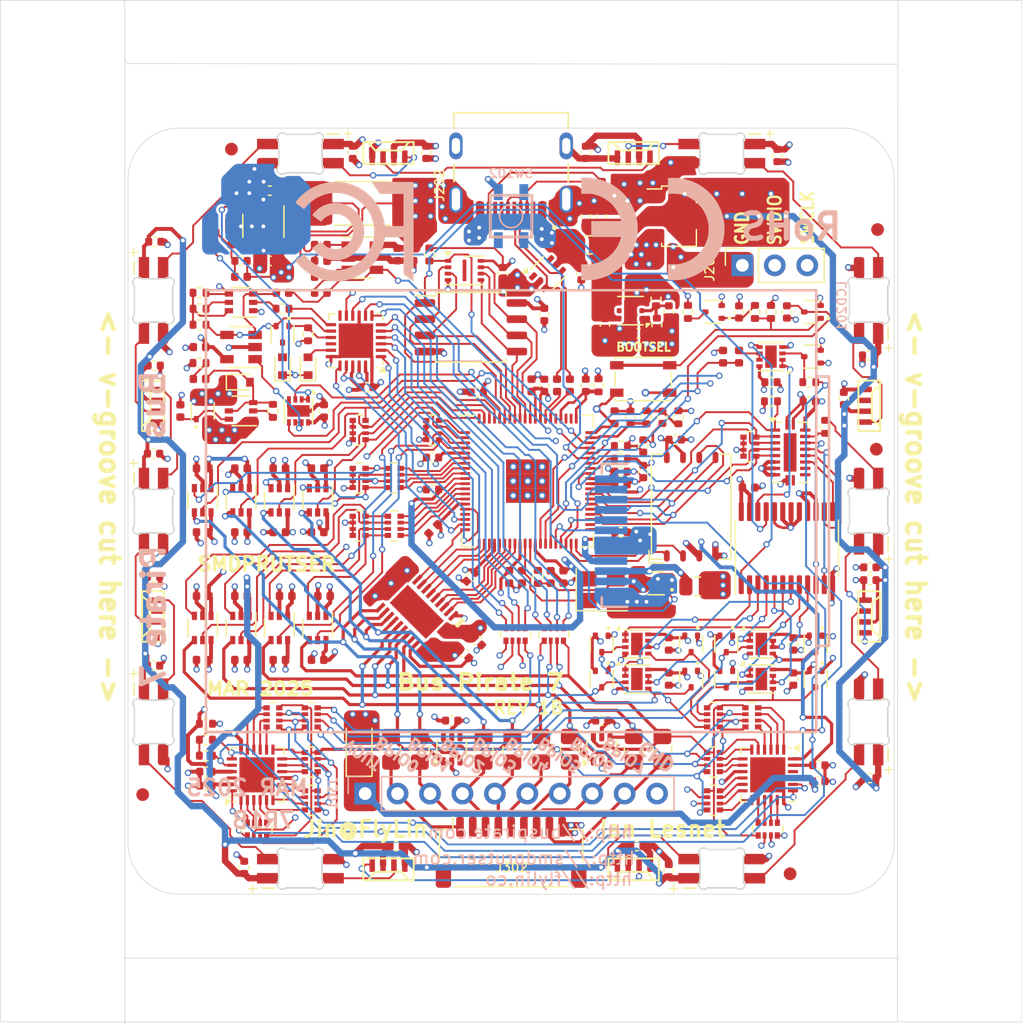
<source format=kicad_pcb>
(kicad_pcb (version 20240108) (generator "pcbnew") (generator_version "8.0")
  (layers (0 "F.Cu" signal) (1 "In1.Cu" signal) (2 "In2.Cu" power) (31 "B.Cu" signal) (34 "B.Paste" user) (35 "F.Paste" user) (36 "B.SilkS" user "B.Silkscreen") (37 "F.SilkS" user "F.Silkscreen") (38 "B.Mask" user) (39 "F.Mask" user) (44 "Edge.Cuts" user))
  (net 0 "")
  (net 1 "GND")
  (net 2 "VREG_VIN")
  (net 3 "VREF_VOUT")
  (net 4 "SWDIO")
  (net 5 "SWCLK")
  (net 6 "BUFDIR0")
  (net 7 "BUFDIR4")
  (net 8 "BUFDIR1")
  (net 9 "BUFDIR5")
  (net 10 "BUFDIR2")
  (net 11 "BUFDIR6")
  (net 12 "BUFDIR3")
  (net 13 "BUFDIR7")
  (net 14 "BUFIO0")
  (net 15 "BUFIO4")
  (net 16 "BUFIO1")
  (net 17 "BUFIO5")
  (net 18 "BUFIO2")
  (net 19 "BUFIO6")
  (net 20 "BUFIO3")
  (net 21 "BUFIO7")
  (net 22 "USB_D+")
  (net 23 "USB_D-")
  (net 24 "CURRENT_SENSE")
  (net 25 "+3V3")
  (net 26 "+VUSB")
  (net 27 "USB_P")
  (net 28 "USB_N")
  (net 29 "+1V1")
  (net 30 "VREG_OUT")
  (net 31 "Net-(U5A-+)")
  (net 32 "SPI_CLK")
  (net 33 "SPI_CDO")
  (net 34 "VREG_EN")
  (net 35 "CURRENT_DETECT")
  (net 36 "AMUX_OUT")
  (net 37 "QSPI_SD3")
  (net 38 "QSPI_SCLK")
  (net 39 "QSPI_SD0")
  (net 40 "QSPI_SD2")
  (net 41 "QSPI_SD1")
  (net 42 "AMUX_S2")
  (net 43 "AMUX_S3")
  (net 44 "AMUX_S1")
  (net 45 "AMUX_S0")
  (net 46 "QSPI_SS_2")
  (net 47 "VREG_ADJ")
  (net 48 "SPI_CDI")
  (net 49 "DISPLAY_DP")
  (net 50 "DISPLAY_CS")
  (net 51 "DISPLAY_RESET")
  (net 52 "DISPLAY_BACKLIGHT")
  (net 53 "CURRENT_RESET")
  (net 54 "CURRENT_EN")
  (net 55 "FLASH_CS")
  (net 56 "RGB_CDO")
  (net 57 "LEDS_CDO")
  (net 58 "Net-(U403-ADJ)")
  (net 59 "Net-(U5B-+)")
  (net 60 "Net-(D401-A)")
  (net 61 "Net-(D602-A)")
  (net 62 "+VUSB_RAW")
  (net 63 "Net-(J202-CC1)")
  (net 66 "Net-(J202-CC2)")
  (net 67 "Net-(LED701-DI)")
  (net 68 "Net-(LED701-DO)")
  (net 69 "Net-(LED702-DI)")
  (net 70 "Net-(LED703-DI)")
  (net 71 "Net-(LED703-DO)")
  (net 72 "Net-(R408-Pad1)")
  (net 73 "Net-(LED706-DI)")
  (net 74 "Net-(LED707-DI)")
  (net 75 "Net-(LED707-DO)")
  (net 76 "Net-(LED708-DI)")
  (net 77 "Net-(LED710-DI)")
  (net 78 "Net-(LED712-DI)")
  (net 79 "Net-(LED713-DO)")
  (net 80 "Net-(LED714-DI)")
  (net 81 "Net-(LED715-DO)")
  (net 82 "Net-(LED716-DO)")
  (net 83 "Net-(LED717-DO)")
  (net 84 "Net-(LCD201-LED-A)")
  (net 85 "Net-(LCD201-LED-K)")
  (net 86 "Net-(RN4A-R1.8)")
  (net 87 "Net-(RN4B-R1.8)")
  (net 88 "Net-(Q401A-C1)")
  (net 89 "Net-(Q401A-B1)")
  (net 90 "Net-(Q601A-C1)")
  (net 91 "Net-(Q601A-B1)")
  (net 92 "Net-(Q601B-B2)")
  (net 93 "Net-(Q1-D)")
  (net 94 "MCU_RESET")
  (net 95 "Net-(U601-+)")
  (net 96 "Net-(U601--)")
  (net 97 "Net-(RN301D-R1.1)")
  (net 98 "Net-(RN301B-R1.1)")
  (net 99 "Net-(RN301C-R1.1)")
  (net 100 "Net-(RN301A-R1.1)")
  (net 101 "Net-(RN4C-R1.8)")
  (net 102 "Net-(RN4D-R1.8)")
  (net 103 "Net-(RN5A-R1.8)")
  (net 104 "Net-(RN5B-R1.8)")
  (net 105 "Net-(RN306D-R1.1)")
  (net 106 "Net-(RN306B-R1.1)")
  (net 107 "Net-(RN306C-R1.1)")
  (net 108 "Net-(RN306A-R1.1)")
  (net 109 "Net-(J301-Pin_6)")
  (net 110 "Net-(Q5-G)")
  (net 111 "Net-(Q601B-C2)")
  (net 112 "BPIO0_TVS")
  (net 113 "BPIO1_TVS")
  (net 114 "BPIO2_TVS")
  (net 115 "BPIO3_TVS")
  (net 116 "BPIO4_TVS")
  (net 117 "CURRENT_EN_OVERRIDE")
  (net 118 "BPIO5_TVS")
  (net 119 "BUTTONS")
  (net 120 "Net-(RN5D-R1.8)")
  (net 121 "CURRENT_ADJ_MCU")
  (net 124 "Net-(RN317D-R1.1)")
  (net 125 "Net-(RN317C-R1.1)")
  (net 126 "Net-(RN317B-R1.1)")
  (net 127 "Net-(RN317A-R1.1)")
  (net 128 "Net-(RN318D-R1.1)")
  (net 129 "Net-(RN318C-R1.1)")
  (net 130 "Net-(RN318B-R1.1)")
  (net 131 "Net-(RN318A-R1.1)")
  (net 132 "BPIO6_TVS")
  (net 133 "BPIO7_TVS")
  (net 134 "VREG_ADJ_MCU")
  (net 135 "LA_BPIO0_TVS")
  (net 136 "LA_BPIO7_TVS")
  (net 139 "LA_BPIO2_TVS")
  (net 140 "MUX_VREF_VOUT")
  (net 141 "LA_BPIO5_TVS")
  (net 142 "Net-(LED705-DO)")
  (net 144 "Net-(C106-Pad1)")
  (net 145 "Net-(U1-VREG_AVDD)")
  (net 146 "Net-(U1-XIN)")
  (net 147 "Net-(U1-ADC_AVDD)")
  (net 148 "Net-(U1-XOUT)")
  (net 149 "LA_BPIO6_TVS")
  (net 150 "LA_BPIO4_TVS")
  (net 151 "LA_BPIO3_TVS")
  (net 152 "LA_BPIO1_TVS")
  (net 154 "AMUX_S0_3V3")
  (net 155 "AMUX_S2_3V3")
  (net 156 "AMUX_S3_3V3")
  (net 157 "AMUX_S1_3V3")
  (net 158 "Net-(RN5C-R1.8)")
  (net 162 "Net-(RN6B-R1.8)")
  (net 163 "Net-(RN6D-R1.8)")
  (net 164 "Net-(RN6C-R1.8)")
  (net 165 "Net-(RN6A-R1.8)")
  (net 166 "Net-(RN7C-R1.8)")
  (net 167 "Net-(RN7B-R1.8)")
  (net 168 "Net-(RN7D-R1.8)")
  (net 169 "Net-(RN7A-R1.8)")
  (net 170 "I2C_SCL")
  (net 171 "I2C_SDA")
  (net 173 "I2C_RESET")
  (net 183 "Net-(LED719-DI)")
  (net 184 "Net-(U13A-+)")
  (net 185 "Net-(U13B--)")
  (net 186 "Net-(U13B-+)")
  (net 187 "Net-(Q1-G)")
  (net 188 "MCU_BOOTLOAD")
  (net 189 "Net-(RN2C-R1.1)")
  (net 190 "Net-(RN2A-R1.1)")
  (net 191 "Net-(RN2B-R1.1)")
  (net 192 "Net-(RN2D-R1.1)")
  (net 193 "Net-(RN3D-R1.1)")
  (net 194 "Net-(RN3C-R1.1)")
  (net 195 "Net-(RN3A-R1.1)")
  (net 196 "Net-(RN3B-R1.1)")
  (net 197 "Net-(RN8B-R1.1)")
  (net 198 "Net-(RN8D-R1.1)")
  (net 199 "Net-(RN8C-R1.1)")
  (net 200 "Net-(RN8A-R1.1)")
  (net 201 "Net-(RN9A-R1.1)")
  (net 202 "Net-(RN9C-R1.1)")
  (net 203 "Net-(RN9B-R1.1)")
  (net 204 "Net-(RN9D-R1.1)")
  (net 205 "Net-(J301-Pin_4)")
  (net 206 "Net-(J301-Pin_7)")
  (net 207 "Net-(J301-Pin_2)")
  (net 208 "Net-(J301-Pin_3)")
  (net 209 "Net-(J301-Pin_8)")
  (net 210 "Net-(J301-Pin_5)")
  (net 211 "Net-(J301-Pin_9)")
  (net 212 "XL9555_~{INT}")
  (net 213 "CURRENT_ADJ")
  (net 214 "MUX_BPIO1_TVS")
  (net 215 "MUX_BPIO0_TVS")
  (net 216 "MUX_BPIO3_TVS")
  (net 217 "MUX_BPIO2_TVS")
  (net 218 "MUX_BPIO4_TVS")
  (net 219 "MUX_BPIO5_TVS")
  (net 220 "MUX_BPIO6_TVS")
  (net 221 "MUX_BPIO7_TVS")
  (net 226 "Net-(RN10A-R1.8)")
  (net 227 "Net-(RN10B-R1.8)")
  (net 228 "Net-(RN10C-R1.8)")
  (net 229 "Net-(RN10D-R1.8)")
  (net 230 "Net-(RN11A-R1.8)")
  (net 231 "Net-(RN11B-R1.8)")
  (net 232 "Net-(RN11D-R1.8)")
  (net 233 "Net-(RN11C-R1.8)")
  (net 234 "Net-(U17-FB)")
  (net 236 "Net-(C6-Pad1)")
  (footprint "dp-LED:SK6812-MINI-E" (layer "F.Cu") (at 113.4 62.1 180)
    (property "Reference" "LED702")
    (property "Value" "SK6812-mini-e")
    (fp_line (start 1.7 -0.934314) (end 1.7 0.934314) (stroke (width 0.12)) (layer "Edge.Cuts"))
    (fp_line (start 1.134314 1.5) (end -1.134314 1.5) (stroke (width 0.12)) (layer "Edge.Cuts"))
    (fp_line (start -1.134314 -1.5) (end 1.134314 -1.5) (stroke (width 0.12)) (layer "Edge.Cuts"))
    (fp_line (start -1.7 0.934314) (end -1.7 -0.934314) (stroke (width 0.12)) (layer "Edge.Cuts"))
    (fp_arc (start 1.7 0.934314) (mid 1.7 1.5) (end 1.134314 1.5) (stroke (width 0.12)) (layer "Edge.Cuts"))
    (fp_arc (start 1.134314 -1.5) (mid 1.7 -1.5) (end 1.7 -0.934314) (stroke (width 0.12)) (layer "Edge.Cuts"))
    (fp_arc (start -1.134314 1.5) (mid -1.7 1.5) (end -1.7 0.934314) (stroke (width 0.12)) (layer "Edge.Cuts"))
    (fp_arc (start -1.7 -0.934314) (mid -1.7 -1.5) (end -1.134314 -1.5) (stroke (width 0.12)) (layer "Edge.Cuts"))
  )
  (footprint "dp-LED:SK6812-MINI-E" (layer "F.Cu") (at 146.4 118.1)
    (property "Reference" "LED715")
    (property "Value" "SK6812-mini-e")
    (fp_line (start -1.7 0.934314) (end -1.7 -0.934314) (stroke (width 0.12)) (layer "Edge.Cuts"))
    (fp_line (start -1.134314 -1.5) (end 1.134314 -1.5) (stroke (width 0.12)) (layer "Edge.Cuts"))
    (fp_line (start 1.134314 1.5) (end -1.134314 1.5) (stroke (width 0.12)) (layer "Edge.Cuts"))
    (fp_line (start 1.7 -0.934314) (end 1.7 0.934314) (stroke (width 0.12)) (layer "Edge.Cuts"))
    (fp_arc (start -1.7 -0.934314) (mid -1.7 -1.5) (end -1.134314 -1.5) (stroke (width 0.12)) (layer "Edge.Cuts"))
    (fp_arc (start -1.134314 1.5) (mid -1.7 1.5) (end -1.7 0.934314) (stroke (width 0.12)) (layer "Edge.Cuts"))
    (fp_arc (start 1.134314 -1.5) (mid 1.7 -1.5) (end 1.7 -0.934314) (stroke (width 0.12)) (layer "Edge.Cuts"))
    (fp_arc (start 1.7 0.934314) (mid 1.7 1.5) (end 1.134314 1.5) (stroke (width 0.12)) (layer "Edge.Cuts"))
  )
  (footprint "dp-LED:SK6812-MINI-E" (layer "F.Cu") (at 101.9 106.6 -90)
    (property "Reference" "LED714")
    (property "Value" "SK6812-mini-e")
    (fp_line (start 1.134314 1.5) (end -1.134314 1.5) (stroke (width 0.12)) (layer "Edge.Cuts"))
    (fp_line (start -1.7 0.934314) (end -1.7 -0.934314) (stroke (width 0.12)) (layer "Edge.Cuts"))
    (fp_line (start 1.7 -0.934314) (end 1.7 0.934314) (stroke (width 0.12)) (layer "Edge.Cuts"))
    (fp_line (start -1.134314 -1.5) (end 1.134314 -1.5) (stroke (width 0.12)) (layer "Edge.Cuts"))
    (fp_arc (start -1.134314 1.5) (mid -1.7 1.5) (end -1.7 0.934314) (stroke (width 0.12)) (layer "Edge.Cuts"))
    (fp_arc (start 1.7 0.934314) (mid 1.7 1.5) (end 1.134314 1.5) (stroke (width 0.12)) (layer "Edge.Cuts"))
    (fp_arc (start -1.7 -0.934314) (mid -1.7 -1.5) (end -1.134314 -1.5) (stroke (width 0.12)) (layer "Edge.Cuts"))
    (fp_arc (start 1.134314 -1.5) (mid 1.7 -1.5) (end 1.7 -0.934314) (stroke (width 0.12)) (layer "Edge.Cuts"))
  )
  (footprint "dp-LED:SK6812-MINI-E" (layer "F.Cu") (at 146.4 62.1 180)
    (property "Reference" "LED703")
    (property "Value" "SK6812-mini-e")
    (fp_line (start 1.7 -0.934314) (end 1.7 0.934314) (stroke (width 0.12)) (layer "Edge.Cuts"))
    (fp_line (start 1.134314 1.5) (end -1.134314 1.5) (stroke (width 0.12)) (layer "Edge.Cuts"))
    (fp_line (start -1.134314 -1.5) (end 1.134314 -1.5) (stroke (width 0.12)) (layer "Edge.Cuts"))
    (fp_line (start -1.7 0.934314) (end -1.7 -0.934314) (stroke (width 0.12)) (layer "Edge.Cuts"))
    (fp_arc (start 1.7 0.934314) (mid 1.7 1.5) (end 1.134314 1.5) (stroke (width 0.12)) (layer "Edge.Cuts"))
    (fp_arc (start 1.134314 -1.5) (mid 1.7 -1.5) (end 1.7 -0.934314) (stroke (width 0.12)) (layer "Edge.Cuts"))
    (fp_arc (start -1.134314 1.5) (mid -1.7 1.5) (end -1.7 0.934314) (stroke (width 0.12)) (layer "Edge.Cuts"))
    (fp_arc (start -1.7 -0.934314) (mid -1.7 -1.5) (end -1.134314 -1.5) (stroke (width 0.12)) (layer "Edge.Cuts"))
  )
  (footprint "dp-LED:SK6812-MINI-E" (layer "F.Cu") (at 157.9 73.6 90)
    (property "Reference" "LED705")
    (property "Value" "SK6812-mini-e")
    (fp_line (start -1.134314 -1.5) (end 1.134314 -1.5) (stroke (width 0.12)) (layer "Edge.Cuts"))
    (fp_line (start 1.7 -0.934314) (end 1.7 0.934314) (stroke (width 0.12)) (layer "Edge.Cuts"))
    (fp_line (start -1.7 0.934314) (end -1.7 -0.934314) (stroke (width 0.12)) (layer "Edge.Cuts"))
    (fp_line (start 1.134314 1.5) (end -1.134314 1.5) (stroke (width 0.12)) (layer "Edge.Cuts"))
    (fp_arc (start 1.134314 -1.5) (mid 1.7 -1.5) (end 1.7 -0.934314) (stroke (width 0.12)) (layer "Edge.Cuts"))
    (fp_arc (start -1.7 -0.934314) (mid -1.7 -1.5) (end -1.134314 -1.5) (stroke (width 0.12)) (layer "Edge.Cuts"))
    (fp_arc (start 1.7 0.934314) (mid 1.7 1.5) (end 1.134314 1.5) (stroke (width 0.12)) (layer "Edge.Cuts"))
    (fp_arc (start -1.134314 1.5) (mid -1.7 1.5) (end -1.7 0.934314) (stroke (width 0.12)) (layer "Edge.Cuts"))
  )
  (footprint "dp-LED:SK6812-MINI-E" (layer "F.Cu") (at 113.4 118.1)
    (property "Reference" "LED718")
    (property "Value" "SK6812-mini-e")
    (fp_line (start -1.7 0.934314) (end -1.7 -0.934314) (stroke (width 0.12)) (layer "Edge.Cuts"))
    (fp_line (start -1.134314 -1.5) (end 1.134314 -1.5) (stroke (width 0.12)) (layer "Edge.Cuts"))
    (fp_line (start 1.134314 1.5) (end -1.134314 1.5) (stroke (width 0.12)) (layer "Edge.Cuts"))
    (fp_line (start 1.7 -0.934314) (end 1.7 0.934314) (stroke (width 0.12)) (layer "Edge.Cuts"))
    (fp_arc (start -1.7 -0.934314) (mid -1.7 -1.5) (end -1.134314 -1.5) (stroke (width 0.12)) (layer "Edge.Cuts"))
    (fp_arc (start -1.134314 1.5) (mid -1.7 1.5) (end -1.7 0.934314) (stroke (width 0.12)) (layer "Edge.Cuts"))
    (fp_arc (start 1.134314 -1.5) (mid 1.7 -1.5) (end 1.7 -0.934314) (stroke (width 0.12)) (layer "Edge.Cuts"))
    (fp_arc (start 1.7 0.934314) (mid 1.7 1.5) (end 1.134314 1.5) (stroke (width 0.12)) (layer "Edge.Cuts"))
  )
  (footprint "dp-LED:SK6812-MINI-E" (layer "F.Cu") (at 101.9 73.6 -90)
    (property "Reference" "LED706")
    (property "Value" "SK6812-mini-e")
    (fp_line (start 1.134314 1.5) (end -1.134314 1.5) (stroke (width 0.12)) (layer "Edge.Cuts"))
    (fp_line (start -1.7 0.934314) (end -1.7 -0.934314) (stroke (width 0.12)) (layer "Edge.Cuts"))
    (fp_line (start 1.7 -0.934314) (end 1.7 0.934314) (stroke (width 0.12)) (layer "Edge.Cuts"))
    (fp_line (start -1.134314 -1.5) (end 1.134314 -1.5) (stroke (width 0.12)) (layer "Edge.Cuts"))
    (fp_arc (start -1.134314 1.5) (mid -1.7 1.5) (end -1.7 0.934314) (stroke (width 0.12)) (layer "Edge.Cuts"))
    (fp_arc (start 1.7 0.934314) (mid 1.7 1.5) (end 1.134314 1.5) (stroke (width 0.12)) (layer "Edge.Cuts"))
    (fp_arc (start -1.7 -0.934314) (mid -1.7 -1.5) (end -1.134314 -1.5) (stroke (width 0.12)) (layer "Edge.Cuts"))
    (fp_arc (start 1.134314 -1.5) (mid 1.7 -1.5) (end 1.7 -0.934314) (stroke (width 0.12)) (layer "Edge.Cuts"))
  )
  (footprint "dp-LED:SK6812-MINI-E" (layer "F.Cu") (at 101.9 90.1 -90)
    (property "Reference" "LED710")
    (property "Value" "SK6812-mini-e")
    (fp_line (start 1.134314 1.5) (end -1.134314 1.5) (stroke (width 0.12)) (layer "Edge.Cuts"))
    (fp_line (start -1.7 0.934314) (end -1.7 -0.934314) (stroke (width 0.12)) (layer "Edge.Cuts"))
    (fp_line (start 1.7 -0.934314) (end 1.7 0.934314) (stroke (width 0.12)) (layer "Edge.Cuts"))
    (fp_line (start -1.134314 -1.5) (end 1.134314 -1.5) (stroke (width 0.12)) (layer "Edge.Cuts"))
    (fp_arc (start -1.134314 1.5) (mid -1.7 1.5) (end -1.7 0.934314) (stroke (width 0.12)) (layer "Edge.Cuts"))
    (fp_arc (start 1.7 0.934314) (mid 1.7 1.5) (end 1.134314 1.5) (stroke (width 0.12)) (layer "Edge.Cuts"))
    (fp_arc (start -1.7 -0.934314) (mid -1.7 -1.5) (end -1.134314 -1.5) (stroke (width 0.12)) (layer "Edge.Cuts"))
    (fp_arc (start 1.134314 -1.5) (mid 1.7 -1.5) (end 1.7 -0.934314) (stroke (width 0.12)) (layer "Edge.Cuts"))
  )
  (footprint "Capacitor_SMD:C_0402_1005Metric" (layer "F.Cu") (at 142 70.25)
    (property "Reference" "C402" (hide yes))
    (property "Value" "10uF/6.3V")
  )
  (footprint "Capacitor_SMD:C_0402_1005Metric" (layer "F.Cu") (at 112.25 96.75)
    (property "Reference" "C313" (hide yes))
    (property "Value" "0.1uF")
  )
  (footprint "Capacitor_SMD:C_0402_1005Metric" (layer "F.Cu") (at 105.75 96.75)
    (property "Reference" "C308" (hide yes))
    (property "Value" "0.1uF")
  )
  (footprint "Capacitor_SMD:C_0402_1005Metric" (layer "F.Cu") (at 111.75 101.75 180)
    (property "Reference" "C315" (hide yes))
    (property "Value" "0.1uF")
  )
  (footprint "Capacitor_SMD:C_0402_1005Metric" (layer "F.Cu") (at 105.75 91.75 180)
    (property "Reference" "C304" (hide yes))
    (property "Value" "0.1uF")
  )
  (footprint "Capacitor_SMD:C_0402_1005Metric" (layer "F.Cu") (at 148.5 88.25 180)
    (property "Reference" "C403" (hide yes))
    (property "Value" "0.1uF")
  )
  (footprint "Capacitor_SMD:C_0402_1005Metric" (layer "F.Cu") (at 115.25 96.75)
    (property "Reference" "C314" (hide yes))
    (property "Value" "0.1uF")
  )
  (footprint "Capacitor_SMD:C_0402_1005Metric" (layer "F.Cu") (at 108.75 96.75)
    (property "Reference" "C309" (hide yes))
    (property "Value" "0.1uF")
  )
  (footprint "Capacitor_SMD:C_0402_1005Metric" (layer "F.Cu") (at 138 82.75 90)
    (property "Reference" "C112" (hide yes))
    (property "Value" "0.1uF")
  )
  (footprint "Capacitor_SMD:C_0402_1005Metric" (layer "F.Cu") (at 139.25 82.75 90)
    (property "Reference" "C109" (hide yes))
    (property "Value" "10uF/6.3V")
  )
  (footprint "Capacitor_SMD:C_0402_1005Metric" (layer "F.Cu") (at 131.5 80.25 90)
    (property "Reference" "C114" (hide yes))
    (property "Value" "0.1uF")
  )
  (footprint "Capacitor_SMD:C_0402_1005Metric" (layer "F.Cu") (at 123.8 91.5 -135)
    (property "Reference" "C110" (hide yes))
    (property "Value" "0.1uF")
  )
  (footprint "MountingHole:MountingHole_3.2mm_M3" (layer "F.Cu") (at 155.9 116.1)
    (property "Reference" "H3" (hide yes))
    (property "Value" "MountingHole")
  )
  (footprint "Capacitor_SMD:C_0402_1005Metric" (layer "F.Cu") (at 138.5 88)
    (property "Reference" "C111" (hide yes))
    (property "Value" "0.1uF")
  )
  (footprint "MountingHole:MountingHole_3.2mm_M3" (layer "F.Cu") (at 155.9 64.1 -90)
    (property "Reference" "H2" (hide yes))
    (property "Value" "MountingHole")
  )
  (footprint "Capacitor_SMD:C_0402_1005Metric" (layer "F.Cu") (at 133 95.25 90)
    (property "Reference" "C106" (hide yes))
    (property "Value" "15pF")
  )
  (footprint "Capacitor_SMD:C_0402_1005Metric" (layer "F.Cu") (at 138.5 87)
    (property "Reference" "C118" (hide yes))
    (property "Value" "0.1uF")
  )
  (footprint "MountingHole:MountingHole_3.2mm_M3" (layer "F.Cu") (at 103.9 64.1 -90)
    (property "Reference" "H1" (hide yes))
    (property "Value" "MountingHole")
  )
  (footprint "MountingHole:MountingHole_3.2mm_M3" (layer "F.Cu") (at 103.9 116.1 -90)
    (property "Reference" "H4" (hide yes))
    (property "Value" "MountingHole")
  )
  (footprint "Package_TO_SOT_SMD:SOT-363_SC-70-6" (layer "F.Cu") (at 105.75 89.25 -90)
    (property "Reference" "U301" (hide yes))
    (property "Value" "AiP74LVC1T45GC363.TR")
  )
  (footprint "Package_TO_SOT_SMD:SOT-363_SC-70-6" (layer "F.Cu") (at 114.75 89.25 -90)
    (property "Reference" "U304" (hide yes))
    (property "Value" "AiP74LVC1T45GC363.TR")
  )
  (footprint "Package_TO_SOT_SMD:SOT-363_SC-70-6" (layer "F.Cu") (at 105.75 99.25 -90)
    (property "Reference" "U305" (hide yes))
    (property "Value" "AiP74LVC1T45GC363.TR")
  )
  (footprint "Package_TO_SOT_SMD:SOT-363_SC-70-6" (layer "F.Cu") (at 111.75 99.25 -90)
    (property "Reference" "U307" (hide yes))
    (property "Value" "AiP74LVC1T45GC363.TR" (hide yes))
  )
  (footprint "Resistor_SMD:R_0402_1005Metric" (layer "F.Cu") (at 133.5 80.25 90)
    (property "Reference" "R203" (hide yes))
    (property "Value" "27R")
  )
  (footprint "Resistor_SMD:R_0402_1005Metric" (layer "F.Cu") (at 134.5 80.25 90)
    (property "Reference" "R202" (hide yes))
    (property "Value" "27R")
  )
  (footprint "Resistor_SMD:R_0402_1005Metric" (layer "F.Cu") (at 137 64.78 90)
    (property "Reference" "R204" (hide yes))
    (property "Value" "5.1K")
  )
  (footprint "Inductor_SMD:L_0805_2012Metric" (layer "F.Cu") (at 136 69.25 180)
    (property "Reference" "L201" (hide yes))
    (property "Value" "CBW201209U300T")
  )
  (footprint "Capacitor_SMD:C_0402_1005Metric" (layer "F.Cu") (at 157.9 77.9)
    (property "Reference" "C705" (hide yes))
    (property "Value" "0.1uF")
  )
  (footprint "Capacitor_SMD:C_0402_1005Metric" (layer "F.Cu") (at 101.95 78.7 180)
    (property "Reference" "C708" (hide yes))
    (property "Value" "0.1uF")
  )
  (footprint "Capacitor_SMD:C_0402_1005Metric" (layer "F.Cu") (at 135.75 62 90)
    (property "Reference" "C704" (hide yes))
    (property "Value" "0.1uF")
  )
  (footprint "Capacitor_SMD:C_0402_1005Metric" (layer "F.Cu") (at 102 69 180)
    (property "Reference" "C706" (hide yes))
    (property "Value" "0.1uF")
  )
  (footprint "Capacitor_SMD:C_0402_1005Metric" (layer "F.Cu") (at 101.9 85.6 180)
    (property "Reference" "C710" (hide yes))
    (property "Value" "0.1uF")
  )
  (footprint "Capacitor_SMD:C_0402_1005Metric" (layer "F.Cu") (at 101.9 95.25 180)
    (property "Reference" "C712" (hide yes))
    (property "Value" "0.1uF")
  )
  (footprint "Capacitor_SMD:C_0402_1005Metric" (layer "F.Cu") (at 150.75 62.25 90)
    (property "Reference" "C703" (hide yes))
    (property "Value" "0.1uF")
  )
  (footprint "Capacitor_SMD:C_0402_1005Metric" (layer "F.Cu") (at 123.25 62 90)
    (property "Reference" "C701" (hide yes))
    (property "Value" "0.1uF")
  )
  (footprint "Capacitor_SMD:C_0402_1005Metric" (layer "F.Cu") (at 134 95.25 -90)
    (property "Reference" "C117" (hide yes))
    (property "Value" "0.1uF")
  )
  (footprint "Resistor_SMD:R_0402_1005Metric" (layer "F.Cu") (at 140.5 82.75 90)
    (property "Reference" "R103" (hide yes))
    (property "Value" "27R")
  )
  (footprint "Capacitor_SMD:C_0402_1005Metric" (layer "F.Cu") (at 132.5 74.7 -90)
    (property "Reference" "C104" (hide yes))
    (property "Value" "10uF/6.3V")
  )
  (footprint "Capacitor_SMD:C_0402_1005Metric" (layer "F.Cu") (at 135.75 67 -90)
    (property "Reference" "C202" (hide yes))
    (property "Value" "10uF/6.3V")
  )
  (footprint "Capacitor_SMD:C_0402_1005Metric" (layer "F.Cu") (at 137 67 -90)
    (property "Reference" "C201" (hide yes))
    (property "Value" "10uF/6.3V")
  )
  (footprint "Capacitor_SMD:C_0402_1005Metric" (layer "F.Cu") (at 123.75 85.9 180)
    (property "Reference" "C116" (hide yes))
    (property "Value" "0.1uF")
  )
  (footprint "Resistor_SMD:R_Array_Convex_4x0402" (layer "F.Cu") (at 118 87.5)
    (property "Reference" "RN302" (hide yes))
    (property "Value" "4.7K")
  )
  (footprint "Resistor_SMD:R_0805_2012Metric" (layer "F.Cu") (at 144.5 96 180)
    (property "Reference" "R209" (hide yes))
    (property "Value" "33R")
  )
  (footprint "Resistor_SMD:R_Array_Convex_4x0402" (layer "F.Cu") (at 118 91.25)
    (property "Reference" "RN307" (hide yes))
    (property "Value" "4.7K")
  )
  (footprint "Package_SO:SOP-8_5.28x5.23mm_P1.27mm" (layer "F.Cu") (at 126.75 75.7)
    (property "Reference" "U102" (hide yes))
    (property "Value" "W25Q128JVSIQ")
  )
  (footprint "Fiducial:Fiducial_1mm_Mask2mm" (layer "F.Cu") (at 158.6 68.05 -90)
    (property "Reference" "FID1" (hide yes))
    (property "Value" "Fiducial")
  )
  (footprint "Fiducial:Fiducial_1mm_Mask2mm" (layer "F.Cu") (at 101.05 112.3 -90)
    (property "Reference" "FID2" (hide yes))
    (property "Value" "Fiducial")
  )
  (footprint "Capacitor_SMD:C_0402_1005Metric" (layer "F.Cu") (at 142.25 118.25 -90)
    (property "Reference" "C715" (hide yes))
    (property "Value" "0.1uF")
  )
  (footprint "Capacitor_SMD:C_0402_1005Metric" (layer "F.Cu") (at 101.9 102.2 180)
    (property "Reference" "C714" (hide yes))
    (property "Value" "0.1uF")
  )
  (footprint "Capacitor_SMD:C_0402_1005Metric" (layer "F.Cu") (at 139.75 116.332 180)
    (property "Reference" "C716" (hide yes))
    (property "Value" "0.1uF")
  )
  (footprint "Capacitor_SMD:C_0402_1005Metric" (layer "F.Cu") (at 120.904 116.332 180)
    (property "Reference" "C717" (hide yes))
    (property "Value" "0.1uF")
  )
  (footprint "Capacitor_SMD:C_0402_1005Metric" (layer "F.Cu") (at 109 118 -90)
    (property "Reference" "C718" (hide yes))
    (property "Value" "0.1uF")
  )
  (footprint "Capacitor_SMD:C_0402_1005Metric" (layer "F.Cu") (at 139.25 67 90)
    (property "Reference" "C401" (hide yes))
    (property "Value" "10uF/6.3V")
  )
  (footprint "Connector_PinSocket_2.54mm:PinSocket_1x03_P2.54mm_Vertical" (layer "F.Cu") (at 148.01 70.85 90)
    (property "Reference" "J201")
    (property "Value" "Conn_01x03")
  )
  (footprint "Fiducial:Fiducial_1mm_Mask2mm" (layer "F.Cu") (at 108 61.75)
    (property "Reference" "FID4" (hide yes))
    (property "Value" "Fiducial")
  )
  (footprint "Fiducial:Fiducial_1mm_Mask2mm" (layer "F.Cu") (at 158.5 85.25)
    (property "Reference" "FID5" (hide yes))
    (property "Value" "Fiducial")
  )
  (footprint "Fiducial:Fiducial_1mm_Mask2mm" (layer "F.Cu") (at 151.75 118.5)
    (property "Reference" "FID3" (hide yes))
    (property "Value" "Fiducial")
  )
  (footprint "Capacitor_SMD:C_0402_1005Metric" (layer "F.Cu") (at 158 111)
    (property "Reference" "C713" (hide yes))
    (property "Value" "0.1uF")
  )
  (footprint "Resistor_SMD:R_0402_1005Metric" (layer "F.Cu") (at 135.75 64.78 90)
    (property "Reference" "R201" (hide yes))
    (property "Value" "5.1K")
  )
  (footprint "Connector_JST:JST_SH_SM09B-SRSS-TB_1x09-1MP_P1.00mm_Horizontal" (layer "F.Cu") (at 129.9 116.82)
    (property "Reference" "J302")
    (property "Value" "Conn_01x09")
  )
  (footprint "Package_DFN_QFN:DHVQFN-20-1EP_2.5x4.5mm_P0.5mm_EP1x3mm" (layer "F.Cu") (at 151.75 85.5)
    (property "Reference" "U503" (hide yes))
    (property "Value" "74HCT245BQ")
  )
  (footprint "Crystal:Crystal_SMD_3225-4Pin_3.2x2.5mm" (layer "F.Cu") (at 137 96.25)
    (property "Reference" "Y101" (hide yes))
    (property "Value" "ABM8-272-T3")
  )
  (footprint "Resistor_SMD:R_0402_1005Metric" (layer "F.Cu") (at 147.75 78 -90)
    (property "Reference" "R406" (hide yes))
    (property "Value" "10K")
  )
  (footprint "Capacitor_SMD:C_0402_1005Metric" (layer "F.Cu") (at 129.75 95.25 -90)
    (property "Reference" "C115" (hide yes))
    (property "Value" "0.1uF")
  )
  (footprint "Capacitor_SMD:C_0402_1005Metric" (layer "F.Cu") (at 130.75 95.25 -90)
    (property "Reference" "C105" (hide yes))
    (property "Value" "15pF")
  )
  (footprint "Button_Switch_SMD:SW_SPST_PTS810" (layer "F.Cu") (at 140.25 79.75 180)
    (property "Reference" "SW101" (hide yes))
    (property "Value" "TS3425BA 098 2.5H 250gf")
  )
  (footprint "Capacitor_SMD:C_0402_1005Metric" (layer "F.Cu") (at 158 95.5)
    (property "Reference" "C707" (hide yes))
    (property "Value" "0.1uF")
  )
  (footprint "Capacitor_SMD:C_0402_1005Metric" (layer "F.Cu") (at 121 70 -90)
    (property "Reference" "C601" (hide yes))
    (property "Value" "10uF/6.3V")
  )
  (footprint "Capacitor_SMD:C_0402_1005Metric" (layer "F.Cu") (at 122.25 70 90)
    (property "Reference" "C602" (hide yes))
    (property "Value" "0.1uF")
  )
  (footprint "Resistor_SMD:R_0402_1005Metric" (layer "F.Cu") (at 108 68.75 90)
    (property "Reference" "R405" (hide yes))
    (property "Value" "33K")
  )
  (footprint "Resistor_SMD:R_0402_1005Metric" (layer "F.Cu") (at 111.25 82.25 90)
    (property "Reference" "R410" (hide yes))
    (property "Value" "10K")
  )
  (footprint "Resistor_SMD:R_0402_1005Metric" (layer "F.Cu") (at 105.5 78.5 180)
    (property "Reference" "R409" (hide yes))
    (property "Value" "33K")
  )
  (footprint "Resistor_SMD:R_0402_1005Metric" (layer "F.Cu") (at 105.5 79.75)
    (property "Reference" "R408" (hide yes))
    (property "Value" "33K")
  )
  (footprint "Resistor_SMD:R_0402_1005Metric" (layer "F.Cu") (at 104 82.25 90)
    (property "Reference" "R412" (hide yes))
    (property "Value" "100K")
  )
  (footprint "Resistor_SMD:R_0402_1005Metric" (layer "F.Cu") (at 112 74.25 180)
    (property "Reference" "R611" (hide yes))
    (property "Value" "10K")
  )
  (footprint "Resistor_SMD:R_0402_1005Metric" (layer "F.Cu") (at 105.5 73 180)
    (property "Reference" "R609" (hide yes))
    (property "Value" "10K")
  )
  (footprint "Resistor_SMD:R_0402_1005Metric" (layer "F.Cu") (at 105.5 74.25 180)
    (property "Reference" "R608" (hide yes))
    (property "Value" "200R")
  )
  (footprint "Capacitor_SMD:C_0402_1005Metric" (layer "F.Cu") (at 111 65 180)
    (property "Reference" "C404" (hide yes))
    (property "Value" "10uF/6.3V")
  )
  (footprint "Resistor_SMD:R_0402_1005Metric" (layer "F.Cu") (at 106.75 68.75 90)
    (property "Reference" "R403" (hide yes))
    (property "Value" "102K")
  )
  (footprint "Resistor_SMD:R_0402_1005Metric" (layer "F.Cu") (at 115 73 180)
    (property "Reference" "R605" (hide yes))
    (property "Value" "33K")
  )
  (footprint "Resistor_SMD:R_2512_6332Metric_Pad1.40x3.35mm_HandSolder" (layer "F.Cu") (at 118.25 66 180)
    (property "Reference" "R601" (hide yes))
    (property "Value" "0R2")
  )
  (footprint "Resistor_SMD:R_0402_1005Metric" (layer "F.Cu") (at 115 69.25 180)
    (property "Reference" "R602" (hide yes))
    (property "Value" "1K")
  )
  (footprint "Resistor_SMD:R_0402_1005Metric" (layer "F.Cu") (at 115 70.5 180)
    (property "Reference" "R604" (hide yes))
    (property "Value" "33K")
  )
  (footprint "Resistor_SMD:R_0402_1005Metric" (layer "F.Cu") (at 112 73)
    (property "Reference" "R606" (hide yes))
    (property "Value" "10K")
  )
  (footprint "Capacitor_SMD:C_0402_1005Metric" (layer "F.Cu") (at 105.5 77.25 180)
    (property "Reference" "C605" (hide yes))
    (property "Value" "0.1uF")
  )
  (footprint "Resistor_SMD:R_0402_1005Metric" (layer "F.Cu") (at 115 71.75 180)
    (property "Reference" "R603" (hide yes))
    (property "Value" "1K")
  )
  (footprint "Resistor_SMD:R_0402_1005Metric" (layer "F.Cu") (at 105.5 75.5)
    (property "Reference" "R610" (hide yes))
    (property "Value" "10K")
  )
  (footprint "Capacitor_SMD:C_0402_1005Metric" (layer "F.Cu") (at 117.5 62 90)
    (property "Reference" "C702" (hide yes))
    (property "Value" "0.1uF")
  )
  (footprint "library:SOT-523" (layer "F.Cu") (at 105.75 82.25 90)
    (property "Reference" "Q402")
    (property "Value" "BC2301T 2.8A")
  )
  (footprint "Resistor_SMD:R_0402_1005Metric" (layer "F.Cu") (at 114 76.25 90)
    (property "Reference" "R613" (hide yes))
    (property "Value" "10K")
  )
  (footprint "Capacitor_SMD:C_0402_1005Metric" (layer "F.Cu") (at 111 70.5 180)
    (property "Reference" "C407" (hide yes))
    (property "Value" "10uF/6.3V")
  )
  (footprint "Resistor_SMD:R_0402_1005Metric" (layer "F.Cu") (at 108 66.75 -90)
    (property "Reference" "R401" (hide yes))
    (property "Value" "100K")
  )
  (footprint "Package_TO_SOT_SMD:SOT-23-5" (layer "F.Cu") (at 110.5 67.75 -90)
    (property "Reference" "U403" (hide yes))
    (property "Value" "AP2127K-ADJ")
  )
  (footprint "Package_TO_SOT_SMD:SOT-363_SC-70-6" (layer "F.Cu") (at 108.75 73.75 180)
    (property "Reference" "Q601" (hide yes))
    (property "Value" "MMDT3906")
  )
  (footprint "Package_TO_SOT_SMD:SOT-363_SC-70-6" (layer "F.Cu") (at 108.75 82.25 180)
    (property "Reference" "Q401" (hide yes))
    (property "Value" "BCM857")
  )
  (footprint "Diode_SMD:D_SOD-523" (layer "F.Cu") (at 108.75 80)
    (property "Reference" "D401")
    (property "Value" "1N4148WT")
  )
  (footprint "Package_SO:TSSOP-24_4.4x7.8mm_P0.65mm" (layer "F.Cu") (at 151.5 93 90)
    (property "Reference" "U402" (hide yes))
    (property "Value" "CD4067")
  )
  (footprint "Package_TO_SOT_SMD:SOT-363_SC-70-6" (layer "F.Cu") (at 108.75 99.25 -90)
    (property "Reference" "U306" (hide yes))
    (property "Value" "AiP74LVC1T45GC363.TR")
  )
  (footprint "Capacitor_SMD:C_0402_1005Metric" (layer "F.Cu") (at 105.75 101.75 180)
    (property "Reference" "C311" (hide yes))
    (property "Value" "0.1uF")
  )
  (footprint "Capacitor_SMD:C_0402_1005Metric" (layer "F.Cu") (at 108.75 101.75 180)
    (property "Reference" "C312" (hide yes))
    (property "Value" "0.1uF")
  )
  (footprint "Resistor_SMD:R_Array_Convex_4x0402" (layer "F.Cu") (at 118 83.75)
    (property "Reference" "RN303" (hide yes))
    (property "Value" "100K")
  )
  (footprint "Capacitor_SMD:C_0402_1005Metric" (layer "F.Cu") (at 153.25 81.5 180)
    (property "Reference" "C503" (hide yes))
    (property "Value" "0.1uF")
  )
  (footprint "Package_TO_SOT_SMD:SOT-363_SC-70-6" (layer "F.Cu") (at 111.75 89.25 -90)
    (property "Reference" "U303" (hide yes))
    (property "Value" "AiP74LVC1T45GC363.TR")
  )
  (footprint "Resistor_SMD:R_Array_Convex_4x0402" (layer "F.Cu") (at 123.75 83.75)
    (property "Reference" "RN308" (hide yes))
    (property "Value" "100K")
  )
  (footprint "Resistor_SMD:R_Array_Convex_4x0402" (layer "F.Cu") (at 120.75 87.5)
    (property "Reference" "RN301" (hide yes))
    (property "Value" "120R")
  )
  (footprint "Package_TO_SOT_SMD:SOT-363_SC-70-6" (layer "F.Cu") (at 108.75 89.25 -90)
    (property "Reference" "U302" (hide yes))
    (property "Value" "AiP74LVC1T45GC363.TR")
  )
  (footprint "Capacitor_SMD:C_0402_1005Metric" (layer "F.Cu") (at 111.75 91.75 180)
    (property "Reference" "C306" (hide yes))
    (property "Value" "0.1uF")
  )
  (footprint "Capacitor_SMD:C_0402_1005Metric" (layer "F.Cu") (at 114.75 86.75)
    (property "Reference" "C307" (hide yes))
    (property "Value" "0.1uF")
  )
  (footprint "Capacitor_SMD:C_0402_1005Metric" (layer "F.Cu") (at 105.75 86.75)
    (property "Reference" "C301" (hide yes))
    (property "Value" "0.1uF")
  )
  (footprint "Capacitor_SMD:C_0402_1005Metric" (layer "F.Cu") (at 108.75 86.75)
    (property "Reference" "C302" (hide yes))
    (property "Value" "0.1uF")
  )
  (footprint "Capacitor_SMD:C_0402_1005Metric" (layer "F.Cu") (at 108.75 91.75 180)
    (property "Reference" "C305" (hide yes))
    (property "Value" "0.1uF")
  )
  (footprint "Capacitor_SMD:C_0402_1005Metric" (layer "F.Cu") (at 111.75 86.75)
    (property "Reference" "C303" (hide yes))
    (property "Value" "0.1uF")
  )
  (footprint "Resistor_SMD:R_Array_Convex_4x0402" (layer "F.Cu") (at 120.75 91.25)
    (property "Reference" "RN306" (hide yes))
    (property "Value" "120R")
  )
  (footprint "Package_TO_SOT_SMD:SOT-363_SC-70-6" (layer "F.Cu") (at 114.75 99.25 -90)
    (property "Reference" "U308" (hide yes))
    (property "Value" "AiP74LVC1T45GC363.TR")
  )
  (footprint "dp-LED:SK6812-MINI-E" (layer "F.Cu") (at 157.9 106.6 90)
    (property "Reference" "LED713")
    (property "Value" "SK6812-mini-e")
    (fp_line (start -1.134314 -1.5) (end 1.134314 -1.5) (stroke (width 0.12)) (layer "Edge.Cuts"))
    (fp_line (start 1.7 -0.934314) (end 1.7 0.934314) (stroke (width 0.12)) (layer "Edge.Cuts"))
    (fp_line (start -1.7 0.934314) (end -1.7 -0.934314) (stroke (width 0.12)) (layer "Edge.Cuts"))
    (fp_line (start 1.134314 1.5) (end -1.134314 1.5) (stroke (width 0.12)) (layer "Edge.Cuts"))
    (fp_arc (start 1.134314 -1.5) (mid 1.7 -1.5) (end 1.7 -0.934314) (stroke (width 0.12)) (layer "Edge.Cuts"))
    (fp_arc (start -1.7 -0.934314) (mid -1.7 -1.5) (end -1.134314 -1.5) (stroke (width 0.12)) (layer "Edge.Cuts"))
    (fp_arc (start 1.7 0.934314) (mid 1.7 1.5) (end 1.134314 1.5) (stroke (width 0.12)) (layer "Edge.Cuts"))
    (fp_arc (start -1.134314 1.5) (mid -1.7 1.5) (end -1.7 0.934314) (stroke (width 0.12)) (layer "Edge.Cuts"))
  )
  (footprint "usb-c:HRO_TYPE-C-31-M-12" (layer "F.Cu") (at 129.9 61.5 180)
    (property "Reference" "J202")
    (property "Value" "TYPE-C-31-M-12")
  )
  (footprint "Capacitor_SMD:C_0402_1005Metric" (layer "F.Cu") (at 114.75 101.75 180)
    (property "Reference" "C316" (hide yes))
    (property "Value" "0.1uF")
  )
  (footprint "dp-LED:SK6812-side-a_b" (layer "F.Cu") (at 157.9 98.35 90)
    (property "Reference" "LED707")
    (property "Value" "SK6812-side-a_b")
  )
  (footprint "dp-LED:SK6812-side-a_b" (layer "F.Cu") (at 139.5 118.1)
    (property "Reference" "LED716")
    (property "Value" "SK6812-side-a_b")
  )
  (footprint "dp-LED:SK6812-side-a_b" (layer "F.Cu") (at 120.3 118.1)
    (property "Reference" "LED717")
    (property "Value" "SK6812-side-a_b")
  )
  (footprint "dp-LED:SK6812-side-a_b" (layer "F.Cu") (at 101.9 98.35 -90)
    (property "Reference" "LED712")
    (property "Value" "SK6812-side-a_b")
  )
  (footprint "dp-LED:SK6812-side-a_b" (layer "F.Cu") (at 101.9 81.85 -90)
    (property "Reference" "LED708")
    (property "Value" "SK6812-side-a_b")
  )
  (footprint "dp-LED:SK6812-side-a_b" (layer "F.Cu") (at 120.3 62.1 180)
    (property "Reference" "LED701")
    (property "Value" "SK6812-side-a_b")
  )
  (footprint "dp-LED:SK6812-side-a_b" (layer "F.Cu") (at 139.5 62.1 180)
    (property "Reference" "LED704")
    (property "Value" "SK6812-side-a_b")
  )
  (footprint "Capacitor_SMD:C_0402_1005Metric" (layer "F.Cu") (at 114.75 91.75 180)
    (property "Reference" "C310" (hide yes))
    (property "Value" "0.1uF")
  )
  (footprint "Diode_SMD:D_SOD-523" (layer "F.Cu") (at 114 78.75 90)
    (property "Reference" "D603")
    (property "Value" "1N4148WT")
  )
  (footprint "library:SOT-523" (layer "F.Cu") (at 112 76.25 -90)
    (property "Reference" "Q602" (hide yes))
    (property "Value" "BC2301T 2.8A")
  )
  (footprint "Package_TO_SOT_SMD:SOT-89-3" (layer "F.Cu") (at 142.75 67)
    (property "Reference" "U401" (hide yes))
    (property "Value" "ME6211A33PG-N")
  )
  (footprint "Capacitor_SMD:C_0402_1005Metric" (layer "F.Cu") (at 108.75 70.5 180)
    (property "Reference" "C408" (hide yes))
    (property "Value" "120pF")
  )
  (footprint "Resistor_SMD:R_0402_1005Metric" (layer "F.Cu") (at 108.75 71.75 180)
    (property "Reference" "R404" (hide yes))
    (property "Value" "133K")
  )
  (footprint "Diode_SMD:D_SOD-523" (layer "F.Cu") (at 112 78.75 90)
    (property "Reference" "D602")
    (property "Value" "1N4148WT")
  )
  (footprint "Package_TO_SOT_SMD:SOT-23-5" (layer "F.Cu") (at 108.75 77.25 180)
    (property "Reference" "U602" (hide yes))
    (property "Value" "GSV331-TR")
  )
  (footprint "Package_TO_SOT_SMD:SOT-23-5" (layer "F.Cu") (at 118.25 70.25)
    (property "Reference" "U601" (hide yes))
    (property "Value" "GS321A-TR")
  )
  (footprint "Resistor_SMD:R_0402_1005Metric" (layer "F.Cu") (at 146.5 78 -90)
    (property "Reference" "R407" (hide yes))
    (property "Value" "10K")
  )
  (footprint "Capacitor_SMD:C_0402_1005Metric" (layer "F.Cu") (at 158 94.5)
    (property "Reference" "C719" (hide yes))
    (property "Value" "0.1uF")
  )
  (footprint "dp-LED:SK6812-MINI-E" (layer "F.Cu") (at 157.9 90.1 90)
    (property "Reference" "LED719")
    (property "Value" "SK6812-mini-e")
    (fp_line (start -1.134314 -1.5) (end 1.134314 -1.5) (stroke (width 0.12)) (layer "Edge.Cuts"))
    (fp_line (start 1.7 -0.934314) (end 1.7 0.934314) (stroke (width 0.12)) (layer "Edge.Cuts"))
    (fp_line (start -1.7 0.934314) (end -1.7 -0.934314) (stroke (width 0.12)) (layer "Edge.Cuts"))
    (fp_line (start 1.134314 1.5) (end -1.134314 1.5) (stroke (width 0.12)) (layer "Edge.Cuts"))
    (fp_arc (start 1.134314 -1.5) (mid 1.7 -1.5) (end 1.7 -0.934314) (stroke (width 0.12)) (layer "Edge.Cuts"))
    (fp_arc (start -1.7 -0.934314) (mid -1.7 -1.5) (end -1.134314 -1.5) (stroke (width 0.12)) (layer "Edge.Cuts"))
    (fp_arc (start 1.7 0.934314) (mid 1.7 1.5) (end 1.134314 1.5) (stroke (width 0.12)) (layer "Edge.Cuts"))
    (fp_arc (start -1.134314 1.5) (mid -1.7 1.5) (end -1.7 0.934314) (stroke (width 0.12)) (layer "Edge.Cuts"))
  )
  (footprint "dp-memory:U-PDFN-8" (layer "F.Cu") (at 144 89.75 90)
    (property "Reference" "U105")
    (property "Value" "MT29F2G01ABAGDWB-IT:G")
  )
  (footprint "Resistor_SMD:R_0402_1005Metric" (layer "F.Cu") (at 154.5 83.5 90)
    (property "Reference" "R502" (hide yes))
    (property "Value" "1K")
  )
  (footprint "Resistor_SMD:R_0805_2012Metric_Pad1.20x1.40mm_HandSolder" (layer "F.Cu") (at 120.5 108.75 -90)
    (property "Reference" "R13" (hide yes))
    (property "Value" "120R 0.5W")
  )
  (footprint "Resistor_SMD:R_0402_1005Metric" (layer "F.Cu") (at 106 109.25)
    (property "Reference" "R8" (hide yes))
    (property "Value" "10K")
  )
  (footprint "library:SOT-523" (layer "F.Cu") (at 144 103.25 -90)
    (property "Reference" "D8")
    (property "Value" "BAS40-04")
  )
  (footprint "Capacitor_SMD:C_0402_1005Metric" (layer "F.Cu") (at 106 110.5)
    (property "Reference" "C16" (hide yes))
    (property "Value" "0.1uF")
  )
  (footprint "dp-LED:SK6812-side-a_b" (layer "F.Cu") (at 157.9 81.85 90)
    (property "Reference" "LED720")
    (property "Value" "SK6812-side-a_b")
  )
  (footprint "Resistor_SMD:R_0402_1005Metric" (layer "F.Cu") (at 106 106.75)
    (property "Reference" "R301" (hide yes))
    (property "Value" "10K")
  )
  (footprint "Capacitor_SMD:C_0402_1005Metric" (layer "F.Cu") (at 150.25 80 180)
    (property "Reference" "C20" (hide yes))
    (property "Value" "0.1uF")
  )
  (footprint "Capacitor_SMD:C_0402_1005Metric" (layer "F.Cu") (at 140.25 85 -90)
    (property "Reference" "C416" (hide yes))
    (property "Value" "0.1uF")
  )
  (footprint "Capacitor_SMD:C_0402_1005Metric" (layer "F.Cu") (at 155.956 81.28 -90)
    (property "Reference" "C720" (hide yes))
    (property "Value" "0.1uF")
  )
  (footprint "Capacitor_SMD:C_0402_1005Metric" (layer "F.Cu") (at 127.25 80.8 180)
    (property "Reference" "C113" (hide yes))
    (property "Value" "0.1uF")
  )
  (footprint "Resistor_SMD:R_Array_Convex_4x0402" (layer "F.Cu") (at 148.75 106.25)
    (property "Reference" "RN5" (hide yes))
    (property "Value" "2.2K")
  )
  (footprint "Resistor_SMD:R_0402_1005Metric" (layer "F.Cu") (at 141.25 73.5 90)
    (property "Reference" "R5" (hide yes))
    (property "Value" "100K")
  )
  (footprint "library:SOT-523" (layer "F.Cu") (at 137 100.5 -90)
    (property "Reference" "D3")
    (property "Value" "BAS40-04")
  )
  (footprint "Resistor_SMD:R_0402_1005Metric" (layer "F.Cu") (at 132 95.25 90)
    (property "Reference" "R2" (hide yes))
    (property "Value" "1K")
  )
  (footprint "Package_DFN_QFN:DFN-8-1EP_2x2mm_P0.5mm_EP1.05x1.75mm" (layer "F.Cu") (at 150.25 78 180)
    (property "Reference" "U13" (hide yes))
    (property "Value" "LM358_DFN")
  )
  (footprint "Capacitor_SMD:C_0402_1005Metric" (layer "F.Cu") (at 118.6 80.4 180)
    (property "Reference" "C5" (hide yes))
    (property "Value" "0.1uF")
  )
  (footprint "Capacitor_SMD:C_0402_1005Metric" (layer "F.Cu") (at 137.25 75.5 -90)
    (property "Reference" "C10" (hide yes))
    (property "Value" "10uF/6.3V")
  )
  (footprint "Capacitor_SMD:C_0402_1005Metric" (layer "F.Cu") (at 147.75 74.5 90)
    (property "Reference" "C36" (hide yes))
    (property "Value" "10uF/6.3V")
  )
  (footprint "library:SOT-523" (layer "F.Cu") (at 153.75 103.25 -90)
    (property "Reference" "D1")
    (property "Value" "BAS40-04")
  )
  (footprint "Capacitor_SMD:C_0402_1005Metric" (layer "F.Cu") (at 126.25 101.25 -45)
    (property "Reference" "C9" (hide yes))
    (property "Value" "0.1uF")
  )
  (footprint "Capacitor_SMD:C_0402_1005Metric" (layer "F.Cu") (at 142.25 100.5 90)
    (property "Reference" "C507" (hide yes))
    (property "Value" "0.1uF" (hide yes))
  )
  (footprint "Resistor_SMD:R_Array_Convex_4x0402" (layer "F.Cu") (at 145.75 112.75 180)
    (property "Reference" "RN2" (hide yes))
    (property "Value" "100K")
  )
  (footprint "Resistor_SMD:R_0805_2012Metric_Pad1.20x1.40mm_HandSolder" (layer "F.Cu") (at 134.5 108.75 -90)
    (property "Reference" "R18" (hide yes))
    (property "Value" "120R 0.5W")
  )
  (footprint "Capacitor_SMD:C_0402_1005Metric" (layer "F.Cu") (at 127.25 100.25 135)
    (property "Reference" "C3" (hide yes))
    (property "Value" "0.1uF")
  )
  (footprint "Resistor_SMD:R_0402_1005Metric" (layer "F.Cu") (at 143 82.75 90)
    (property "Reference" "R21" (hide yes))
    (property "Value" "27R")
  )
  (footprint "manuf:NXP-DHVQFN24" (layer "F.Cu") (at 122.515165 97.984835 135)
    (property "Reference" "U2" (hide yes))
    (property "Value" "74LVC8T245BQ")
  )
  (footprint "library:SOT-523" (layer "F.Cu") (at 146.75 103.25 -90)
    (property "Reference" "D2")
    (property "Value" "BAS40-04")
  )
  (footprint "Capacitor_SMD:C_0402_1005Metric" (layer "F.Cu") (at 151.5 74.5 -90)
    (property "Reference" "C22" (hide yes))
    (property "Value" "0.1uF")
  )
  (footprint "Resistor_SMD:R_Array_Convex_4x0402" (layer "F.Cu") (at 145.75 109.75)
    (property "Reference" "RN4" (hide yes))
    (property "Value" "4.7K")
  )
  (footprint "Resistor_SMD:R_0402_1005Metric" (layer "F.Cu") (at 150.25 74.5 90)
    (property "Reference" "R11" (hide yes))
    (property "Value" "10K")
  )
  (footprint "Capacitor_SMD:C_0402_1005Metric" (layer "F.Cu") (at 139.886393 76.164342 180)
    (property "Reference" "C11" (hide yes))
    (property "Value" "10uF/6.3V")
  )
  (footprint "library:SOT-523" (layer "F.Cu") (at 137 103.25 -90)
    (property "Reference" "D7")
    (property "Value" "BAS40-04")
  )
  (footprint "Resistor_SMD:R_0402_1005Metric" (layer "F.Cu") (at 123.5 70 -90)
    (property "Reference" "R6" (hide yes))
    (property "Value" "10K")
  )
  (footprint "Diode_SMD:D_SMF" (layer "F.Cu") (at 118 108.5 90)
    (property "Reference" "D10")
    (property "Value" "SMF5.0A")
  )
  (footprint "Resistor_SMD:R_Array_Convex_4x0402" (layer "F.Cu") (at 114.25 112.75 180)
    (property "Reference" "RN7" (hide yes))
    (property "Value" "4.7K")
  )
  (footprint "Package_TO_SOT_SMD:SOT-363_SC-70-6" (layer "F.Cu") (at 132.75 71.5 45)
    (property "Reference" "U16" (hide yes))
    (property "Value" "SP3002-04JTG")
  )
  (footprint "Capacitor_SMD:C_0402_1005Metric" (layer "F.Cu") (at 123.75 88.4 180)
    (property "Reference" "C2" (hide yes))
    (property "Value" "0.1uF")
  )
  (footprint "Resistor_SMD:R_0402_1005Metric" (layer "F.Cu") (at 149 74.5 90)
    (property "Reference" "R10" (hide yes))
    (property "Value" "470K")
  )
  (footprint "Resistor_SMD:R_0805_2012Metric_Pad1.20x1.40mm_HandSolder" (layer "F.Cu") (at 139.5 108.75 -90)
    (property "Reference" "R19" (hide yes))
    (property "Value" "120R 0.5W")
  )
  (footprint "Capacitor_SMD:C_0402_1005Metric" (layer "F.Cu") (at 142.25 74.5 90)
    (property "Reference" "C12" (hide yes))
    (property "Value" "120pF")
  )
  (footprint "Capacitor_SMD:C_0402_1005Metric" (layer "F.Cu") (at 126.75 95.25 -135)
    (property "Reference" "C8" (hide yes))
    (property "Value" "0.1uF")
  )
  (footprint "Resistor_SMD:R_0805_2012Metric_Pad1.20x1.40mm_HandSolder" (layer "F.Cu") (at 127.75 108.75 -90)
    (property "Reference" "R15" (hide yes))
    (property "Value" "120R 0.5W")
  )
  (footprint "library:SOT-523" (layer "F.Cu") (at 144 100.5 -90)
    (property "Reference" "D4")
    (property "Value" "BAS40-04")
  )
  (footprint "Package_DFN_QFN:QFN-24-1EP_4x4mm_P0.5mm_EP2.7x2.7mm" (layer "F.Cu") (at 117.75 76.75 180)
    (property "Reference" "U4")
    (property "Value" "XL9555QF24")
  )
  (footprint "Package_DFN_QFN:DFN-8-1EP_2x2mm_P0.5mm_EP1.05x1.75mm" (layer "F.Cu") (at 149.5 100.5)
    (property "Reference" "U10" (hide yes))
    (property "Value" "LM358_DFN")
  )
  (footprint "Resistor_SMD:R_0805_2012Metric_Pad1.20x1.40mm_HandSolder" (layer "F.Cu") (at 130 108.75 -90)
    (property "Reference" "R16" (hide yes))
    (property "Value" "120R 0.5W")
  )
  (footprint "Resistor_SMD:R_Array_Convex_4x0402" (layer "F.Cu") (at 114.25 109.75)
    (property "Reference" "RN8" (hide yes))
    (property "Value" "100K")
  )
  (footprint "library:SOT-523" (layer "F.Cu") (at 146.75 100.5 -90)
    (property "Reference" "D6")
    (property "Value" "BAS40-04")
  )
  (footprint "Resistor_SMD:R_Array_Convex_4x0402" (layer "F.Cu") (at 133.25 99.75 90)
    (property "Reference" "RN11" (hide yes))
    (property "Value" "1M")
  )
  (footprint "Package_DFN_QFN:DFN-8-1EP_2x2mm_P0.5mm_EP1.05x1.75mm" (layer "F.Cu") (at 139.75 100.5)
    (property "Reference" "U11" (hide yes))
    (property "Value" "LM358_DFN")
  )
  (footprint "Package_DFN_QFN:DFN-8-1EP_2x2mm_P0.5mm_EP1.05x1.75mm" (layer "F.Cu") (at 139.75 103.25)
    (property "Reference" "U9" (hide yes))
    (property "Value" "LM358_DFN")
  )
  (footprint "Capacitor_SMD:C_0402_1005Metric" (layer "F.Cu") (at 137 106.5 180)
    (property "Reference" "C23" (hide yes))
    (property "Value" "10uF/6.3V")
  )
  (footprint "Resistor_SMD:R_Array_Convex_4x0402" (layer "F.Cu") (at 110 115 90)
    (property "Reference" "RN6" (hide yes))
    (property "Value" "2.2K")
  )
  (footprint "Resistor_SMD:R_Array_Convex_4x0402" (layer "F.Cu") (at 148.6 85.05)
    (property "Reference" "RN1" (hide yes))
    (property "Value" "100K")
  )
  (footprint "Capacitor_SMD:C_0402_1005Metric" (layer "F.Cu") (at 135.4 71.5 -90)
    (property "Reference" "C24" (hide yes))
    (property "Value" "10uF/6.3V")
  )
  (footprint "qfn80:qfn80" (layer "F.Cu") (at 131.25 87.8)
    (property "Reference" "U1")
    (property "Value" "RP2350B")
  )
  (footprint "Resistor_SMD:R_0402_1005Metric" (layer "F.Cu") (at 141.315689 75.498041 90)
    (property "Reference" "R3" (hide yes))
    (property "Value" "110K")
  )
  (footprint "Package_TO_SOT_SMD:SOT-363_SC-70-6" (layer "F.Cu") (at 137 108.75 90)
    (property "Reference" "U15" (hide yes))
    (property "Value" "SP3002-04JTG")
  )
  (footprint "Resistor_SMD:R_0402_1005Metric" (layer "F.Cu") (at 153.25 80)
    (property "Reference" "R319" (hide yes))
    (property "Value" "100K")
  )
  (footprint "Resistor_SMD:R_0402_1005Metric" (layer "F.Cu") (at 138.5 86 180)
    (property "Reference" "R414" (hide yes))
    (property "Value" "10K")
  )
  (footprint "Package_TO_SOT_SMD:SOT-363_SC-70-6" (layer "F.Cu") (at 125.25 108.75 90)
    (property "Reference" "U14" (hide yes))
    (property "Value" "SP3002-04JTG")
  )
  (footprint "Capacitor_SMD:C_0402_1005Metric" (layer "F.Cu") (at 129.25 71.5 -90)
    (property "Reference" "C19" (hide yes))
    (property "Value" "10uF/6.3V")
  )
  (footprint "Resistor_SMD:R_Array_Convex_4x0402" (layer "F.Cu") (at 150 115 -90)
    (property "Reference" "RN3" (hide yes))
    (property "Value" "10K")
  )
  (footprint "Package_DFN_QFN:DFN-8-1EP_2x2mm_P0.5mm_EP1.05x1.75mm" (layer "F.Cu") (at 149.5 103.25)
    (property "Reference" "U12" (hide yes))
    (property "Value" "LM358_DFN")
  )
  (footprint "Resistor_SMD:R_0402_1005Metric" (layer "F.Cu") (at 150.25 81.5)
    (property "Reference" "R4" (hide yes))
    (property "Value" "100K")
  )
  (footprint "Package_DFN_QFN:QFN-24-1EP_4x4mm_P0.5mm_EP2.75x2.75mm" (layer "F.Cu") (at 110 110.75 90)
    (property "Reference" "U7" (hide yes))
    (property "Value" "TCA6416ARTWR")
  )
  (footprint "Resistor_SMD:R_0805_2012Metric_Pad1.20x1.40mm_HandSolder" (layer "F.Cu") (at 122.75 108.75 -90)
    (property "Reference" "R14" (hide yes))
    (property "Value" "120R 0.5W")
  )
  (footprint "library:SOT-523" (layer "F.Cu") (at 153.75 100.5 -90)
    (property "Reference" "D5")
    (property "Value" "BAS40-04")
  )
  (footprint "Resistor_SMD:R_Array_Convex_4x0402" (layer "F.Cu") (at 111.25 106.25)
    (property "Reference" "RN9" (hide yes))
    (property "Value" "10K")
  )
  (footprint "library:SOT-523" (layer "F.Cu") (at 153.5 78 180)
    (property "Reference" "D9")
    (property "Value" "BAS40-04")
  )
  (footprint "Resistor_SMD:R_0402_1005Metric" (layer "F.Cu") (at 136.75 80.25 -90)
    (property "Reference" "R1" (hide yes))
    (property "Value" "10R")
  )
  (footprint "Package_DFN_QFN:DFN-8-1EP_2x2mm_P0.5mm_EP1.05x1.75mm" (layer "F.Cu") (at 113.25 82.25 -90)
    (property "Reference" "U5")
    (property "Value" "LM358_DFN")
  )
  (footprint "Resistor_SMD:R_0402_1005Metric" (layer "F.Cu") (at 106 108)
    (property "Reference" "R9" (hide yes))
    (property "Value" "10K")
  )
  (footprint "Capacitor_SMD:C_0402_1005Metric" (layer "F.Cu") (at 154 110 180)
    (property "Reference" "C15" (hide yes))
    (property "Value" "0.1uF")
  )
  (footprint "library:SOT-523" (layer "F.Cu") (at 145.75 74.5 180)
    (property "Reference" "Q1")
    (property "Value" "2N7002KT")
  )
  (footprint "Resistor_SMD:R_Array_Convex_4x0402" (layer "F.Cu") (at 130.25 99.75 90)
    (property "Reference" "RN10" (hide yes))
    (property "Value" "1M")
  )
  (footprint "Capacitor_SMD:C_0402_1005Metric" (layer "F.Cu") (at 142.25 103.25 90)
    (property "Reference" "C509" (hide yes))
    (property "Value" "0.1uF" (hide yes))
  )
  (footprint "Resistor_SMD:R_0805_2012Metric_Pad1.20x1.40mm_HandSolder" (layer "F.Cu") (at 141.75 108.75 -90)
    (property "Reference" "R20" (hide yes))
    (property "Value" "120R 0.5W")
  )
  (footprint "Capacitor_SMD:C_0402_1005Metric" (layer "F.Cu") (at 152 100.5 90)
    (property "Reference" "C510" (hide yes))
    (property "Value" "0.1uF")
  )
  (footprint "Resistor_SMD:R_0402_1005Metric" (layer "F.Cu") (at 143.75 74.5 90)
    (property "Reference" "R12" (hide yes))
    (property "Value" "1K")
  )
  (footprint "Capacitor_SMD:C_0402_1005Metric" (layer "F.Cu") (at 141.75 82.75 -90)
    (property "Reference" "C6" (hide yes))
    (property "Value" "10uF/6.3V")
  )
  (footprint "library:SOT-523" (layer "F.Cu") (at 141.25 95.75 180)
    (property "Reference" "Q2")
    (property "Value" "2N7002KT")
  )
  (footprint "library:SOT-523" (layer "F.Cu") (at 153.5 74.5 180)
    (property "Reference" "Q5")
    (property "Value" "2N7002KT")
  )
  (footprint "Package_SON:WSON-6-1EP_2x2mm_P0.65mm_EP1x1.6mm" (layer "F.Cu") (at 139.25 74.4 180)
    (property "Reference" "U17" (hide yes))
    (property "Value" "TLV75801PDRV")
  )
  (footprint "Capacitor_SMD:C_0402_1005Metric" (layer "F.Cu") (at 135.75 80.25 90)
    (property "Reference" "C4" (hide yes))
    (property "Value" "10uF/6.3V")
  )
  (footprint "Capacitor_SMD:C_0402_1005Metric" (layer "F.Cu") (at 125.25 106.5 180)
    (property "Reference" "C29" (hide yes))
    (property "Value" "10uF/6.3V")
  )
  (footprint "Package_DFN_QFN:QFN-24-1EP_4x4mm_P0.5mm_EP2.75x2.75mm" (layer "F.Cu") (at 150 110.75 -90)
    (property "Reference" "U6" (hide yes))
    (property "Value" "TCA6416ARTWR")
  )
  (footprint "Resistor_SMD:R_0805_2012Metric_Pad1.20x1.40mm_HandSolder" (layer "F.Cu") (at 132.25 108.75 -90)
    (property "Reference" "R17" (hide yes))
    (property "Value" "120R 0.5W")
  )
  (footprint "Capacitor_SMD:C_0402_1005Metric" (layer "F.Cu") (at 106 111.6)
    (property "Reference" "C17" (hide yes))
    (property "Value" "0.1uF")
  )
  (footprint "Capacitor_SMD:C_0402_1005Metric" (layer "F.Cu") (at 142.75 84.5)
    (property "Reference" "C18" (hide yes))
    (property "Value" "10uF/6.3V")
  )
  (footprint "Capacitor_SMD:C_0402_1005Metric" (layer "F.Cu") (at 132.5 80.25 90)
    (property "Reference" "C1" (hide yes))
    (property "Value" "0.1uF")
  )
  (footprint "Capacitor_SMD:C_0402_1005Metric" (layer "F.Cu") (at 154 111.25 180)
    (property "Reference" "C14" (hide yes))
    (property "Value" "0.1uF")
  )
  (footprint "Capacitor_SMD:C_0402_1005Metric" (layer "F.Cu") (at 140.25 87 90)
    (property "Reference" "C415" (hide yes))
    (property "Value" "0.1uF")
  )
  (footprint "Resistor_SMD:R_0402_1005Metric" (layer "F.Cu") (at 138.5 85 180)
    (property "Reference" "R415" (hide yes))
    (property "Value" "10K")
  )
  (footprint "Capacitor_SMD:C_0402_1005Metric" (layer "F.Cu") (at 152 103.25 90)
    (property "Reference" "C508" (hide yes))
    (property "Value" "0.1uF")
  )
  (footprint "Resistor_SMD:R_Array_Convex_4x0402" (layer "F.Cu") (at 114.25 106.25 180)
    (property "Reference" "RN318" (hide yes))
    (property "Value" "100K")
  )
  (footprint "library:USON-8-3x2mm_P0.5mm_EPthin" (layer "F.Cu") (at 126.25 71.25)
    (property "Reference" "U8" (hide yes))
    (property "Value" "APS6404L-3SQR-ZR")
  )
  (footprint "Capacitor_SMD:C_0402_1005Metric" (layer "F.Cu") (at 115.25 82.25 90)
    (property "Reference" "C413" (hide yes))
    (property "Value" "10uF/6.3V")
  )
  (footprint "Capacitor_SMD:C_0402_1005Metric" (layer "F.Cu") (at 138.5 91.75)
    (property "Reference" "C7")
    (property "Value" "0.1uF")
  )
  (footprint "Resistor_SMD:R_Array_Convex_4x0402" (layer "F.Cu") (at 145.75 106.25)
    (property "Reference" "RN317" (hide yes))
    (property "Value" "100K" (hide yes))
  )
  (footprint "Connector_PinHeader_2.54mm:PinHeader_1x10_P2.54mm_Vertical" (layer "B.Cu") (at 118.47 112.22 -90)
    (property "Reference" "J301")
    (property "Value" "Conn_01x10")
  )
  (footprint "dp-switch:GT-TC026X-HXXX-LX" (layer "B.Cu") (at 129.9 67 90)
    (property "Reference" "SW102")
    (property "Value" "TS3315A 250gf 025")
  )
  (footprint "dp-logo:logo_fcc" (layer "B.Cu") (at 117.65 68.2 180)
    (property "Reference" "logo1" (hide yes))
    (property "Value" "fcc_logo" (hide yes))
  )
  (footprint "Symbol:CE-Logo_11.2x8mm_SilkScreen" (layer "B.Cu") (at 141 68 180)
    (property "Reference" "logo2" (hide yes))
    (property "Value" "ce_logo" (hide yes))
  )
  (footprint "dp-lcd:TFT_20_QT200H1201" (layer "B.Cu") (at 129.9 90.1 -90)
    (property "Reference" "LCD201")
    (property "Value" "TFT_20_QT200H1201")
  )
  (gr_arc (start 103.9 120.1) (mid 101.071573 118.928427) (end 99.9 116.1) (stroke (width 0.05)) (layer "Edge.Cuts"))
  (gr_circle (center 155.9 116.1) (end 155.9 117.1) (stroke (width 0.05)) (fill none) (layer "Edge.Cuts"))
  (gr_circle (center 103.9 64.1) (end 103.9 65.1) (stroke (width 0.05)) (fill none) (layer "Edge.Cuts"))
  (gr_circle (center 103.9 116.1) (end 103.9 117.1) (stroke (width 0.05)) (fill none) (layer "Edge.Cuts"))
  (gr_arc (start 159.9 116.1) (mid 158.728427 118.928427) (end 155.9 120.1) (stroke (width 0.05)) (layer "Edge.Cuts"))
  (gr_line (start 103.9 120.1) (end 155.9 120.1) (stroke (width 0.05)) (layer "Edge.Cuts"))
  (gr_circle (center 155.9 64.1) (end 155.9 65.1) (stroke (width 0.05)) (fill none) (layer "Edge.Cuts"))
  (gr_line (start 99.65 50.25) (end 99.65 130.25) (stroke (width 0.05)) (layer "Edge.Cuts"))
  (gr_line (start 169.9 64.1) (end 169.9 116.1) (stroke (width 0.05)) (layer "Edge.Cuts"))
  (gr_line (start 89.9 50.1) (end 169.9 50.1) (stroke (width 0.05)) (layer "Edge.Cuts"))
  (gr_line (start 100.15 55.05) (end 160.15 55.1) (stroke (width 0.05)) (layer "Edge.Cuts"))
  (gr_line (start 169.9 50.1) (end 169.9 64.1) (stroke (width 0.05)) (layer "Edge.Cuts"))
  (gr_line (start 169.9 116.1) (end 169.9 130.1) (stroke (width 0.05)) (layer "Edge.Cuts"))
  (gr_line (start 89.9 130.1) (end 169.9 130.1) (stroke (width 0.05)) (layer "Edge.Cuts"))
  (gr_line (start 160.2 50.1) (end 160.15 130.1) (stroke (width 0.05)) (layer "Edge.Cuts"))
  (gr_line (start 99.867082 125.106566) (end 160.25 125.106566) (stroke (width 0.05)) (layer "Edge.Cuts"))
  (gr_line (start 89.9 50.1) (end 89.9 64.1) (stroke (width 0.05)) (layer "Edge.Cuts"))
  (gr_line (start 89.9 64.1) (end 89.9 116.1) (stroke (width 0.05)) (layer "Edge.Cuts"))
  (gr_line (start 89.9 116.1) (end 89.9 130.1) (stroke (width 0.05)) (layer "Edge.Cuts"))
  (gr_line (start 99.9 64.1) (end 99.9 116.1) (stroke (width 0.05)) (layer "Edge.Cuts"))
  (gr_arc (start 99.65 50.258073) (mid 99.569982 50.164405) (end 99.675 50.100001) (stroke (width 0.05)) (layer "Edge.Cuts"))
  (gr_arc (start 99.867082 125.106566) (mid 99.72114 125.1) (end 99.65 124.972402) (stroke (width 0.05)) (layer "Edge.Cuts"))
  (gr_arc (start 100.15 55.05) (mid 99.795234 54.916709) (end 99.650831 54.566319) (stroke (width 0.05)) (layer "Edge.Cuts"))
  (gr_line (start 159.9 116.1) (end 159.9 64.1) (stroke (width 0.05)) (layer "Edge.Cuts"))
  (gr_arc (start 155.9 60.1) (mid 158.728427 61.271573) (end 159.9 64.1) (stroke (width 0.05)) (layer "Edge.Cuts"))
  (gr_arc (start 99.9 64.1) (mid 101.071573 61.271573) (end 103.9 60.1) (stroke (width 0.05)) (layer "Edge.Cuts"))
  (gr_line (start 103.9 60.1) (end 155.9 60.1) (stroke (width 0.05)) (layer "Edge.Cuts"))
  (gr_text "BPIO7" (at 138.8 109.2 145) (layer "B.SilkS") (effects (font (size 0.85 0.85) (thickness 0.2125)) (justify mirror)))
  (gr_text "BPIO3" (at 128.61 109.2 145) (layer "B.SilkS") (effects (font (size 0.85 0.85) (thickness 0.2125)) (justify mirror)))
  (gr_text "VOUT" (at 118.3 109.15 145) (layer "B.SilkS") (effects (font (size 0.85 0.85) (thickness 0.2125)) (justify mirror)))
  (gr_text "BPIO2" (at 126.1 109.25 145) (layer "B.SilkS") (effects (font (size 0.85 0.85) (thickness 0.2125)) (justify mirror)))
  (gr_text "BPIO6" (at 136.25 109.2 145) (layer "B.SilkS") (effects (font (size 0.85 0.85) (thickness 0.2125)) (justify mirror)))
  (gr_text "BPIO1" (at 123.55 109.2 145) (layer "B.SilkS") (effects (font (size 0.85 0.85) (thickness 0.2125)) (justify mirror)))
  (gr_text "BPIO0" (at 121 109.15 145) (layer "B.SilkS") (effects (font (size 0.85 0.85) (thickness 0.2125)) (justify mirror)))
  (gr_text "BPIO5" (at 133.7 109.2 145) (layer "B.SilkS") (effects (font (size 0.85 0.85) (thickness 0.2125)) (justify mirror)))
  (gr_text "GND" (at 141.3 109.3 145) (layer "B.SilkS") (effects (font (size 1 1) (thickness 0.25)) (justify mirror)))
  (gr_text "7R1B" (at 110.49 114.3 0) (layer "B.SilkS") (effects (font (size 1.25 1.25) (thickness 0.25)) (justify mirror)))
  (gr_text "BPIO4" (at 131.15 109.2 145) (layer "B.SilkS") (effects (font (size 0.85 0.85) (thickness 0.2125)) (justify mirror)))
  (gr_text "MAR 2025" (at 109.22 111.76 0) (layer "B.SilkS") (effects (font (size 1.25 1.25) (thickness 0.25)) (justify mirror)))
  (gr_text "Pirate 7" (at 101.9 98.35 90) (layer "B.SilkS") (effects (font (size 1.75 1.8) (thickness 0.4)) (justify mirror)))
  (gr_text "Bus" (at 101.85 81.8 90) (layer "B.SilkS") (effects (font (size 1.75 2) (thickness 0.375)) (justify mirror)))
  (gr_text "http://buspirate.com" (at 139.5 115.824 0) (layer "B.SilkS") (effects (font (size 1 1)) (justify left bottom mirror)))
  (gr_text "http://flylin.co" (at 139.5 119.5 0) (layer "B.SilkS") (effects (font (size 1 1)) (justify left bottom mirror)))
  (gr_text "RoHS" (at 156 69 0) (layer "B.SilkS") (effects (font (size 2 2) (thickness 0.4) (bold yes)) (justify left bottom mirror)))
  (gr_text "http://smdprutser.com" (at 139.7 117.856 0) (layer "B.SilkS") (effects (font (size 1 1)) (justify left bottom mirror)))
  (gr_text "GND" (at 148 66.5 90) (layer "F.SilkS") (effects (font (size 1 0.85) (thickness 0.2125)) (justify right)))
  (gr_text "SWDIO" (at 150.55 65.2 90) (layer "F.SilkS") (effects (font (size 1 0.85) (thickness 0.1875)) (justify right)))
  (gr_text "MAR 2025" (at 110.25 104 0) (layer "F.SilkS") (effects (font (size 1 1.1) (thickness 0.25))))
  (gr_text "SMDPRUTSER" (at 110.75 94.25 0) (layer "F.SilkS") (effects (font (size 1.1 1.1) (thickness 0.25))))
  (gr_text "Ian Lesnet" (at 141.75 115 0) (layer "F.SilkS") (effects (font (size 1.25 1.25) (thickness 0.25))))
  (gr_text "SWCLK" (at 153.1 64.9 90) (layer "F.SilkS") (effects (font (size 1 0.85) (thickness 0.1875)) (justify right)))
  (gr_text "<- v-groove cut here ->" (at 161.6 89.75 -90) (layer "F.SilkS") (effects (font (size 1.5 1.5) (thickness 0.35))))
  (gr_text "<- v-groove cut here ->" (at 98.45 89.75 -90) (layer "F.SilkS") (effects (font (size 1.5 1.5) (thickness 0.35))))
  (gr_text "BOOTSEL" (at 142.5 77.25 0) (layer "F.SilkS") (effects (font (size 0.65 0.65) (thickness 0.1625)) (justify right)))
  (gr_text "REV 1B" (at 131.25 105.5 0) (layer "F.SilkS") (effects (font (size 1 1) (thickness 0.2) (bold yes))))
  (gr_text "Bus Pirate 7" (at 127.5 103.5 0) (layer "F.SilkS") (effects (font (size 1.2 1.35) (thickness 0.3))))
  (gr_text "Jin@FlyLin" (at 118.5 115 0) (layer "F.SilkS") (effects (font (size 1.25 1.25) (thickness 0.25))))
  (segment (start 105.75 98.3) (end 105.75 97.75) (width 0.3048) (layer "F.Cu") (net 1))
  (segment (start 110.25 62.85) (end 109.8 63.3) (width 0.3048) (layer "F.Cu") (net 1))
  (segment (start 115.25 81.45) (end 115.25 81.77) (width 0.3048) (layer "F.Cu") (net 1))
  (segment (start 117.45 88.3) (end 117.5 88.25) (width 0.15) (layer "F.Cu") (net 1))
  (segment (start 102.225 100.475) (end 102.25 100.5) (width 0.3048) (layer "F.Cu") (net 1))
  (segment (start 155.1 99.9) (end 155.055 99.855) (width 0.25) (layer "F.Cu") (net 1))
  (segment (start 110.5 66.65) (end 110.5 65.7) (width 0.3048) (layer "F.Cu") (net 1))
  (segment (start 142.25 117.5) (end 141.5 116.75) (width 0.5) (layer "F.Cu") (net 1))
  (segment (start 122 101.5) (end 122.75 102.25) (width 0.25) (layer "F.Cu") (net 1))
  (segment (start 119 78.7125) (end 119 78) (width 0.25) (layer "F.Cu") (net 1))
  (segment (start 135.75 79.15) (end 135.7 79.1) (width 0.3048) (layer "F.Cu") (net 1))
  (segment (start 102.225 93.4) (end 102.65 92.975) (width 0.3048) (layer "F.Cu") (net 1))
  (segment (start 154.48 111.25) (end 155.05 111.25) (width 0.25) (layer "F.Cu") (net 1))
  (segment (start 105.75 88.3) (end 105.75 87.75) (width 0.3048) (layer "F.Cu") (net 1))
  (segment (start 122.8 86.37) (end 123.27 85.9) (width 0.15) (layer "F.Cu") (net 1))
  (segment (start 143.85 62.85) (end 142.45 62.85) (width 0.5) (layer "F.Cu") (net 1))
  (segment (start 107.1 106.75) (end 106.51 106.75) (width 0.3048) (layer "F.Cu") (net 1))
  (segment (start 117.15 70.25) (end 115.735 70.25) (width 0.5) (layer "F.Cu") (net 1))
  (segment (start 150.525 91.025) (end 150.75 91.25) (width 0.2032) (layer "F.Cu") (net 1))
  (segment (start 102.38 95.63) (end 102.75 96) (width 0.3048) (layer "F.Cu") (net 1))
  (segment (start 151 88) (end 151.3125 87.6875) (width 0.3048) (layer "F.Cu") (net 1))
  (segment (start 113.65 91.75) (end 114.265 91.75) (width 0.3048) (layer "F.Cu") (net 1))
  (segment (start 148.5 101.25) (end 148.25 101.5) (width 0.25) (layer "F.Cu") (net 1))
  (segment (start 102.4 79.5) (end 102.43 79.47) (width 0.3048) (layer "F.Cu") (net 1))
  (segment (start 123.25 83) (end 123.25 84.5) (width 0.25) (layer "F.Cu") (net 1))
  (segment (start 152.9375 82.8125) (end 153.73 82.02) (width 0.3048) (layer "F.Cu") (net 1))
  (segment (start 152.475 90.1375) (end 152.475 90.725) (width 0.3048) (layer "F.Cu") (net 1))
  (segment (start 123.5 92.6) (end 123.5 91.885894) (width 0.25) (layer "F.Cu") (net 1))
  (segment (start 153.73 81.5) (end 154.25 81.5) (width 0.3048) (layer "F.Cu") (net 1))
  (segment (start 121.932 116.332) (end 121.384 116.332) (width 0.5) (layer "F.Cu") (net 1))
  (segment (start 120.985 70.5) (end 121 70.485) (width 0.5) (layer "F.Cu") (net 1))
  (segment (start 102.38 95.25) (end 102.38 95.63) (width 0.3048) (layer "F.Cu") (net 1))
  (segment (start 153.125 89.375) (end 153.125 90.1375) (width 0.3048) (layer "F.Cu") (net 1))
  (segment (start 114.25 82.25) (end 114.73 81.77) (width 0.3048) (layer "F.Cu") (net 1))
  (segment (start 154.48 110) (end 155.1 110) (width 0.25) (layer "F.Cu") (net 1))
  (segment (start 122.25 70.485) (end 122.25 71.25) (width 0.5) (layer "F.Cu") (net 1))
  (segment (start 147.4 110.5) (end 146.6 111.3) (width 0.25) (layer "F.Cu") (net 1))
  (segment (start 147.75 73.35) (end 147.8 73.3) (width 0.15) (layer "F.Cu") (net 1))
  (segment (start 152.6 100.98) (end 152 100.98) (width 0.25) (layer "F.Cu") (net 1))
  (segment (start 141.25 96.45) (end 140.5 97.2) (width 0.3048) (layer "F.Cu") (net 1))
  (segment (start 110.5 91.75) (end 111.265 91.75) (width 0.3048) (layer "F.Cu") (net 1))
  (segment (start 138.9 97.1) (end 138.1 97.1) (width 0.5) (layer "F.Cu") (net 1))
  (segment (start 105.265 86.015) (end 105.25 86) (width 0.3048) (layer "F.Cu") (net 1))
  (segment (start 153.73 82.02) (end 153.73 81.5) (width 0.3048) (layer "F.Cu") (net 1))
  (segment (start 154.145 74) (end 154.145 73.445) (width 0.15) (layer "F.Cu") (net 1))
  (segment (start 141.55 95.25) (end 141.4 95.4) (width 0.3048) (layer "F.Cu") (net 1))
  (segment (start 151 80.27) (end 150.73 80) (width 0.25) (layer "F.Cu") (net 1))
  (segment (start 111.765 96.015) (end 111.765 96.75) (width 0.3048) (layer "F.Cu") (net 1))
  (segment (start 110.52 64.3) (end 110.52 65) (width 0.3048) (layer "F.Cu") (net 1))
  (segment (start 111.975 111) (end 110.25 111) (width 0.25) (layer "F.Cu") (net 1))
  (segment (start 139.6 87.8) (end 139.93 87.8) (width 0.15) (layer "F.Cu") (net 1))
  (segment (start 151.825 90.1375) (end 151.825 91.375) (width 0.3048) (layer "F.Cu") (net 1))
  (segment (start 134.9 95.4) (end 134.6 95.7) (width 0.3048) (layer "F.Cu") (net 1))
  (segment (start 117 117.8) (end 116.55 117.35) (width 0.3048) (layer "F.Cu") (net 1))
  (segment (start 117.5 90.5) (end 117.5 92) (width 0.15) (layer "F.Cu") (net 1))
  (segment (start 111.25 102.5) (end 111.25 101.765) (width 0.3048) (layer "F.Cu") (net 1))
  (segment (start 151.25 112.725) (end 151.25 112) (width 0.25) (layer "F.Cu") (net 1))
  (segment (start 127.2 100.978822) (end 127.2 101) (width 0.25) (layer "F.Cu") (net 1))
  (segment (start 118 76.5) (end 117.75 76.75) (width 0.25) (layer "F.Cu") (net 1))
  (segment (start 139.65 91.75) (end 139.7 91.7) (width 0.5) (layer "F.Cu") (net 1))
  (segment (start 149.85 117.35) (end 150.1 117.1) (width 0.5) (layer "F.Cu") (net 1))
  (segment (start 114.5 101.25) (end 114.265 101.485) (width 0.3048) (layer "F.Cu") (net 1))
  (segment (start 151.5 74.98) (end 152.08 74.98) (width 0.15) (layer "F.Cu") (net 1))
  (segment (start 138 82.265) (end 138.005 82.27) (width 0.2032) (layer "F.Cu") (net 1))
  (segment (start 140.25 87.48) (end 139.77 87) (width 0.15) (layer "F.Cu") (net 1))
  (segment (start 150.525 90.1375) (end 150.525 91.025) (width 0.2032) (layer "F.Cu") (net 1))
  (segment (start 107.85 77.25) (end 107.8 77.3) (width 0.3048) (layer "F.Cu") (net 1))
  (segment (start 103 110.3) (end 103 109.5) (width 0.3048) (layer "F.Cu") (net 1))
  (segment (start 156.181 80.575) (end 155.956 80.8) (width 0.3048) (layer "F.Cu") (net 1))
  (segment (start 110.5 69.68) (end 110.52 69.7) (width 0.3048) (layer "F.Cu") (net 1))
  (segment (start 104 81.1) (end 104.1 81) (width 0.2032) (layer "F.Cu") (net 1))
  (segment (start 155.075 97.225) (end 155.075 95.8625) (width 0.3048) (layer "F.Cu") (net 1))
  (segment (start 137.895 99.855) (end 138 99.75) (width 0.25) (layer "F.Cu") (net 1))
  (segment (start 139.93 87.8) (end 140.25 87.48) (width 0.15) (layer "F.Cu") (net 1))
  (segment (start 157.42 77.9) (end 157.42 78.58) (width 0.5) (layer "F.Cu") (net 1))
  (segment (start 141.895 95.25) (end 141.55 95.25) (width 0.3048) (layer "F.Cu") (net 1))
  (segment (start 139.77 87) (end 139.5 87) (width 0.15) (layer "F.Cu") (net 1))
  (segment (start 157.15 103.35) (end 157.15 104.05) (width 0.5) (layer "F.Cu") (net 1))
  (segment (start 142.25 117.77) (end 142.25 117.5) (width 0.5) (layer "F.Cu") (net 1))
  (segment (start 114.75 87.75) (end 114.265 87.265) (width 0.3048) (layer "F.Cu") (net 1))
  (segment (start 144.5 100.3) (end 144.5 99.855) (width 0.25) (layer "F.Cu") (net 1))
  (segment (start 155.1 101.755) (end 154.25 102.605) (width 0.25) (layer "F.Cu") (net 1))
  (segment (start 145.905 93.6) (end 146.6 93.6) (width 0.5) (layer "F.Cu") (net 1))
  (segment (start 151.175 90.775) (end 151.8 91.4) (width 0.3048) (layer "F.Cu") (net 1))
  (segment (start 118 106.5) (end 117.5 106) (width 0.5) (layer "F.Cu") (net 1))
  (segment (start 157.52 111.08) (end 156.9 111.7) (width 0.5) (layer "F.Cu") (net 1))
  (segment (start 142.25 95.25) (end 142.5 95.5) (width 0.5) (layer "F.Cu") (net 1))
  (segment (start 107.75 87.25) (end 108.25 86.75) (width 0.3048) (layer "F.Cu") (net 1))
  (segment (start 141.082 116.332) (end 141.5 116.75) (width 0.5) (layer "F.Cu") (net 1))
  (segment (start 118 74.7875) (end 118 76.5) (width 0.25) (layer "F.Cu") (net 1))
  (segment (start 153.775 89.175) (end 153.775 90.1375) (width 0.3048) (layer "F.Cu") (net 1))
  (segment (start 125.25 110.25) (end 125.6 110.6) (width 0.3048) (layer "F.Cu") (net 1))
  (segment (start 119.464734 96.535266) (end 119.25 96.75) (width 0.25) (layer "F.Cu") (net 1))
  (segment (start 119.025 61.725) (end 119.5 61.25) (width 0.5) (layer "F.Cu") (net 1))
  (segment (start 105.265 87.265) (end 105.265 86.75) (width 0.3048) (layer "F.Cu") (net 1))
  (segment (start 104.965 77.3) (end 105.015 77.25) (width 0.3048) (layer "F.Cu") (net 1))
  (segment (start 108.75 98.3) (end 108.75 97.7425) (width 0.3048) (layer "F.Cu") (net 1))
  (segment (start 125.25 109.7) (end 125.25 110.25) (width 0.3048) (layer "F.Cu") (net 1))
  (segment (start 138.005 82.27) (end 139.25 82.27) (width 0.2032) (layer "F.Cu") (net 1))
  (segment (start 151.825 91.375) (end 151.8 91.4) (width 0.3048) (layer "F.Cu") (net 1))
  (segment (start 117.2 84.8) (end 117.5 84.5) (width 0.15) (layer "F.Cu") (net 1))
  (segment (start 140.23 116.332) (end 141.082 116.332) (width 0.5) (layer "F.Cu") (net 1))
  (segment (start 127.589411 100.589411) (end 127.2 100.978822) (width 0.25) (layer "F.Cu") (net 1))
  (segment (start 108.265 101.75) (end 108.265 102.5) (width 0.3048) (layer "F.Cu") (net 1))
  (segment (start 120.25 70.25) (end 120.5 70.5) (width 0.5) (layer "F.Cu") (net 1))
  (segment (start 139.185 87.8) (end 138.985 88) (width 0.3048) (layer "F.Cu") (net 1))
  (segment (start 147.55 85.3) (end 148.1 85.3) (width 0.15) (layer "F.Cu") (net 1))
  (segment (start 123.98 62.48) (end 124 62.5) (width 0.5) (layer "F.Cu") (net 1))
  (segment (start 152.45 88.7) (end 153.125 89.375) (width 0.3048) (layer "F.Cu") (net 1))
  (segment (start 108.25 86.75) (end 108.265 86.75) (width 0.3048) (layer "F.Cu") (net 1))
  (segment (start 157.52 94.5) (end 156.9 94.5) (width 0.25) (layer "F.Cu") (net 1))
  (segment (start 135.75 62.48) (end 135.2 62.48) (width 0.5) (layer "F.Cu") (net 1))
  (segment (start 133.03 94.765) (end 134 95.735) (width 0.25) (layer "F.Cu") (net 1))
  (segment (start 138.25 104) (end 138 104.25) (width 0.25) (layer "F.Cu") (net 1))
  (segment (start 135.75 62.48) (end 138.17 62.48) (width 0.5) (layer "F.Cu") (net 1))
  (segment (start 108.185 67.235) (end 108 67.235) (width 0.3048) (layer "F.Cu") (net 1))
  (segment (start 110.52 70.78) (end 110.2 71.1) (width 0.3048) (layer "F.Cu") (net 1))
  (segment (start 114.765 95.935) (end 114.765 96.75) (width 0.3048) (layer "F.Cu") (net 1))
  (segment (start 151.5 104.2) (end 151.53 104.2) (width 0.25) (layer "F.Cu") (net 1))
  (segment (start 122.75 102.25) (end 126 102.25) (width 0.25) (layer "F.Cu") (net 1))
  (segment (start 122.5 116.8) (end 122.4 116.8) (width 0.5) (layer "F.Cu") (net 1))
  (segment (start 139.25 81.5) (end 139.25 82.27) (width 0.2032) (layer "F.Cu") (net 1))
  (segment (start 142.485 70.25) (end 142.485 69.515) (width 0.5) (layer "F.Cu") (net 1))
  (segment (start 109.85 77.25) (end 107.85 77.25) (width 0.3048) (layer "F.Cu") (net 1))
  (segment (start 126.053033 98.303033) (end 126.25 98.5) (width 0.25) (layer "F.Cu") (net 1))
  (segment (start 157.52 95.5) (end 156.9 95.5) (width 0.25) (layer "F.Cu") (net 1))
  (segment (start 149.6 82.25) (end 149.74 82.11) (width 0.2) (layer "F.Cu") (net 1))
  (segment (start 102.43 79.47) (end 102.43 78.7) (width 0.3048) (layer "F.Cu") (net 1))
  (segment (start 138.98 91.75) (end 139.65 91.75) (width 0.5) (layer "F.Cu") (net 1))
  (segment (start 108.25 91.765) (end 108.265 91.75) (width 0.3048) (layer "F.Cu") (net 1))
  (segment (start 115.7875 78.4125) (end 115.6 78.6) (width 0.25) (layer "F.Cu") (net 1))
  (segment (start 126.589411 101.589411) (end 127 102) (width 0.25) (layer "F.Cu") (net 1))
  (segment (start 148.6 101.25) (end 148.5 101.25) (width 0.25) (layer "F.Cu") (net 1))
  (segment (start 132.5 75.9) (end 132.5 75.18) (width 0.3048) (layer "F.Cu") (net 1))
  (segment (start 104.4 77.3) (end 104.965 77.3) (width 0.3048) (layer "F.Cu") (net 1))
  (segment (start 122.196967 95.121053) (end 122.121053 95.121053) (width 0.25) (layer "F.Cu") (net 1))
  (segment (start 151.53 62.73) (end 151.6 62.8) (width 0.5) (layer "F.Cu") (net 1))
  (segment (start 122.8 86.4) (end 122.8 86.37) (width 0.15) (layer "F.Cu") (net 1))
  (segment (start 115.7875 78) (end 115.7875 78.4125) (width 0.25) (layer "F.Cu") (net 1))
  (segment (start 157.52 97.02) (end 157.575 97.075) (width 0.25) (layer "F.Cu") (net 1))
  (segment (start 130.1 72.6) (end 129.48 71.98) (width 0.3048) (layer "F.Cu") (net 1))
  (segment (start 102.7 101.6) (end 102.7 101.88) (width 0.3048) (layer "F.Cu") (net 1))
  (segment (start 126.089411 95.589411) (end 126.410589 95.589411) (width 0.25) (layer "F.Cu") (net 1))
  (segment (start 148.1 85.3) (end 148.1 85.8) (width 0.15) (layer "F.Cu") (net 1))
  (segment (start 136.52 106.5) (end 136.2 106.5) (width 0.25) (layer "F.Cu") (net 1))
  (segment (start 122.121053 95.121053) (end 121.75 94.75) (width 0.25) (layer "F.Cu") (net 1))
  (segment (start 122.4 116.8) (end 121.932 116.332) (width 0.5) (layer "F.Cu") (net 1))
  (segment (start 113.6 91.7) (end 113.65 91.75) (width 0.3048) (layer "F.Cu") (net 1))
  (segment (start 132.5 79.77) (end 132.37 79.77) (width 0.3048) (layer "F.Cu") (net 1))
  (segment (start 119 80.32) (end 119.08 80.4) (width 0.25) (layer "F.Cu") (net 1))
  (segment (start 108.265 96.75) (end 108.265 96) (width 0.3048) (layer "F.Cu") (net 1))
  (segment (start 111.265 87.265) (end 111.265 86.75) (width 0.3048) (layer "F.Cu") (net 1))
  (segment (start 115.735 70.25) (end 115.485 70.5) (width 0.5) (layer "F.Cu") (net 1))
  (segment (start 111.765 97.7275) (end 111.765 96.75) (width 0.3048) (layer "F.Cu") (net 1))
  (segment (start 142.485 69.515) (end 142.6 69.4) (width 0.5) (layer "F.Cu") (net 1))
  (segment (start 103.15 77.65) (end 102.65 77.15) (width 0.5) (layer "F.Cu") (net 1))
  (segment (start 117.5 62.5) (end 118 63) (width 0.5) (layer "F.Cu") (net 1))
  (segment (start 105.265 92.265) (end 105.265 91.75) (width 0.3048) (layer "F.Cu") (net 1))
  (segment (start 105.265 86.75) (end 105.265 86.015) (width 0.3048) (layer "F.Cu") (net 1))
  (segment (start 110.25 111) (end 110 110.75) (width 0.25) (layer "F.Cu") (net 1))
  (segment (start 137 109.7) (end 137 110.25) (width 0.3048) (layer "F.Cu") (net 1))
  (segment (start 151.25 112.725) (end 151.25 112.95) (width 0.25) (layer "F.Cu") (net 1))
  (segment (start 121.575 116.523) (end 121.384 116.332) (width 0.5) (layer "F.Cu") (net 1))
  (segment (start 124.5 77.6) (end 123.155 77.6) (width 0.5) (layer "F.Cu") (net 1))
  (segment (start 134.565 95.735) (end 134 95.735) (width 0.25) (layer "F.Cu") (net 1))
  (segment (start 151.3125 87.6875) (end 151.5 87.6875) (width 0.3048) (layer "F.Cu") (net 1))
  (segment (start 105.52 111.6) (end 105.52 110.5) (width 0.3048) (layer "F.Cu") (net 1))
  (segment (start 108.48 117) (end 109 117.52) (width 0.3048) (layer "F.Cu") (net 1))
  (segment (start 108.75 67.8) (end 108.285 68.265) (width 0.3048) (layer "F.Cu") (net 1))
  (segment (start 104.9 78.5) (end 104.5 78.9) (width 0.3048) (layer "F.Cu") (net 1))
  (segment (start 129.48 71.98) (end 129.25 71.98) (width 0.3048) (layer "F.Cu") (net 1))
  (segment (start 143.23 84.5) (end 144 84.5) (width 0.25) (layer "F.Cu") (net 1))
  (segment (start 134.02 114.7) (end 133.9 114.82) (width 0.5) (layer "F.Cu") (net 1))
  (segment (start 140.25 84.52) (end 140.62 84.52) (width 0.15) (layer "F.Cu") (net 1))
  (segment (start 152.9375 83.75) (end 152.9375 82.8125) (width 0.3048) (layer "F.Cu") (net 1))
  (segment (start 115.7875 78) (end 116.5 78) (width 0.25) (layer "F.Cu") (net 1))
  (segment (start 112.5 81.35) (end 112.5 81.9048) (width 0.3048) (layer "F.Cu") (net 1))
  (segment (start 139 97.2) (end 138.9 97.1) (width 0.5) (layer "F.Cu") (net 1))
  (segment (start 119.08 80.4) (end 119.3 80.4) (width 0.3048) (layer "F.Cu") (net 1))
  (segment (start 110.5 65.02) (end 110.52 65) (width 0.3048) (layer "F.Cu") (net 1))
  (segment (start 120.5 70.5) (end 120.985 70.5) (width 0.5) (layer "F.Cu") (net 1))
  (segment (start 153.3 88.7) (end 153.775 89.175) (width 0.3048) (layer "F.Cu") (net 1))
  (segment (start 122 100.974874) (end 122 101.5) (width 0.25) (layer "F.Cu") (net 1))
  (segment (start 150.6 73.4) (end 150.25 73.75) (width 0.15) (layer "F.Cu") (net 1))
  (segment (start 113.25 82.25) (end 114.25 82.25) (width 0.3048) (layer "F.Cu") (net 1))
  (segment (start 108.265 87.01125) (end 108.265 86.75) (width 0.3048) (layer "F.Cu") (net 1))
  (segment (start 151.53 104.2) (end 152 103.73) (width 0.25) (layer "F.Cu") (net 1))
  (segment (start 141.895 95.25) (end 142.25 95.25) (width 0.5) (layer "F.Cu") (net 1))
  (segment (start 144.5 102.75) (end 144.75 103) (width 0.25) (layer "F.Cu") (net 1))
  (segment (start 141.75 83.23) (end 141 83.98) (width 0.2032) (layer "F.Cu") (net 1))
  (segment (start 155.075 95.8625) (end 155.075 94.925) (width 0.3048) (layer "F.Cu") (net 1))
  (segment (start 146.6 111.3) (end 146.4 111.3) (width 0.25) (layer "F.Cu") (net 1))
  (segment (start 102.225 99.625) (end 102.225 100.475) (width 0.3048) (layer "F.Cu") (net 1))
  (segment (start 148.95 117.35) (end 149.85 117.35) (width 0.5) (layer "F.Cu") (net 1))
  (segment (start 120.004936 96.535266) (end 119.464734 96.535266) (width 0.25) (layer "F.Cu") (net 1))
  (segment (start 131.635 79.765) (end 132 79.4) (width 0.3048) (layer "F.Cu") (net 1))
  (segment (start 148.25 104) (end 148 104.25) (width 0.25) (layer "F.Cu") (net 1))
  (segment (start 126.72 80.75) (end 126.77 80.8) (width 0.5) (layer "F.Cu") (net 1))
  (segment (start 147.25 102.605) (end 147.25 102) (width 0.25) (layer "F.Cu") (net 1))
  (segment (start 122.47981 100.495064) (end 122 100.974874) (width 0.25) (layer "F.Cu") (net 1))
  (segment (start 123.5 91.885894) (end 123.457053 91.842947) (width 0.25) (layer "F.Cu") (net 1))
  (segment (start 123.25 62.48) (end 123.98 62.48) (width 0.5) (layer "F.Cu") (net 1))
  (segment (start 155.075 94.925) (end 155.4 94.6) (width 0.3048) (layer "F.Cu") (net 1))
  (segment (start 145.9 93.595) (end 145.9 92.7) (width 0.5) (layer "F.Cu") (net 1))
  (segment (start 108.25 92.5) (end 108.25 91.765) (width 0.3048) (layer "F.Cu") (net 1))
  (segment (start 149.45 88.25) (end 149.6 88.1) (width 0.3048) (layer "F.Cu") (net 1))
  (segment (start 134.6 95.7) (end 134.565 95.735) (width 0.25) (layer "F.Cu") (net 1))
  (segment (start 110.5 65.7) (end 110.5 65.02) (width 0.3048) (layer "F.Cu") (net 1))
  (segment (start 130.75 95.85) (end 130.75 95.735) (width 0.25) (layer "F.Cu") (net 1))
  (segment (start 152.475 90.725) (end 151.8 91.4) (width 0.3048) (layer "F.Cu") (net 1))
  (segment (start 156.35 71.05) (end 156.3 71) (width 0.5) (layer "F.Cu") (net 1))
  (segment (start 112.8452 82.25) (end 113.25 82.25) (width 0.3048) (layer "F.Cu") (net 1))
  (segment (start 105.6 92.6) (end 105.265 92.265) (width 0.3048) (layer "F.Cu") (net 1))
  (segment (start 110.5 66.65) (end 110.5 69.68) (width 0.3048) (layer "F.Cu") (net 1))
  (segment (start 116.55 117.35) (end 116.275 117.35) (width 0.3048) (layer "F.Cu") (net 1))
  (segment (start 134.6 114.7) (end 134.02 114.7) (width 0.5) (layer "F.Cu") (net 1))
  (segment (start 135.9 95.4) (end 134.9 95.4) (width 0.3048) (layer "F.Cu") (net 1))
  (segment (start 118 106.5) (end 118.5 106) (width 0.5) (layer "F.Cu") (net 1))
  (segment (start 136.2 106.5) (end 135.8 106.9) (width 0.25) (layer "F.Cu") (net 1))
  (segment (start 114.75 96.765) (end 114.765 96.75) (width 0.3048) (layer "F.Cu") (net 1))
  (segment (start 139.75 97.2) (end 139 97.2) (width 0.5) (layer "F.Cu") (net 1))
  (segment (start 157.6 102.9) (end 157.15 103.35) (width 0.5) (layer "F.Cu") (net 1))
  (segment (start 147.2 100.4) (end 147.2 99.905) (width 0.25) (layer "F.Cu") (net 1))
  (segment (start 133 94.765) (end 133.03 94.765) (width 0.25) (layer "F.Cu") (net 1))
  (segment (start 140.775 117.775) (end 140.775 116.877) (width 0.5) (layer "F.Cu") (net 1))
  (segment (start 114.8 95.9) (end 114.765 95.935) (width 0.3048) (layer "F.Cu") (net 1))
  (segment (start 144.5 102.605) (end 144.5 102.75) (width 0.25) (layer "F.Cu") (net 1))
  (segment (start 151 80.6) (end 151 80.27) (width 0.25) (layer "F.Cu") (net 1))
  (segment (start 116.5 78) (end 117.75 76.75) (width 0.25) (layer "F.Cu") (net 1))
  (segment (start 111.935 111) (end 113 111) (width 0.3048) (layer "F.Cu") (net 1))
  (segment (start 148.1 84.3) (end 148.1 84.8) (width 0.15) (layer "F.Cu") (net 1))
  (segment (start 105.265 102.5) (end 105.265 101.75) (width 0.3048) (layer "F.Cu") (net 1))
  (segment (start 114.265 101.485) (end 114.265 101.75) (width 0.3048) (layer "F.Cu") (net 1))
  (segment (start 142.485 70.25) (end 142.485 70.885) (width 0.5) (layer "F.Cu") (net 1))
  (segment (start 119.3 80.4) (end 119.7 80) (width 0.3048) (layer "F.Cu") (net 1))
  (segment (start 102.1 93.4) (end 102.225 93.4) (width 0.3048) (layer "F.Cu") (net 1))
  (segment (start 134.38 115.3) (end 134.9 115.3) (width 0.5) (layer "F.Cu") (net 1))
  (segment (start 152.08 74.98) (end 152.2 75.1) (width 0.15) (layer "F.Cu") (net 1))
  (segment (start 122.75 88.4) (end 123.27 88.4) (width 0.25) (layer "F.Cu") (net 1))
  (segment (start 113.815 86.3) (end 114.265 86.75) (width 0.3048) (layer "F.Cu") (net 1))
  (segment (start 110.52 70.5) (end 110.52 70.78) (width 0.3048) (layer "F.Cu") (net 1))
  (segment (start 138.85 101.25) (end 138.85 101.4) (width 0.25) (layer "F.Cu") (net 1))
  (segment (start 102.78 86) (end 102.38 85.6) (width 0.3048) (layer "F.Cu") (net 1))
  (segment (start 135.4 71.98) (end 135.4 72.6) (width 0.2032) (layer "F.Cu") (net 1))
  (segment (start 146.395 74) (end 146.395 73.305) (width 0.15) (layer "F.Cu") (net 1))
  (segment (start 118 107.05) (end 118.7 107.05) (width 0.5) (layer "F.Cu") (net 1))
  (segment (start 156.45 87.55) (end 156.4 87.5) (width 0.5) (layer "F.Cu") (net 1))
  (segment (start 138.17 62.48) (end 138.225 62.425) (width 0.5) (layer "F.Cu") (net 1))
  (segment (start 123.9 106.2) (end 124.2 106.5) (width 0.3048) (layer "F.Cu") (net 1))
  (segment (start 148.025 110.5) (end 147.4 110.5) (width 0.25) (layer "F.Cu") (net 1))
  (segment (start 104.7 110.5) (end 105.52 110.5) (width 0.3048) (layer "F.Cu") (net 1))
  (segment (start 155.055 99.855) (end 154.25 99.855) (width 0.25) (layer "F.Cu") (net 1))
  (segment (start 149.74 82.11) (end 149.74 81.5) (width 0.2) (layer "F.Cu") (net 1))
  (segment (start 155.956 80.144) (end 156 80.1) (width 0.3048) (layer "F.Cu") (net 1))
  (segment (start 111.265 86.75) (end 111.265 86.1) (width 0.3048) (layer "F.Cu") (net 1))
  (segment (start 102.75 69) (end 103 69.25) (width 0.5) (layer "F.Cu") (net 1))
  (segment (start 108.4 117) (end 108.48 117) (width 0.3048) (layer "F.Cu") (net 1))
  (segment (start 104.6 110.6) (end 104.7 110.5) (width 0.3048) (layer "F.Cu") (net 1))
  (segment (start 108.285 68.265) (end 108 68.265) (width 0.3048) (layer "F.Cu") (net 1))
  (segment (start 145.905 93.6) (end 145.9 93.595) (width 0.5) (layer "F.Cu") (net 1))
  (segment (start 157.15 71.05) (end 156.35 71.05) (width 0.5) (layer "F.Cu") (net 1))
  (segment (start 121 70.485) (end 122.25 70.485) (width 0.5) (layer "F.Cu") (net 1))
  (segment (start 103 86) (end 102.78 86) (width 0.3048) (layer "F.Cu") (net 1))
  (segment (start 108.75 88.3) (end 108.75 87.49625) (width 0.3048) (layer "F.Cu") (net 1))
  (segment (start 114.75 88.3) (end 114.75 87.75) (width 0.3048) (layer "F.Cu") (net 1))
  (segment (start 150.5625 86.75) (end 149.5 86.75) (width 0.3048) (layer "F.Cu") (net 1))
  (segment (start 105.75 87.75) (end 105.265 87.265) (width 0.3048) (layer "F.Cu") (net 1))
  (segment (start 137.5 102.605) (end 137.5 102.4) (width 0.25) (layer "F.Cu") (net 1))
  (segment (start 124.65 77.75) (end 124.5 77.6) (width 0.5) (layer "F.Cu") (net 1))
  (segment (start 118.7 107.05) (end 119.25 106.5) (width 0.5) (layer "F.Cu") (net 1))
  (segment (start 157.15 87.55) (end 156.45 87.55) (width 0.5) (layer "F.Cu") (net 1))
  (segment (start 104 81.765) (end 104 81.1) (width 0.2032) (layer "F.Cu") (net 1))
  (segment (start 116.8 88.3) (end 117.45 88.3) (width 0.15) (layer "F.Cu") (net 1))
  (segment (start 131.5 79.765) (end 131.635 79.765) (width 0.3048) (layer "F.Cu") (net 1))
  (segment (start 142.25 103.73) (end 142.98 103.73) (width 0.25) (layer "F.Cu") (net 1))
  (segment (start 118 107.05) (end 118 106.5) (width 0.5) (layer "F.Cu") (net 1))
  (segment (start 117.5 86.75) (end 117.5 88.25) (width 0.15) (layer "F.Cu") (net 1))
  (segment (start 139.6 87.8) (end 139.185 87.8) (width 0.3048) (layer "F.Cu") (net 1))
  (segment (start 123.155 77.6) (end 123.15 77.605) (width 0.5) (layer "F.Cu") (net 1))
  (segment (start 142.45 62.85) (end 142.4 62.8) (width 0.5) (layer "F.Cu") (net 1))
  (segment (start 111.75 96) (end 111.765 96.015) (width 0.3048) (layer "F.Cu") (net 1))
  (segment (start 111.25 101.765) (end 111.265 101.75) (width 0.3048) (layer "F.Cu") (net 1))
  (segment (start 108.75 87.49625) (end 108.265 87.01125) (width 0.3048) (layer "F.Cu") (net 1))
  (segment (start 141.25 95.55) (end 141.25 96.45) (width 0.3048) (layer "F.Cu") (net 1))
  (segment (start 139.5 87) (end 138.98 87) (width 0.3048) (layer "F.Cu") (net 1))
  (segment (start 146.395 73.305) (end 146.4 73.3) (width 0.15) (layer "F.Cu") (net 1))
  (segment (start 150 86.25) (end 149.5 86.75) (width 0.3048) (layer "F.Cu") (net 1))
  (segment (start 150.5625 86.25) (end 150 86.25) (width 0.3048) (layer "F.Cu") (net 1))
  (segment (start 148.1 84.8) (end 148.1 85.3) (width 0.15) (layer "F.Cu") (net 1))
  (segment (start 112.5 81.9048) (end 112.8452 82.25) (width 0.3048) (layer "F.Cu") (net 1))
  (segment (start 133.9 114.82) (end 134.38 115.3) (width 0.5) (layer "F.Cu") (net 1))
  (segment (start 151.25 112.95) (end 151.6 113.3) (width 0.25) (layer "F.Cu") (net 1))
  (segment (start 147.2 99.905) (end 147.25 99.855) (width 0.25) (layer "F.Cu") (net 1))
  (segment (start 145.985 77.515) (end 146.5 77.515) (width 0.15) (layer "F.Cu") (net 1))
  (segment (start 138.85 104) (end 138.25 104) (width 0.25) (layer "F.Cu") (net 1))
  (segment (start 119 78) (end 117.75 76.75) (width 0.25) (layer "F.Cu") (net 1))
  (segment (start 154.145 73.445) (end 154.1 73.4) (width 0.15) (layer "F.Cu") (net 1))
  (segment (start 157.52 95.5) (end 157.52 97.02) (width 0.25) (layer "F.Cu") (net 1))
  (segment (start 105.75 97.75) (end 105.265 97.265) (width 0.3048) (layer "F.Cu") (net 1))
  (segment (start 130.4 72.6) (end 130.1 72.6) (width 0.3048) (layer "F.Cu") (net 1))
  (segment (start 137.5 102.4) (end 137.8 102.1) (width 0.25) (layer "F.Cu") (net 1))
  (segment (start 154.48 110) (end 154.48 111.25) (width 0.25) (layer "F.Cu") (net 1))
  (segment (start 141 83.98) (end 141 84.9) (width 0.2032) (layer "F.Cu") (net 1))
  (segment (start 157.52 111) (end 157.52 111.08) (width 0.5) (layer "F.Cu") (net 1))
  (segment (start 114.9 81.1) (end 115.25 81.45) (width 0.3048) (layer "F.Cu") (net 1))
  (segment (start 155 97.3) (end 155.075 97.225) (width 0.3048) (layer "F.Cu") (net 1))
  (segment (start 151.25 112) (end 150 110.75) (width 0.25) (layer "F.Cu") (net 1))
  (segment (start 145.8 77.7) (end 145.985 77.515) (width 0.15) (layer "F.Cu") (net 1))
  (segment (start 111.75 87.75) (end 111.265 87.265) (width 0.3048) (layer "F.Cu") (net 1))
  (segment (start 139.75 97.2) (end 140.5 97.2) (width 0.5) (layer "F.Cu") (net 1))
  (segment (start 137.5 99.855) (end 137.895 99.855) (width 0.25) (layer "F.Cu") (net 1))
  (segment (start 117.5 83) (end 117.5 84.5) (width 0.15) (layer "F.Cu") (net 1))
  (segment (start 144.65 100.45) (end 144.5 100.3) (width 0.25) (layer "F.Cu") (net 1))
  (segment (start 124.2 106.5) (end 124.77 106.5) (width 0.3048) (layer "F.Cu") (net 1))
  (segment (start 119 78.7125) (end 119 80.32) (width 0.25) (layer "F.Cu") (net 1))
  (segment (start 102.48 69) (end 102.75 69) (width 0.5) (layer "F.Cu") (net 1))
  (segment (start 140.775 116.877) (end 140.23 116.332) (width 0.5) (layer "F.Cu") (net 1))
  (segment (start 141.55 95.25) (end 141.25 95.55) (width 0.3048) (layer "F.Cu") (net 1))
  (segment (start 117.5 91) (end 116.9 91) (width 0.15) (layer "F.Cu") (net 1))
  (segment (start 126.589411 101.660589) (end 126.589411 101.589411) (width 0.25) (layer "F.Cu") (net 1))
  (segment (start 102.225 83.125) (end 102.225 83.725) (width 0.3048) (layer "F.Cu") (net 1))
  (segment (start 120.775394 95.474606) (end 120.5 95.75) (width 0.25) (layer "F.Cu") (net 1))
  (segment (start 117.5 62.48) (end 117.5 62.5) (width 0.5) (layer "F.Cu") (net 1))
  (segment (start 151.175 90.1375) (end 151.175 90.775) (width 0.3048) (layer "F.Cu") (net 1))
  (segment (start 111.75 98.3) (end 111.75 97.7425) (width 0.3048) (layer "F.Cu") (net 1))
  (segment (start 103 109.5) (end 102.65 109.15) (width 0.3048) (layer "F.Cu") (net 1))
  (segment (start 122.7 84.5) (end 123.25 84.5) (width 0.25) (layer "F.Cu") (net 1))
  (segment (start 154.145 78.5) (end 154.75 78.5) (width 0.15) (layer "F.Cu") (net 1))
  (segment (start 151.15 77.25) (end 151.65 77.25) (width 0.25) (layer "F.Cu") (net 1))
  (segment (start 105.265 97.265) (end 105.265 96.75) (width 0.3048) (layer "F.Cu") (net 1))
  (segment (start 140.62 84.52) (end 141 84.9) (width 0.15) (layer "F.Cu") (net 1))
  (segment (start 151.15 91.4) (end 151.8 91.4) (width 0.2032) (layer "F.Cu") (net 1))
  (segment (start 142.25 100.98) (end 142.98 100.98) (width 0.25) (layer "F.Cu") (net 1))
  (segment (start 142.485 70.25) (end 143.15 70.25) (width 0.5) (layer "F.Cu") (net 1))
  (segment (start 114.265 87.265) (end 114.265 86.75) (width 0.3048) (layer "F.Cu") (net 1))
  (segment (start 102.65 77.15) (end 102.65 76.15) (width 0.5) (layer "F.Cu") (net 1))
  (segment (start 157.575 80.575) (end 156.181 80.575) (width 0.3048) (layer "F.Cu") (net 1))
  (segment (start 102.7 101.88) (end 102.38 102.2) (width 0.3048) (layer "F.Cu") (net 1))
  (segment (start 117.15 70.25) (end 120.25 70.25) (width 0.5) (layer "F.Cu") (net 1))
  (segment (start 104.99 78.5) (end 104.9 78.5) (width 0.3048) (layer "F.Cu") (net 1))
  (segment (start 142.485 70.885) (end 142.6 71) (width 0.5) (layer "F.Cu") (net 1))
  (segment (start 135.2 62.48) (end 134.22 61.5) (width 0.5) (layer "F.Cu") (net 1))
  (segment (start 108.265 97.2575) (end 108.265 96.75) (width 0.3048) (layer "F.Cu") (net 1))
  (segment (start 121.065596 95.474606) (end 120.775394 95.474606) (width 0.25) (layer "F.Cu") (net 1))
  (segment (start 134.6 114.7) (end 135.4 114.7) (width 0.5) (layer "F.Cu") (net 1))
  (segment (start 130.3075 96.2925) (end 130.75 95.85) (width 0.25) (layer "F.Cu") (net 1))
  (segment (start 125.378947 98.303033) (end 126.053033 98.303033) (width 0.25) (layer "F.Cu") (net 1))
  (segment (start 110.52 69.7) (end 110.52 70.5) (width 0.3048) (layer "F.Cu") (net 1))
  (segment (start 104.6 111.6) (end 105.52 111.6) (width 0.3048) (layer "F.Cu") (net 1))
  (segment (start 108.75 67.8) (end 108.185 67.235) (width 0.3048) (layer "F.Cu") (net 1))
  (segment (start 142.98 100.98) (end 143 101) (width 0.25) (layer "F.Cu") (net 1))
  (segment (start 105.265 96.75) (end 105.265 96) (width 0.3048) (layer "F.Cu") (net 1))
  (segment (start 148.985 88.25) (end 149.45 88.25) (width 0.3048) (layer "F.Cu") (net 1))
  (segment (start 150.75 91.25) (end 151.15 91.4) (width 0.2032) (layer "F.Cu") (net 1))
  (segment (start 102.225 83.725) (end 102.25 83.75) (width 0.3048) (layer "F.Cu") (net 1))
  (segment (start 121.575 117.775) (end 121.575 116.523) (width 0.5) (layer "F.Cu") (net 1))
  (segment (start 113.8 86.3) (end 113.815 86.3) (width 0.3048) (layer "F.Cu") (net 1))
  (segment (start 155.05 111.25) (end 155.1 111.3) (width 0.25) (layer "F.Cu") (net 1))
  (segment (start 130.3075 96.2925) (end 129.75 95.735) (width 0.25) (layer "F.Cu") (net 1))
  (segment (start 132.37 79.77) (end 132 79.4) (width 0.3048) (layer "F.Cu") (net 1))
  (segment (start 114.75 98.3) (end 114.75 96.765) (width 0.3048) (layer "F.Cu") (net 1))
  (segment (start 135.75 79.77) (end 135.75 79.15) (width 0.3048) (layer "F.Cu") (net 1))
  (segment (start 151.65 77.25) (end 151.8 77.1) (width 0.25) (layer "F.Cu") (net 1))
  (segment (start 108.75 97.7425) (end 108.265 97.2575) (width 0.3048) (layer "F.Cu") (net 1))
  (segment (start 138.85 101.4) (end 138.5 101.75) (width 0.25) (layer "F.Cu") (net 1))
  (segment (start 157.42 78.58) (end 157.4 78.6) (width 0.5) (layer "F.Cu") (net 1))
  (segment (start 150.5625 87.25) (end 150 87.25) (width 0.3048) (layer "F.Cu") (net 1))
  (segment (start 110.85 62.85) (end 110.25 62.85) (width 0.3048) (layer "F.Cu") (net 1))
  (segment (start 152.45 88.7) (end 153.3 88.7) (width 0.3048) (layer "F.Cu") (net 1))
  (segment (start 119.025 62.425) (end 119.025 61.725) (width 0.5) (layer "F.Cu") (net 1))
  (segment (start 150.25 73.75) (end 150.25 73.99) (width 0.15) (layer "F.Cu") (net 1))
  (segment (start 147.75 74.02) (end 147.75 73.35) (width 0.15) (layer "F.Cu") (net 1))
  (segment (start 150 87.25) (end 149.5 86.75) (width 0.3048) (layer "F.Cu") (net 1))
  (segment (start 125.8 95.3) (end 126.089411 95.589411) (width 0.25) (layer "F.Cu") (net 1))
  (segment (start 150.75 62.73) (end 151.53 62.73) (width 0.5) (layer "F.Cu") (net 1))
  (segment (start 155.956 80.8) (end 155.956 80.144) (width 0.3048) (layer "F.Cu") (net 1))
  (segment (start 111.75 97.7425) (end 111.765 97.7275) (width 0.3048) (layer "F.Cu") (net 1))
  (segment (start 114.73 81.77) (end 115.25 81.77) (width 0.3048) (layer "F.Cu") (net 1))
  (segment (start 111.75 88.3) (end 111.75 87.75) (width 0.3048) (layer "F.Cu") (net 1))
  (segment (start 155.1 101.6) (end 155.1 101.755) (width 0.25) (layer "F.Cu") (net 1))
  (segment (start 124.9625 72.75) (end 124.9625 72) (width 0.25) (layer "F.Cu") (net 1))
  (segment (start 126 102.25) (end 126.589411 101.660589) (width 0.25) (layer "F.Cu") (net 1))
  (segment (start 125.9 80.75) (end 126.72 80.75) (width 0.5) (layer "F.Cu") (net 1))
  (segment (start 143.15 70.25) (end 143.2 70.2) (width 0.5) (layer "F.Cu") (net 1))
  (segment (start 148.6 104) (end 148.25 104) (width 0.25) (layer "F.Cu") (net 1))
  (segment (start 142.98 103.73) (end 143 103.75) (width 0.25) (layer "F.Cu") (net 1))
  (via (at 136.4 65.8) (size 0.5) (drill 0.3) (layers "F.Cu" "B.Cu") (net 1))
  (via (at 156 80.1) (size 0.5) (drill 0.3) (layers "F.Cu" "B.Cu") (net 1))
  (via (at 130.4 71.6) (size 0.5) (drill 0.3) (layers "F.Cu" "B.Cu") (net 1))
  (via (at 157.4 78.6) (size 0.5) (drill 0.3) (layers "F.Cu" "B.Cu") (net 1))
  (via (at 105.25 86) (size 0.5) (drill 0.3) (layers "F.Cu" "B.Cu") (net 1))
  (via (at 104.6 111.6) (size 0.5) (drill 0.3) (layers "F.Cu" "B.Cu") (net 1))
  (via (at 127.2 101) (size 0.5) (drill 0.3) (layers "F.Cu" "B.Cu") (net 1))
  (via (at 103 86) (size 0.5) (drill 0.3) (layers "F.Cu" "B.Cu") (net 1))
  (via (at 135.4 72.6) (size 0.5) (drill 0.3) (layers "F.Cu" "B.Cu") (net 1))
  (via (at 114.8 95.9) (size 0.5) (drill 0.3) (layers "F.Cu" "B.Cu") (net 1))
  (via (at 119.7 80) (size 0.5) (drill 0.3) (layers "F.Cu" "B.Cu") (net 1))
  (via (at 156.9 111.7) (size 0.5) (drill 0.3) (layers "F.Cu" "B.Cu") (net 1))
  (via (at 134.6 95.7) (size 0.5) (drill 0.3) (layers "F.Cu" "B.Cu") (net 1))
  (via (at 156.3 71) (size 0.5) (drill 0.3) (layers "F.Cu" "B.Cu") (net 1))
  (via (at 151.6 62.8) (size 0.5) (drill 0.3) (layers "F.Cu" "B.Cu") (net 1))
  (via (at 142.5 95.5) (size 0.5) (drill 0.3) (layers "F.Cu" "B.Cu") (net 1))
  (via (at 140.5 97.2) (size 0.5) (drill 0.3) (layers "F.Cu" "B.Cu") (net 1))
  (via (at 154.1 73.4) (size 0.5) (drill 0.3) (layers "F.Cu" "B.Cu") (net 1))
  (via (at 139.25 81.5) (size 0.5) (drill 0.3) (layers "F.Cu" "B.Cu") (net 1))
  (via (at 148.25 101.5) (size 0.5) (drill 0.3) (layers "F.Cu" "B.Cu") (net 1))
  (via (at 105.265 96) (size 0.5) (drill 0.3) (layers "F.Cu" "B.Cu") (net 1))
  (via (at 104.5 78.9) (size 0.5) (drill 0.3) (layers "F.Cu" "B.Cu") (net 1))
  (via (at 139 65.8) (size 0.5) (drill 0.3) (layers "F.Cu" "B.Cu") (net 1))
  (via (at 122.8 86.4) (size 0.5) (drill 0.3) (layers "F.Cu" "B.Cu") (net 1))
  (via (at 156.4 87.5) (size 0.5) (drill 0.3) (layers "F.Cu" "B.Cu") (net 1))
  (via (at 113.8 86.3) (size 0.5) (drill 0.3) (layers "F.Cu" "B.Cu") (net 1))
  (via (at 128.1 64.1) (size 0.5) (drill 0.3) (layers "F.Cu" "B.Cu") (net 1))
  (via (at 144.75 103) (size 0.5) (drill 0.3) (layers "F.Cu" "B.Cu") (net 1))
  (via (at 122.75 88.4) (size 0.5) (drill 0.3) (layers "F.Cu" "B.Cu") (net 1))
  (via (at 119.25 106.5) (size 0.5) (drill 0.3) (layers "F.Cu" "B.Cu") (net 1))
  (via (at 125.9 80.75) (size 0.5) (drill 0.3) (layers "F.Cu" "B.Cu") (net 1))
  (via (at 110.2 71.1) (size 0.5) (drill 0.3) (layers "F.Cu" "B.Cu") (net 1))
  (via (at 138 65.4) (size 0.5) (drill 0.3) (layers "F.Cu" "B.Cu") (net 1))
  (via (at 125.6 110.6) (size 0.5) (drill 0.3) (layers "F.Cu" "B.Cu") (net 1))
  (via (at 117 117.8) (size 0.5) (drill 0.3) (layers "F.Cu" "B.Cu") (net 1))
  (via (at 155 97.3) (size 0.5) (drill 0.3) (layers "F.Cu" "B.Cu") (net 1))
  (via (at 107.8 77.3) (size 0.5) (drill 0.3) (layers "F.Cu" "B.Cu") (net 1))
  (via (at 121.75 94.75) (size 0.5) (drill 0.3) (layers "F.Cu" "B.Cu") (net 1))
  (via (at 134.6 114.7) (size 0.5) (drill 0.3) (layers "F.Cu" "B.Cu") (net 1))
  (via (at 126.25 98.5) (size 0.5) (drill 0.3) (layers "F.Cu" "B.Cu") (net 1))
  (via (at 109.4 65.2) (size 0.5) (drill 0.3) (layers "F.Cu" "B.Cu") (net 1))
  (via (at 110.52 69.7) (size 0.5) (drill 0.3) (layers "F.Cu" "B.Cu") (net 1))
  (via (at 141 64.4) (size 0.5) (drill 0.3) (layers "F.Cu" "B.Cu") (net 1))
  (via (at 134.5 67.2) (size 0.5) (drill 0.3) (layers "F.Cu" "B.Cu") (net 1))
  (via (at 135.25 66) (size 0.5) (drill 0.3) (layers "F.Cu" "B.Cu") (net 1))
  (via (at 147.8 73.3) (size 0.5) (drill 0.3) (layers "F.Cu" "B.Cu") (net 1))
  (via (at 140.5 72.75) (size 0.5) (drill 0.3) (layers "F.Cu" "B.Cu") (net 1))
  (via (at 139.75 97.2) (size 0.5) (drill 0.3) (layers "F.Cu" "B.Cu") (net 1))
  (via (at 102.25 83.75) (size 0.5) (drill 0.3) (layers "F.Cu" "B.Cu") (net 1))
  (via (at 148 104.25) (size 0.5) (drill 0.3) (layers "F.Cu" "B.Cu") (net 1))
  (via (at 108.75 67.8) (size 0.5) (drill 0.3) (layers "F.Cu" "B.Cu") (net 1))
  (via (at 149.6 88.1) (size 0.5) (drill 0.3) (layers "F.Cu" "B.Cu") (net 1))
  (via (at 140 64.4) (size 0.5) (drill 0.3) (layers "F.Cu" "B.Cu") (net 1))
  (via (at 122.5 116.8) (size 0.5) (drill 0.3) (layers "F.Cu" "B.Cu") (net 1))
  (via (at 108.25 92.5) (size 0.5) (drill 0.3) (layers "F.Cu" "B.Cu") (net 1))
  (via (at 139 97.2) (size 0.5) (drill 0.3) (layers "F.Cu" "B.Cu") (net 1))
  (via (at 103.15 77.65) (size 0.5) (drill 0.3) (layers "F.Cu" "B.Cu") (net 1))
  (via (at 151.8 91.4) (size 0.5) (drill 0.3) (layers "F.Cu" "B.Cu") (net 1))
  (via (at 104.1 81) (size 0.5) (drill 0.3) (layers "F.Cu" "B.Cu") (net 1))
  (via (at 155.1 101.6) (size 0.5) (drill 0.3) (layers "F.Cu" "B.Cu") (net 1))
  (via (at 155.4 94.6) (size 0.5) (drill 0.3) (layers "F.Cu" "B.Cu") (net 1))
  (via (at 124.6 64.6) (size 0.5) (drill 0.3) (layers "F.Cu" "B.Cu") (net 1))
  (via (at 108.265 96) (size 0.5) (drill 0.3) (layers "F.Cu" "B.Cu") (net 1))
  (via (at 102.1 93.4) (size 0.5) (drill 0.3) (layers "F.Cu" "B.Cu") (net 1))
  (via (at 110.52 64.3) (size 0.5) (drill 0.3) (layers "F.Cu" "B.Cu") (net 1))
  (via (at 138.75 64.5) (size 0.5) (drill 0.3) (layers "F.Cu" "B.Cu") (net 1))
  (via (at 109.4 64.3) (size 0.5) (drill 0.3) (layers "F.Cu" "B.Cu") (net 1))
  (via (at 122.7 84.5) (size 0.5) (drill 0.3) (layers "F.Cu" "B.Cu") (net 1))
  (via (at 137.25 76.75) (size 0.5) (drill 0.3) (layers "F.Cu" "B.Cu") (net 1))
  (via (at 137.8 102.1) (size 0.5) (drill 0.3) (layers "F.Cu" "B.Cu") (net 1))
  (via (at 156.9 95.5) (size 0.5) (drill 0.3) (layers "F.Cu" "B.Cu") (net 1))
  (via (at 116.9 91) (size 0.5) (drill 0.3) (layers "F.Cu" "B.Cu") (net 1))
  (via (at 142.2 73.3) (size 0.5) (drill 0.3) (layers "F.Cu" "B.Cu") (net 1))
  (via (at 125.8 95.3) (size 0.5) (drill 0.3) (layers "F.Cu" "B.Cu") (net 1))
  (via (at 124.75 67.2) (size 0.5) (drill 0.3) (layers "F.Cu" "B.Cu") (net 1))
  (via (at 120.5 95.75) (size 0.5) (drill 0.3) (layers "F.Cu" "B.Cu") (net 1))
  (via (at 122.25 71.25) (size 0.5) (drill 0.3) (layers "F.Cu" "B.Cu") (net 1))
  (via (at 147.2 100.4) (size 0.5) (drill 0.3) (layers "F.Cu" "B.Cu") (net 1))
  (via (at 141.5 116.75) (size 0.5) (drill 0.3) (layers "F.Cu" "B.Cu") (net 1))
  (via (at 108.265 102.5) (size 0.5) (drill 0.3) (layers "F.Cu" "B.Cu") (net 1))
  (via (at 110.5 65.7) (size 0.5) (drill 0.3) (layers "F.Cu" "B.Cu") (net 1))
  (via (at 103 110.3) (size 0.5) (drill 0.3) (layers "F.Cu" "B.Cu") (net 1))
  (via (at 123.5 92.6) (size 0.5) (drill 0.3) (layers "F.Cu" "B.Cu") (net 1))
  (via (at 135.4 114.7) (size 0.5) (drill 0.3) (layers "F.Cu" "B.Cu") (net 1))
  (via (at 123.9 106.2) (size 0.5) (drill 0.3) (layers "F.Cu" "B.Cu") (net 1))
  (via (at 135.7 79.1) (size 0.5) (drill 0.3) (layers "F.Cu" "B.Cu") (net 1))
  (via (at 138.4 75.8) (size 0.5) (drill 0.3) (layers "F.Cu" "B.Cu") (net 1))
  (via (at 152.6 100.98) (size 0.5) (drill 0.3) (layers "F.Cu" "B.Cu") (net 1))
  (via (at 155.1 111.3) (size 0.5) (drill 0.3) (layers "F.Cu" "B.Cu") (net 1))
  (via (at 139.5 87) (size 0.5) (drill 0.3) (layers "F.Cu" "B.Cu") (net 1))
  (via (at 113.6 91.7) (size 0.5) (drill 0.3) (layers "F.Cu" "B.Cu") (net 1))
  (via (at 114.9 81.1) (size 0.5) (drill 0.3) (layers "F.Cu" "B.Cu") (net 1))
  (via (at 156.9 94.5) (size 0.5) (drill 0.3) (layers "F.Cu" "B.Cu") (net 1))
  (via (at 124.65 77.75) (size 0.5) (drill 0.3) (layers "F.Cu" "B.Cu") (net 1))
  (via (at 139.7 91.7) (size 0.5) (drill 0.3) (layers "F.Cu" "B.Cu") (net 1))
  (via (at 155.1 99.9) (size 0.5) (drill 0.3) (layers "F.Cu" "B.Cu") (net 1))
  (via (at 102.4 79.5) (size 0.5) (drill 0.3) (layers "F.Cu" "B.Cu") (net 1))
  (via (at 149.6 82.25) (size 0.5) (drill 0.3) (layers "F.Cu" "B.Cu") (net 1))
  (via (at 110.5 67.8) (size 0.5) (drill 0.3) (layers "F.Cu" "B.Cu") (net 1))
  (via (at 109.6 67.8) (size 0.5) (drill 0.3) (layers "F.Cu" "B.Cu") (net 1))
  (via (at 138.5 101.75) (size 0.5) (drill 0.3) (layers "F.Cu" "B.Cu") (net 1))
  (via (at 104.6 110.6) (size 0.5) (drill 0.3) (layers "F.Cu" "B.Cu") (net 1))
  (via (at 115.6 78.6) (size 0.5) (drill 0.3) (layers "F.Cu" "B.Cu") (net 1))
  (via (at 141 84.9) (size 0.5) (drill 0.3) (layers "F.Cu" "B.Cu") (net 1))
  (via (at 151.8 77.1) (size 0.5) (drill 0.3) (layers "F.Cu" "B.Cu") (net 1))
  (via (at 108.4 65.2) (size 0.5) (drill 0.3) (layers "F.Cu" "B.Cu") (net 1))
  (via (at 150.6 73.4) (size 0.5) (drill 0.3) (layers "F.Cu" "B.Cu") (net 1))
  (via (at 102.7 101.6) (size 0.5) (drill 0.3) (layers "F.Cu" "B.Cu") (net 1))
  (via (at 110.5 91.75) (size 0.5) (drill 0.3) (layers "F.Cu" "B.Cu") (net 1))
  (via (at 109.8 63.3) (size 0.5) (drill 0.3) (layers "F.Cu" "B.Cu") (net 1))
  (via (at 107.75 87.25) (size 0.5) (drill 0.3) (layers "F.Cu" "B.Cu") (net 1))
  (via (at 111.265 86.1) (size 0.5) (drill 0.3) (layers "F.Cu" "B.Cu") (net 1))
  (via (at 102.75 96) (size 0.5) (drill 0.3) (layers "F.Cu" "B.Cu") (net 1))
  (via (at 146.4 73.3) (size 0.5) (drill 0.3) (layers "F.Cu" "B.Cu") (net 1))
  (via (at 140 92.4) (size 0.5) (drill 0.3) (layers "F.Cu" "B.Cu") (net 1))
  (via (at 145.8 77.7) (size 0.5) (drill 0.3) (layers "F.Cu" "B.Cu") (net 1))
  (via (at 124.9625 72.75) (size 0.5) (drill 0.3) (layers "F.Cu" "B.Cu") (net 1))
  (via (at 150.1 117.1) (size 0.5) (drill 0.3) (layers "F.Cu" "B.Cu") (net 1))
  (via (at 143 101) (size 0.5) (drill 0.3) (layers "F.Cu" "B.Cu") (net 1))
  (via (at 137 110.25) (size 0.5) (drill 0.3) (layers "F.Cu" "B.Cu") (net 1))
  (via (at 139.6 87.8) (size 0.5) (drill 0.3) (layers "F.Cu" "B.Cu") (net 1))
  (via (at 129.3 72.9) (size 0.5) (drill 0.3) (layers "F.Cu" "B.Cu") (net 1))
  (via (at 131.5 72.7) (size 0.5) (drill 0.3) (layers "F.Cu" "B.Cu") (net 1))
  (via (at 151.5 104.2) (size 0.5) (drill 0.3) (layers "F.Cu" "B.Cu") (net 1))
  (via (at 105.6 92.6) (size 0.5) (drill 0.3) (layers "F.Cu" "B.Cu") (net 1))
  (via (at 151 80.6) (size 0.5) (drill 0.3) (layers "F.Cu" "B.Cu") (net 1))
  (via (at 138 99.75) (size 0.5) (drill 0.3) (layers "F.Cu" "B.Cu") (net 1))
  (via (at 118 63) (size 0.5) (drill 0.3) (layers "F.Cu" "B.Cu") (net 1))
  (via (at 144.65 100.45) (size 0.5) (drill 0.3) (layers "F.Cu" "B.Cu") (net 1))
  (via (at 117.5 106) (size 0.5) (drill 0.3) (layers "F.Cu" "B.Cu") (net 1))
  (via (at 134.9 115.3) (size 0.5) (drill 0.3) (layers "F.Cu" "B.Cu") (net 1))
  (via (at 152.45 88.7) (size 0.5) (drill 0.3) (layers "F.Cu" "B.Cu") (net 1))
  (via (at 140 65.8) (size 0.5) (drill 0.3) (layers "F.Cu" "B.Cu") (net 1))
  (via (at 116.8 88.3) (size 0.5) (drill 0.3) (layers "F.Cu" "B.Cu") (net 1))
  (via (at 119.5 61.25) (size 0.5) (drill 0.3) (layers "F.Cu" "B.Cu") (net 1))
  (via (at 151.6 113.3) (size 0.5) (drill 0.3) (layers "F.Cu" "B.Cu") (net 1))
  (via (at 107.1 106.75) (size 0.5) (drill 0.3) (layers "F.Cu" "B.Cu") (net 1))
  (via (at 135.8 106.9) (size 0.5) (drill 0.3) (layers "F.Cu" "B.Cu") (net 1))
  (via (at 154.75 78.5) (size 0.5) (drill 0.3) (layers "F.Cu" "B.Cu") (net 1))
  (via (at 119.25 96.75) (size 0.5) (drill 0.3) (layers "F.Cu" "B.Cu") (net 1))
  (via (at 124.5 66.25) (size 0.5) (drill 0.3) (layers "F.Cu" "B.Cu") (net 1))
  (via (at 154.25 81.5) (size 0.5) (drill 0.3) (layers "F.Cu" "B.Cu") (net 1))
  (via (at 144 84.5) (size 0.5) (drill 0.3) (layers "F.Cu" "B.Cu") (net 1))
  (via (at 149.5 86.75) (size 0.5) (drill 0.3) (layers "F.Cu" "B.Cu") (net 1))
  (via (at 145.9 92.7) (size 0.5) (drill 0.3) (layers "F.Cu" "B.Cu") (net 1))
  (via (at 118.5 106) (size 0.5) (drill 0.3) (layers "F.Cu" "B.Cu") (net 1))
  (via (at 157.6 102.9) (size 0.5) (drill 0.3) (layers "F.Cu" "B.Cu") (net 1))
  (via (at 130.3075 96.2925) (size 0.5) (drill 0.3) (layers "F.Cu" "B.Cu") (net 1))
  (via (at 105.265 102.5) (size 0.5) (drill 0.3) (layers "F.Cu" "B.Cu") (net 1))
  (via (at 139.75 73) (size 0.5) (drill 0.3) (layers "F.Cu" "B.Cu") (net 1))
  (via (at 127 102) (size 0.5) (drill 0.3) (layers "F.Cu" "B.Cu") (net 1))
  (via (at 130.4 72.6) (size 0.5) (drill 0.3) (layers "F.Cu" "B.Cu") (net 1))
  (via (at 114.5 101.25) (size 0.5) (drill 0.3) (layers "F.Cu" "B.Cu") (net 1))
  (via (at 138.75 77) (size 0.5) (drill 0.3) (layers "F.Cu" "B.Cu") (net 1))
  (via (at 108.4 117) (size 0.5) (drill 0.3) (layers "F.Cu" "B.Cu") (net 1))
  (via (at 124 62.5) (size 0.5) (drill 0.3) (layers "F.Cu" "B.Cu") (net 1))
  (via (at 142.4 62.8) (size 0.5) (drill 0.3) (layers "F.Cu" "B.Cu") (net 1))
  (via (at 146.4 111.3) (size 0.5) (drill 0.3) (layers "F.Cu" "B.Cu") (net 1))
  (via (at 139.4 77) (size 0.5) (drill 0.3) (layers "F.Cu" "B.Cu") (net 1))
  (via (at 102.25 100.5) (size 0.5) (drill 0.3) (layers "F.Cu" "B.Cu") (net 1))
  (via (at 146.6 93.6) (size 0.5) (drill 0.3) (layers "F.Cu" "B.Cu") (net 1))
  (via (at 132 79.4) (size 0.5) (drill 0.3) (layers "F.Cu" "B.Cu") (net 1))
  (via (at 142.6 69.4) (size 0.5) (drill 0.3) (layers "F.Cu" "B.Cu") (net 1))
  (via (at 117.2 84.8) (size 0.5) (drill 0.3) (layers "F.Cu" "B.Cu") (net 1))
  (via (at 103 69.25) (size 0.5) (drill 0.3) (layers "F.Cu" "B.Cu") (net 1))
  (via (at 132.5 75.9) (size 0.5) (drill 0.3) (layers "F.Cu" "B.Cu") (net 1))
  (via (at 113 111) (size 0.5) (drill 0.3) (layers "F.Cu" "B.Cu") (net 1))
  (via (at 142.6 71) (size 0.5) (drill 0.3) (layers "F.Cu" "B.Cu") (net 1))
  (via (at 155.1 110) (size 0.5) (drill 0.3) (layers "F.Cu" "B.Cu") (net 1))
  (via (at 111.25 102.5) (size 0.5) (drill 0.3) (layers "F.Cu" "B.Cu") (net 1))
  (via (at 140.8 91.9) (size 0.5) (drill 0.3) (layers "F.Cu" "B.Cu") (net 1))
  (via (at 147.55 85.3) (size 0.5) (drill 0.3) (layers "F.Cu" "B.Cu") (net 1))
  (via (at 138 104.25) (size 0.5) (drill 0.3) (layers "F.Cu" "B.Cu") (net 1))
  (via (at 152.2 75.1) (size 0.5) (drill 0.3) (layers "F.Cu" "B.Cu") (net 1))
  (via (at 111.75 96) (size 0.5) (drill 0.3) (layers "F.Cu" "B.Cu") (net 1))
  (via (at 151 88) (size 0.5) (drill 0.3) (layers "F.Cu" "B.Cu") (net 1))
  (via (at 104.4 77.3) (size 0.5) (drill 0.3) (layers "F.Cu" "B.Cu") (net 1))
  (via (at 147.25 102) (size 0.5) (drill 0.3) (layers "F.Cu" "B.Cu") (net 1))
  (via (at 143.2 70.2) (size 0.5) (drill 0.3) (layers "F.Cu" "B.Cu") (net 1))
  (via (at 143 103.75) (size 0.5) (drill 0.3) (layers "F.Cu" "B.Cu") (net 1))
  (via (at 141.4 95.4) (size 0.5) (drill 0.3) (layers "F.Cu" "B.Cu") (net 1))
  (segment (start 128.9 64.9) (end 128.1 64.1) (width 0.5) (layer "B.Cu") (net 1))
  (segment (start 137.725 87.475) (end 137.725 87.6) (width 0.3048) (layer "B.Cu") (net 1))
  (segment (start 139 97.2) (end 138.2 97.2) (width 0.5) (layer "B.Cu") (net 1))
  (segment (start 139.4 87.6) (end 137.725 87.6) (width 0.3048) (layer "B.Cu") (net 1))
  (segment (start 139.75 97.2) (end 138.95 96.4) (width 0.5) (layer "B.Cu") (net 1))
  (segment (start 139.2 93.2) (end 137.725 93.2) (width 0.3048) (layer "B.Cu") (net 1))
  (segment (start 138.95 96.4) (end 137.725 96.4) (width 0.5) (layer "B.Cu") (net 1))
  (segment (start 139 97.2) (end 140.5 97.2) (width 0.5) (layer "B.Cu") (net 1))
  (segment (start 138.2 87) (end 137.725 87.475) (width 0.3048) (layer "B.Cu") (net 1))
  (segment (start 128.9 65.12) (end 128.9 64.9) (width 0.5) (layer "B.Cu") (net 1))
  (segment (start 140 92.4) (end 137.725 92.4) (width 0.3048) (layer "B.Cu") (net 1))
  (segment (start 137.725 96.725) (end 137.725 96.4) (width 0.5) (layer "B.Cu") (net 1))
  (segment (start 138.2 97.2) (end 137.725 96.725) (width 0.5) (layer "B.Cu") (net 1))
  (segment (start 139.6 87.8) (end 139.4 87.6) (width 0.3048) (layer "B.Cu") (net 1))
  (segment (start 139.5 87) (end 138.2 87) (width 0.3048) (layer "B.Cu") (net 1))
  (segment (start 140 92.4) (end 139.2 93.2) (width 0.3048) (layer "B.Cu") (net 1))
  (segment (start 117.01 68.2) (end 113.9 68.2) (width 0.15) (layer "F.Cu") (net 2))
  (segment (start 117.96 67.25) (end 117.01 68.2) (width 0.15) (layer "F.Cu") (net 2))
  (segment (start 113.4 68.7) (end 113.4 70.635) (width 0.15) (layer "F.Cu") (net 2))
  (segment (start 115.2 66) (end 117.5 66) (width 0.15) (layer "F.Cu") (net 2))
  (segment (start 117.96 66.46) (end 117.96 67.25) (width 0.15) (layer "F.Cu") (net 2))
  (segment (start 113.9 68.2) (end 113.4 68.7) (width 0.15) (layer "F.Cu") (net 2))
  (segment (start 117.5 66) (end 117.96 66.46) (width 0.15) (layer "F.Cu") (net 2))
  (segment (start 113.4 70.635) (end 114.515 71.75) (width 0.15) (layer "F.Cu") (net 2))
  (segment (start 109.235 92.485) (end 109.235 91.75) (width 0.3048) (layer "F.Cu") (net 3))
  (segment (start 125.5 101.4) (end 125.5 101.321178) (width 0.25) (layer "F.Cu") (net 3))
  (segment (start 125.5 101.321178) (end 125.910589 100.910589) (width 0.25) (layer "F.Cu") (net 3))
  (segment (start 106.675 92.4325) (end 106.235 91.9925) (width 0.3048) (layer "F.Cu") (net 3))
  (segment (start 109.25 92.5) (end 109.235 92.485) (width 0.3048) (layer "F.Cu") (net 3))
  (segment (start 115.4 101) (end 115.2 101.2) (width 0.3048) (layer "F.Cu") (net 3))
  (segment (start 122.833363 100.848617) (end 123.186916 100.495064) (width 0.25) (layer "F.Cu") (net 3))
  (segment (start 118.47 112.22) (end 118.47 110.42) (width 1) (layer "F.Cu") (net 3))
  (segment (start 124.26967 100.8) (end 125.8 100.8) (width 0.25) (layer "F.Cu") (net 3))
  (segment (start 112.4 100.2) (end 112.4 101.585) (width 0.3048) (layer "F.Cu") (net 3))
  (segment (start 105.8776 109.8976) (end 106.48 110.5) (width 0.3048) (layer "F.Cu") (net 3))
  (segment (start 106.4 101.585) (end 106.235 101.75) (width 0.3048) (layer "F.Cu") (net 3))
  (segment (start 115.5 90.3) (end 115.5 91.485) (width 0.3048) (layer "F.Cu") (net 3))
  (segment (start 108.065 110.5) (end 106.48 110.5) (width 0.3048) (layer "F.Cu") (net 3))
  (segment (start 112.4 91.585) (end 112.235 91.75) (width 0.3048) (layer "F.Cu") (net 3))
  (segment (start 105.49 106.75) (end 105.49 106.01) (width 0.3048) (layer "F.Cu") (net 3))
  (segment (start 109.4 100.2) (end 109.4 101.585) (width 0.3048) (layer "F.Cu") (net 3))
  (segment (start 114.9 91) (end 114.9 91.415) (width 0.3048) (layer "F.Cu") (net 3))
  (segment (start 108.35 83.55) (end 109 82.9) (width 0.15) (layer "F.Cu") (net 3))
  (segment (start 106.25 82.895) (end 106.905 83.55) (width 0.15) (layer "F.Cu") (net 3))
  (segment (start 154.25 107.25) (end 152.75 107.25) (width 0.15) (layer "F.Cu") (net 3))
  (segment (start 118.47 110.42) (end 118 109.95) (width 1) (layer "F.Cu") (net 3))
  (segment (start 105.49 106.75) (end 104.6 107.64) (width 0.3048) (layer "F.Cu") (net 3))
  (segment (start 114.9 91.415) (end 115.235 91.75) (width 0.3048) (layer "F.Cu") (net 3))
  (segment (start 123.186916 100.495064) (end 123.964734 100.495064) (width 0.25) (layer "F.Cu") (net 3))
  (segment (start 153.52 111.25) (end 153.52 111.72) (width 0.25) (layer "F.Cu") (net 3))
  (segment (start 109.4 91.585) (end 109.235 91.75) (width 0.3048) (layer "F.Cu") (net 3))
  (segment (start 115.65 101.75) (end 115.235 101.75) (width 0.3048) (layer "F.Cu") (net 3))
  (segment (start 116.1 101.1) (end 116.1 101.3) (width 0.3048) (layer "F.Cu") (net 3))
  (segment (start 115.4 100.2) (end 115.4 101) (width 0.3048) (layer "F.Cu") (net 3))
  (segment (start 104.6 109.6) (end 104.8976 109.8976) (width 0.3048) (layer "F.Cu") (net 3))
  (segment (start 116.1 101.3) (end 115.65 101.75) (width 0.3048) (layer "F.Cu") (net 3))
  (segment (start 105.49 106.01) (end 105.875 105.625) (width 0.3048) (layer "F.Cu") (net 3))
  (segment (start 112.8 91.75) (end 112.235 91.75) (width 0.3048) (layer "F.Cu") (net 3))
  (segment (start 106.235 91.9925) (end 106.235 91.75) (width 0.3048) (layer "F.Cu") (net 3))
  (segment (start 106.4 91.585) (end 106.235 91.75) (width 0.3048) (layer "F.Cu") (net 3))
  (segment (start 123.964734 100.495064) (end 124.26967 100.8) (width 0.25) (layer "F.Cu") (net 3))
  (segment (start 112.4 101.585) (end 112.235 101.75) (width 0.3048) (layer "F.Cu") (net 3))
  (segment (start 106.235 101.75) (end 106.235 102.5) (width 0.3048) (layer "F.Cu") (net 3))
  (segment (start 112.235 101.75) (end 112.235 102.5) (width 0.3048) (layer "F.Cu") (net 3))
  (segment (start 153.27 111) (end 153.52 111.25) (width 0.25) (layer "F.Cu") (net 3))
  (segment (start 109.4 101.585) (end 109.235 101.75) (width 0.3048) (layer "F.Cu") (net 3))
  (segment (start 104.8976 109.8976) (end 105.8776 109.8976) (width 0.3048) (layer "F.Cu") (net 3))
  (segment (start 153.52 111.72) (end 153.7 111.9) (width 0.25) (layer "F.Cu") (net 3))
  (segment (start 115.2 101.2) (end 115.2 101.715) (width 0.3048) (layer "F.Cu") (net 3))
  (segment (start 106.4 100.2) (end 106.4 101.585) (width 0.3048) (layer "F.Cu") (net 3))
  (segment (start 104.6 107.64) (end 104.6 109.6) (width 0.3048) (layer "F.Cu") (net 3))
  (segment (start 115.2 101.715) (end 115.235 101.75) (width 0.3048) (layer "F.Cu") (net 3))
  (segment (start 153.76 80) (end 154.25 80) (width 0.15) (layer "F.Cu") (net 3))
  (segment (start 106.675 92.5) (end 106.675 92.4325) (width 0.3048) (layer "F.Cu") (net 3))
  (segment (start 106.905 83.55) (end 108.35 83.55) (width 0.15) (layer "F.Cu") (net 3))
  (segment (start 151.975 111) (end 153.27 111) (width 0.25) (layer "F.Cu") (net 3))
  (segment (start 109.4 90.2) (end 109.4 91.585) (width 0.3048) (layer "F.Cu") (net 3))
  (segment (start 112.4 90.2) (end 112.4 91.585) (width 0.3048) (layer "F.Cu") (net 3))
  (segment (start 115.5 91.485) (end 115.235 91.75) (width 0.3048) (layer "F.Cu") (net 3))
  (segment (start 154.25 80) (end 154.5 80.25) (width 0.15) (layer "F.Cu") (net 3))
  (segment (start 115.4 90.2) (end 115.5 90.3) (width 0.3048) (layer "F.Cu") (net 3))
  (segment (start 106.4 90.2) (end 106.4 91.585) (width 0.3048) (layer "F.Cu") (net 3))
  (segment (start 109.235 101.75) (end 109.235 102.5) (width 0.3048) (layer "F.Cu") (net 3))
  (segment (start 125.8 100.8) (end 125.910589 100.910589) (width 0.25) (layer "F.Cu") (net 3))
  (segment (start 109 82.9) (end 109.7 82.9) (width 0.15) (layer "F.Cu") (net 3))
  (via (at 106.675 92.5) (size 0.5) (drill 0.3) (layers "F.Cu" "B.Cu") (net 3))
  (via (at 106.25 83.75) (size 0.5) (drill 0.3) (layers "F.Cu" "B.Cu") (net 3))
  (via (at 125.5 101.4) (size 0.5) (drill 0.3) (layers "F.Cu" "B.Cu") (net 3))
  (via (at 112.235 102.5) (size 0.5) (drill 0.3) (layers "F.Cu" "B.Cu") (net 3))
  (via (at 153.7 111.9) (size 0.5) (drill 0.3) (layers "F.Cu" "B.Cu") (net 3))
  (via (at 116.1 101.1) (size 0.5) (drill 0.3) (layers "F.Cu" "B.Cu") (net 3))
  (via (at 105.875 105.625) (size 0.5) (drill 0.3) (layers "F.Cu" "B.Cu") (net 3))
  (via (at 109.25 92.5) (size 0.5) (drill 0.3) (layers "F.Cu" "B.Cu") (net 3))
  (via (at 107.75 84.5) (size 0.5) (drill 0.3) (layers "F.Cu" "B.Cu") (net 3))
  (via (at 112.8 91.75) (size 0.5) (drill 0.3) (layers "F.Cu" "B.Cu") (net 3))
  (via (at 106.75 84.5) (size 0.5) (drill 0.3) (layers "F.Cu" "B.Cu") (net 3))
  (via (at 152.75 107.25) (size 0.5) (drill 0.3) (layers "F.Cu" "B.Cu") (net 3))
  (via (at 106.235 102.5) (size 0.5) (drill 0.3) (layers "F.Cu" "B.Cu") (net 3))
  (via (at 107.25 83.75) (size 0.5) (drill 0.3) (layers "F.Cu" "B.Cu") (net 3))
  (via (at 154.25 107.25) (size 0.5) (drill 0.3) (layers "F.Cu" "B.Cu") (net 3))
  (via (at 114.9 91) (size 0.5) (drill 0.3) (layers "F.Cu" "B.Cu") (net 3))
  (via (at 108.25 83.75) (size 0.5) (drill 0.3) (layers "F.Cu" "B.Cu") (net 3))
  (via (at 109.235 102.5) (size 0.5) (drill 0.3) (layers "F.Cu" "B.Cu") (net 3))
  (via (at 154.5 80.25) (size 0.5) (drill 0.3) (layers "F.Cu" "B.Cu") (net 3))
  (segment (start 154.5 80.25) (end 153 81.75) (width 0.15) (layer "B.Cu") (net 3))
  (segment (start 153.3 111) (end 153.7 111.4) (width 0.5) (layer "B.Cu") (net 3))
  (segment (start 152.75 111) (end 153.3 111) (width 0.5) (layer "B.Cu") (net 3))
  (segment (start 154.25 103.75) (end 154.25 107.25) (width 0.15) (layer "B.Cu") (net 3))
  (segment (start 153 81.75) (end 153 94.4) (width 0.15) (layer "B.Cu") (net 3))
  (segment (start 153 94.4) (end 155.75 97.15) (width 0.15) (layer "B.Cu") (net 3))
  (segment (start 146.95 114.5) (end 150.45 111) (width 0.5) (layer "B.Cu") (net 3))
  (segment (start 152.75 107.25) (end 152.75 111) (width 0.15) (layer "B.Cu") (net 3))
  (segment (start 155.75 97.15) (end 155.75 102.25) (width 0.15) (layer "B.Cu") (net 3))
  (segment (start 153.7 111.4) (end 153.7 111.9) (width 0.5) (layer "B.Cu") (net 3))
  (segment (start 150.45 111) (end 152.75 111) (width 0.5) (layer "B.Cu") (net 3))
  (segment (start 120.05 113.8) (end 143.2 113.8) (width 0.5) (layer "B.Cu") (net 3))
  (segment (start 143.9 114.5) (end 146.95 114.5) (width 0.5) (layer "B.Cu") (net 3))
  (segment (start 143.2 113.8) (end 143.9 114.5) (width 0.5) (layer "B.Cu") (net 3))
  (segment (start 155.75 102.25) (end 154.25 103.75) (width 0.15) (layer "B.Cu") (net 3))
  (segment (start 118.47 112.22) (end 120.05 113.8) (width 0.5) (layer "B.Cu") (net 3))
  (segment (start 134.676265 86.576265) (end 133.6 87.65253) (width 0.15) (layer "F.Cu") (net 4))
  (segment (start 132.6 90.9) (end 132.6 92.6465) (width 0.15) (layer "F.Cu") (net 4))
  (segment (start 133.6 87.65253) (end 133.6 89.9) (width 0.15) (layer "F.Cu") (net 4))
  (segment (start 133.6 89.9) (end 132.6 90.9) (width 0.15) (layer "F.Cu") (net 4))
  (via (at 145.5 80.1) (size 0.5) (drill 0.3) (layers "F.Cu" "B.Cu") (net 4))
  (via (at 134.676265 86.576265) (size 0.5) (drill 0.3) (layers "F.Cu" "B.Cu") (net 4))
  (segment (start 145.5 80.1) (end 143.175 80.1) (width 0.15) (layer "B.Cu") (net 4))
  (segment (start 143.175 80.1) (end 140.275 83) (width 0.15) (layer "B.Cu") (net 4))
  (segment (start 138.25253 83) (end 134.676265 86.576265) (width 0.15) (layer "B.Cu") (net 4))
  (segment (start 140.275 83) (end 138.25253 83) (width 0.15) (layer "B.Cu") (net 4))
  (segment (start 134.1 85.9) (end 133.2 86.8) (width 0.15) (layer "F.Cu") (net 5))
  (segment (start 133.2 86.8) (end 133.2 89.7) (width 0.15) (layer "F.Cu") (net 5))
  (segment (start 132.2 90.7) (end 132.2 92.6465) (width 0.15) (layer "F.Cu") (net 5))
  (segment (start 133.2 89.7) (end 132.2 90.7) (width 0.15) (layer "F.Cu") (net 5))
  (via (at 134.1 85.9) (size 0.5) (drill 0.3) (layers "F.Cu" "B.Cu") (net 5))
  (via (at 146.2 79.5) (size 0.5) (drill 0.3) (layers "F.Cu" "B.Cu") (net 5))
  (segment (start 143 79.5) (end 140 82.5) (width 0.15) (layer "B.Cu") (net 5))
  (segment (start 134.4 85.9) (end 134.1 85.9) (width 0.15) (layer "B.Cu") (net 5))
  (segment (start 140 82.5) (end 137.8 82.5) (width 0.15) (layer "B.Cu") (net 5))
  (segment (start 137.8 82.5) (end 134.4 85.9) (width 0.15) (layer "B.Cu") (net 5))
  (segment (start 146.2 79.5) (end 143 79.5) (width 0.15) (layer "B.Cu") (net 5))
  (segment (start 116.4 82.5) (end 116.9 82) (width 0.15) (layer "F.Cu") (net 6))
  (segment (start 128.6 82.1885) (end 128.6 82.8535) (width 0.15) (layer "F.Cu") (net 6))
  (segment (start 125.7 81.4) (end 127.8115 81.4) (width 0.15) (layer "F.Cu") (net 6))
  (segment (start 106.95 86.6) (end 108.85 84.7) (width 0.15) (layer "F.Cu") (net 6))
  (segment (start 105.75 89.85) (end 106.15 89.45) (width 0.15) (layer "F.Cu") (net 6))
  (segment (start 118.5 82) (end 119.9 82) (width 0.15) (layer "F.Cu") (net 6))
  (segment (start 121.5 80.4) (end 124.7 80.4) (width 0.15) (layer "F.Cu") (net 6))
  (segment (start 106.35 89.45) (end 106.95 88.85) (width 0.15) (layer "F.Cu") (net 6))
  (segment (start 105.75 90.2) (end 105.75 89.85) (width 0.15) (layer "F.Cu") (net 6))
  (segment (start 108.85 84.7) (end 115.65 84.7) (width 0.15) (layer "F.Cu") (net 6))
  (segment (start 106.95 88.85) (end 106.95 86.6) (width 0.15) (layer "F.Cu") (net 6))
  (segment (start 118.5 82) (end 118.5 83) (width 0.15) (layer "F.Cu") (net 6))
  (segment (start 106.15 89.45) (end 106.35 89.45) (width 0.15) (layer "F.Cu") (net 6))
  (segment (start 115.65 84.7) (end 116.4 83.95) (width 0.15) (layer "F.Cu") (net 6))
  (segment (start 124.7 80.4) (end 125.7 81.4) (width 0.15) (layer "F.Cu") (net 6))
  (segment (start 116.9 82) (end 118.5 82) (width 0.15) (layer "F.Cu") (net 6))
  (segment (start 119.9 82) (end 121.5 80.4) (width 0.15) (layer "F.Cu") (net 6))
  (segment (start 116.4 83.95) (end 116.4 82.5) (width 0.15) (layer "F.Cu") (net 6))
  (segment (start 127.8115 81.4) (end 128.6 82.1885) (width 0.15) (layer "F.Cu") (net 6))
  (segment (start 110 98.655) (end 109.655 99) (width 0.15) (layer "F.Cu") (net 7))
  (segment (start 123.7 82) (end 124.25 82.55) (width 0.15) (layer "F.Cu") (net 7))
  (segment (start 124.25 82.55) (end 124.25 83) (width 0.15) (layer "F.Cu") (net 7))
  (segment (start 118.7 85.8) (end 122.5 82) (width 0.15) (layer "F.Cu") (net 7))
  (segment (start 106.45 99) (end 105.75 99.7) (width 0.15) (layer "F.Cu") (net 7))
  (segment (start 118.6 85.8) (end 118.7 85.8) (width 0.15) (layer "F.Cu") (net 7))
  (segment (start 116.15 93.75) (end 111.5 93.75) (width 0.15) (layer "F.Cu") (net 7))
  (segment (start 126.3035 83.95) (end 125.85 83.95) (width 0.15) (layer "F.Cu") (net 7))
  (segment (start 125.85 83.95) (end 124.9 83) (width 0.15) (layer "F.Cu") (net 7))
  (segment (start 109.655 99) (end 106.45 99) (width 0.15) (layer "F.Cu") (net 7))
  (segment (start 124.9 83) (end 124.25 83) (width 0.15) (layer "F.Cu") (net 7))
  (segment (start 110 95.25) (end 110 98.655) (width 0.15) (layer "F.Cu") (net 7))
  (segment (start 111.5 93.75) (end 110 95.25) (width 0.15) (layer "F.Cu") (net 7))
  (segment (start 105.75 99.7) (end 105.75 100.2) (width 0.15) (layer "F.Cu") (net 7))
  (segment (start 122.5 82) (end 123.7 82) (width 0.15) (layer "F.Cu") (net 7))
  (segment (start 117 92.9) (end 116.15 93.75) (width 0.15) (layer "F.Cu") (net 7))
  (via (at 118.6 85.8) (size 0.5) (drill 0.3) (layers "F.Cu" "B.Cu") (net 7))
  (via (at 117 92.9) (size 0.5) (drill 0.3) (layers "F.Cu" "B.Cu") (net 7))
  (segment (start 117.87 82.47) (end 118 82.6) (width 0.15) (layer "F.Cu") (net 8))
  (segment (start 119 83.5) (end 121.7 80.8) (width 0.15) (layer "F.Cu") (net 8))
  (segment (start 125.5 81.8) (end 127.7 81.8) (width 0.15) (layer "F.Cu") (net 8))
  (segment (start 116.9 84.2) (end 116.9 82.67) (width 0.15) (layer "F.Cu") (net 8))
  (segment (start 127.7 81.8) (end 128.2 82.3) (width 0.15) (layer "F.Cu") (net 8))
  (segment (start 110.9 85.2) (end 115.9 85.2) (width 0.15) (layer "F.Cu") (net 8))
  (segment (start 110.05 88.75) (end 110.05 86.05) (width 0.15) (layer "F.Cu") (net 8))
  (segment (start 124.5 80.8) (end 125.5 81.8) (width 0.15) (layer "F.Cu") (net 8))
  (segment (start 115.9 85.2) (end 116.9 84.2) (width 0.15) (layer "F.Cu") (net 8))
  (segment (start 116.9 82.67) (end 117.1 82.47) (width 0.15) (layer "F.Cu") (net 8))
  (segment (start 117.1 82.47) (end 117.87 82.47) (width 0.15) (layer "F.Cu") (net 8))
  (segment (start 128.2 82.3) (end 128.2 82.8535) (width 0.15) (layer "F.Cu") (net 8))
  (segment (start 109.25 89.15) (end 109.65 89.15) (width 0.15) (layer "F.Cu") (net 8))
  (segment (start 110.05 86.05) (end 110.9 85.2) (width 0.15) (layer "F.Cu") (net 8))
  (segment (start 109.65 89.15) (end 110.05 88.75) (width 0.15) (layer "F.Cu") (net 8))
  (segment (start 118 82.6) (end 118 83.205) (width 0.15) (layer "F.Cu") (net 8))
  (segment (start 108.75 90.2) (end 108.75 89.65) (width 0.15) (layer "F.Cu") (net 8))
  (segment (start 118.295 83.5) (end 118.5 83.5) (width 0.15) (layer "F.Cu") (net 8))
  (segment (start 118.5 83.5) (end 119 83.5) (width 0.15) (layer "F.Cu") (net 8))
  (segment (start 121.7 80.8) (end 124.5 80.8) (width 0.15) (layer "F.Cu") (net 8))
  (segment (start 118 83.205) (end 118.295 83.5) (width 0.15) (layer "F.Cu") (net 8))
  (segment (start 108.75 89.65) (end 109.25 89.15) (width 0.15) (layer "F.Cu") (net 8))
  (segment (start 126.3035 84.35) (end 125.65 84.35) (width 0.15) (layer "F.Cu") (net 9))
  (segment (start 125.65 84.35) (end 124.8 83.5) (width 0.15) (layer "F.Cu") (net 9))
  (segment (start 116.75 94.25) (end 111.75 94.25) (width 0.15) (layer "F.Cu") (net 9))
  (segment (start 123.99 83.5) (end 124.25 83.5) (width 0.15) (layer "F.Cu") (net 9))
  (segment (start 108.75 99.7) (end 108.75 100.2) (width 0.15) (layer "F.Cu") (net 9))
  (segment (start 110 99.5) (end 108.95 99.5) (width 0.15) (layer "F.Cu") (net 9))
  (segment (start 119.8 85.3) (end 122.7 82.4) (width 0.15) (layer "F.Cu") (net 9))
  (segment (start 123.8 82.7) (end 123.8 83.31) (width 0.15) (layer "F.Cu") (net 9))
  (segment (start 124.8 83.5) (end 124.25 83.5) (width 0.15) (layer "F.Cu") (net 9))
  (segment (start 110.5 99) (end 110 99.5) (width 0.15) (layer "F.Cu") (net 9))
  (segment (start 123.8 83.31) (end 123.99 83.5) (width 0.15) (layer "F.Cu") (net 9))
  (segment (start 111.75 94.25) (end 110.5 95.5) (width 0.15) (layer "F.Cu") (net 9))
  (segment (start 122.7 82.4) (end 123.5 82.4) (width 0.15) (layer "F.Cu") (net 9))
  (segment (start 110.5 95.5) (end 110.5 99) (width 0.15) (layer "F.Cu") (net 9))
  (segment (start 117.4 93.6) (end 116.75 94.25) (width 0.15) (layer "F.Cu") (net 9))
  (segment (start 108.95 99.5) (end 108.75 99.7) (width 0.15) (layer "F.Cu") (net 9))
  (segment (start 119.8 85.9) (end 119.8 85.3) (width 0.15) (layer "F.Cu") (net 9))
  (segment (start 123.5 82.4) (end 123.8 82.7) (width 0.15) (layer "F.Cu") (net 9))
  (via (at 119.8 85.9) (size 0.5) (drill 0.3) (layers "F.Cu" "B.Cu") (net 9))
  (via (at 117.4 93.6) (size 0.5) (drill 0.3) (layers "F.Cu" "B.Cu") (net 9))
  (segment (start 120 88.5) (end 118.4 90.1) (width 0.15) (layer "B.Cu") (net 9))
  (segment (start 118.4 90.1) (end 118.4 92.6) (width 0.15) (layer "B.Cu") (net 9))
  (segment (start 119.8 85.9) (end 120 86.1) (width 0.15) (layer "B.Cu") (net 9))
  (segment (start 118.4 92.6) (end 117.4 93.6) (width 0.15) (layer "B.Cu") (net 9))
  (segment (start 120 86.1) (end 120 88.5) (width 0.15) (layer "B.Cu") (net 9))
  (segment (start 127.568249 82.2) (end 125.3 82.2) (width 0.15) (layer "F.Cu") (net 10))
  (segment (start 127.8 82.431751) (end 127.568249 82.2) (width 0.15) (layer "F.Cu") (net 10))
  (segment (start 124.3 81.2) (end 121.9 81.2) (width 0.15) (layer "F.Cu") (net 10))
  (segment (start 127.8 82.8535) (end 127.8 82.431751) (width 0.15) (layer "F.Cu") (net 10))
  (segment (start 113 86.25) (end 113 88.8) (width 0.15) (layer "F.Cu") (net 10))
  (segment (start 111.75 89.55) (end 111.75 90.2) (width 0.15) (layer "F.Cu") (net 10))
  (segment (start 125.3 82.2) (end 124.3 81.2) (width 0.15) (layer "F.Cu") (net 10))
  (segment (start 121.9 81.2) (end 119.1 84) (width 0.15) (layer "F.Cu") (net 10))
  (segment (start 119.1 84) (end 118.5 84) (width 0.15) (layer "F.Cu") (net 10))
  (segment (start 118 84.9) (end 117.2 85.7) (width 0.15) (layer "F.Cu") (net 10))
  (segment (start 113 88.8) (end 112.65 89.15) (width 0.15) (layer "F.Cu") (net 10))
  (segment (start 112.15 89.15) (end 111.75 89.55) (width 0.15) (layer "F.Cu") (net 10))
  (segment (start 112.65 89.15) (end 112.15 89.15) (width 0.15) (layer "F.Cu") (net 10))
  (segment (start 118 84.2) (end 118 84.9) (width 0.15) (layer "F.Cu") (net 10))
  (segment (start 118.5 84) (end 118.2 84) (width 0.15) (layer "F.Cu") (net 10))
  (segment (start 117.2 85.7) (end 113.55 85.7) (width 0.15) (layer "F.Cu") (net 10))
  (segment (start 118.2 84) (end 118 84.2) (width 0.15) (layer "F.Cu") (net 10))
  (segment (start 113.55 85.7) (end 113 86.25) (width 0.15) (layer "F.Cu") (net 10))
  (segment (start 111.75 99.895) (end 111.75 100.2) (width 0.15) (layer "F.Cu") (net 11))
  (segment (start 120.925 84.975) (end 123.625 84.975) (width 0.15) (layer "F.Cu") (net 11))
  (segment (start 125 84.49) (end 124.51 84) (width 0.15) (layer "F.Cu") (net 11))
  (segment (start 115.75 99) (end 112.645 99) (width 0.15) (layer "F.Cu") (net 11))
  (segment (start 125 84.6) (end 125.15 84.75) (width 0.15) (layer "F.Cu") (net 11))
  (segment (start 124.045 84) (end 124.25 84) (width 0.15) (layer "F.Cu") (net 11))
  (segment (start 125 84.6) (end 125 84.49) (width 0.15) (layer "F.Cu") (net 11))
  (segment (start 119.1 93.6) (end 119.1 94.875) (width 0.15) (layer "F.Cu") (net 11))
  (segment (start 123.625 84.975) (end 123.8 84.8) (width 0.15) (layer "F.Cu") (net 11))
  (segment (start 116 97.975) (end 116 98.75) (width 0.15) (layer "F.Cu") (net 11))
  (segment (start 123.8 84.8) (end 123.8 84.245) (width 0.15) (layer "F.Cu") (net 11))
  (segment (start 123.8 84.245) (end 124.045 84) (width 0.15) (layer "F.Cu") (net 11))
  (segment (start 124.51 84) (end 124.25 84) (width 0.15) (layer "F.Cu") (net 11))
  (segment (start 116 98.75) (end 115.75 99) (width 0.15) (layer "F.Cu") (net 11))
  (segment (start 119.1 94.875) (end 116 97.975) (width 0.15) (layer "F.Cu") (net 11))
  (segment (start 112.645 99) (end 111.75 99.895) (width 0.15) (layer "F.Cu") (net 11))
  (segment (start 120.5 85.4) (end 120.925 84.975) (width 0.15) (layer "F.Cu") (net 11))
  (segment (start 125.15 84.75) (end 126.3035 84.75) (width 0.15) (layer "F.Cu") (net 11))
  (via (at 119.1 93.6) (size 0.5) (drill 0.3) (layers "F.Cu" "B.Cu") (net 11))
  (via (at 120.5 85.4) (size 0.5) (drill 0.3) (layers "F.Cu" "B.Cu") (net 11))
  (segment (start 120.5 85.4) (end 120.5 88.8) (width 0.15) (layer "B.Cu") (net 11))
  (segment (start 119.1 90.2) (end 119.1 93.6) (width 0.15) (layer "B.Cu") (net 11))
  (segment (start 120.5 88.8) (end 119.1 90.2) (width 0.15) (layer "B.Cu") (net 11))
  (segment (start 119.3 84.5) (end 118.5 84.5) (width 0.15) (layer "F.Cu") (net 12))
  (segment (start 114.75 89.55) (end 114.75 90.2) (width 0.15) (layer "F.Cu") (net 12))
  (segment (start 116.1 86.7) (end 116.1 88.6) (width 0.15) (layer "F.Cu") (net 12))
  (segment (start 118.5 84.5) (end 118.5 85.010122) (width 0.15) (layer "F.Cu") (net 12))
  (segment (start 118.5 85.010122) (end 117.410122 86.1) (width 0.15) (layer "F.Cu") (net 12))
  (segment (start 127.4 82.8535) (end 127.3465 82.8) (width 0.15) (layer "F.Cu") (net 12))
  (segment (start 116.1 88.6) (end 115.5775 89.1225) (width 0.15) (layer "F.Cu") (net 12))
  (segment (start 125.3 82.8) (end 124.1 81.6) (width 0.15) (layer "F.Cu") (net 12))
  (segment (start 116.7 86.1) (end 116.1 86.7) (width 0.15) (layer "F.Cu") (net 12))
  (segment (start 124.1 81.6) (end 122.2 81.6) (width 0.15) (layer "F.Cu") (net 12))
  (segment (start 127.3465 82.8) (end 125.3 82.8) (width 0.15) (layer "F.Cu") (net 12))
  (segment (start 122.2 81.6) (end 119.3 84.5) (width 0.15) (layer "F.Cu") (net 12))
  (segment (start 115.1775 89.1225) (end 114.75 89.55) (width 0.15) (layer "F.Cu") (net 12))
  (segment (start 115.5775 89.1225) (end 115.1775 89.1225) (width 0.15) (layer "F.Cu") (net 12))
  (segment (start 117.410122 86.1) (end 116.7 86.1) (width 0.15) (layer "F.Cu") (net 12))
  (segment (start 119.8 93.1) (end 119.8 94.9) (width 0.15) (layer "F.Cu") (net 13))
  (segment (start 119.8 94.9) (end 116.5 98.2) (width 0.15) (layer "F.Cu") (net 13))
  (segment (start 124.95 85.15) (end 124.3 84.5) (width 0.15) (layer "F.Cu") (net 13))
  (segment (start 114.75 99.725) (end 114.75 100.2) (width 0.15) (layer "F.Cu") (net 13))
  (segment (start 124.3 84.5) (end 124.25 84.5) (width 0.15) (layer "F.Cu") (net 13))
  (segment (start 116 99.5) (end 114.975 99.5) (width 0.15) (layer "F.Cu") (net 13))
  (segment (start 116.5 98.2) (end 116.5 99) (width 0.15) (layer "F.Cu") (net 13))
  (segment (start 124.25 84.85) (end 124.25 84.5) (width 0.15) (layer "F.Cu") (net 13))
  (segment (start 114.975 99.5) (end 114.75 99.725) (width 0.15) (layer "F.Cu") (net 13))
  (segment (start 126.3035 85.15) (end 124.95 85.15) (width 0.15) (layer "F.Cu") (net 13))
  (segment (start 116.5 99) (end 116 99.5) (width 0.15) (layer "F.Cu") (net 13))
  (segment (start 123.8 85.3) (end 124.25 84.85) (width 0.15) (layer "F.Cu") (net 13))
  (segment (start 121.7 85.3) (end 123.8 85.3) (width 0.15) (layer "F.Cu") (net 13))
  (segment (start 121.1 85.9) (end 121.7 85.3) (width 0.15) (layer "F.Cu") (net 13))
  (via (at 121.1 85.9) (size 0.5) (drill 0.3) (layers "F.Cu" "B.Cu") (net 13))
  (via (at 119.8 93.1) (size 0.5) (drill 0.3) (layers "F.Cu" "B.Cu") (net 13))
  (segment (start 121.1 85.9) (end 121.1 89.1) (width 0.15) (layer "B.Cu") (net 13))
  (segment (start 121.1 89.1) (end 119.8 90.4) (width 0.15) (layer "B.Cu") (net 13))
  (segment (start 119.8 90.4) (end 119.8 93.1) (width 0.15) (layer "B.Cu") (net 13))
  (segment (start 125.329756 85.95) (end 126.3035 85.95) (width 0.15) (layer "F.Cu") (net 14))
  (segment (start 122.11 86.96) (end 124.319756 86.96) (width 0.15) (layer "F.Cu") (net 14))
  (segment (start 121.9 86.75) (end 122.11 86.96) (width 0.15) (layer "F.Cu") (net 14))
  (segment (start 121.25 86.75) (end 121.9 86.75) (width 0.15) (layer "F.Cu") (net 14))
  (segment (start 124.319756 86.96) (end 125.329756 85.95) (width 0.15) (layer "F.Cu") (net 14))
  (segment (start 125.55 87.95) (end 124 89.5) (width 0.15) (layer "F.Cu") (net 15))
  (segment (start 121.9 90.5) (end 121.25 90.5) (width 0.15) (layer "F.Cu") (net 15))
  (segment (start 126.3035 87.95) (end 125.55 87.95) (width 0.15) (layer "F.Cu") (net 15))
  (segment (start 122.9 89.5) (end 121.9 90.5) (width 0.15) (layer "F.Cu") (net 15))
  (segment (start 124 89.5) (end 122.9 89.5) (width 0.15) (layer "F.Cu") (net 15))
  (segment (start 121.25 87.25) (end 124.439878 87.25) (width 0.15) (layer "F.Cu") (net 16))
  (segment (start 124.439878 87.25) (end 125.339878 86.35) (width 0.15) (layer "F.Cu") (net 16))
  (segment (start 125.339878 86.35) (end 126.3035 86.35) (width 0.15) (layer "F.Cu") (net 16))
  (segment (start 123.17 89.83) (end 122 91) (width 0.15) (layer "F.Cu") (net 17))
  (segment (start 124.080122 89.83) (end 123.17 89.83) (width 0.15) (layer "F.Cu") (net 17))
  (segment (start 122 91) (end 121.25 91) (width 0.15) (layer "F.Cu") (net 17))
  (segment (start 126.3035 88.35) (end 125.560122 88.35) (width 0.15) (layer "F.Cu") (net 17))
  (segment (start 125.560122 88.35) (end 124.080122 89.83) (width 0.15) (layer "F.Cu") (net 17))
  (segment (start 122 87.54) (end 121.79 87.75) (width 0.15) (layer "F.Cu") (net 18))
  (segment (start 125.35 86.75) (end 124.56 87.54) (width 0.15) (layer "F.Cu") (net 18))
  (segment (start 126.3035 86.75) (end 125.35 86.75) (width 0.15) (layer "F.Cu") (net 18))
  (segment (start 121.79 87.75) (end 121.25 87.75) (width 0.15) (layer "F.Cu") (net 18))
  (segment (start 124.56 87.54) (end 122 87.54) (width 0.15) (layer "F.Cu") (net 18))
  (segment (start 124.200244 90.12) (end 123.49 90.12) (width 0.15) (layer "F.Cu") (net 19))
  (segment (start 123.49 90.12) (end 122.11 91.5) (width 0.15) (layer "F.Cu") (net 19))
  (segment (start 125.570244 88.75) (end 124.200244 90.12) (width 0.15) (layer "F.Cu") (net 19))
  (segment (start 122.11 91.5) (end 121.25 91.5) (width 0.15) (layer "F.Cu") (net 19))
  (segment (start 126.3035 88.75) (end 125.570244 88.75) (width 0.15) (layer "F.Cu") (net 19))
  (segment (start 124.685183 87.83) (end 122.27 87.83) (width 0.15) (layer "F.Cu") (net 20))
  (segment (start 125.365183 87.15) (end 124.685183 87.83) (width 0.15) (layer "F.Cu") (net 20))
  (segment (start 126.3035 87.15) (end 125.365183 87.15) (width 0.15) (layer "F.Cu") (net 20))
  (segment (start 122.27 87.83) (end 121.85 88.25) (width 0.15) (layer "F.Cu") (net 20))
  (segment (start 121.85 88.25) (end 121.25 88.25) (width 0.15) (layer "F.Cu") (net 20))
  (segment (start 125.580366 89.15) (end 124.230366 90.5) (width 0.15) (layer "F.Cu") (net 21))
  (segment (start 126.3035 89.15) (end 125.580366 89.15) (width 0.15) (layer "F.Cu") (net 21))
  (segment (start 122.2 92) (end 121.25 92) (width 0.15) (layer "F.Cu") (net 21))
  (segment (start 124.230366 90.5) (end 123.7 90.5) (width 0.15) (layer "F.Cu") (net 21))
  (segment (start 123.7 90.5) (end 122.2 92) (width 0.15) (layer "F.Cu") (net 21))
  (segment (start 132.6 82.2294) (end 132.6 82.8535) (width 0.158) (layer "F.Cu") (net 22))
  (segment (start 133.5 80.76) (end 133.7 80.96) (width 0.158) (layer "F.Cu") (net 22))
  (segment (start 133.7 80.96) (end 133.7 81.1294) (width 0.158) (layer "F.Cu") (net 22))
  (segment (start 133.7 81.1294) (end 132.6 82.2294) (width 0.158) (layer "F.Cu") (net 22))
  (segment (start 134.5 80.750836) (end 133 82.250836) (width 0.158) (layer "F.Cu") (net 23))
  (segment (start 133 82.250836) (end 133 82.8535) (width 0.158) (layer "F.Cu") (net 23))
  (segment (start 134.5 80.735) (end 134.5 80.750836) (width 0.158) (layer "F.Cu") (net 23))
  (segment (start 133.7 83.85) (end 135 85.15) (width 0.15) (layer "F.Cu") (net 24))
  (segment (start 120.2 71.2) (end 121.05 72.05) (width 0.15) (layer "F.Cu") (net 24))
  (segment (start 115.485 73) (end 115.5 73) (width 0.15) (layer "F.Cu") (net 24))
  (segment (start 116.5 72) (end 118.275 72) (width 0.15) (layer "F.Cu") (net 24))
  (segment (start 119.35 71.2) (end 120.2 71.2) (width 0.15) (layer "F.Cu") (net 24))
  (segment (start 118.275 72) (end 119.075 71.2) (width 0.15) (layer "F.Cu") (net 24))
  (segment (start 113.6 73.7) (end 114.785 73.7) (width 0.15) (layer "F.Cu") (net 24))
  (segment (start 135 85.15) (end 136.0965 85.15) (width 0.15) (layer "F.Cu") (net 24))
  (segment (start 119.075 71.2) (end 119.35 71.2) (width 0.15) (layer "F.Cu") (net 24))
  (segment (start 114.785 73.7) (end 115.485 73) (width 0.15) (layer "F.Cu") (net 24))
  (segment (start 112.485 73) (end 112.9 73) (width 0.15) (layer "F.Cu") (net 24))
  (segment (start 112.9 73) (end 113.6 73.7) (width 0.15) (layer "F.Cu") (net 24))
  (segment (start 115.5 73) (end 116.5 72) (width 0.15) (layer "F.Cu") (net 24))
  (via (at 133.7 83.85) (size 0.5) (drill 0.3) (layers "F.Cu" "B.Cu") (net 24))
  (via (at 121.05 72.05) (size 0.5) (drill 0.3) (layers "F.Cu" "B.Cu") (net 24))
  (segment (start 133.675 83.85) (end 121.875 72.05) (width 0.15) (layer "B.Cu") (net 24))
  (segment (start 133.7 83.85) (end 133.675 83.85) (width 0.15) (layer "B.Cu") (net 24))
  (segment (start 121.875 72.05) (end 121.05 72.05) (width 0.15) (layer "B.Cu") (net 24))
  (segment (start 124.58 85.55) (end 126.3035 85.55) (width 0.25) (layer "F.Cu") (net 25))
  (segment (start 138.615 88.6) (end 138.015 88) (width 0.25) (layer "F.Cu") (net 25))
  (segment (start 153.52 110) (end 153.52 109.74) (width 0.25) (layer "F.Cu") (net 25))
  (segment (start 118 80.4) (end 118.12 80.4) (width 0.25) (layer "F.Cu") (net 25))
  (segment (start 143.365 85.595) (end 142.27 84.5) (width 0.25) (layer "F.Cu") (net 25))
  (segment (start 137.7 92.3) (end 138.02 91.98) (width 0.25) (layer "F.Cu") (net 25))
  (segment (start 142.095 85.9) (end 142.095 84.675) (width 0.25) (layer "F.Cu") (net 25))
  (segment (start 123.51 69.5) (end 128.59 69.5) (width 0.15) (layer "F.Cu") (net 25))
  (segment (start 118.5 78.7125) (end 118.5 79.19) (width 0.25) (layer "F.Cu") (net 25))
  (segment (start 117.92 80.6) (end 118.12 80.4) (width 0.3048) (layer "F.Cu") (net 25))
  (segment (start 112.4 86.915) (end 112.235 86.75) (width 0.3048) (layer "F.Cu") (net 25))
  (segment (start 125.025394 99.434404) (end 126.434404 99.434404) (width 0.25) (layer "F.Cu") (net 25))
  (segment (start 128.59 69.5) (end 129.25 70.16) (width 0.15) (layer "F.Cu") (net 25))
  (segment (start 136.0965 87.95) (end 137.965 87.95) (width 0.25) (layer "F.Cu") (net 25))
  (segment (start 130.35 73.795) (end 131.195 73.795) (width 0.3048) (layer "F.Cu") (net 25))
  (segment (start 106.4 98.3) (end 106.4 96.915) (width 0.3048) (layer "F.Cu") (net 25))
  (segment (start 105.985 76.885) (end 105.985 77.25) (width 0.3048) (layer "F.Cu") (net 25))
  (segment (start 124.4 92) (end 124.4 91.414106) (width 0.25) (layer "F.Cu") (net 25))
  (segment (start 141.625 84.375) (end 141.75 84.5) (width 0.25) (layer "F.Cu") (net 25))
  (segment (start 136.0965 83.95) (end 136.55 83.95) (width 0.2032) (layer "F.Cu") (net 25))
  (segment (start 109.4 88.3) (end 109.4 86.915) (width 0.3048) (layer "F.Cu") (net 25))
  (segment (start 106.4 96.915) (end 106.235 96.75) (width 0.3048) (layer "F.Cu") (net 25))
  (segment (start 109.4 98.3) (end 109.4 96.915) (width 0.3048) (layer "F.Cu") (net 25))
  (segment (start 106.58 111.5) (end 106.48 111.6) (width 0.3048) (layer "F.Cu") (net 25))
  (segment (start 118.5 79.19) (end 118.61 79.3) (width 0.25) (layer "F.Cu") (net 25))
  (segment (start 128.5 70.5) (end 127.5375 70.5) (width 0.2032) (layer "F.Cu") (net 25))
  (segment (start 132.27 80.5) (end 132.5 80.73) (width 0.3048) (layer "F.Cu") (net 25))
  (segment (start 117.4 79.3) (end 117.4 79.8) (width 0.25) (layer "F.Cu") (net 25))
  (segment (start 136.6 82.1) (end 137 81.7) (width 0.2032) (layer "F.Cu") (net 25))
  (segment (start 109.4 96.915) (end 109.235 96.75) (width 0.3048) (layer "F.Cu") (net 25))
  (segment (start 130.6 92.6465) (end 130.6 93.8) (width 0.25) (layer "F.Cu") (net 25))
  (segment (start 112.4 98.3) (end 112.4 97.6) (width 0.3048) (layer "F.Cu") (net 25))
  (segment (start 126.3 94.7) (end 126.878822 94.7) (width 0.25) (layer "F.Cu") (net 25))
  (segment (start 115.4 97.6) (end 115.735 97.265) (width 0.3048) (layer "F.Cu") (net 25))
  (segment (start 130 70.5) (end 129.48 71.02) (width 0.3048) (layer "F.Cu") (net 25))
  (segment (start 115.4 86.915) (end 115.235 86.75) (width 0.3048) (layer "F.Cu") (net 25))
  (segment (start 132.5 80.73) (end 132.8 81.03) (width 0.3048) (layer "F.Cu") (net 25))
  (segment (start 114.515 83.15) (end 114.935 82.73) (width 0.3048) (layer "F.Cu") (net 25))
  (segment (start 129 82.07) (end 127.73 80.8) (width 0.15) (layer "F.Cu") (net 25))
  (segment (start 124.23 85.9) (end 124.58 85.55) (width 0.25) (layer "F.Cu") (net 25))
  (segment (start 129.25 70.16) (end 129.25 71.02) (width 0.15) (layer "F.Cu") (net 25))
  (segment (start 129.1 95.415) (end 129.75 94.765) (width 0.25) (layer "F.Cu") (net 25))
  (segment (start 144.6 93.6) (end 144.635 93.6) (width 0.5) (layer "F.Cu") (net 25))
  (segment (start 117.2 80.6) (end 117.92 80.6) (width 0.3048) (layer "F.Cu") (net 25))
  (segment (start 135.7 92.3) (end 137.7 92.3) (width 0.25) (layer "F.Cu") (net 25))
  (segment (start 129.1 96.5) (end 129.1 95.415) (width 0.25) (layer "F.Cu") (net 25))
  (segment (start 136.55 83.95) (end 137 83.5) (width 0.2032) (layer "F.Cu") (net 25))
  (segment (start 131.62 74.22) (end 132.5 74.22) (width 0.3048) (layer "F.Cu") (net 25))
  (segment (start 154.5 106.25) (end 155 106.75) (width 0.25) (layer "F.Cu") (net 25))
  (segment (start 136.8 91.55) (end 137 91.75) (width 0.25) (layer "F.Cu") (net 25))
  (segment (start 143.365 85.9) (end 143.365 85.595) (width 0.25) (layer "F.Cu") (net 25))
  (segment (start 137.3 81.7) (end 138.175 80.825) (width 0.2032) (layer "F.Cu") (net 25))
  (segment (start 136.0965 91.55) (end 136.8 91.55) (width 0.25) (layer "F.Cu") (net 25))
  (segment (start 124 86.13) (end 124.23 85.9) (width 0.25) (layer "F.Cu") (net 25))
  (segment (start 131.5 80.735) (end 131.735 80.5) (width 0.3048) (layer "F.Cu") (net 25))
  (segment (start 137.735 83.5) (end 138 83.235) (width 0.2032) (layer "F.Cu") (net 25))
  (segment (start 126.910589 99.839411) (end 127.5 99.25) (width 0.25) (layer "F.Cu") (net 25))
  (segment (start 110.35 74.5) (end 110.25 74.4) (width 0.15) (layer "F.Cu") (net 25))
  (segment (start 132.5 74.05) (end 132.5 74.22) (width 0.3048) (layer "F.Cu") (net 25))
  (segment (start 107.2 72.5) (end 107.05 72.5) (width 0.15) (layer "F.Cu") (net 25))
  (segment (start 115.735 96.035) (end 115.735 96.75) (width 0.3048) (layer "F.Cu") (net 25))
  (segment (start 112.4 97.6) (end 112.735 97.265) (width 0.3048) (layer "F.Cu") (net 25))
  (segment (start 106.4 86.915) (end 106.235 86.75) (width 0.3048) (layer "F.Cu") (net 25))
  (segment (start 109.035 86) (end 109.235 86.2) (width 0.3048) (layer "F.Cu") (net 25))
  (segment (start 112.75 96) (end 112.735 96.015) (width 0.3048) (layer "F.Cu") (net 25))
  (segment (start 137 83.5) (end 137.735 83.5) (width 0.2032) (layer "F.Cu") (net 25))
  (segment (start 129.02 71.02) (end 128.5 70.5) (width 0.2032) (layer "F.Cu") (net 25))
  (segment (start 140 88.4) (end 139.8 88.6) (width 0.25) (layer "F.Cu") (net 25))
  (segment (start 131.735 80.5) (end 132.27 80.5) (width 0.3048) (layer "F.Cu") (net 25))
  (segment (start 107.35 94.85) (end 106.235 95.965) (width 0.3048) (layer "F.Cu") (net 25))
  (segment (start 130.6 93.8) (end 129.75 94.65) (width 0.25) (layer "F.Cu") (net 25))
  (segment (start 110.25 74.4) (end 109.7 74.4) (width 0.15) (layer "F.Cu") (net 25))
  (segment (start 126.434404 99.434404) (end 126.910589 99.910589) (width 0.25) (layer "F.Cu") (net 25))
  (segment (start 115.4 88.3) (end 115.4 86.915) (width 0.3048) (layer "F.Cu") (net 25))
  (segment (start 114 83.15) (end 114.515 83.15) (width 0.3048) (layer "F.Cu") (net 25))
  (segment (start 112.235 86.75) (end 112.235 86.135) (width 0.3048) (layer "F.Cu") (net 25))
  (segment (start 106.11 73.1) (end 106.01 73) (width 0.15) (layer "F.Cu") (net 25))
  (segment (start 126.878822 94.7) (end 127.089411 94.910589) (width 0.25) (layer "F.Cu") (net 25))
  (segment (start 131.8 81.035) (end 131.5 80.735) (width 0.2) (layer "F.Cu") (net 25))
  (segment (start 109.4 86.915) (end 109.235 86.75) (width 0.3048) (layer "F.Cu") (net 25))
  (segment (start 108.1 107.4) (end 108.2 107.5) (width 0.15) (layer "F.Cu") (net 25))
  (segment (start 114.935 82.73) (end 115.25 82.73) (width 0.3048) (layer "F.Cu") (net 25))
  (segment (start 115.3 83.4) (end 115.3 82.78) (width 0.3048) (layer "F.Cu") (net 25))
  (segment (start 153.52 109.74) (end 154.51 108.75) (width 0.25) (layer "F.Cu") (net 25))
  (segment (start 115.235 86.75) (end 115.25 86.75) (width 0.3048) (layer "F.Cu") (net 25))
  (segment (start 115.4 98.3) (end 115.4 97.6) (width 0.3048) (layer "F.Cu") (net 25))
  (segment (start 107.5 78.2) (end 106.55 77.25) (width 0.3048) (layer "F.Cu") (net 25))
  (segment (start 132.2 82.8535) (end 132.2 81.03) (width 0.2) (layer "F.Cu") (net 25))
  (segment (start 105.49 108) (end 105.49 109.25) (width 0.15) (layer "F.Cu") (net 25))
  (segment (start 112.4 88.3) (end 112.4 86.915) (width 0.3048) (layer "F.Cu") (net 25))
  (segment (start 155 108.26) (end 154.51 108.75) (width 0.25) (layer "F.Cu") (net 25))
  (segment (start 143.99 82.24) (end 144 82.25) (width 0.2032) (layer "F.Cu") (net 25))
  (segment (start 124.4 91.414106) (end 124.142947 91.157053) (width 0.25) (layer "F.Cu") (net 25))
  (segment (start 115.3 82.78) (end 115.25 82.73) (width 0.3048) (layer "F.Cu") (net 25))
  (segment (start 109.235 86.2) (end 109.235 86.75) (width 0.3048) (layer "F.Cu") (net 25))
  (segment (start 131.8 82.8535) (end 131.8 81.035) (width 0.2) (layer "F.Cu") (net 25))
  (segment (start 126.910589 99.910589) (end 126.910589 99.839411) (width 0.25) (layer "F.Cu") (net 25))
  (segment (start 117.4 79.8) (end 118 80.4) (width 0.25) (layer "F.Cu") (net 25))
  (segment (start 115.25 86.75) (end 115.7 86.3) (width 0.3048) (layer "F.Cu") (net 25))
  (segment (start 151.975 110) (end 153.52 110) (width 0.25) (layer "F.Cu") (net 25))
  (segment (start 136.75 79.15) (end 136.7 79.1) (width 0.3048) (layer "F.Cu") (net 25))
  (segment (start 125.75 89.55) (end 124.142947 91.157053) (width 0.25) (layer "F.Cu") (net 25))
  (segment (start 105.49 108) (end 106.09 107.4) (width 0.15) (layer "F.Cu") (net 25))
  (segment (start 107.65 78.2) (end 107.5 78.2) (width 0.3048) (layer "F.Cu") (net 25))
  (segment (start 132.2 81.03) (end 132.5 80.73) (width 0.2) (layer "F.Cu") (net 25))
  (segment (start 108.065 111.5) (end 106.58 111.5) (width 0.3048) (layer "F.Cu") (net 25))
  (segment (start 137 81.7) (end 137.3 81.7) (width 0.2032) (layer "F.Cu") (net 25))
  (segment (start 137 91.75) (end 138.02 91.75) (width 0.25) (layer "F.Cu") (net 25))
  (segment (start 118.61 79.3) (end 118.61 79.91) (width 0.25) (layer "F.Cu") (net 25))
  (segment (start 106.55 77.25) (end 105.985 77.25) (width 0.3048) (layer "F.Cu") (net 25))
  (segment (start 137.965 87.95) (end 138.015 88) (width 0.25) (layer "F.Cu") (net 25))
  (segment (start 106.235 95.965) (end 106.235 96.75) (width 0.3048) (layer "F.Cu") (net 25))
  (segment (start 127.089411 94.691422) (end 127.089411 94.910589) (width 0.25) (layer "F.Cu") (net 25))
  (segment (start 106.09 107.4) (end 108.1 107.4) (width 0.15) (layer "F.Cu") (net 25))
  (segment (start 113.49 76.76) (end 113.25 77) (width 0.15) (layer "F.Cu") (net 25))
  (segment (start 106.48 112.08) (end 106.8 112.4) (width 0.3048) (layer "F.Cu") (net 25))
  (segment (start 115.7 96) (end 115.735 96.035) (width 0.3048) (layer "F.Cu") (net 25))
  (segment (start 112.735 96.015) (end 112.735 96.75) (width 0.3048) (layer "F.Cu") (net 25))
  (segment (start 106.4 88.3) (end 106.4 86.915) (width 0.3048) (layer "F.Cu") (net 25))
  (segment (start 129.48 71.02) (end 129.25 71.02) (width 0.3048) (layer "F.Cu") (net 25))
  (segment (start 128.6 92.6465) (end 128.6 93.180833) (width 0.25) (layer "F.Cu") (net 25))
  (segment (start 108.2 107.5) (end 108.75 108.05) (width 0.3048) (layer "F.Cu") (net 25))
  (segment (start 138.02 91.98) (end 138.02 91.75) (width 0.25) (layer "F.Cu") (net 25))
  (segment (start 128.1 79.9) (end 127.73 80.27) (width 0.3048) (layer "F.Cu") (net 25))
  (segment (start 136.6 82.1) (end 136.7 82.1) (width 0.2032) (layer "F.Cu") (net 25))
  (segment (start 139.8 88.6) (end 138.615 88.6) (width 0.25) (layer "F.Cu") (net 25))
  (segment (start 109.235 96.75) (end 109.235 96) (width 0.3048) (layer "F.Cu") (net 25))
  (segment (start 140.425 80.825) (end 142.325 80.825) (width 0.2032) (layer "F.Cu") (net 25))
  (segment (start 118.61 79.91) (end 118.12 80.4) (width 0.25) (layer "F.Cu") (net 25))
  (segment (start 136.7 82.1) (end 137.835 83.235) (width 0.2032) (layer "F.Cu") (net 25))
  (segment (start 105.6 76.5) (end 105.985 76.885) (width 0.3048) (layer "F.Cu") (net 25))
  (segment (start 107.8 73.1) (end 107.2 72.5) (width 0.15) (layer "F.Cu") (net 25))
  (segment (start 128.6 93.180833) (end 127.089411 94.691422) (width 0.25) (layer "F.Cu") (net 25))
  (segment (start 143.6 92.6) (end 144.6 93.6) (width 0.5) (layer "F.Cu") (net 25))
  (segment (start 142.095 84.675) (end 142.27 84.5) (width 0.25) (layer "F.Cu") (net 25))
  (segment (start 131.195 73.795) (end 131.62 74.22) (width 0.3048) (layer "F.Cu") (net 25))
  (segment (start 106.48 111.6) (end 106.48 112.08) (width 0.3048) (layer "F.Cu") (net 25))
  (segment (start 143 82.24) (end 143.99 82.24) (width 0.2032) (layer "F.Cu") (net 25))
  (segment (start 115.735 97.265) (end 115.735 96.75) (width 0.3048) (layer "F.Cu") (net 25))
  (segment (start 123.5 69.49) (end 123.51 69.5) (width 0.15) (layer "F.Cu") (net 25))
  (segment (start 129.75 94.65) (end 129.75 94.765) (width 0.25) (layer "F.Cu") (net 25))
  (segment (start 117.5 79.2) (end 117.4 79.3) (width 0.25) (layer "F.Cu") (net 25))
  (segment (start 124 86.4) (end 124 86.13) (width 0.25) (layer "F.Cu") (net 25))
  (segment (start 129.25 71.02) (end 129.02 71.02) (width 0.2032) (layer "F.Cu") (net 25))
  (segment (start 108.75 108.05) (end 108.75 108.815) (width 0.3048) (layer "F.Cu") (net 25))
  (segment (start 131.95 73.5) (end 132.5 74.05) (width 0.3048) (layer "F.Cu") (net 25))
  (segment (start 141.75 84.5) (end 142.27 84.5) (width 0.25) (layer "F.Cu") (net 25))
  (segment (start 127.73 80.27) (end 127.73 80.8) (width 0.3048) (layer "F.Cu") (net 25))
  (segment (start 155 106.75) (end 155 108.26) (width 0.25) (layer "F.Cu") (net 25))
  (segment (start 106.235 86.75) (end 106.235 86) (width 0.3048) (layer "F.Cu") (net 25))
  (segment (start 129 82.8535) (end 129 82.07) (width 0.15) (layer "F.Cu") (net 25))
  (segment (start 117.5 78.7125) (end 117.5 79.2) (width 0.25) (layer "F.Cu") (net 25))
  (segment (start 136.75 79.74) (end 136.75 79.15) (width 0.3048) (layer "F.Cu") (net 25))
  (segment (start 137.835 83.235) (end 138 83.235) (width 0.2032) (layer "F.Cu") (net 25))
  (segment (start 126.3035 89.55) (end 125.75 89.55) (width 0.25) (layer "F.Cu") (net 25))
  (segment (start 114 76.76) (end 113.49 76.76) (width 0.15) (layer "F.Cu") (net 25))
  (segment (start 132.8 81.03) (end 132.8 81.3) (width 0.3048) (layer "F.Cu") (net 25))
  (segment (start 112.235 86.135) (end 112.2 86.1) (width 0.3048) (layer "F.Cu") (net 25))
  (segment (start 152.75 106.25) (end 154.5 106.25) (width 0.25) (layer "F.Cu") (net 25))
  (segment (start 112.735 97.265) (end 112.735 96.75) (width 0.3048) (layer "F.Cu") (net 25))
  (segment (start 107.8 73.1) (end 106.11 73.1) (width 0.15) (layer "F.Cu") (net 25))
  (via (at 139.7 69.25) (size 0.5) (drill 0.3) (layers "F.Cu" "B.Cu") (net 25))
  (via (at 127.5 99.25) (size 0.5) (drill 0.3) (layers "F.Cu" "B.Cu") (net 25))
  (via (at 129.1 96.5) (size 0.5) (drill 0.3) (layers "F.Cu" "B.Cu") (net 25))
  (via (at 105.6 76.5) (size 0.5) (drill 0.3) (layers "F.Cu" "B.Cu") (net 25))
  (via (at 117.2 80.6) (size 0.5) (drill 0.3) (layers "F.Cu" "B.Cu") (net 25))
  (via (at 110.35 74.5) (size 0.5) (drill 0.3) (layers "F.Cu" "B.Cu") (net 25))
  (via (at 136.7 79.1) (size 0.5) (drill 0.3) (layers "F.Cu" "B.Cu") (net 25))
  (via (at 141.625 84.375) (size 0.5) (drill 0.3) (layers "F.Cu" "B.Cu") (net 25))
  (via (at 141.25 69.25) (size 0.5) (drill 0.3) (layers "F.Cu" "B.Cu") (net 25))
  (via (at 140.5 69.25) (size 0.5) (drill 0.3) (layers "F.Cu" "B.Cu") (net 25))
  (via (at 106.235 86) (size 0.5) (drill 0.3) (layers "F.Cu" "B.Cu") (net 25))
  (via (at 109.235 96) (size 0.5) (drill 0.3) (layers "F.Cu" "B.Cu") (net 25))
  (via (at 113.25 77) (size 0.5) (drill 0.3) (layers "F.Cu" "B.Cu") (net 25))
  (via (at 112.2 86.1) (size 0.5) (drill 0.3) (layers "F.Cu" "B.Cu") (net 25))
  (via (at 135.7 92.3) (size 0.5) (drill 0.3) (layers "F.Cu" "B.Cu") (net 25))
  (via (at 144 82.25) (size 0.5) (drill 0.3) (layers "F.Cu" "B.Cu") (net 25))
  (via (at 140.7 70.75) (size 0.5) (drill 0.3) (layers "F.Cu" "B.Cu") (net 25))
  (via (at 140.1 70) (size 0.5) (drill 0.3) (layers "F.Cu" "B.Cu") (net 25))
  (via (at 109.2 95.3) (size 0.5) (drill 0.3) (layers "F.Cu" "B.Cu") (net 25))
  (via (at 132.8 81.3) (size 0.5) (drill 0.3) (layers "F.Cu" "B.Cu") (net 25))
  (via (at 115.7 96) (size 0.5) (drill 0.3) (layers "F.Cu" "B.Cu") (net 25))
  (via (at 135.7 93) (size 0.5) (drill 0.3) (layers "F.Cu" "B.Cu") (net 25))
  (via (at 124.4 92) (size 0.5) (drill 0.3) (layers "F.Cu" "B.Cu") (net 25))
  (via (at 115.7 86.3) (size 0.5) (drill 0.3) (layers "F.Cu" "B.Cu") (net 25))
  (via (at 106.8 112.4) (size 0.5) (drill 0.3) (layers "F.Cu" "B.Cu") (net 25))
  (via (at 128.1 79.9) (size 0.5) (drill 0.3) (layers "F.Cu" "B.Cu") (net 25))
  (via (at 144.8 92.5) (size 0.5) (drill 0.3) (layers "F.Cu" "B.Cu") (net 25))
  (via (at 109.035 86) (size 0.5) (drill 0.3) (layers "F.Cu" "B.Cu") (net 25))
  (via (at 112.75 96) (size 0.5) (drill 0.3) (layers "F.Cu" "B.Cu") (net 25))
  (via (at 126.3 94.7) (size 0.5) (drill 0.3) (layers "F.Cu" "B.Cu") (net 25))
  (via (at 108.2 107.5) (size 0.5) (drill 0.3) (layers "F.Cu" "B.Cu") (net 25))
  (via (at 115.3 83.4) (size 0.5) (drill 0.3) (layers "F.Cu" "B.Cu") (net 25))
  (via (at 107.05 72.5) (size 0.5) (drill 0.3) (layers "F.Cu" "B.Cu") (net 25))
  (via (at 130 70.5) (size 0.5) (drill 0.3) (layers "F.Cu" "B.Cu") (net 25))
  (via (at 136.6 82.1) (size 0.6) (drill 0.35) (layers "F.Cu" "B.Cu") (net 25))
  (via (at 107.35 94.85) (size 0.5) (drill 0.3) (layers "F.Cu" "B.Cu") (net 25))
  (via (at 139.3 70) (size 0.5) (drill 0.3) (layers "F.Cu" "B.Cu") (net 25))
  (via (at 139.7 70.75) (size 0.5) (drill 0.3) (layers "F.Cu" "B.Cu") (net 25))
  (via (at 143.6 92.6) (size 0.5) (drill 0.3) (layers "F.Cu" "B.Cu") (net 25))
  (via (at 124 86.4) (size 0.5) (drill 0.3) (layers "F.Cu" "B.Cu") (net 25))
  (via (at 140.425 80.825) (size 0.6) (drill 0.35) (layers "F.Cu" "B.Cu") (net 25))
  (via (at 140 88.4) (size 0.5) (drill 0.3) (layers "F.Cu" "B.Cu") (net 25))
  (via (at 152.75 106.25) (size 0.5) (drill 0.3) (layers "F.Cu" "B.Cu") (net 25))
  (via (at 131.95 73.5) (size 0.5) (drill 0.3) (layers "F.Cu" "B.Cu") (net 25))
  (segment (start 146.3 94.5) (end 147.2 94.5) (width 0.3048) (layer "B.Cu") (net 25))
  (segment (start 153.9 98.2) (end 153.9 100.8) (width 0.3048) (layer "B.Cu") (net 25))
  (segment (start 136.2 94) (end 137.725 94) (width 0.5) (layer "B.Cu") (net 25))
  (segment (start 109.035 86) (end 106.235 86) (width 0.3048) (layer "B.Cu") (net 25))
  (segment (start 135.7 93.5) (end 136.2 94) (width 0.5) (layer "B.Cu") (net 25))
  (segment (start 106.3 111.9) (end 106.8 112.4) (width 0.5) (layer "B.Cu") (net 25))
  (segment (start 109.235 96) (end 109.235 95.335) (width 0.5) (layer "B.Cu") (net 25))
  (segment (start 109.235 95.335) (end 109.2 95.3) (width 0.5) (layer "B.Cu") (net 25))
  (segment (start 152.75 101.95) (end 152.75 106.25) (width 0.3048) (layer "B.Cu") (net 25))
  (segment (start 153.9 100.8) (end 152.75 101.95) (width 0.3048) (layer "B.Cu") (net 25))
  (segment (start 109.235 99.735) (end 109.235 96) (width 0.5) (layer "B.Cu") (net 25))
  (segment (start 110.1 105.6) (end 110.1 100.6) (width 0.5) (layer "B.Cu") (net 25))
  (segment (start 110.1 100.6) (end 109.235 99.735) (width 0.5) (layer "B.Cu") (net 25))
  (segment (start 149.1 96.4) (end 152.1 96.4) (width 0.3048) (layer "B.Cu") (net 25))
  (segment (start 108.2 107.5) (end 110.1 105.6) (width 0.5) (layer "B.Cu") (net 25))
  (segment (start 108.2 107.5) (end 107.6 107.5) (width 0.5) (layer "B.Cu") (net 25))
  (segment (start 147.2 94.5) (end 149.1 96.4) (width 0.3048) (layer "B.Cu") (net 25))
  (segment (start 107.6 107.5) (end 106.3 108.8) (width 0.5) (layer "B.Cu") (net 25))
  (segment (start 106.3 108.8) (end 106.3 111.9) (width 0.5) (layer "B.Cu") (net 25))
  (segment (start 152.1 96.4) (end 153.9 98.2) (width 0.3048) (layer "B.Cu") (net 25))
  (segment (start 135.7 92.3) (end 135.7 93.5) (width 0.5) (layer "B.Cu") (net 25))
  (segment (start 144.8 92.5) (end 144.8 93) (width 0.3048) (layer "B.Cu") (net 25))
  (segment (start 144.8 93) (end 146.3 94.5) (width 0.3048) (layer "B.Cu") (net 25))
  (segment (start 122.25 69.515) (end 122.25 68) (width 0.5) (layer "F.Cu") (net 26))
  (segment (start 101.15 103.725) (end 101.15 102.47) (width 0.3048) (layer "F.Cu") (net 26))
  (segment (start 153.2 100.4) (end 153.25 100.35) (width 0.25) (layer "F.Cu") (net 26))
  (segment (start 110.525 118.85) (end 109.37 118.85) (width 0.5) (layer "F.Cu") (net 26))
  (segment (start 102.225 97.925) (end 101.865 97.925) (width 0.3048) (layer "F.Cu") (net 26))
  (segment (start 101.42 102.2) (end 101.42 101.42) (width 0.3048) (layer "F.Cu") (net 26))
  (segment (start 121 61.25) (end 122.98 61.25) (width 0.5) (layer "F.Cu") (net 26))
  (segment (start 119.35 69.3) (end 119.4 69.25) (width 0.5) (layer "F.Cu") (net 26))
  (segment (start 107.5 117.5) (end 108.48 118.48) (width 0.5) (layer "F.Cu") (net 26))
  (segment (start 158.48 111.78) (end 158.5 111.8) (width 0.5) (layer "F.Cu") (net 26))
  (segment (start 151.33 61.77) (end 151.7 61.4) (width 0.5) (layer "F.Cu") (net 26))
  (segment (start 140.65 102.5) (end 141.98 102.5) (width 0.25) (layer "F.Cu") (net 26))
  (segment (start 139.6 60.7) (end 136.57 60.7) (width 0.5) (layer "F.Cu") (net 26))
  (segment (start 108.48 118.48) (end 109 118.48) (width 0.5) (layer "F.Cu") (net 26))
  (segment (start 148.575 90.1375) (end 148.575 88.81) (width 0.3048) (layer "F.Cu") (net 26))
  (segment (start 101.6 78) (end 101.47 78.13) (width 0.3048) (layer "F.Cu") (net 26))
  (segment (start 114.515 69.335) (end 114.515 69.25) (width 0.15) (layer "F.Cu") (net 26))
  (segment (start 101.15 70.725) (end 101.15 69.37) (width 0.3048) (layer "F.Cu") (net 26))
  (segment (start 135.75 61.52) (end 136.42 61.52) (width 0.5) (layer "F.Cu") (net 26))
  (segment (start 136.42 61.52) (end 136.7 61.8) (width 0.5) (layer "F.Cu") (net 26))
  (segment (start 136.9 100.3) (end 136.5 99.9) (width 0.25) (layer "F.Cu") (net 26))
  (segment (start 101 81) (end 101 79.17) (width 0.3048) (layer "F.Cu") (net 26))
  (segment (start 102.225 81.425) (end 101.425 81.425) (width 0.3048) (layer "F.Cu") (net 26))
  (segment (start 149.35 78.75) (end 149.35 79.58) (width 0.25) (layer "F.Cu") (net 26))
  (segment (start 152.77 81.17) (end 152.77 81.5) (width 0.3048) (layer "F.Cu") (net 26))
  (segment (start 101 79.17) (end 101.47 78.7) (width 0.3048) (layer "F.Cu") (net 26))
  (segment (start 143.5 99.855) (end 143.5 100) (width 0.25) (layer "F.Cu") (net 26))
  (segment (start 114.1 69.75) (end 114.515 69.335) (width 0.15) (layer "F.Cu") (net 26))
  (segment (start 158.48 111) (end 158.48 111.78) (width 0.5) (layer "F.Cu") (net 26))
  (segment (start 101.52 68.58) (end 101.52 69) (width 0.3048) (layer "F.Cu") (net 26))
  (segment (start 148.575 88.81) (end 148.015 88.25) (width 0.3048) (layer "F.Cu") (net 26))
  (segment (start 149.7 80.07) (end 149.77 80) (width 0.25) (layer "F.Cu") (net 26))
  (segment (start 125.73 106.5) (end 126.4 106.5) (width 0.3048) (layer "F.Cu") (net 26))
  (segment (start 136.57 60.7) (end 135.75 61.52) (width 0.5) (layer "F.Cu") (net 26))
  (segment (start 151.73 99.75) (end 152 100.02) (width 0.25) (layer "F.Cu") (net 26))
  (segment (start 101.42 101.42) (end 101.25 101.25) (width 0.3048) (layer "F.Cu") (net 26))
  (segment (start 118.25 66.5) (end 118.25 67.370122) (width 0.15) (layer "F.Cu") (net 26))
  (segment (start 109.37 118.85) (end 109 118.48) (width 0.5) (layer "F.Cu") (net 26))
  (segment (start 143.335 100.02) (end 143.5 99.855) (width 0.25) (layer "F.Cu") (net 26))
  (segment (start 150.4 102.5) (end 151.73 102.5) (width 0.25) (layer "F.Cu") (net 26))
  (segment (start 139.075 116.527) (end 139.27 116.332) (width 0.5) (layer "F.Cu") (net 26))
  (segment (start 143.5 102.9) (end 143.7 103.1) (width 0.25) (layer "F.Cu") (net 26))
  (segment (start 142.25 118.73) (end 142.02 118.73) (width 0.5) (layer "F.Cu") (net 26))
  (segment (start 101.15 102.47) (end 101.42 102.2) (width 0.3048) (layer "F.Cu") (net 26))
  (segment (start 149.35 79.58) (end 149.77 80) (width 0.25) (layer "F.Cu") (net 26))
  (segment (start 101.5 84.5) (end 101.42 84.58) (width 0.3048) (layer "F.Cu") (net 26))
  (segment (start 142.25 100.02) (end 143.335 100.02) (width 0.25) (layer "F.Cu") (net 26))
  (segment (start 137 107.1) (end 137.48 106.62) (width 0.3048) (layer "F.Cu") (net 26))
  (segment (start 158.65 109.15) (end 158.65 110.83) (width 0.5) (layer "F.Cu") (net 26))
  (segment (start 123.25 61.52) (end 123.98 61.52) (width 0.5) (layer "F.Cu") (net 26))
  (segment (start 147.8 87.6) (end 148.015 87.815) (width 0.3048) (layer "F.Cu") (net 26))
  (segment (start 119.875 117.775) (end 119.875 116.881) (width 0.5) (layer "F.Cu") (net 26))
  (segment (start 158.38 78.72) (end 158.3 78.8) (width 0.5) (layer "F.Cu") (net 26))
  (segment (start 142.25 102.77) (end 143.335 102.77) (width 0.25) (layer "F.Cu") (net 26))
  (segment (start 101.65 94.25) (end 101.42 94.48) (width 0.3048) (layer "F.Cu") (net 26))
  (segment (start 143.5 100) (end 143.75 100.25) (width 0.25) (layer "F.Cu") (net 26))
  (segment (start 137.48 106.62) (end 137.48 106.5) (width 0.3048) (layer "F.Cu") (net 26))
  (segment (start 102.1 68) (end 101.52 68.58) (width 0.3048) (layer "F.Cu") (net 26))
  (segment (start 153.25 100.35) (end 153.25 99.855) (width 0.25) (layer "F.Cu") (net 26))
  (segment (start 152.77 82.08) (end 152.77 81.5) (width 0.2) (layer "F.Cu") (net 26))
  (segment (start 118.25 67.370122) (end 117.120122 68.5) (width 0.15) (layer "F.Cu") (net 26))
  (segment (start 137.48 106.5) (end 137.8 106.5) (width 0.3048) (layer "F.Cu") (net 26))
  (segment (start 150.75 61.77) (end 151.33 61.77) (width 0.5) (layer "F.Cu") (net 26))
  (segment (start 155.956 81.76) (end 155.956 82.456) (width 0.3048) (layer "F.Cu") (net 26))
  (segment (start 103.3 68) (end 102.1 68) (width 0.3048) (layer "F.Cu") (net 26))
  (segment (start 147.925 88.34) (end 148.015 88.25) (width 0.3048) (layer "F.Cu") (net 26))
  (segment (start 117.5 61.52) (end 117.73 61.52) (width 0.5) (layer "F.Cu") (net 26))
  (segment (start 123.98 61.52) (end 124 61.5) (width 0.5) (layer "F.Cu") (net 26))
  (segment (start 117.33 61.35) (end 117.5 61.52) (width 0.5) (layer "F.Cu") (net 26))
  (segment (start 157.575 82.275) (end 156.471 82.275) (width 0.3048) (layer "F.Cu") (net 26))
  (segment (start 150.4 99.75) (end 151.73 99.75) (width 0.25) (layer "F.Cu") (net 26))
  (segment (start 158.65 76.15) (end 158.65 77.63) (width 0.5) (layer "F.Cu") (net 26))
  (segment (start 146.25 102.605) (end 145.8 102.155) (width 0.25) (layer "F.Cu") (net 26))
  (segment (start 119.875 116.881) (end 120.424 116.332) (width 0.5) (layer "F.Cu") (net 26))
  (segment (start 147.925 90.1375) (end 147.925 88.34) (width 0.3048) (layer "F.Cu") (net 26))
  (segment (start 101.865 97.925) (end 101.3576 97.4176) (width 0.3048) (layer "F.Cu") (net 26))
  (segment (start 113.69 68.820122) (end 113.69 69.59) (width 0.15) (layer "F.Cu") (net 26))
  (segment (start 158.65 110.83) (end 158.48 111) (width 0.5) (layer "F.Cu") (net 26))
  (segment (start 141.98 99.75) (end 142.25 100.02) (width 0.25) (layer "F.Cu") (net 26))
  (segment (start 148.015 87.815) (end 148.015 88.25) (width 0.3048) (layer "F.Cu") (net 26))
  (segment (start 158.6 98.6) (end 158.6 95.62) (width 0.25) (layer "F.Cu") (net 26))
  (segment (start 158.6 95.62) (end 158.48 95.5) (width 0.25) (layer "F.Cu") (net 26))
  (segment (start 153.085 102.77) (end 153.25 102.605) (width 0.25) (layer "F.Cu") (net 26))
  (segment (start 136.25 102.355) (end 136.25 100.105) (width 0.25) (layer "F.Cu") (net 26))
  (segment (start 151.73 102.5) (end 152 102.77) (width 0.25) (layer "F.Cu") (net 26))
  (segment (start 101.47 78.13) (end 101.47 78.7) (width 0.3048) (layer "F.Cu") (net 26))
  (segment (start 156.471 82.275) (end 155.956 81.76) (width 0.3048) (layer "F.Cu") (net 26))
  (segment (start 117.120122 68.5) (end 114.010122 68.5) (width 0.15) (layer "F.Cu") (net 26))
  (segment (start 120.725 61.525) (end 121 61.25) (width 0.5) (layer "F.Cu") (net 26))
  (segment (start 145.8 102.155) (end 145.8 100.305) (width 0.25) (layer "F.Cu") (net 26))
  (segment (start 153.25 102.605) (end 153.25 102.45) (width 0.3048) (layer "F.Cu") (net 26))
  (segment (start 125.25 107.165) (end 125.73 106.685) (width 0.3048) (layer "F.Cu") (net 26))
  (segment (start 146.25 99.855) (end 145.605 99.855) (width 0.25) (layer "F.Cu") (net 26))
  (segment (start 139.925 61.025) (end 139.6 60.7) (width 0.5) (layer "F.Cu") (net 26))
  (segment (start 154.145 77.5) (end 154.145 76.855) (width 0.15) (layer "F.Cu") (net 26))
  (segment (start 107.5 116.2) (end 107.5 117.5) (width 0.5) (layer "F.Cu") (net 26))
  (segment (start 145.605 99.855) (end 145.5 99.75) (width 0.25) (layer "F.Cu") (net 26))
  (segment (start 157.575 98.775) (end 158.425 98.775) (width 0.25) (layer "F.Cu") (net 26))
  (segment (start 120.735 69.25) (end 121 69.515) (width 0.5) (layer "F.Cu") (net 26))
  (segment (start 121.3 67.05) (end 121.3 66) (width 0.5) (layer "F.Cu") (net 26))
  (segment (start 101.3576 97.4176) (end 101.3576 95.3124) (width 0.3048) (layer "F.Cu") (net 26))
  (segment (start 151.5 82.77) (end 152.77 81.5) (width 0.2) (layer "F.Cu") (net 26))
  (segment (start 140.65 99.75) (end 141.98 99.75) (width 0.25) (layer "F.Cu") (net 26))
  (segment (start 125.73 106.685) (end 125.73 106.5) (width 0.3048) (layer "F.Cu") (net 26))
  (segment (start 136.25 100.105) (end 136.5 99.855) (width 0.25) (layer "F.Cu") (net 26))
  (segment (start 137 107.8) (end 137 107.1) (width 0.3048) (layer "F.Cu") (net 26))
  (segment (start 121.3 66) (end 118.75 66) (width 0.15) (layer "F.Cu") (net 26))
  (segment (start 101.42 84.58) (end 101.42 85.6) (width 0.3048) (layer "F.Cu") (net 26))
  (segment (start 152 83.3125) (end 152 82.85) (width 0.2) (layer "F.Cu") (net 26))
  (segment (start 143.85 118.85) (end 142.37 118.85) (width 0.5) (layer "F.Cu") (net 26))
  (segment (start 152.12 99.9) (end 153.205 99.9) (width 0.25) (layer "F.Cu") (net 26))
  (segment (start 125.25 107.8) (end 125.25 107.165) (width 0.3048) (layer "F.Cu") (net 26))
  (segment (start 152.55 80.95) (end 152.77 81.17) (width 0.3048) (layer "F.Cu") (net 26))
  (segment (start 137.8 106.5) (end 138.2 106.9) (width 0.3048) (layer "F.Cu") (net 26))
  (segment (start 101.15 69.37) (end 101.52 69) (width 0.3048) (layer "F.Cu") (net 26))
  (segment (start 101.425 81.425) (end 101 81) (width 0.3048) (layer "F.Cu") (net 26))
  (segment (start 138.25 116.7) (end 138.618 116.332) (width 0.5) (layer "F.Cu") (net 26))
  (segment (start 139.075 117.775) (end 139.075 116.527) (width 0.5) (layer "F.Cu") (net 26))
  (segment (start 141.98 102.5) (end 142.25 102.77) (width 0.25) (layer "F.Cu") (net 26))
  (segment (start 143.335 102.77) (end 143.5 102.605) (width 0.25) (layer "F.Cu") (net 26))
  (segment (start 101.15 87.225) (end 101.15 85.87) (width 0.3048) (layer "F.Cu") (net 26))
  (segment (start 152 102.77) (end 153.085 102.77) (width 0.25) (layer "F.Cu") (net 26))
  (segment (start 101.3576 95.3124) (end 101.42 95.25) (width 0.3048) (layer "F.Cu") (net 26))
  (segment (start 139.925 62.425) (end 139.925 61.025) (width 0.5) (layer "F.Cu") (net 26))
  (segment (start 118.75 66) (end 118.25 66.5) (width 0.15) (layer "F.Cu") (net 26))
  (segment (start 118.268 116.332) (end 120.424 116.332) (width 0.5) (layer "F.Cu") (net 26))
  (segment (start 136.5 99.9) (end 136.5 99.855) (width 0.25) (layer "F.Cu") (net 26))
  (segment (start 158.48 94.5) (end 159.2 94.5) (width 0.25) (layer "F.Cu") (net 26))
  (segment (start 142.02 118.73) (end 141.5 119.25) (width 0.5) (layer "F.Cu") (net 26))
  (segment (start 158.65 94.33) (end 158.48 94.5) (width 0.25) (layer "F.Cu") (net 26))
  (segment (start 153.25 102.45) (end 153.6 102.1) (width 0.3048) (layer "F.Cu") (net 26))
  (segment (start 113.85 69.75) (end 114.1 69.75) (width 0.15) (layer "F.Cu") (net 26))
  (segment (start 136.5 102.605) (end 136.25 102.355) (width 0.25) (layer "F.Cu") (net 26))
  (segment (start 150.33 61.35) (end 150.75 61.77) (width 0.5) (layer "F.Cu") (net 26))
  (segment (start 122.25 68) (end 121.3 67.05) (width 0.5) (layer "F.Cu") (net 26))
  (segment (start 152 82.85) (end 152.77 82.08) (width 0.2) (layer "F.Cu") (net 26))
  (segment (start 117.7 116.9) (end 118.268 116.332) (width 0.5) (layer "F.Cu") (net 26))
  (segment (start 104.2 68.9) (end 103.3 68) (width 0.3048) (layer "F.Cu") (net 26))
  (segment (start 153.205 99.9) (end 153.25 99.855) (width 0.25) (layer "F.Cu") (net 26))
  (segment (start 101.42 94.48) (end 101.42 95.25) (width 0.3048) (layer "F.Cu") (net 26))
  (segment (start 115.95 61.35) (end 117.33 61.35) (width 0.5) (layer "F.Cu") (net 26))
  (segment (start 145.8 100.305) (end 146.25 99.855) (width 0.25) (layer "F.Cu") (net 26))
  (segment (start 158.48 95.5) (end 159.2 95.5) (width 0.25) (layer "F.Cu") (net 26))
  (segment (start 149.7 80.6) (end 149.7 80.07) (width 0.25) (layer "F.Cu") (net 26))
  (segment (start 158.38 77.9) (end 158.38 78.72) (width 0.5) (layer "F.Cu") (net 26))
  (segment (start 155.956 82.456) (end 156 82.5) (width 0.3048) (layer "F.Cu") (net 26))
  (segment (start 121 69.515) (end 122.25 69.515) (width 0.5) (layer "F.Cu") (net 26))
  (segment (start 114.010122 68.5) (end 113.69 68.820122) (width 0.15) (layer "F.Cu") (net 26))
  (segment (start 143.5 102.605) (end 143.5 102.9) (width 0.25) (layer "F.Cu") (net 26))
  (segment (start 101.15 85.87) (end 101.42 85.6) (width 0.3048) (layer "F.Cu") (net 26))
  (segment (start 154.145 76.855) (end 154.25 76.75) (width 0.15) (layer "F.Cu") (net 26))
  (segment (start 151.5 83.3125) (end 151.5 82.77) (width 0.2) (layer "F.Cu") (net 26))
  (segment (start 142.37 118.85) (end 142.25 118.73) (width 0.5) (layer "F.Cu") (net 26))
  (segment (start 120.725 62.425) (end 120.725 61.525) (width 0.5) (layer "F.Cu") (net 26))
  (segment (start 117.73 61.52) (end 118.25 61) (width 0.5) (layer "F.Cu") (net 26))
  (segment (start 122.98 61.25) (end 123.25 61.52) (width 0.5) (layer "F.Cu") (net 26))
  (segment (start 158.425 98.775) (end 158.6 98.6) (width 0.25) (layer "F.Cu") (net 26))
  (segment (start 148.95 61.35) (end 150.33 61.35) (width 0.5) (layer "F.Cu") (net 26))
  (segment (start 138.618 116.332) (end 139.27 116.332) (width 0.5) (layer "F.Cu") (net 26))
  (segment (start 158.65 92.975) (end 158.65 94.33) (width 0.25) (layer "F.Cu") (net 26))
  (segment (start 113.69 69.59) (end 113.85 69.75) (width 0.15) (layer "F.Cu") (net 26))
  (segment (start 152 100.02) (end 152.12 99.9) (width 0.25) (layer "F.Cu") (net 26))
  (segment (start 119.4 69.25) (end 120.735 69.25) (width 0.5) (layer "F.Cu") (net 26))
  (segment (start 158.65 77.63) (end 158.38 77.9) (width 0.5) (layer "F.Cu") (net 26))
  (via (at 118.25 61) (size 0.5) (drill 0.3) (layers "F.Cu" "B.Cu") (net 26))
  (via (at 136.7 61.8) (size 0.5) (drill 0.3) (layers "F.Cu" "B.Cu") (net 26))
  (via (at 122.4 65.8) (size 0.5) (drill 0.3) (layers "F.Cu" "B.Cu") (net 26))
  (via (at 122.4 67) (size 0.5) (drill 0.3) (layers "F.Cu" "B.Cu") (net 26))
  (via (at 143.7 103.1) (size 0.5) (drill 0.3) (layers "F.Cu" "B.Cu") (net 26))
  (via (at 143.5 65.25) (size 0.5) (drill 0.3) (layers "F.Cu" "B.Cu") (net 26))
  (via (at 149.7 80.6) (size 0.5) (drill 0.3) (layers "F.Cu" "B.Cu") (net 26))
  (via (at 101.25 101.25) (size 0.5) (drill 0.3) (layers "F.Cu" "B.Cu") (net 26))
  (via (at 153.6 102.1) (size 0.5) (drill 0.3) (layers "F.Cu" "B.Cu") (net 26))
  (via (at 146.8 67) (size 0.5) (drill 0.3) (layers "F.Cu" "B.Cu") (net 26))
  (via (at 156 83.4) (size 0.5) (drill 0.3) (layers "F.Cu" "B.Cu") (net 26))
  (via (at 145.5 99.75) (size 0.5) (drill 0.3) (layers "F.Cu" "B.Cu") (net 26))
  (via (at 107.5 116.2) (size 0.5) (drill 0.3) (layers "F.Cu" "B.Cu") (net 26))
  (via (at 149.3 67) (size 0.5) (drill 0.3) (layers "F.Cu" "B.Cu") (net 26))
  (via (at 101.65 94.25) (size 0.5) (drill 0.3) (layers "F.Cu" "B.Cu") (net 26))
  (via (at 147.8 87.6) (size 0.5) (drill 0.3) (layers "F.Cu" "B.Cu") (net 26))
  (via (at 154.25 76.75) (size 0.5) (drill 0.3) (layers "F.Cu" "B.Cu") (net 26))
  (via (at 141.5 119.25) (size 0.5) (drill 0.3) (layers "F.Cu" "B.Cu") (net 26))
  (via (at 123.6 67) (size 0.5) (drill 0.3) (layers "F.Cu" "B.Cu") (net 26))
  (via (at 117.7 116.9) (size 0.6) (drill 0.35) (layers "F.Cu" "B.Cu") (net 26))
  (via (at 146.5 95.2) (size 0.5) (drill 0.3) (layers "F.Cu" "B.Cu") (net 26))
  (via (at 146.5 95.9) (size 0.5) (drill 0.3) (layers "F.Cu" "B.Cu") (net 26))
  (via (at 101.5 84.5) (size 0.5) (drill 0.3) (layers "F.Cu" "B.Cu") (net 26))
  (via (at 158.5 111.8) (size 0.5) (drill 0.3) (layers "F.Cu" "B.Cu") (net 26))
  (via (at 151.7 61.4) (size 0.5) (drill 0.3) (layers "F.Cu" "B.Cu") (net 26))
  (via (at 138.2 106.9) (size 0.5) (drill 0.3) (layers "F.Cu" "B.Cu") (net 26))
  (via (at 143.75 100.25) (size 0.5) (drill 0.3) (layers "F.Cu" "B.Cu") (net 26))
  (via (at 126.4 106.5) (size 0.5) (drill 0.3) (layers "F.Cu" "B.Cu") (net 26))
  (via (at 124 61.5) (size 0.5) (drill 0.3) (layers "F.Cu" "B.Cu") (net 26))
  (via (at 158.3 78.8) (size 0.5) (drill 0.3) (layers "F.Cu" "B.Cu") (net 26))
  (via (at 159.2 94.5) (size 0.5) (drill 0.3) (layers "F.Cu" "B.Cu") (net 26))
  (via (at 148 65.25) (size 0.5) (drill 0.3) (layers "F.Cu" "B.Cu") (net 26))
  (via (at 136.9 100.3) (size 0.5) (drill 0.3) (layers "F.Cu" "B.Cu") (net 26))
  (via (at 152.55 80.95) (size 0.5) (drill 0.3) (layers "F.Cu" "B.Cu") (net 26))
  (via (at 123.6 65.8) (size 0.5) (drill 0.3) (layers "F.Cu" "B.Cu") (net 26))
  (via (at 122.4 64.6) (size 0.5) (drill 0.3) (layers "F.Cu" "B.Cu") (net 26))
  (via (at 159.2 95.5) (size 0.5) (drill 0.3) (layers "F.Cu" "B.Cu") (net 26))
  (via (at 156 82.5) (size 0.5) (drill 0.3) (layers "F.Cu" "B.Cu") (net 26))
  (via (at 136.95 118) (size 0.5) (drill 0.3) (layers "F.Cu" "B.Cu") (net 26))
  (via (at 146.5 96.6) (size 0.5) (drill 0.3) (layers "F.Cu" "B.Cu") (net 26))
  (via (at 123.6 64.6) (size 0.5) (drill 0.3) (layers "F.Cu" "B.Cu") (net 26))
  (via (at 146 65.25) (size 0.5) (drill 0.3) (layers "F.Cu" "B.Cu") (net 26))
  (via (at 138.25 116.7) (size 0.5) (drill 0.3) (layers "F.Cu" "B.Cu") (net 26))
  (via (at 151.4 67) (size 0.5) (drill 0.3) (layers "F.Cu" "B.Cu") (net 26))
  (via (at 150.25 65.25) (size 0.5) (drill 0.3) (layers "F.Cu" "B.Cu") (net 26))
  (via (at 104.2 68.9) (size 0.5) (drill 0.3) (layers "F.Cu" "B.Cu") (net 26))
  (via (at 123.3 118) (size 0.5) (drill 0.3) (layers "F.Cu" "B.Cu") (net 26))
  (via (at 153.2 100.4) (size 0.5) (drill 0.3) (layers "F.Cu" "B.Cu") (net 26))
  (via (at 101.6 78) (size 0.5) (drill 0.3) (layers "F.Cu" "B.Cu") (net 26))
  (segment (start 104.9 113.2) (end 103.8 112.1) (width 0.5) (layer "B.Cu") (net 26))
  (segment (start 116.6 116.9) (end 115.6 115.9) (width 0.5) (layer "B.Cu") (net 26))
  (segment (start 151.4 67) (end 149.3 67) (width 0.5) (layer "B.Cu") (net 26))
  (segment (start 104.2 109) (end 104.2 104.7) (width 0.5) (layer "B.Cu") (net 26))
  (segment (start 156.3 93.1) (end 155.5 92.3) (width 0.5) (layer "B.Cu") (net 26))
  (segment (start 138.25 116.7) (end 139.7 116.7) (width 0.5) (layer "B.Cu") (net 26))
  (segment (start 156 81.9) (end 158.3 79.6) (width 0.5) (layer "B.Cu") (net 26))
  (segment (start 156 83.4) (end 156 82.5) (width 0.5) (layer "B.Cu") (net 26))
  (segment (start 104.2 92.5) (end 104.2 85.7) (width 0.5) (layer "B.Cu") (net 26))
  (segment (start 103.4 103.9) (end 102.9 103.9) (width 0.5) (layer "B.Cu") (net 26))
  (segment (start 103 84.5) (end 101.5 84.5) (width 0.5) (layer "B.Cu") (net 26))
  (segment (start 115.6 115.9) (end 107.8 115.9) (width 0.5) (layer "B.Cu") (net 26))
  (segment (start 141.5 118.5) (end 141.5 119.25) (width 0.5) (layer "B.Cu") (net 26))
  (segment (start 101.25 94.65) (end 101.25 101.25) (width 0.5) (layer "B.Cu") (net 26))
  (segment (start 123.3 118) (end 136.95 118) (width 0.5) (layer "B.Cu") (net 26))
  (segment (start 156 82.5) (end 156 81.9) (width 0.5) (layer "B.Cu") (net 26))
  (segment (start 103.8 112.1) (end 103.8 109.4) (width 0.5) (layer "B.Cu") (net 26))
  (segment (start 159.2 100) (end 159.2 95.5) (width 0.5) (layer "B.Cu") (net 26))
  (segment (start 152 67) (end 155.1 70.1) (width 0.5) (layer "B.Cu") (net 26))
  (segment (start 151.4 67) (end 152 67) (width 0.5) (layer "B.Cu") (net 26))
  (segment (start 104.2 68.9) (end 104.2 75.3) (width 0.5) (layer "B.Cu") (net 26))
  (segment (start 139.7 116.7) (end 141.5 118.5) (width 0.5) (layer "B.Cu") (net 26))
  (segment (start 117.7 116.9) (end 116.6 116.9) (width 0.5) (layer "B.Cu") (net 26))
  (segment (start 104.2 75.3) (end 101.6 77.9) (width 0.5) (layer "B.Cu") (net 26))
  (segment (start 157.8 93.1) (end 156.3 93.1) (width 0.5) (layer "B.Cu") (net 26))
  (segment (start 101.65 94.25) (end 102.45 94.25) (width 0.5) (layer "B.Cu") (net 26))
  (segment (start 101.65 94.25) (end 101.25 94.65) (width 0.5) (layer "B.Cu") (net 26))
  (segment (start 159.2 95.5) (end 159.2 94.5) (width 0.5) (layer "B.Cu") (net 26))
  (segment (start 101.6 77.9) (end 101.6 78) (width 0.5) (layer "B.Cu") (net 26))
  (segment (start 159.2 94.5) (end 157.8 93.1) (width 0.5) (layer "B.Cu") (net 26))
  (segment (start 121.3 116.9) (end 122.4 118) (width 0.5) (layer "B.Cu") (net 26))
  (segment (start 155.6 103.6) (end 159.2 100) (width 0.5) (layer "B.Cu") (net 26))
  (segment (start 104.2 104.7) (end 103.4 103.9) (width 0.5) (layer "B.Cu") (net 26))
  (segment (start 100.9 83.9) (end 101.5 84.5) (width 0.5) (layer "B.Cu") (net 26))
  (segment (start 117.7 116.9) (end 121.3 116.9) (width 0.5) (layer "B.Cu") (net 26))
  (segment (start 102.9 103.9) (end 101.25 102.25) (width 0.5) (layer "B.Cu") (net 26))
  (segment (start 155.5 92.3) (end 155.5 86.2) (width 0.5) (layer "B.Cu") (net 26))
  (segment (start 156.6 76.7) (end 157.5 76.7) (width 0.5) (layer "B.Cu") (net 26))
  (segment (start 155.6 108.9) (end 155.6 103.6) (width 0.5) (layer "B.Cu") (net 26))
  (segment (start 136.95 118) (end 138.25 116.7) (width 0.5) (layer "B.Cu") (net 26))
  (segment (start 103.8 109.4) (end 104.2 109) (width 0.5) (layer "B.Cu") (net 26))
  (segment (start 107.8 115.9) (end 107.5 116.2) (width 0.5) (layer "B.Cu") (net 26))
  (segment (start 158.3 79.6) (end 158.3 78.8) (width 0.5) (layer "B.Cu") (net 26))
  (segment (start 101.25 102.25) (end 101.25 101.25) (width 0.5) (layer "B.Cu") (net 26))
  (segment (start 158.5 111.8) (end 155.6 108.9) (width 0.5) (layer "B.Cu") (net 26))
  (segment (start 102.45 94.25) (end 104.2 92.5) (width 0.5) (layer "B.Cu") (net 26))
  (segment (start 155.5 86.2) (end 156 85.7) (width 0.5) (layer "B.Cu") (net 26))
  (segment (start 104.2 85.7) (end 103 84.5) (width 0.5) (layer "B.Cu") (net 26))
  (segment (start 156 85.7) (end 156 83.4) (width 0.5) (layer "B.Cu") (net 26))
  (segment (start 155.1 70.1) (end 155.1 75.2) (width 0.5) (layer "B.Cu") (net 26))
  (segment (start 122.4 118) (end 123.3 118) (width 0.5) (layer "B.Cu") (net 26))
  (segment (start 158.3 77.5) (end 158.3 78.8) (width 0.5) (layer "B.Cu") (net 26))
  (segment (start 101.6 78) (end 100.9 78.7) (width 0.5) (layer "B.Cu") (net 26))
  (segment (start 105.8 113.2) (end 104.9 113.2) (width 0.5) (layer "B.Cu") (net 26))
  (segment (start 100.9 78.7) (end 100.9 83.9) (width 0.5) (layer "B.Cu") (net 26))
  (segment (start 107.5 116.2) (end 107.5 114.9) (width 0.5) (layer "B.Cu") (net 26))
  (segment (start 155.1 75.2) (end 156.6 76.7) (width 0.5) (layer "B.Cu") (net 26))
  (segment (start 107.5 114.9) (end 105.8 113.2) (width 0.5) (layer "B.Cu") (net 26))
  (segment (start 157.5 76.7) (end 158.3 77.5) (width 0.5) (layer "B.Cu") (net 26))
  (segment (start 149.3 67) (end 146.8 67) (width 0.5) (layer "B.Cu") (net 26))
  (segment (start 130.15 67.682501) (end 129.354501 67.682501) (width 0.158) (layer "F.Cu") (net 27))
  (segment (start 133.5 79.765) (end 133.5 79.284999) (width 0.158) (layer "F.Cu") (net 27))
  (segment (start 133.8194 72.824807) (end 133.625964 72.631371) (width 0.158) (layer "F.Cu") (net 27))
  (segment (start 130.2194 69.224807) (end 131.647296 70.652704) (width 0.158) (layer "F.Cu") (net 27))
  (segment (start 131.647296 70.652704) (end 132.7 71.705408) (width 0.158) (layer "F.Cu") (net 27))
  (segment (start 133.625964 72.631371) (end 132.537868 72.631371) (width 0.158) (layer "F.Cu") (net 27))
  (segment (start 130.15 67.682501) (end 130.2194 67.751901) (width 0.158) (layer "F.Cu") (net 27))
  (segment (start 133.8194 78.965599) (end 133.8194 72.824807) (width 0.158) (layer "F.Cu") (net 27))
  (segment (start 133.5 79.284999) (end 133.8194 78.965599) (width 0.158) (layer "F.Cu") (net 27))
  (segment (start 129.354501 67.682501) (end 129.15 67.478) (width 0.158) (layer "F.Cu") (net 27))
  (segment (start 129.15 67.478) (end 129.15 66.595) (width 0.158) (layer "F.Cu") (net 27))
  (segment (start 130.15 67.682501) (end 130.15 66.595) (width 0.158) (layer "F.Cu") (net 27))
  (segment (start 132.7 71.705408) (end 132.7 72.469239) (width 0.158) (layer "F.Cu") (net 27))
  (segment (start 132.7 72.469239) (end 132.537868 72.631371) (width 0.158) (layer "F.Cu") (net 27))
  (segment (start 130.2194 67.751901) (end 130.2194 69.224807) (width 0.158) (layer "F.Cu") (net 27))
  (segment (start 132.955406 71.45) (end 133.719239 71.45) (width 0.158) (layer "F.Cu") (net 28))
  (segment (start 134.1806 78.965599) (end 134.1806 72.675193) (width 0.158) (layer "F.Cu") (net 28))
  (segment (start 134.5 79.765) (end 134.5 79.284999) (width 0.158) (layer "F.Cu") (net 28))
  (segment (start 129.65 65.75) (end 129.65 66.595) (width 0.158) (layer "F.Cu") (net 28))
  (segment (start 130.65 67.682501) (end 130.5806 67.751901) (width 0.158) (layer "F.Cu") (net 28))
  (segment (start 129.9 65.5) (end 129.65 65.75) (width 0.158) (layer "F.Cu") (net 28))
  (segment (start 130.65 66.595) (end 130.65 67.682501) (width 0.158) (layer "F.Cu") (net 28))
  (segment (start 131.952703 70.447297) (end 132.955406 71.45) (width 0.158) (layer "F.Cu") (net 28))
  (segment (start 133.881371 72.375964) (end 133.881371 71.287868) (width 0.158) (layer "F.Cu") (net 28))
  (segment (start 130.5806 67.751901) (end 130.5806 69.075193) (width 0.158) (layer "F.Cu") (net 28))
  (segment (start 130.5 65.5) (end 129.9 65.5) (width 0.158) (layer "F.Cu") (net 28))
  (segment (start 130.65 65.65) (end 130.5 65.5) (width 0.158) (layer "F.Cu") (net 28))
  (segment (start 134.5 79.284999) (end 134.1806 78.965599) (width 0.158) (layer "F.Cu") (net 28))
  (segment (start 134.1806 72.675193) (end 133.881371 72.375964) (width 0.158) (layer "F.Cu") (net 28))
  (segment (start 130.5806 69.075193) (end 131.952703 70.447297) (width 0.158) (layer "F.Cu") (net 28))
  (segment (start 133.719239 71.45) (end 133.881371 71.287868) (width 0.158) (layer "F.Cu") (net 28))
  (segment (start 130.65 66.595) (end 130.65 65.65) (width 0.158) (layer "F.Cu") (net 28))
  (segment (start 137.47 87.55) (end 138.02 87) (width 0.25) (layer "F.Cu") (net 29))
  (segment (start 123.74 89.16) (end 124.23 88.67) (width 0.25) (layer "F.Cu") (net 29))
  (segment (start 122.1 89.5) (end 122.44 89.16) (width 0.25) (layer "F.Cu") (net 29))
  (segment (start 136.0965 87.55) (end 137.47 87.55) (width 0.25) (layer "F.Cu") (net 29))
  (segment (start 131.8 92.6465) (end 131.8 93.2) (width 0.25) (layer "F.Cu") (net 29))
  (segment (start 122.44 89.16) (end 123.74 89.16) (width 0.25) (layer "F.Cu") (net 29))
  (segment (start 134 94.6) (end 134 94.765) (width 0.25) (layer "F.Cu") (net 29))
  (segment (start 134.6 94.4) (end 134.235 94.765) (width 0.25) (layer "F.Cu") (net 29))
  (segment (start 125.45 87.55) (end 124.6 88.4) (width 0.15) (layer "F.Cu") (net 29))
  (segment (start 124.6 88.4) (end 124.23 88.4) (width 0.15) (layer "F.Cu") (net 29))
  (segment (start 134.235 94.765) (end 134 94.765) (width 0.25) (layer "F.Cu") (net 29))
  (segment (start 131.8 93.2) (end 132.6 94) (width 0.25) (layer "F.Cu") (net 29))
  (segment (start 138.02 87) (end 137.75 87) (width 0.25) (layer "F.Cu") (net 29))
  (segment (start 126.3035 87.55) (end 125.45 87.55) (width 0.15) (layer "F.Cu") (net 29))
  (segment (start 137.75 87) (end 137.5 86.75) (width 0.25) (layer "F.Cu") (net 29))
  (segment (start 133.4 94) (end 134 94.6) (width 0.25) (layer "F.Cu") (net 29))
  (segment (start 124.23 88.67) (end 124.23 88.4) (width 0.25) (layer "F.Cu") (net 29))
  (segment (start 132.6 94) (end 133.4 94) (width 0.25) (layer "F.Cu") (net 29))
  (via (at 142.5 77) (size 0.5) (drill 0.3) (layers "F.Cu" "B.Cu") (net 29))
  (via (at 141.75 77) (size 0.5) (drill 0.3) (layers "F.Cu" "B.Cu") (net 29))
  (via (at 122.1 89.5) (size 0.5) (drill 0.3) (layers "F.Cu" "B.Cu") (net 29))
  (via (at 141 77.25) (size 0.5) (drill 0.3) (layers "F.Cu" "B.Cu") (net 29))
  (via (at 142.5 76) (size 0.5) (drill 0.3) (layers "F.Cu" "B.Cu") (net 29))
  (via (at 140.5 77) (size 0.5) (drill 0.3) (layers "F.Cu" "B.Cu") (net 29))
  (via (at 134.6 94.4) (size 0.5) (drill 0.3) (layers "F.Cu" "B.Cu") (net 29))
  (via (at 137.5 86.75) (size 0.5) (drill 0.3) (layers "F.Cu" "B.Cu") (net 29))
  (via (at 134.1 93.9) (size 0.5) (drill 0.3) (layers "F.Cu" "B.Cu") (net 29))
  (segment (start 122.1 92.7) (end 128.6 99.2) (width 0.5) (layer "B.Cu") (net 29))
  (segment (start 128.6 99.2) (end 134.7 99.2) (width 0.5) (layer "B.Cu") (net 29))
  (segment (start 134.7 99.2) (end 135.3 98.6) (width 0.5) (layer "B.Cu") (net 29))
  (segment (start 135.3 95.1) (end 134.6 94.4) (width 0.5) (layer "B.Cu") (net 29))
  (segment (start 135.3 98.6) (end 135.3 95.1) (width 0.5) (layer "B.Cu") (net 29))
  (segment (start 134.6 94.4) (end 134.1 93.9) (width 0.5) (layer "B.Cu") (net 29))
  (segment (start 122.1 89.5) (end 122.1 92.7) (width 0.5) (layer "B.Cu") (net 29))
  (segment (start 109.235 71.75) (end 111.25 71.75) (width 0.15) (layer "F.Cu") (net 30))
  (segment (start 149.5 91.5) (end 149.875 91.125) (width 0.15) (layer "F.Cu") (net 30))
  (segment (start 109.23 71.745) (end 109.235 71.75) (width 0.15) (layer "F.Cu") (net 30))
  (segment (start 109.23 70.5) (end 109.23 71.745) (width 0.15) (layer "F.Cu") (net 30))
  (segment (start 149.4 91.5) (end 149.5 91.5) (width 0.15) (layer "F.Cu") (net 30))
  (segment (start 111.25 71.75) (end 111.3 71.8) (width 0.15) (layer "F.Cu") (net 30))
  (segment (start 149.875 91.125) (end 149.875 90.1375) (width 0.15) (layer "F.Cu") (net 30))
  (via (at 105.7 80.9) (size 0.5) (drill 0.3) (layers "F.Cu" "B.Cu") (net 30))
  (via (at 106.4 81.5) (size 0.5) (drill 0.3) (layers "F.Cu" "B.Cu") (net 30))
  (via (at 112.5 71) (size 0.5) (drill 0.3) (layers "F.Cu" "B.Cu") (net 30))
  (via (at 149.4 91.5) (size 0.5) (drill 0.3) (layers "F.Cu" "B.Cu") (net 30))
  (via (at 106.95 80.9) (size 0.5) (drill 0.3) (layers "F.Cu" "B.Cu") (net 30))
  (via (at 105.05 81.5) (size 0.5) (drill 0.3) (layers "F.Cu" "B.Cu") (net 30))
  (via (at 111.3 71.8) (size 0.5) (drill 0.3) (layers "F.Cu" "B.Cu") (net 30))
  (via (at 107.85 80.9) (size 0.5) (drill 0.3) (layers "F.Cu" "B.Cu") (net 30))
  (via (at 112.5 71.8) (size 0.5) (drill 0.3) (layers "F.Cu" "B.Cu") (net 30))
  (via (at 111.9 71.4) (size 0.5) (drill 0.3) (layers "F.Cu" "B.Cu") (net 30))
  (segment (start 148.8 78.4) (end 144.7 74.3) (width 0.15) (layer "B.Cu") (net 30))
  (segment (start 143.1 71.5) (end 137.9 71.5) (width 0.15) (layer "B.Cu") (net 30))
  (segment (start 148.8 90.9) (end 148.8 78.4) (width 0.15) (layer "B.Cu") (net 30))
  (segment (start 149.4 91.5) (end 148.8 90.9) (width 0.15) (layer "B.Cu") (net 30))
  (segment (start 137.9 71.5) (end 132.5 66.1) (width 0.15) (layer "B.Cu") (net 30))
  (segment (start 127 66.1) (end 123.1 70) (width 0.15) (layer "B.Cu") (net 30))
  (segment (start 113.5 70) (end 112.5 71) (width 0.15) (layer "B.Cu") (net 30))
  (segment (start 132.5 66.1) (end 127 66.1) (width 0.15) (layer "B.Cu") (net 30))
  (segment (start 144.7 74.3) (end 144.7 73.1) (width 0.15) (layer "B.Cu") (net 30))
  (segment (start 123.1 70) (end 113.5 70) (width 0.15) (layer "B.Cu") (net 30))
  (segment (start 144.7 73.1) (end 143.1 71.5) (width 0.15) (layer "B.Cu") (net 30))
  (segment (start 119.4 81.2) (end 115.9 81.2) (width 0.15) (layer "F.Cu") (net 31))
  (segment (start 126.6 79.4) (end 121.2 79.4) (width 0.15) (layer "F.Cu") (net 31))
  (segment (start 139.73 86) (end 140.25 86.52) (width 0.2032) (layer "F.Cu") (net 31))
  (segment (start 113 80.7) (end 113 81.35) (width 0.15) (layer "F.Cu") (net 31))
  (segment (start 114.95 80.25) (end 113.45 80.25) (width 0.15) (layer "F.Cu") (net 31))
  (segment (start 140.68 86.52) (end 140.9 86.3) (width 0.15) (layer "F.Cu") (net 31))
  (segment (start 126.8 79.2) (end 126.6 79.4) (width 0.15) (layer "F.Cu") (net 31))
  (segment (start 113.45 80.25) (end 113 80.7) (width 0.15) (layer "F.Cu") (net 31))
  (segment (start 139.01 86) (end 139.73 86) (width 0.2032) (layer "F.Cu") (net 31))
  (segment (start 140.25 86.52) (end 140.68 86.52) (width 0.15) (layer "F.Cu") (net 31))
  (segment (start 115.9 81.2) (end 114.95 80.25) (width 0.15) (layer "F.Cu") (net 31))
  (segment (start 121.2 79.4) (end 119.4 81.2) (width 0.15) (layer "F.Cu") (net 31))
  (via (at 133.4 84.6) (size 0.5) (drill 0.3) (layers "F.Cu" "B.Cu") (net 31))
  (via (at 140.9 86.3) (size 0.5) (drill 0.3) (layers "F.Cu" "B.Cu") (net 31))
  (via (at 126.8 79.2) (size 0.5) (drill 0.3) (layers "F.Cu" "B.Cu") (net 31))
  (segment (start 131.8 84.4) (end 132.9 84.4) (width 0.15) (layer "B.Cu") (net 31))
  (segment (start 126.8 79.2) (end 126.8 79.4) (width 0.15) (layer "B.Cu") (net 31))
  (segment (start 133.1 84.6) (end 133.4 84.6) (width 0.15) (layer "B.Cu") (net 31))
  (segment (start 132.9 84.4) (end 133.1 84.6) (width 0.15) (layer "B.Cu") (net 31))
  (segment (start 126.8 79.4) (end 131.8 84.4) (width 0.15) (layer "B.Cu") (net 31))
  (segment (start 136.75 90.75) (end 136.0965 90.75) (width 0.15) (layer "F.Cu") (net 32))
  (segment (start 142.6 90.4) (end 141.9 91.1) (width 0.15) (layer "F.Cu") (net 32))
  (segment (start 145.25 85) (end 144.635 85.615) (width 0.15) (layer "F.Cu") (net 32))
  (segment (start 142.6 90.4) (end 146.5 86.5) (width 0.15) (layer "F.Cu") (net 32))
  (segment (start 146 85) (end 145.25 85) (width 0.15) (layer "F.Cu") (net 32))
  (segment (start 146.5 86.5) (end 146.5 85.5) (width 0.15) (layer "F.Cu") (net 32))
  (segment (start 146.5 85.5) (end 146 85) (width 0.15) (layer "F.Cu") (net 32))
  (segment (start 137.1 91.1) (end 136.75 90.75) (width 0.15) (layer "F.Cu") (net 32))
  (segment (start 144.635 85.615) (end 144.635 85.9) (width 0.15) (layer "F.Cu") (net 32))
  (segment (start 141.9 91.1) (end 137.1 91.1) (width 0.15) (layer "F.Cu") (net 32))
  (via (at 142.6 90.4) (size 0.5) (drill 0.3) (layers "F.Cu" "B.Cu") (net 32))
  (segment (start 142.6 90.4) (end 142 90.4) (width 0.15) (layer "B.Cu") (net 32))
  (segment (start 142 90.4) (end 141.3 89.7) (width 0.15) (layer "B.Cu") (net 32))
  (segment (start 139.339124 89.7) (end 139.039124 90) (width 0.15) (layer "B.Cu") (net 32))
  (segment (start 141.3 89.7) (end 139.339124 89.7) (width 0.15) (layer "B.Cu") (net 32))
  (segment (start 139.039124 90) (end 137.725 90) (width 0.15) (layer "B.Cu") (net 32))
  (segment (start 142.5 89.5) (end 141.25 90.75) (width 0.15) (layer "F.Cu") (net 33))
  (segment (start 145.905 86.095) (end 145.905 85.9) (width 0.15) (layer "F.Cu") (net 33))
  (segment (start 141.25 90.75) (end 137.25 90.75) (width 0.15) (layer "F.Cu") (net 33))
  (segment (start 136.85 90.35) (end 136.0965 90.35) (width 0.15) (layer "F.Cu") (net 33))
  (segment (start 142.5 89.5) (end 145.905 86.095) (width 0.15) (layer "F.Cu") (net 33))
  (segment (start 137.25 90.75) (end 136.85 90.35) (width 0.15) (layer "F.Cu") (net 33))
  (via (at 142.5 89.5) (size 0.5) (drill 0.3) (layers "F.Cu" "B.Cu") (net 33))
  (segment (start 142.5 89.5) (end 142.2 89.2) (width 0.15) (layer "B.Cu") (net 33))
  (segment (start 142.2 89.2) (end 137.725 89.2) (width 0.15) (layer "B.Cu") (net 33))
  (segment (start 112 79.45) (end 113 79.45) (width 0.15) (layer "F.Cu") (net 34))
  (segment (start 108 66.265) (end 109.165 66.265) (width 0.15) (layer "F.Cu") (net 34))
  (segment (start 108 66.265) (end 107.485 66.265) (width 0.15) (layer "F.Cu") (net 34))
  (segment (start 107.485 66.265) (end 107.25 66.5) (width 0.15) (layer "F.Cu") (net 34))
  (segment (start 113 79.45) (end 114 79.45) (width 0.15) (layer "F.Cu") (net 34))
  (segment (start 109.165 66.265) (end 109.55 66.65) (width 0.15) (layer "F.Cu") (net 34))
  (via (at 107.25 66.5) (size 0.5) (drill 0.3) (layers "F.Cu" "B.Cu") (net 34))
  (via (at 113 79.45) (size 0.5) (drill 0.3) (layers "F.Cu" "B.Cu") (net 34))
  (segment (start 107.25 68.85) (end 112.5 74.1) (width 0.15) (layer "B.Cu") (net 34))
  (segment (start 112.5 74.1) (end 112.5 78.95) (width 0.15) (layer "B.Cu") (net 34))
  (segment (start 112.5 78.95) (end 113 79.45) (width 0.15) (layer "B.Cu") (net 34))
  (segment (start 107.25 66.5) (end 107.25 68.85) (width 0.15) (layer "B.Cu") (net 34))
  (segment (start 110.905 75.605) (end 110.9 75.6) (width 0.15) (layer "F.Cu") (net 35))
  (segment (start 111.5 75.605) (end 110.905 75.605) (width 0.15) (layer "F.Cu") (net 35))
  (segment (start 114.3 75) (end 115.3 76) (width 0.15) (layer "F.Cu") (net 35))
  (segment (start 106.05 75.5) (end 106.85 76.3) (width 0.15) (layer "F.Cu") (net 35))
  (segment (start 111.5 75.605) (end 111.5 75.6) (width 0.15) (layer "F.Cu") (net 35))
  (segment (start 106.01 75.5) (end 106.05 75.5) (width 0.15) (layer "F.Cu") (net 35))
  (segment (start 106.85 76.3) (end 107.65 76.3) (width 0.15) (layer "F.Cu") (net 35))
  (segment (start 115.3 76) (end 115.7875 76) (width 0.15) (layer "F.Cu") (net 35))
  (segment (start 107.65 76.3) (end 108.65 76.3) (width 0.15) (layer "F.Cu") (net 35))
  (segment (start 111.5 75.6) (end 112.1 75) (width 0.15) (layer "F.Cu") (net 35))
  (segment (start 112.1 75) (end 114.3 75) (width 0.15) (layer "F.Cu") (net 35))
  (via (at 108.65 76.3) (size 0.5) (drill 0.3) (layers "F.Cu" "B.Cu") (net 35))
  (via (at 110.9 75.6) (size 0.5) (drill 0.3) (layers "F.Cu" "B.Cu") (net 35))
  (segment (start 110.9 75.6) (end 110.5 75.6) (width 0.15) (layer "B.Cu") (net 35))
  (segment (start 109.8 76.3) (end 108.65 76.3) (width 0.15) (layer "B.Cu") (net 35))
  (segment (start 110.5 75.6) (end 109.8 76.3) (width 0.15) (layer "B.Cu") (net 35))
  (segment (start 136.65 85.55) (end 137.25 84.95) (width 0.15) (layer "F.Cu") (net 36))
  (segment (start 144.5 79.3) (end 145.315 78.485) (width 0.15) (layer "F.Cu") (net 36))
  (segment (start 137.25 84.95) (end 137.25 84.75) (width 0.15) (layer "F.Cu") (net 36))
  (segment (start 136.0965 85.55) (end 136.65 85.55) (width 0.15) (layer "F.Cu") (net 36))
  (segment (start 146.5 78.485) (end 147.75 78.485) (width 0.15) (layer "F.Cu") (net 36))
  (segment (start 144.5 80.7) (end 144.5 79.3) (width 0.15) (layer "F.Cu") (net 36))
  (segment (start 145.315 78.485) (end 146.5 78.485) (width 0.15) (layer "F.Cu") (net 36))
  (via (at 137.25 84.75) (size 0.5) (drill 0.3) (layers "F.Cu" "B.Cu") (net 36))
  (via (at 144.5 80.7) (size 0.5) (drill 0.3) (layers "F.Cu" "B.Cu") (net 36))
  (segment (start 138.5 83.5) (end 137.25 84.75) (width 0.15) (layer "B.Cu") (net 36))
  (segment (start 143.325 80.7) (end 140.525 83.5) (width 0.15) (layer "B.Cu") (net 36))
  (segment (start 140.525 83.5) (end 138.5 83.5) (width 0.15) (layer "B.Cu") (net 36))
  (segment (start 144.5 80.7) (end 143.325 80.7) (width 0.15) (layer "B.Cu") (net 36))
  (segment (start 128.1 71) (end 128.6 71.5) (width 0.15) (layer "F.Cu") (net 37))
  (segment (start 131.4 81.6) (end 130.8 81) (width 0.15) (layer "F.Cu") (net 37))
  (segment (start 130.8 79.3) (end 131.9 78.2) (width 0.15) (layer "F.Cu") (net 37))
  (segment (start 131.9 78.2) (end 131.9 76.1) (width 0.15) (layer "F.Cu") (net 37))
  (segment (start 129.865 75.065) (end 130.35 75.065) (width 0.15) (layer "F.Cu") (net 37))
  (segment (start 130.865 75.065) (end 130.35 75.065) (width 0.15) (layer "F.Cu") (net 37))
  (segment (start 128.6 71.5) (end 128.6 73.8) (width 0.15) (layer "F.Cu") (net 37))
  (segment (start 127.5375 71) (end 128.1 71) (width 0.15) (layer "F.Cu") (net 37))
  (segment (start 128.6 73.8) (end 129.865 75.065) (width 0.15) (layer "F.Cu") (net 37))
  (segment (start 131.4 82.8535) (end 131.4 81.6) (width 0.15) (layer "F.Cu") (net 37))
  (segment (start 131.9 76.1) (end 130.865 75.065) (width 0.15) (layer "F.Cu") (net 37))
  (segment (start 130.8 81) (end 130.8 79.3) (width 0.15) (layer "F.Cu") (net 37))
  (segment (start 129.835 76.335) (end 128.2 74.7) (width 0.15) (layer "F.Cu") (net 38))
  (segment (start 131.5 78.006336) (end 131.5 76.9) (width 0.15) (layer "F.Cu") (net 38))
  (segment (start 128.2 71.8) (end 127.9 71.5) (width 0.15) (layer "F.Cu") (net 38))
  (segment (start 130.935 76.335) (end 130.35 76.335) (width 0.15) (layer "F.Cu") (net 38))
  (segment (start 130.4 81.1) (end 130.4 79.106336) (width 0.15) (layer "F.Cu") (net 38))
  (segment (start 131 81.7) (end 130.4 81.1) (width 0.15) (layer "F.Cu") (net 38))
  (segment (start 131 82.8535) (end 131 81.7) (width 0.15) (layer "F.Cu") (net 38))
  (segment (start 131.5 76.9) (end 130.935 76.335) (width 0.15) (layer "F.Cu") (net 38))
  (segment (start 127.9 71.5) (end 127.5375 71.5) (width 0.15) (layer "F.Cu") (net 38))
  (segment (start 130.35 76.335) (end 129.835 76.335) (width 0.15) (layer "F.Cu") (net 38))
  (segment (start 130.4 79.106336) (end 131.5 78.006336) (width 0.15) (layer "F.Cu") (net 38))
  (segment (start 128.2 74.7) (end 128.2 71.8) (width 0.15) (layer "F.Cu") (net 38))
  (segment (start 130.6 82.8535) (end 130.6 81.8) (width 0.15) (layer "F.Cu") (net 39))
  (segment (start 130.35 78.35) (end 130.35 77.605) (width 0.15) (layer "F.Cu") (net 39))
  (segment (start 130.6 81.8) (end 130 81.2) (width 0.15) (layer "F.Cu") (net 39))
  (segment (start 127.6 72.0625) (end 127.6 75.4) (width 0.15) (layer "F.Cu") (net 39))
  (segment (start 129.805 77.605) (end 130.35 77.605) (width 0.15) (layer "F.Cu") (net 39))
  (segment (start 127.5375 72) (end 127.6 72.0625) (width 0.15) (layer "F.Cu") (net 39))
  (segment (start 130 81.2) (end 130 78.7) (width 0.15) (layer "F.Cu") (net 39))
  (segment (start 130 78.7) (end 130.35 78.35) (width 0.15) (layer "F.Cu") (net 39))
  (segment (start 127.6 75.4) (end 129.805 77.605) (width 0.15) (layer "F.Cu") (net 39))
  (segment (start 130.2 82.8535) (end 130.2 81.9) (width 0.15) (layer "F.Cu") (net 40))
  (segment (start 127.2 76.4) (end 123.215 76.4) (width 0.15) (layer "F.Cu") (net 40))
  (segment (start 129.5 81.2) (end 129.5 78.7) (width 0.15) (layer "F.Cu") (net 40))
  (segment (start 123.565 76.335) (end 123.15 76.335) (width 0.15) (layer "F.Cu") (net 40))
  (segment (start 130.2 81.9) (end 129.5 81.2) (width 0.15) (layer "F.Cu") (net 40))
  (segment (start 125.6 74.3) (end 123.565 76.335) (width 0.15) (layer "F.Cu") (net 40))
  (segment (start 125.6 71.8) (end 125.6 74.3) (width 0.15) (layer "F.Cu") (net 40))
  (segment (start 123.215 76.4) (end 123.15 76.335) (width 0.15) (layer "F.Cu") (net 40))
  (segment (start 124.9625 71.5) (end 125.3 71.5) (width 0.15) (layer "F.Cu") (net 40))
  (segment (start 129.5 78.7) (end 127.2 76.4) (width 0.15) (layer "F.Cu") (net 40))
  (segment (start 125.3 71.5) (end 125.6 71.8) (width 0.15) (layer "F.Cu") (net 40))
  (segment (start 122 76.7) (end 122 75.7) (width 0.15) (layer "F.Cu") (net 41))
  (segment (start 122.3 77) (end 122 76.7) (width 0.15) (layer "F.Cu") (net 41))
  (segment (start 129.8 82.8535) (end 129.8 81.910122) (width 0.15) (layer "F.Cu") (net 41))
  (segment (start 122.635 75.065) (end 123.15 75.065) (width 0.15) (layer "F.Cu") (net 41))
  (segment (start 129.1 79.1) (end 127 77) (width 0.15) (layer "F.Cu") (net 41))
  (segment (start 124.9625 71) (end 124.5 71) (width 0.15) (layer "F.Cu") (net 41))
  (segment (start 124.25 71.25) (end 124.25 74.5) (width 0.15) (layer "F.Cu") (net 41))
  (segment (start 122 75.7) (end 122.635 75.065) (width 0.15) (layer "F.Cu") (net 41))
  (segment (start 127 77) (end 122.3 77) (width 0.15) (layer "F.Cu") (net 41))
  (segment (start 129.1 81.210122) (end 129.1 79.1) (width 0.15) (layer "F.Cu") (net 41))
  (segment (start 124.25 74.5) (end 123.685 75.065) (width 0.15) (layer "F.Cu") (net 41))
  (segment (start 123.685 75.065) (end 123.15 75.065) (width 0.15) (layer "F.Cu") (net 41))
  (segment (start 124.5 71) (end 124.25 71.25) (width 0.15) (layer "F.Cu") (net 41))
  (segment (start 129.8 81.910122) (end 129.1 81.210122) (width 0.15) (layer "F.Cu") (net 41))
  (segment (start 154.425 90.1375) (end 154.425 91.025) (width 0.15) (layer "F.Cu") (net 42))
  (segment (start 153.75 85.75) (end 152.9375 85.75) (width 0.15) (layer "F.Cu") (net 42))
  (segment (start 154.425 91.025) (end 154.8 91.4) (width 0.15) (layer "F.Cu") (net 42))
  (segment (start 155.7 91) (end 155.7 87.7) (width 0.15) (layer "F.Cu") (net 42))
  (segment (start 155.3 91.4) (end 155.7 91) (width 0.15) (layer "F.Cu") (net 42))
  (segment (start 154.8 91.4) (end 155.3 91.4) (width 0.15) (layer "F.Cu") (net 42))
  (segment (start 155.7 87.7) (end 153.75 85.75) (width 0.15) (layer "F.Cu") (net 42))
  (segment (start 155.075 90.1375) (end 155.1 90.1125) (width 0.15) (layer "F.Cu") (net 43))
  (segment (start 155.1 90.1125) (end 155.1 87.85) (width 0.15) (layer "F.Cu") (net 43))
  (segment (start 155.1 87.85) (end 153.5 86.25) (width 0.15) (layer "F.Cu") (net 43))
  (segment (start 153.5 86.25) (end 152.9375 86.25) (width 0.15) (layer "F.Cu") (net 43))
  (segment (start 153.85 85.25) (end 152.9375 85.25) (width 0.15) (layer "F.Cu") (net 44))
  (segment (start 154.425 94.75) (end 154.425 95.8625) (width 0.15) (layer "F.Cu") (net 44))
  (segment (start 154.6 85.5) (end 154.1 85.5) (width 0.15) (layer "F.Cu") (net 44))
  (segment (start 154.1 85.5) (end 153.85 85.25) (width 0.15) (layer "F.Cu") (net 44))
  (via (at 154.6 85.5) (size 0.5) (drill 0.3) (layers "F.Cu" "B.Cu") (net 44))
  (via (at 154.425 94.75) (size 0.5) (drill 0.3) (layers "F.Cu" "B.Cu") (net 44))
  (segment (start 154.425 85.675) (end 154.425 94.75) (width 0.15) (layer "B.Cu") (net 44))
  (segment (start 154.6 85.5) (end 154.425 85.675) (width 0.15) (layer "B.Cu") (net 44))
  (segment (start 154.15 84.75) (end 152.9375 84.75) (width 0.15) (layer "F.Cu") (net 45))
  (segment (start 154.2 84.8) (end 154.15 84.75) (width 0.15) (layer "F.Cu") (net 45))
  (segment (start 153.775 94.25) (end 153.775 95.8625) (width 0.15) (layer "F.Cu") (net 45))
  (via (at 153.775 94.25) (size 0.5) (drill 0.3) (layers "F.Cu" "B.Cu") (net 45))
  (via (at 154.2 84.8) (size 0.5) (drill 0.3) (layers "F.Cu" "B.Cu") (net 45))
  (segment (start 154.2 84.8) (end 153.75 85.25) (width 0.15) (layer "B.Cu") (net 45))
  (segment (start 153.75 94.225) (end 153.775 94.25) (width 0.15) (layer "B.Cu") (net 45))
  (segment (start 153.75 85.25) (end 153.75 94.225) (width 0.15) (layer "B.Cu") (net 45))
  (segment (start 125.4625 70) (end 124.9625 70.5) (width 0.15) (layer "F.Cu") (net 46))
  (segment (start 134.6 83.8) (end 135.55 84.75) (width 0.15) (layer "F.Cu") (net 46))
  (segment (start 126.8 70.3) (end 126.5 70) (width 0.15) (layer "F.Cu") (net 46))
  (segment (start 126.5 70) (end 125.4625 70) (width 0.15) (layer "F.Cu") (net 46))
  (segment (start 123.51 70.5) (end 123.5 70.51) (width 0.15) (layer "F.Cu") (net 46))
  (segment (start 124.9625 70.5) (end 123.51 70.5) (width 0.15) (layer "F.Cu") (net 46))
  (segment (start 135.55 84.75) (end 136.0965 84.75) (width 0.15) (layer "F.Cu") (net 46))
  (segment (start 126.8 74.7) (end 126.8 70.3) (width 0.15) (layer "F.Cu") (net 46))
  (via (at 134.6 83.8) (size 0.5) (drill 0.3) (layers "F.Cu" "B.Cu") (net 46))
  (via (at 126.8 74.7) (size 0.5) (drill 0.3) (layers "F.Cu" "B.Cu") (net 46))
  (segment (start 126.8 76.1) (end 134.5 83.8) (width 0.15) (layer "B.Cu") (net 46))
  (segment (start 134.5 83.8) (end 134.6 83.8) (width 0.15) (layer "B.Cu") (net 46))
  (segment (start 126.8 74.7) (end 126.8 76.1) (width 0.15) (layer "B.Cu") (net 46))
  (segment (start 114 81.35) (end 114 80.8) (width 0.15) (layer "F.Cu") (net 47))
  (segment (start 106.75 69.95) (end 107.1 70.3) (width 0.15) (layer "F.Cu") (net 47))
  (segment (start 113.5 81.35) (end 114 81.35) (width 0.15) (layer "F.Cu") (net 47))
  (segment (start 106.75 69.235) (end 106.75 69.95) (width 0.15) (layer "F.Cu") (net 47))
  (via (at 107.1 70.3) (size 0.5) (drill 0.3) (layers "F.Cu" "B.Cu") (net 47))
  (via (at 114 80.8) (size 0.5) (drill 0.3) (layers "F.Cu" "B.Cu") (net 47))
  (segment (start 107.1 70.3) (end 112 75.2) (width 0.15) (layer "B.Cu") (net 47))
  (segment (start 112 75.2) (end 112 79.75) (width 0.15) (layer "B.Cu") (net 47))
  (segment (start 112 79.75) (end 113.05 80.8) (width 0.15) (layer "B.Cu") (net 47))
  (segment (start 113.05 80.8) (end 114 80.8) (width 0.15) (layer "B.Cu") (net 47))
  (segment (start 140.4 92.8) (end 142.565 92.8) (width 0.15) (layer "F.Cu") (net 48))
  (segment (start 135.4 93.6) (end 139.6 93.6) (width 0.15) (layer "F.Cu") (net 48))
  (segment (start 135 92.6465) (end 135 93.2) (width 0.15) (layer "F.Cu") (net 48))
  (segment (start 142.565 92.8) (end 143.365 93.6) (width 0.15) (layer "F.Cu") (net 48))
  (segment (start 139.6 93.6) (end 140.4 92.8) (width 0.15) (layer "F.Cu") (net 48))
  (segment (start 135 93.2) (end 135.4 93.6) (width 0.15) (layer "F.Cu") (net 48))
  (segment (start 133.7 91.3) (end 133.4 91.6) (width 0.15) (layer "F.Cu") (net 49))
  (segment (start 133.4 91.6) (end 133.4 92.6465) (width 0.15) (layer "F.Cu") (net 49))
  (via (at 133.7 91.3) (size 0.5) (drill 0.3) (layers "F.Cu" "B.Cu") (net 49))
  (segment (start 133.7 91.3) (end 134 91.6) (width 0.15) (layer "B.Cu") (net 49))
  (segment (start 134 91.6) (end 137.725 91.6) (width 0.15) (layer "B.Cu") (net 49))
  (segment (start 134.6 91.3) (end 133.8 92.1) (width 0.15) (layer "F.Cu") (net 50))
  (segment (start 134.6 90.8) (end 134.6 91.3) (width 0.15) (layer "F.Cu") (net 50))
  (segment (start 133.8 92.1) (end 133.8 92.6465) (width 0.15) (layer "F.Cu") (net 50))
  (via (at 134.6 90.8) (size 0.5) (drill 0.3) (layers "F.Cu" "B.Cu") (net 50))
  (segment (start 134.6 90.8) (end 137.725 90.8) (width 0.15) (layer "B.Cu") (net 50))
  (segment (start 117 73.5) (end 117.5 73) (width 0.15) (layer "F.Cu") (net 51))
  (segment (start 117 74.7875) (end 117 73.5) (width 0.15) (layer "F.Cu") (net 51))
  (via (at 117.5 73) (size 0.5) (drill 0.3) (layers "F.Cu" "B.Cu") (net 51))
  (segment (start 135.9 89.5) (end 135.9 88.8) (width 0.15) (layer "B.Cu") (net 51))
  (segment (start 134.028248 90) (end 135.4 90) (width 0.15) (layer "B.Cu") (net 51))
  (segment (start 133.5 85.7) (end 133.5 89.471752) (width 0.15) (layer "B.Cu") (net 51))
  (segment (start 132.7 84.9) (end 133.5 85.7) (width 0.15) (layer "B.Cu") (net 51))
  (segment (start 125.8 76.7) (end 125.8 79.1) (width 0.15) (layer "B.Cu") (net 51))
  (segment (start 135.9 88.8) (end 136.3 88.4) (width 0.15) (layer "B.Cu") (net 51))
  (segment (start 121.9 72.8) (end 125.8 76.7) (width 0.15) (layer "B.Cu") (net 51))
  (segment (start 133.5 89.471752) (end 134.028248 90) (width 0.15) (layer "B.Cu") (net 51))
  (segment (start 135.4 90) (end 135.9 89.5) (width 0.15) (layer "B.Cu") (net 51))
  (segment (start 125.8 79.1) (end 131.6 84.9) (width 0.15) (layer "B.Cu") (net 51))
  (segment (start 136.3 88.4) (end 137.725 88.4) (width 0.15) (layer "B.Cu") (net 51))
  (segment (start 117.7 72.8) (end 121.9 72.8) (width 0.15) (layer "B.Cu") (net 51))
  (segment (start 117.5 73) (end 117.7 72.8) (width 0.15) (layer "B.Cu") (net 51))
  (segment (start 131.6 84.9) (end 132.7 84.9) (width 0.15) (layer "B.Cu") (net 51))
  (segment (start 117.5 74.25) (end 118.25 73.5) (width 0.15) (layer "F.Cu") (net 52))
  (segment (start 142.7 97) (end 142.645 97) (width 0.15) (layer "F.Cu") (net 52))
  (segment (start 117.5 74.7875) (end 117.5 74.25) (width 0.15) (layer "F.Cu") (net 52))
  (segment (start 142.645 97) (end 141.895 96.25) (width 0.15) (layer "F.Cu") (net 52))
  (via (at 118.25 73.5) (size 0.5) (drill 0.3) (layers "F.Cu" "B.Cu") (net 52))
  (via (at 142.7 97) (size 0.5) (drill 0.3) (layers "F.Cu" "B.Cu") (net 52))
  (segment (start 133 86.2) (end 132.1 85.3) (width 0.15) (layer "B.Cu") (net 52))
  (segment (start 125.4 77.1) (end 121.6 73.3) (width 0.15) (layer "B.Cu") (net 52))
  (segment (start 136 97) (end 136 94.9) (width 0.15) (layer "B.Cu") (net 52))
  (segment (start 132.1 85.3) (end 131.3 85.3) (width 0.15) (layer "B.Cu") (net 52))
  (segment (start 118.45 73.3) (end 118.25 73.5) (width 0.15) (layer "B.Cu") (net 52))
  (segment (start 121.6 73.3) (end 118.45 73.3) (width 0.15) (layer "B.Cu") (net 52))
  (segment (start 133 91.9) (end 133 86.2) (width 0.15) (layer "B.Cu") (net 52))
  (segment (start 125.4 79.4) (end 125.4 77.1) (width 0.15) (layer "B.Cu") (net 52))
  (segment (start 141.8 97.9) (end 136.9 97.9) (width 0.15) (layer "B.Cu") (net 52))
  (segment (start 136 94.9) (end 133 91.9) (width 0.15) (layer "B.Cu") (net 52))
  (segment (start 131.3 85.3) (end 125.4 79.4) (width 0.15) (layer "B.Cu") (net 52))
  (segment (start 136.9 97.9) (end 136 97) (width 0.15) (layer "B.Cu") (net 52))
  (segment (start 142.7 97) (end 141.8 97.9) (width 0.15) (layer "B.Cu") (net 52))
  (segment (start 114.25 74.25) (end 112.51 74.25) (width 0.15) (layer "F.Cu") (net 53))
  (segment (start 115.5 75.5) (end 114.25 74.25) (width 0.15) (layer "F.Cu") (net 53))
  (segment (start 115.7875 75.5) (end 115.5 75.5) (width 0.15) (layer "F.Cu") (net 53))
  (segment (start 114.76 76.5) (end 114 75.74) (width 0.15) (layer "F.Cu") (net 54))
  (segment (start 113.865 75.605) (end 114 75.74) (width 0.15) (layer "F.Cu") (net 54))
  (segment (start 112.5 75.605) (end 113.865 75.605) (width 0.15) (layer "F.Cu") (net 54))
  (segment (start 115.7875 76.5) (end 114.76 76.5) (width 0.15) (layer "F.Cu") (net 54))
  (segment (start 140.55 93.3) (end 141.795 93.3) (width 0.15) (layer "F.Cu") (net 55))
  (segment (start 139.85 94) (end 140.55 93.3) (width 0.15) (layer "F.Cu") (net 55))
  (segment (start 134.6 93.35) (end 135.25 94) (width 0.15) (layer "F.Cu") (net 55))
  (segment (start 135.25 94) (end 139.85 94) (width 0.15) (layer "F.Cu") (net 55))
  (segment (start 141.795 93.3) (end 142.095 93.6) (width 0.15) (layer "F.Cu") (net 55))
  (segment (start 134.6 92.6465) (end 134.6 93.35) (width 0.15) (layer "F.Cu") (net 55))
  (segment (start 145.15 82.35) (end 148.525 82.35) (width 0.15) (layer "F.Cu") (net 56))
  (segment (start 144.45 83.05) (end 145.15 82.35) (width 0.15) (layer "F.Cu") (net 56))
  (segment (start 134.2 92.256501) (end 134.2 92.6465) (width 0.15) (layer "F.Cu") (net 56))
  (segment (start 150.76 82.49) (end 150.76 81.5) (width 0.15) (layer "F.Cu") (net 56))
  (segment (start 149.925 83.75) (end 150.5625 83.75) (width 0.15) (layer "F.Cu") (net 56))
  (segment (start 135.1 91.356501) (end 134.2 92.256501) (width 0.15) (layer "F.Cu") (net 56))
  (segment (start 150.5625 83.75) (end 150.5625 82.6875) (width 0.15) (layer "F.Cu") (net 56))
  (segment (start 148.525 82.35) (end 149.925 83.75) (width 0.15) (layer "F.Cu") (net 56))
  (segment (start 150.5625 82.6875) (end 150.76 82.49) (width 0.15) (layer "F.Cu") (net 56))
  (segment (start 135.1 89.5) (end 135.1 91.356501) (width 0.15) (layer "F.Cu") (net 56))
  (via (at 135.1 89.5) (size 0.5) (drill 0.3) (layers "F.Cu" "B.Cu") (net 56))
  (via (at 144.45 83.05) (size 0.5) (drill 0.3) (layers "F.Cu" "B.Cu") (net 56))
  (segment (start 134.6 88) (end 136.8 85.8) (width 0.15) (layer "B.Cu") (net 56))
  (segment (start 135.1 89.5) (end 134.6 89) (width 0.15) (layer "B.Cu") (net 56))
  (segment (start 136.8 85.8) (end 141.7 85.8) (width 0.15) (layer "B.Cu") (net 56))
  (segment (start 134.6 89) (end 134.6 88) (width 0.15) (layer "B.Cu") (net 56))
  (segment (start 141.7 85.8) (end 144.45 83.05) (width 0.15) (layer "B.Cu") (net 56))
  (segment (start 152.9375 84.25) (end 153.75 84.25) (width 0.15) (layer "F.Cu") (net 57))
  (segment (start 154.5 84.01) (end 153.99 84.01) (width 0.15) (layer "F.Cu") (net 57))
  (segment (start 153.99 84.01) (end 153.75 84.25) (width 0.15) (layer "F.Cu") (net 57))
  (segment (start 108 69.235) (end 108 70.23) (width 0.15) (layer "F.Cu") (net 58))
  (segment (start 108.27 71.745) (end 108.265 71.75) (width 0.15) (layer "F.Cu") (net 58))
  (segment (start 108 69.235) (end 109.165 69.235) (width 0.15) (layer "F.Cu") (net 58))
  (segment (start 107.76 69.235) (end 106.79 68.265) (width 0.15) (layer "F.Cu") (net 58))
  (segment (start 108 69.235) (end 107.76 69.235) (width 0.15) (layer "F.Cu") (net 58))
  (segment (start 108.27 70.5) (end 108.27 71.745) (width 0.15) (layer "F.Cu") (net 58))
  (segment (start 106.79 68.265) (end 106.75 68.265) (width 0.15) (layer "F.Cu") (net 58))
  (segment (start 109.165 69.235) (end 109.55 68.85) (width 0.15) (layer "F.Cu") (net 58))
  (segment (start 108 70.23) (end 108.27 70.5) (width 0.15) (layer "F.Cu") (net 58))
  (segment (start 139.01 85) (end 139.01 84.79) (width 0.2032) (layer "F.Cu") (net 59))
  (segment (start 121.355061 79.9) (end 119.655061 81.6) (width 0.15) (layer "F.Cu") (net 59))
  (segment (start 127 79.9) (end 121.355061 79.9) (width 0.15) (layer "F.Cu") (net 59))
  (segment (start 116 83.65) (end 115.45 84.2) (width 0.15) (layer "F.Cu") (net 59))
  (segment (start 139.01 85) (end 139.77 85) (width 0.2032) (layer "F.Cu") (net 59))
  (segment (start 119.655061 81.6) (end 116.6 81.6) (width 0.15) (layer "F.Cu") (net 59))
  (segment (start 139.77 85) (end 140.25 85.48) (width 0.2032) (layer "F.Cu") (net 59))
  (segment (start 127.6 79.3) (end 127 79.9) (width 0.15) (layer "F.Cu") (net 59))
  (segment (start 115.45 84.2) (end 112.9 84.2) (width 0.15) (layer "F.Cu") (net 59))
  (segment (start 116 82.2) (end 116 83.65) (width 0.15) (layer "F.Cu") (net 59))
  (segment (start 112.9 84.2) (end 112.5 83.8) (width 0.15) (layer "F.Cu") (net 59))
  (segment (start 139.01 84.79) (end 139.4 84.4) (width 0.15) (layer "F.Cu") (net 59))
  (segment (start 112.5 83.8) (end 112.5 83.15) (width 0.15) (layer "F.Cu") (net 59))
  (segment (start 116.6 81.6) (end 116 82.2) (width 0.15) (layer "F.Cu") (net 59))
  (via (at 139.4 84.4) (size 0.5) (drill 0.3) (layers "F.Cu" "B.Cu") (net 59))
  (via (at 127.6 79.3) (size 0.5) (drill 0.3) (layers "F.Cu" "B.Cu") (net 59))
  (via (at 132.8 83.8) (size 0.5) (drill 0.3) (layers "F.Cu" "B.Cu") (net 59))
  (segment (start 128.3 79.3) (end 127.6 79.3) (width 0.15) (layer "B.Cu") (net 59))
  (segment (start 132.8 83.8) (end 128.3 79.3) (width 0.15) (layer "B.Cu") (net 59))
  (segment (start 108.55 79.1) (end 109.45 80) (width 0.15) (layer "F.Cu") (net 60))
  (segment (start 109.7 81.6) (end 109.7 80.25) (width 0.15) (layer "F.Cu") (net 60))
  (segment (start 109.7 81.6) (end 109.1 81.6) (width 0.15) (layer "F.Cu") (net 60))
  (segment (start 109.7 81.6) (end 111.11 81.6) (width 0.15) (layer "F.Cu") (net 60))
  (segment (start 105.985 79.75) (end 106.635 79.1) (width 0.15) (layer "F.Cu") (net 60))
  (segment (start 109.7 80.25) (end 109.45 80) (width 0.15) (layer "F.Cu") (net 60))
  (segment (start 108.45 82.25) (end 107.8 82.25) (width 0.15) (layer "F.Cu") (net 60))
  (segment (start 106.635 79.1) (end 108.55 79.1) (width 0.15) (layer "F.Cu") (net 60))
  (segment (start 111.11 81.6) (end 111.25 81.74) (width 0.15) (layer "F.Cu") (net 60))
  (segment (start 109.1 81.6) (end 108.45 82.25) (width 0.15) (layer "F.Cu") (net 60))
  (segment (start 112 78.05) (end 112 76.895) (width 0.15) (layer "F.Cu") (net 61))
  (segment (start 135.12 71.02) (end 134.35 70.25) (width 0.5) (layer "F.Cu") (net 62))
  (segment (start 133.75 70.5) (end 133.75 70.25) (width 0.5) (layer "F.Cu") (net 62))
  (segment (start 133.75 69.75) (end 133.1 69.1) (width 0.5) (layer "F.Cu") (net 62))
  (segment (start 135.4 71.02) (end 135.12 71.02) (width 0.5) (layer "F.Cu") (net 62))
  (segment (start 134.35 70.25) (end 133.75 70.25) (width 0.5) (layer "F.Cu") (net 62))
  (segment (start 133.75 70.25) (end 133.75 69.75) (width 0.5) (layer "F.Cu") (net 62))
  (segment (start 133.421751 70.828249) (end 133.75 70.5) (width 0.5) (layer "F.Cu") (net 62))
  (via (at 132.3 68) (size 0.5) (drill 0.3) (layers "F.Cu" "B.Cu") (net 62))
  (via (at 126.6 68.2) (size 0.5) (drill 0.3) (layers "F.Cu" "B.Cu") (net 62))
  (via (at 126.6 68.9) (size 0.5) (drill 0.3) (layers "F.Cu" "B.Cu") (net 62))
  (via (at 133.1 68.3) (size 0.5) (drill 0.3) (layers "F.Cu" "B.Cu") (net 62))
  (via (at 133.1 69.1) (size 0.5) (drill 0.3) (layers "F.Cu" "B.Cu") (net 62))
  (via (at 127.4 68.7) (size 0.5) (drill 0.3) (layers "F.Cu" "B.Cu") (net 62))
  (via (at 132.3 68.8) (size 0.5) (drill 0.3) (layers "F.Cu" "B.Cu") (net 62))
  (via (at 127.4 67.9) (size 0.5) (drill 0.3) (layers "F.Cu" "B.Cu") (net 62))
  (segment (start 131.905 64.295) (end 131.15 65.05) (width 0.15) (layer "F.Cu") (net 63))
  (segment (start 131.15 65.05) (end 131.15 66.595) (width 0.15) (layer "F.Cu") (net 63))
  (segment (start 135.75 64.295) (end 131.905 64.295) (width 0.15) (layer "F.Cu") (net 63))
  (segment (start 136.305 63.6) (end 129.8 63.6) (width 0.15) (layer "F.Cu") (net 66))
  (segment (start 129.8 63.6) (end 128.15 65.25) (width 0.15) (layer "F.Cu") (net 66))
  (segment (start 137 64.295) (end 136.305 63.6) (width 0.15) (layer "F.Cu") (net 66))
  (segment (start 128.15 65.25) (end 128.15 66.595) (width 0.15) (layer "F.Cu") (net 66))
  (segment (start 115.95 62.85) (end 116.35 62.85) (width 0.15) (layer "F.Cu") (net 67))
  (segment (start 116.35 62.85) (end 117.3 63.8) (width 0.15) (layer "F.Cu") (net 67))
  (segment (start 121.6 62.4) (end 121.575 62.425) (width 0.15) (layer "F.Cu") (net 67))
  (segment (start 122.3 62.4) (end 121.6 62.4) (width 0.15) (layer "F.Cu") (net 67))
  (segment (start 117.3 63.8) (end 119.1 63.8) (width 0.15) (layer "F.Cu") (net 67))
  (via (at 119.1 63.8) (size 0.5) (drill 0.3) (layers "F.Cu" "B.Cu") (net 67))
  (via (at 122.3 62.4) (size 0.5) (drill 0.3) (layers "F.Cu" "B.Cu") (net 67))
  (segment (start 120.9 63.8) (end 122.3 62.4) (width 0.15) (layer "B.Cu") (net 67))
  (segment (start 119.1 63.8) (end 120.9 63.8) (width 0.15) (layer "B.Cu") (net 67))
  (segment (start 136.9 63.2) (end 124.9 63.2) (width 0.15) (layer "F.Cu") (net 68))
  (segment (start 140.775 62.785) (end 140.16 63.4) (width 0.15) (layer "F.Cu") (net 68))
  (segment (start 124.5 63.6) (end 120.69 63.6) (width 0.15) (layer "F.Cu") (net 68))
  (segment (start 120.69 63.6) (end 119.875 62.785) (width 0.15) (layer "F.Cu") (net 68))
  (segment (start 137.1 63.4) (end 136.9 63.2) (width 0.15) (layer "F.Cu") (net 68))
  (segment (start 140.16 63.4) (end 137.1 63.4) (width 0.15) (layer "F.Cu") (net 68))
  (segment (start 140.775 62.425) (end 140.775 62.785) (width 0.15) (layer "F.Cu") (net 68))
  (segment (start 124.9 63.2) (end 124.5 63.6) (width 0.15) (layer "F.Cu") (net 68))
  (segment (start 119.875 62.785) (end 119.875 62.425) (width 0.15) (layer "F.Cu") (net 68))
  (segment (start 110.45 61.35) (end 110.85 61.35) (width 0.15) (layer "F.Cu") (net 69))
  (segment (start 103.375 69.925) (end 104.125 69.925) (width 0.15) (layer "F.Cu") (net 69))
  (segment (start 107.4 65.35) (end 107.4 64.4) (width 0.15) (layer "F.Cu") (net 69))
  (segment (start 104.125 69.925) (end 105 69.05) (width 0.15) (layer "F.Cu") (net 69))
  (segment (start 102.65 70.65) (end 103.375 69.925) (width 0.15) (layer "F.Cu") (net 69))
  (segment (start 107.4 64.4) (end 110.45 61.35) (width 0.15) (layer "F.Cu") (net 69))
  (segment (start 105 69.05) (end 105 67.75) (width 0.15) (layer "F.Cu") (net 69))
  (segment (start 105 67.75) (end 107.4 65.35) (width 0.15) (layer "F.Cu") (net 69))
  (segment (start 102.65 71.05) (end 102.65 70.65) (width 0.15) (layer "F.Cu") (net 69))
  (segment (start 139.1 61.5) (end 139.075 61.525) (width 0.15) (layer "F.Cu") (net 70))
  (segment (start 141.95 61.35) (end 143.85 61.35) (width 0.15) (layer "F.Cu") (net 70))
  (segment (start 141.8 61.5) (end 141.95 61.35) (width 0.15) (layer "F.Cu") (net 70))
  (segment (start 139.075 61.525) (end 139.075 62.425) (width 0.15) (layer "F.Cu") (net 70))
  (via (at 141.8 61.5) (size 0.5) (drill 0.3) (layers "F.Cu" "B.Cu") (net 70))
  (via (at 139.1 61.5) (size 0.5) (drill 0.3) (layers "F.Cu" "B.Cu") (net 70))
  (segment (start 139.1 61.5) (end 141.8 61.5) (width 0.15) (layer "B.Cu") (net 70))
  (segment (start 152 64.3) (end 151.2 63.5) (width 0.15) (layer "F.Cu") (net 71))
  (segment (start 158.15 69.45) (end 155.75 69.45) (width 0.15) (layer "F.Cu") (net 71))
  (segment (start 152 65.7) (end 152 64.3) (width 0.15) (layer "F.Cu") (net 71))
  (segment (start 158.65 71.05) (end 158.65 69.95) (width 0.15) (layer "F.Cu") (net 71))
  (segment (start 158.65 69.95) (end 158.15 69.45) (width 0.15) (layer "F.Cu") (net 71))
  (segment (start 150 63.5) (end 149.35 62.85) (width 0.15) (layer "F.Cu") (net 71))
  (segment (start 151.2 63.5) (end 150 63.5) (width 0.15) (layer "F.Cu") (net 71))
  (segment (start 149.35 62.85) (end 148.95 62.85) (width 0.15) (layer "F.Cu") (net 71))
  (segment (start 155.75 69.45) (end 152 65.7) (width 0.15) (layer "F.Cu") (net 71))
  (segment (start 105.015 79.54) (end 106.01 78.545) (width 0.15) (layer "F.Cu") (net 72))
  (segment (start 105.015 79.75) (end 105.015 79.54) (width 0.15) (layer "F.Cu") (net 72))
  (segment (start 106.01 78.545) (end 106.01 78.5) (width 0.15) (layer "F.Cu") (net 72))
  (segment (start 100.5 81.5) (end 100.5 77.125) (width 0.15) (layer "F.Cu") (net 73))
  (segment (start 101.275 82.275) (end 100.5 81.5) (width 0.15) (layer "F.Cu") (net 73))
  (segment (start 100.5 77.125) (end 101.15 76.475) (width 0.15) (layer "F.Cu") (net 73))
  (segment (start 102.225 82.275) (end 101.275 82.275) (width 0.15) (layer "F.Cu") (net 73))
  (segment (start 157.575 100.275) (end 157.575 99.625) (width 0.15) (layer "F.Cu") (net 74))
  (segment (start 157.15 92.65) (end 156.1 93.7) (width 0.15) (layer "F.Cu") (net 74))
  (segment (start 156.1 96.3) (end 156.4 96.6) (width 0.15) (layer "F.Cu") (net 74))
  (segment (start 156.1 93.7) (end 156.1 96.3) (width 0.15) (layer "F.Cu") (net 74))
  (segment (start 157.6 100.3) (end 157.575 100.275) (width 0.15) (layer "F.Cu") (net 74))
  (via (at 156.4 96.6) (size 0.5) (drill 0.3) (layers "F.Cu" "B.Cu") (net 74))
  (via (at 157.6 100.3) (size 0.5) (drill 0.3) (layers "F.Cu" "B.Cu") (net 74))
  (segment (start 157.6 100.3) (end 157.6 97.8) (width 0.15) (layer "B.Cu") (net 74))
  (segment (start 157.6 97.8) (end 156.4 96.6) (width 0.15) (layer "B.Cu") (net 74))
  (segment (start 156.6 100.4) (end 158.65 102.45) (width 0.15) (layer "F.Cu") (net 75))
  (segment (start 156.6 98.47) (end 156.6 100.4) (width 0.15) (layer "F.Cu") (net 75))
  (segment (start 158.65 102.45) (end 158.65 103.725) (width 0.15) (layer "F.Cu") (net 75))
  (segment (start 157.575 97.925) (end 157.145 97.925) (width 0.15) (layer "F.Cu") (net 75))
  (segment (start 157.145 97.925) (end 156.6 98.47) (width 0.15) (layer "F.Cu") (net 75))
  (segment (start 103.75 86.75) (end 103.75 85.25) (width 0.15) (layer "F.Cu") (net 76))
  (segment (start 103.275 87.225) (end 103.75 86.75) (width 0.15) (layer "F.Cu") (net 76))
  (segment (start 103.25 84.75) (end 103.25 81.23) (width 0.15) (layer "F.Cu") (net 76))
  (segment (start 103.75 85.25) (end 103.25 84.75) (width 0.15) (layer "F.Cu") (net 76))
  (segment (start 102.65 87.225) (end 103.275 87.225) (width 0.15) (layer "F.Cu") (net 76))
  (segment (start 103.25 81.23) (end 102.595 80.575) (width 0.15) (layer "F.Cu") (net 76))
  (segment (start 102.595 80.575) (end 102.225 80.575) (width 0.15) (layer "F.Cu") (net 76))
  (segment (start 101.025 98.775) (end 102.225 98.775) (width 0.15) (layer "F.Cu") (net 77))
  (segment (start 101.15 92.975) (end 100.5 93.625) (width 0.15) (layer "F.Cu") (net 77))
  (segment (start 100.5 98.25) (end 101.025 98.775) (width 0.15) (layer "F.Cu") (net 77))
  (segment (start 100.5 93.625) (end 100.5 98.25) (width 0.15) (layer "F.Cu") (net 77))
  (segment (start 103.5 102.875) (end 102.65 103.725) (width 0.15) (layer "F.Cu") (net 78))
  (segment (start 103.075 97.075) (end 103.5 97.5) (width 0.15) (layer "F.Cu") (net 78))
  (segment (start 103.5 97.5) (end 103.5 102.875) (width 0.15) (layer "F.Cu") (net 78))
  (segment (start 102.225 97.075) (end 103.075 97.075) (width 0.15) (layer "F.Cu") (net 78))
  (segment (start 149.45 118.85) (end 152.1 116.2) (width 0.15) (layer "F.Cu") (net 79))
  (segment (start 152.1 115.1) (end 156.1 111.1) (width 0.15) (layer "F.Cu") (net 79))
  (segment (start 152.1 116.2) (end 152.1 115.1) (width 0.15) (layer "F.Cu") (net 79))
  (segment (start 156.1 110.7) (end 157.15 109.65) (width 0.15) (layer "F.Cu") (net 79))
  (segment (start 156.1 111.1) (end 156.1 110.7) (width 0.15) (layer "F.Cu") (net 79))
  (segment (start 157.15 109.65) (end 157.15 109.15) (width 0.15) (layer "F.Cu") (net 79))
  (segment (start 148.95 118.85) (end 149.45 118.85) (width 0.15) (layer "F.Cu") (net 79))
  (segment (start 107.9 115) (end 105.7 112.8) (width 0.15) (layer "F.Cu") (net 80))
  (segment (start 108.8 116.4) (end 107.9 115.5) (width 0.15) (layer "F.Cu") (net 80))
  (segment (start 104.475 112.8) (end 101.15 109.475) (width 0.15) (layer "F.Cu") (net 80))
  (segment (start 109.9 116.4) (end 108.8 116.4) (width 0.15) (layer "F.Cu") (net 80))
  (segment (start 107.9 115.5) (end 107.9 115) (width 0.15) (layer "F.Cu") (net 80))
  (segment (start 110.525 117.35) (end 110.525 117.025) (width 0.15) (layer "F.Cu") (net 80))
  (segment (start 110.525 117.025) (end 109.9 116.4) (width 0.15) (layer "F.Cu") (net 80))
  (segment (start 105.7 112.8) (end 104.475 112.8) (width 0.15) (layer "F.Cu") (net 80))
  (segment (start 138.5 115.5) (end 141.5 115.5) (width 0.15) (layer "F.Cu") (net 81))
  (segment (start 137.5 116.5) (end 138.5 115.5) (width 0.15) (layer "F.Cu") (net 81))
  (segment (start 143.35 117.35) (end 143.85 117.35) (width 0.15) (layer "F.Cu") (net 81))
  (segment (start 137.675 117.775) (end 137.5 117.6) (width 0.15) (layer "F.Cu") (net 81))
  (segment (start 138.225 117.775) (end 137.675 117.775) (width 0.15) (layer "F.Cu") (net 81))
  (segment (start 141.5 115.5) (end 143.35 117.35) (width 0.15) (layer "F.Cu") (net 81))
  (segment (start 137.5 117.6) (end 137.5 116.5) (width 0.15) (layer "F.Cu") (net 81))
  (segment (start 139.925 118.7) (end 139.925 117.775) (width 0.15) (layer "F.Cu") (net 82))
  (segment (start 118.525 117.775) (end 118.2 118.1) (width 0.15) (layer "F.Cu") (net 82))
  (segment (start 119.025 117.775) (end 118.525 117.775) (width 0.15) (layer "F.Cu") (net 82))
  (via (at 118.2 118.1) (size 0.5) (drill 0.3) (layers "F.Cu" "B.Cu") (net 82))
  (via (at 139.925 118.7) (size 0.5) (drill 0.3) (layers "F.Cu" "B.Cu") (net 82))
  (segment (start 119.1 119) (end 118.2 118.1) (width 0.15) (layer "B.Cu") (net 82))
  (segment (start 139.925 118.7) (end 139.625 119) (width 0.15) (layer "B.Cu") (net 82))
  (segment (start 139.625 119) (end 119.1 119) (width 0.15) (layer "B.Cu") (net 82))
  (segment (start 115.95 118.85) (end 120.375 118.85) (width 0.15) (layer "F.Cu") (net 83))
  (segment (start 120.375 118.85) (end 120.725 118.5) (width 0.15) (layer "F.Cu") (net 83))
  (segment (start 120.725 118.5) (end 120.725 117.775) (width 0.15) (layer "F.Cu") (net 83))
  (segment (start 142.75 94.5) (end 141.05 94.5) (width 0.5) (layer "F.Cu") (net 84))
  (segment (start 143.175 94.925) (end 143.5875 95.3375) (width 0.5) (layer "F.Cu") (net 84))
  (segment (start 141.05 94.5) (end 140.75 94.8) (width 0.5) (layer "F.Cu") (net 84))
  (segment (start 143.175 94.925) (end 142.75 94.5) (width 0.5) (layer "F.Cu") (net 84))
  (segment (start 143.5875 95.3375) (end 143.5875 96) (width 0.5) (layer "F.Cu") (net 84))
  (via (at 143.175 94.925) (size 0.5) (drill 0.3) (layers "F.Cu" "B.Cu") (net 84))
  (via (at 140.75 94.8) (size 0.5) (drill 0.3) (layers "F.Cu" "B.Cu") (net 84))
  (segment (start 140.75 94.8) (end 137.725 94.8) (width 0.5) (layer "B.Cu") (net 84))
  (segment (start 143.175 94.925) (end 142.75 94.5) (width 0.5) (layer "B.Cu") (net 84))
  (segment (start 142.75 94.5) (end 141.05 94.5) (width 0.5) (layer "B.Cu") (net 84))
  (segment (start 141.05 94.5) (end 140.75 94.8) (width 0.5) (layer "B.Cu") (net 84))
  (segment (start 139.65 95.75) (end 140.605 95.75) (width 0.5) (layer "F.Cu") (net 85))
  (segment (start 140.25 96.25) (end 140.25 96.105) (width 0.5) (layer "F.Cu") (net 85))
  (segment (start 140.25 96.105) (end 140.605 95.75) (width 0.5) (layer "F.Cu") (net 85))
  (segment (start 139.5 95.6) (end 139.65 95.75) (width 0.5) (layer "F.Cu") (net 85))
  (via (at 140.25 96.25) (size 0.5) (drill 0.3) (layers "F.Cu" "B.Cu") (net 85))
  (via (at 139.5 95.6) (size 0.5) (drill 0.3) (layers "F.Cu" "B.Cu") (net 85))
  (segment (start 139.6 95.6) (end 140.25 96.25) (width 0.5) (layer "B.Cu") (net 85))
  (segment (start 139.5 95.6) (end 137.725 95.6) (width 0.5) (layer "B.Cu") (net 85))
  (segment (start 139.5 95.6) (end 139.6 95.6) (width 0.5) (layer "B.Cu") (net 85))
  (segment (start 149.25 108.25) (end 149 108) (width 0.15) (layer "F.Cu") (net 86))
  (segment (start 146.6 109) (end 146.25 109) (width 0.15) (layer "F.Cu") (net 86))
  (segment (start 149.25 108.775) (end 149.25 108.25) (width 0.15) (layer "F.Cu") (net 86))
  (segment (start 149 108) (end 147.6 108) (width 0.15) (layer "F.Cu") (net 86))
  (segment (start 147.6 108) (end 146.6 109) (width 0.15) (layer "F.Cu") (net 86))
  (segment (start 148.75 108.775) (end 147.475 108.775) (width 0.15) (layer "F.Cu") (net 87))
  (segment (start 147.475 108.775) (end 146.75 109.5) (width 0.15) (layer "F.Cu") (net 87))
  (segment (start 146.75 109.5) (end 146.25 109.5) (width 0.15) (layer "F.Cu") (net 87))
  (segment (start 104.16 82.895) (end 104 82.735) (width 0.15) (layer "F.Cu") (net 88))
  (segment (start 105.25 82.895) (end 104.16 82.895) (width 0.15) (layer "F.Cu") (net 88))
  (segment (start 105.895 82.25) (end 105.25 82.895) (width 0.15) (layer "F.Cu") (net 88))
  (segment (start 107.2 82.9) (end 106.55 82.25) (width 0.15) (layer "F.Cu") (net 88))
  (segment (start 107.8 82.9) (end 107.2 82.9) (width 0.15) (layer "F.Cu") (net 88))
  (segment (start 106.55 82.25) (end 105.895 82.25) (width 0.15) (layer "F.Cu") (net 88))
  (segment (start 109.7 82.25) (end 110.74 82.25) (width 0.15) (layer "F.Cu") (net 89))
  (segment (start 110.74 82.25) (end 111.25 82.76) (width 0.15) (layer "F.Cu") (net 89))
  (segment (start 107.4 74.8) (end 105.54 74.8) (width 0.15) (layer "F.Cu") (net 90))
  (segment (start 107.8 74.4) (end 107.4 74.8) (width 0.15) (layer "F.Cu") (net 90))
  (segment (start 104.99 74.25) (end 104.99 75.5) (width 0.15) (layer "F.Cu") (net 90))
  (segment (start 104.99 73) (end 104.99 74.25) (width 0.15) (layer "F.Cu") (net 90))
  (segment (start 105.54 74.8) (end 104.99 74.25) (width 0.15) (layer "F.Cu") (net 90))
  (segment (start 109.7 73.75) (end 110.99 73.75) (width 0.15) (layer "F.Cu") (net 91))
  (segment (start 110.99 73.75) (end 111.49 74.25) (width 0.15) (layer "F.Cu") (net 91))
  (segment (start 107.8 73.75) (end 106.51 73.75) (width 0.15) (layer "F.Cu") (net 92))
  (segment (start 106.51 73.75) (end 106.01 74.25) (width 0.15) (layer "F.Cu") (net 92))
  (segment (start 143.75 75.01) (end 144.595 75.01) (width 0.15) (layer "F.Cu") (net 93))
  (segment (start 144.595 75.01) (end 145.105 74.5) (width 0.15) (layer "F.Cu") (net 93))
  (segment (start 143.75 78.75) (end 146.1 76.4) (width 0.15) (layer "F.Cu") (net 94))
  (segment (start 153.5 76.4) (end 154.9 75) (width 0.15) (layer "F.Cu") (net 94))
  (segment (start 134.2 89.5) (end 134.2 89.9) (width 0.15) (layer "F.Cu") (net 94))
  (segment (start 133 91.1) (end 133 92.6465) (width 0.15) (layer "F.Cu") (net 94))
  (segment (start 152.375 74.02) (end 152.855 74.5) (width 0.15) (layer "F.Cu") (net 94))
  (segment (start 146.1 76.4) (end 153.5 76.4) (width 0.15) (layer "F.Cu") (net 94))
  (segment (start 151.5 74.02) (end 152.375 74.02) (width 0.15) (layer "F.Cu") (net 94))
  (segment (start 154.6 74.5) (end 152.855 74.5) (width 0.15) (layer "F.Cu") (net 94))
  (segment (start 143.75 81.3) (end 143.75 78.75) (width 0.15) (layer "F.Cu") (net 94))
  (segment (start 134.2 89.9) (end 133 91.1) (width 0.15) (layer "F.Cu") (net 94))
  (segment (start 154.9 75) (end 154.9 74.8) (width 0.15) (layer "F.Cu") (net 94))
  (segment (start 154.9 74.8) (end 154.6 74.5) (width 0.15) (layer "F.Cu") (net 94))
  (via (at 134.2 89.5) (size 0.5) (drill 0.3) (layers "F.Cu" "B.Cu") (net 94))
  (via (at 143.75 81.3) (size 0.5) (drill 0.3) (layers "F.Cu" "B.Cu") (net 94))
  (segment (start 136.75 85.3) (end 134.2 87.85) (width 0.15) (layer "B.Cu") (net 94))
  (segment (start 134.2 87.85) (end 134.2 89.5) (width 0.15) (layer "B.Cu") (net 94))
  (segment (start 143.7 81.3) (end 139.7 85.3) (width 0.15) (layer "B.Cu") (net 94))
  (segment (start 139.7 85.3) (end 136.75 85.3) (width 0.15) (layer "B.Cu") (net 94))
  (segment (start 143.75 81.3) (end 143.7 81.3) (width 0.15) (layer "B.Cu") (net 94))
  (segment (start 114.515 70.5) (end 114.515 70.22) (width 0.15) (layer "F.Cu") (net 95))
  (segment (start 117.1 69.25) (end 117.15 69.3) (width 0.15) (layer "F.Cu") (net 95))
  (segment (start 114.515 70.22) (end 115.485 69.25) (width 0.15) (layer "F.Cu") (net 95))
  (segment (start 115.485 69.25) (end 117.1 69.25) (width 0.15) (layer "F.Cu") (net 95))
  (segment (start 115.75 71.75) (end 116.3 71.2) (width 0.15) (layer "F.Cu") (net 96))
  (segment (start 115.485 71.75) (end 115.75 71.75) (width 0.15) (layer "F.Cu") (net 96))
  (segment (start 114.515 72.72) (end 115.485 71.75) (width 0.15) (layer "F.Cu") (net 96))
  (segment (start 116.3 71.2) (end 117.15 71.2) (width 0.15) (layer "F.Cu") (net 96))
  (segment (start 114.515 73) (end 114.515 72.72) (width 0.15) (layer "F.Cu") (net 96))
  (segment (start 118.5 89) (end 118.5 88.25) (width 0.15) (layer "F.Cu") (net 97))
  (segment (start 113.6 88.25) (end 113.65 88.3) (width 0.15) (layer "F.Cu") (net 97))
  (segment (start 113.65 88.3) (end 114.1 88.3) (width 0.15) (layer "F.Cu") (net 97))
  (segment (start 120.25 88.25) (end 118.5 88.25) (width 0.15) (layer "F.Cu") (net 97))
  (via (at 113.6 88.25) (size 0.5) (drill 0.3) (layers "F.Cu" "B.Cu") (net 97))
  (via (at 118.5 89) (size 0.5) (drill 0.3) (layers "F.Cu" "B.Cu") (net 97))
  (segment (start 115.75 88.25) (end 113.6 88.25) (width 0.15) (layer "B.Cu") (net 97))
  (segment (start 118.5 89) (end 116.5 89) (width 0.15) (layer "B.Cu") (net 97))
  (segment (start 116.5 89) (end 115.75 88.25) (width 0.15) (layer "B.Cu") (net 97))
  (segment (start 116.1 89.5) (end 116.5 89.1) (width 0.15) (layer "F.Cu") (net 98))
  (segment (start 118 88.7) (end 118 87.35) (width 0.15) (layer "F.Cu") (net 98))
  (segment (start 120.25 87.25) (end 118.5 87.25) (width 0.15) (layer "F.Cu") (net 98))
  (segment (start 116.5 89.1) (end 117.6 89.1) (width 0.15) (layer "F.Cu") (net 98))
  (segment (start 118 87.35) (end 118.1 87.25) (width 0.15) (layer "F.Cu") (net 98))
  (segment (start 107.8 88.6) (end 108.1 88.3) (width 0.15) (layer "F.Cu") (net 98))
  (segment (start 117.6 89.1) (end 118 88.7) (width 0.15) (layer "F.Cu") (net 98))
  (segment (start 107.55 88.6) (end 107.8 88.6) (width 0.15) (layer "F.Cu") (net 98))
  (segment (start 118.1 87.25) (end 118.5 87.25) (width 0.15) (layer "F.Cu") (net 98))
  (via (at 107.55 88.6) (size 0.5) (drill 0.3) (layers "F.Cu" "B.Cu") (net 98))
  (via (at 116.1 89.5) (size 0.5) (drill 0.3) (layers "F.Cu" "B.Cu") (net 98))
  (segment (start 109 88.6) (end 107.55 88.6) (width 0.15) (layer "B.Cu") (net 98))
  (segment (start 116.1 89.5) (end 109.9 89.5) (width 0.15) (layer "B.Cu") (net 98))
  (segment (start 109.9 89.5) (end 109 88.6) (width 0.15) (layer "B.Cu") (net 98))
  (segment (start 111.1 88.25) (end 110.7 87.85) (width 0.15) (layer "F.Cu") (net 99))
  (segment (start 111.1 88.3) (end 111.1 88.25) (width 0.15) (layer "F.Cu") (net 99))
  (segment (start 120.25 87.75) (end 118.5 87.75) (width 0.15) (layer "F.Cu") (net 99))
  (via (at 119.25 87.75) (size 0.5) (drill 0.3) (layers "F.Cu" "B.Cu") (net 99))
  (via (at 110.7 87.85) (size 0.5) (drill 0.3) (layers "F.Cu" "B.Cu") (net 99))
  (segment (start 110.95 87.6) (end 119.1 87.6) (width 0.15) (layer "B.Cu") (net 99))
  (segment (start 110.7 87.85) (end 110.95 87.6) (width 0.15) (layer "B.Cu") (net 99))
  (segment (start 119.1 87.6) (end 119.25 87.75) (width 0.15) (layer "B.Cu") (net 99))
  (segment (start 105.1 88.85) (end 105.1 88.3) (width 0.15) (layer "F.Cu") (net 100))
  (segment (start 119.35 86.75) (end 119.4 86.7) (width 0.15) (layer "F.Cu") (net 100))
  (segment (start 119.25 86.75) (end 119.35 86.75) (width 0.15) (layer "F.Cu") (net 100))
  (segment (start 105.45 89.2) (end 105.1 88.85) (width 0.15) (layer "F.Cu") (net 100))
  (segment (start 119.1 86.75) (end 118.5 86.75) (width 0.15) (layer "F.Cu") (net 100))
  (segment (start 120.25 86.75) (end 119.1 86.75) (width 0.15) (layer "F.Cu") (net 100))
  (via (at 119.4 86.7) (size 0.5) (drill 0.3) (layers "F.Cu" "B.Cu") (net 100))
  (via (at 105.45 89.2) (size 0.5) (drill 0.3) (layers "F.Cu" "B.Cu") (net 100))
  (segment (start 119 87.1) (end 109.2 87.1) (width 0.15) (layer "B.Cu") (net 100))
  (segment (start 106.75 87.9) (end 105.45 89.2) (width 0.15) (layer "B.Cu") (net 100))
  (segment (start 108.4 87.9) (end 106.75 87.9) (width 0.15) (layer "B.Cu") (net 100))
  (segment (start 119.4 86.7) (end 119 87.1) (width 0.15) (layer "B.Cu") (net 100))
  (segment (start 109.2 87.1) (end 108.4 87.9) (width 0.15) (layer "B.Cu") (net 100))
  (segment (start 147.25 109.5) (end 146.75 110) (width 0.15) (layer "F.Cu") (net 101))
  (segment (start 146.75 110) (end 146.25 110) (width 0.15) (layer "F.Cu") (net 101))
  (segment (start 148.025 109.5) (end 147.25 109.5) (width 0.15) (layer "F.Cu") (net 101))
  (segment (start 147.205061 110) (end 146.705061 110.5) (width 0.15) (layer "F.Cu") (net 102))
  (segment (start 146.705061 110.5) (end 146.25 110.5) (width 0.15) (layer "F.Cu") (net 102))
  (segment (start 148.025 110) (end 147.205061 110) (width 0.15) (layer "F.Cu") (net 102))
  (segment (start 151.25 106.5) (end 150.25 105.5) (width 0.15) (layer "F.Cu") (net 103))
  (segment (start 150.25 105.5) (end 149.25 105.5) (width 0.15) (layer "F.Cu") (net 103))
  (segment (start 151.25 108.775) (end 151.25 106.5) (width 0.15) (layer "F.Cu") (net 103))
  (segment (start 150 106) (end 149.25 106) (width 0.15) (layer "F.Cu") (net 104))
  (segment (start 150.75 108.775) (end 150.75 106.75) (width 0.15) (layer "F.Cu") (net 104))
  (segment (start 150.75 106.75) (end 150 106) (width 0.15) (layer "F.Cu") (net 104))
  (segment (start 114.5 95.25) (end 117.475 95.25) (width 0.15) (layer "F.Cu") (net 105))
  (segment (start 114 98.2) (end 114 95.75) (width 0.15) (layer "F.Cu") (net 105))
  (segment (start 117.475 95.25) (end 118.5 94.225) (width 0.15) (layer "F.Cu") (net 105))
  (segment (start 118.5 94.225) (end 118.5 92) (width 0.15) (layer "F.Cu") (net 105))
  (segment (start 114.1 98.3) (end 114 98.2) (width 0.15) (layer "F.Cu") (net 105))
  (segment (start 120.25 92) (end 118.5 92) (width 0.15) (layer "F.Cu") (net 105))
  (segment (start 114 95.75) (end 114.5 95.25) (width 0.15) (layer "F.Cu") (net 105))
  (segment (start 118.1 91) (end 118 90.9) (width 0.15) (layer "F.Cu") (net 106))
  (segment (start 116.4 90.6) (end 116.4 92.6) (width 0.15) (layer "F.Cu") (net 106))
  (segment (start 110.3 94.2) (end 109.1 94.2) (width 0.15) (layer "F.Cu") (net 106))
  (segment (start 111.25 93.25) (end 110.3 94.2) (width 0.15) (layer "F.Cu") (net 106))
  (segment (start 117.76 90) (end 117 90) (width 0.15) (layer "F.Cu") (net 106))
  (segment (start 117 90) (end 116.4 90.6) (width 0.15) (layer "F.Cu") (net 106))
  (segment (start 120.25 91) (end 118.5 91) (width 0.15) (layer "F.Cu") (net 106))
  (segment (start 116.4 92.6) (end 115.75 93.25) (width 0.15) (layer "F.Cu") (net 106))
  (segment (start 107.5 95.8) (end 107.5 97.7) (width 0.15) (layer "F.Cu") (net 106))
  (segment (start 118.5 91) (end 118.1 91) (width 0.15) (layer "F.Cu") (net 106))
  (segment (start 118 90.9) (end 118 90.24) (width 0.15) (layer "F.Cu") (net 106))
  (segment (start 109.1 94.2) (end 107.5 95.8) (width 0.15) (layer "F.Cu") (net 106))
  (segment (start 118 90.24) (end 117.76 90) (width 0.15) (layer "F.Cu") (net 106))
  (segment (start 115.75 93.25) (end 111.25 93.25) (width 0.15) (layer "F.Cu") (net 106))
  (segment (start 107.5 97.7) (end 108.1 98.3) (width 0.15) (layer "F.Cu") (net 106))
  (segment (start 120.25 91.5) (end 118.5 91.5) (width 0.15) (layer "F.Cu") (net 107))
  (segment (start 118.1 91.5) (end 118.5 91.5) (width 0.15) (layer "F.Cu") (net 107))
  (segment (start 111 95.75) (end 112 94.75) (width 0.15) (layer "F.Cu") (net 107))
  (segment (start 111 98.2) (end 111 95.75) (width 0.15) (layer "F.Cu") (net 107))
  (segment (start 111.1 98.3) (end 111 98.2) (width 0.15) (layer "F.Cu") (net 107))
  (segment (start 117.15 94.75) (end 118 93.9) (width 0.15) (layer "F.Cu") (net 107))
  (segment (start 118 93.9) (end 118 91.6) (width 0.15) (layer "F.Cu") (net 107))
  (segment (start 112 94.75) (end 117.15 94.75) (width 0.15) (layer "F.Cu") (net 107))
  (segment (start 118 91.6) (end 118.1 91.5) (width 0.15) (layer "F.Cu") (net 107))
  (segment (start 105.1 98.3) (end 105.05 98.3) (width 0.15) (layer "F.Cu") (net 108))
  (segment (start 118.1 89.6) (end 118.5 90) (width 0.15) (layer "F.Cu") (net 108))
  (segment (start 116.8 89.6) (end 118.1 89.6) (width 0.15) (layer "F.Cu") (net 108))
  (segment (start 104.45 95.55) (end 106.5 93.5) (width 0.15) (layer "F.Cu") (net 108))
  (segment (start 105.05 98.3) (end 104.45 97.7) (width 0.15) (layer "F.Cu") (net 108))
  (segment (start 115.5 92.75) (end 116 92.25) (width 0.15) (layer "F.Cu") (net 108))
  (segment (start 104.45 97.7) (end 104.45 95.55) (width 0.15) (layer "F.Cu") (net 108))
  (segment (start 120.25 90.5) (end 118.5 90.5) (width 0.15) (layer "F.Cu") (net 108))
  (segment (start 116 90.4) (end 116.8 89.6) (width 0.15) (layer "F.Cu") (net 108))
  (segment (start 116 92.25) (end 116 90.4) (width 0.15) (layer "F.Cu") (net 108))
  (segment (start 118.5 90) (end 118.5 90.5) (width 0.15) (layer "F.Cu") (net 108))
  (segment (start 110.25 93.5) (end 111 92.75) (width 0.15) (layer "F.Cu") (net 108))
  (segment (start 111 92.75) (end 115.5 92.75) (width 0.15) (layer "F.Cu") (net 108))
  (segment (start 106.5 93.5) (end 110.25 93.5) (width 0.15) (layer "F.Cu") (net 108))
  (segment (start 132.25 109.75) (end 132.25 111.14) (width 0.25) (layer "F.Cu") (net 109))
  (segment (start 132.25 111.14) (end 131.17 112.22) (width 0.25) (layer "F.Cu") (net 109))
  (segment (start 129.9 113.49) (end 131.17 112.22) (width 0.25) (layer "F.Cu") (net 109))
  (segment (start 129.9 114.82) (end 129.9 113.49) (width 0.25) (layer "F.Cu") (net 109))
  (segment (start 143.125 78.675) (end 142.325 78.675) (width 0.15) (layer "F.Cu") (net 110))
  (segment (start 138.175 78.675) (end 142.325 78.675) (width 0.25) (layer "F.Cu") (net 110))
  (segment (start 150.25 75.9) (end 145.9 75.9) (width 0.15) (layer "F.Cu") (net 110))
  (segment (start 154.145 75) (end 154.1 75) (width 0.15) (layer "F.Cu") (net 110))
  (segment (start 154.1 75) (end 153.2 75.9) (width 0.15) (layer "F.Cu") (net 110))
  (segment (start 150.25 75.01) (end 149 75.01) (width 0.15) (layer "F.Cu") (net 110))
  (segment (start 145.9 75.9) (end 143.125 78.675) (width 0.15) (layer "F.Cu") (net 110))
  (segment (start 153.2 75.9) (end 150.25 75.9) (width 0.15) (layer "F.Cu") (net 110))
  (segment (start 150.25 75.9) (end 150.25 75.01) (width 0.15) (layer "F.Cu") (net 110))
  (segment (start 109.85 76.3) (end 109.85 75.8) (width 0.15) (layer "F.Cu") (net 111))
  (segment (start 109.8 73) (end 109.7 73.1) (width 0.15) (layer "F.Cu") (net 111))
  (segment (start 108.95 73.3) (end 109.15 73.1) (width 0.15) (layer "F.Cu") (net 111))
  (segment (start 108.95 74.9) (end 108.95 73.3) (width 0.15) (layer "F.Cu") (net 111))
  (segment (start 109.15 73.1) (end 109.7 73.1) (width 0.15) (layer "F.Cu") (net 111))
  (segment (start 109.85 75.8) (end 108.95 74.9) (width 0.15) (layer "F.Cu") (net 111))
  (segment (start 109.7 73.1) (end 111.415 73.1) (width 0.15) (layer "F.Cu") (net 111))
  (segment (start 111.415 73.1) (end 111.515 73) (width 0.15) (layer "F.Cu") (net 111))
  (segment (start 116.75 99.25) (end 118.1 97.9) (width 0.25) (layer "F.Cu") (net 112))
  (segment (start 129 101.4) (end 129.5 100.9) (width 0.15) (layer "F.Cu") (net 112))
  (segment (start 114.25 109) (end 114.25 105.6) (width 0.15) (layer "F.Cu") (net 112))
  (segment (start 113 115.5) (end 114.25 114.25) (width 0.15) (layer "F.Cu") (net 112))
  (segment (start 124.4 109.7) (end 123.45 108.75) (width 0.25) (layer "F.Cu") (net 112))
  (segment (start 114.25 109) (end 114.75 109) (width 0.15) (layer "F.Cu") (net 112))
  (segment (start 121 106) (end 121 107.25) (width 0.25) (layer "F.Cu") (net 112))
  (segment (start 115.125 108.75) (end 114.875 109) (width 0.25) (layer "F.Cu") (net 112))
  (segment (start 119.41802 97.9) (end 119.651383 97.666637) (width 0.25) (layer "F.Cu") (net 112))
  (segment (start 114.15 105.5) (end 113.75 105.5) (width 0.15) (layer "F.Cu") (net 112))
  (segment (start 119.5 108.75) (end 115.125 108.75) (width 0.25) (layer "F.Cu") (net 112))
  (segment (start 123.45 108.75) (end 121.5 108.75) (width 0.25) (layer "F.Cu") (net 112))
  (segment (start 105.3 90.9) (end 105.1 90.7) (width 0.25) (layer "F.Cu") (net 112))
  (segment (start 129.5 100.9) (end 129.5 100.25) (width 0.15) (layer "F.Cu") (net 112))
  (segment (start 124.6 109.7) (end 124.4 109.7) (width 0.25) (layer "F.Cu") (net 112))
  (segment (start 121.5 108.75) (end 120.5 107.75) (width 0.25) (layer "F.Cu") (net 112))
  (segment (start 114.25 105.6) (end 114.15 105.5) (width 0.15) (layer "F.Cu") (net 112))
  (segment (start 118.1 97.9) (end 119.41802 97.9) (width 0.25) (layer "F.Cu") (net 112))
  (segment (start 113.55 105.3) (end 113.75 105.5) (width 0.15) (layer "F.Cu") (net 112))
  (segment (start 121 107.25) (end 120.5 107.75) (width 0.25) (layer "F.Cu") (net 112))
  (segment (start 105.1 90.7) (end 105.1 90.2) (width 0.25) (layer "F.Cu") (net 112))
  (segment (start 114.25 114.25) (end 114.25 112) (width 0.15) (layer "F.Cu") (net 112))
  (segment (start 114.875 109) (end 114.75 109) (width 0.25) (layer "F.Cu") (net 112))
  (segment (start 111.75 105.5) (end 111.95 105.3) (width 0.15) (layer "F.Cu") (net 112))
  (segment (start 120.5 107.75) (end 119.5 108.75) (width 0.25) (layer "F.Cu") (net 112))
  (segment (start 114.25 112) (end 114.25 109) (width 0.15) (layer "F.Cu") (net 112))
  (segment (start 116.75 100.35) (end 116.75 99.25) (width 0.25) (layer "F.Cu") (net 112))
  (segment (start 111.95 105.3) (end 113.55 105.3) (width 0.15) (layer "F.Cu") (net 112))
  (segment (start 110.75 115.5) (end 113 115.5) (width 0.15) (layer "F.Cu") (net 112))
  (segment (start 114.25 112) (end 114.75 112) (width 0.15) (layer "F.Cu") (net 112))
  (via (at 116.75 100.35) (size 0.5) (drill 0.3) (layers "F.Cu" "B.Cu") (net 112))
  (via (at 129 101.4) (size 0.5) (drill 0.3) (layers "F.Cu" "B.Cu") (net 112))
  (via (at 121 106) (size 0.5) (drill 0.3) (layers "F.Cu" "B.Cu") (net 112))
  (via (at 105.3 90.9) (size 0.5) (drill 0.3) (layers "F.Cu" "B.Cu") (net 112))
  (segment (start 110.5 95.1) (end 110.5 96.7) (width 0.25) (layer "B.Cu") (net 112))
  (segment (start 107.5 92.1) (end 107.5 92.9) (width 0.25) (layer "B.Cu") (net 112))
  (segment (start 114.15 100.35) (end 116.75 100.35) (width 0.25) (layer "B.Cu") (net 112))
  (segment (start 105.3 90.9) (end 106.3 90.9) (width 0.25) (layer "B.Cu") (net 112))
  (segment (start 106.3 90.9) (end 107.5 92.1) (width 0.25) (layer "B.Cu") (net 112))
  (segment (start 120.496231 101.5) (end 121 102.003769) (width 0.25) (layer "B.Cu") (net 112))
  (segment (start 109.2 93.8) (end 110.5 95.1) (width 0.25) (layer "B.Cu") (net 112))
  (segment (start 108.4 93.8) (end 109.2 93.8) (width 0.25) (layer "B.Cu") (net 112))
  (segment (start 117.9 101.5) (end 120.496231 101.5) (width 0.25) (layer "B.Cu") (net 112))
  (segment (start 121 102.003769) (end 121 106) (width 0.25) (layer "B.Cu") (net 112))
  (segment (start 116.75 100.35) (end 117.9 101.5) (width 0.25) (layer "B.Cu") (net 112))
  (segment (start 110.5 96.7) (end 114.15 100.35) (width 0.25) (layer "B.Cu") (net 112))
  (segment (start 107.5 92.9) (end 108.4 93.8) (width 0.25) (layer "B.Cu") (net 112))
  (segment (start 125.9 109.7) (end 125.9 109.375001) (width 0.25) (layer "F.Cu") (net 113))
  (segment (start 117.65 99.35) (end 118.5 98.5) (width 0.25) (layer "F.Cu") (net 113))
  (segment (start 116.25 112.3) (end 116.25 114.25) (width 0.15) (layer "F.Cu") (net 113))
  (segment (start 112.4 106) (end 111.75 106) (width 0.15) (layer "F.Cu") (net 113))
  (segment (start 110.25 115.9) (end 110.25 115.5) (width 0.15) (layer "F.Cu") (net 113))
  (segment (start 112.5 105.9) (end 112.4 106) (width 0.15) (layer "F.Cu") (net 113))
  (segment (start 115.4 112.3) (end 115.2 112.5) (width 0.15) (layer "F.Cu") (net 113))
  (segment (start 107.5 90.5) (end 107.8 90.2) (width 0.25) (layer "F.Cu") (net 113))
  (segment (start 115.5 109.5) (end 115.8 109.8) (width 0.15) (layer "F.Cu") (net 113))
  (segment (start 112.6 106) (end 113.75 106) (width 0.15) (layer "F.Cu") (net 113))
  (segment (start 114.4 116.1) (end 110.45 116.1) (width 0.15) (layer "F.Cu") (net 113))
  (segment (start 112.5 105.9) (end 112.6 106) (width 0.15) (layer "F.Cu") (net 113))
  (segment (start 115.2 112.5) (end 114.75 112.5) (width 0.15) (layer "F.Cu") (net 113))
  (segment (start 123.25 107.75) (end 122.75 107.75) (width 0.25) (layer "F.Cu") (net 113))
  (segment (start 125.9 109.375001) (end 125.524999 109) (width 0.25) (layer "F.Cu") (net 113))
  (segment (start 107.8 90.2) (end 108.1 90.2) (width 0.25) (layer "F.Cu") (net 113))
  (segment (start 116.25 114.25) (end 114.4 116.1) (width 0.15) (layer "F.Cu") (net 113))
  (segment (start 117.65 100.15) (end 117.65 99.35) (width 0.25) (layer "F.Cu") (net 113))
  (segment (start 118.5 98.5) (end 119.525126 98.5) (width 0.25) (layer "F.Cu") (net 113))
  (segment (start 124.5 109) (end 123.25 107.75) (width 0.25) (layer "F.Cu") (net 113))
  (segment (start 125.524999 109) (end 124.5 109) (width 0.25) (layer "F.Cu") (net 113))
  (segment (start 130 101.4) (end 130 100.25) (width 0.15) (layer "F.Cu") (net 113))
  (segment (start 110.45 116.1) (end 110.25 115.9) (width 0.15) (layer "F.Cu") (net 113))
  (segment (start 116.25 110.25) (end 116.25 112.3) (width 0.15) (layer "F.Cu") (net 113))
  (segment (start 115.8 109.8) (end 116.25 110.25) (width 0.15) (layer "F.Cu") (net 113))
  (segment (start 116.25 112.3) (end 115.4 112.3) (width 0.15) (layer "F.Cu") (net 113))
  (segment (start 129.1 102.3) (end 130 101.4) (width 0.15) (layer "F.Cu") (net 113))
  (segment (start 119.525126 98.5) (end 120.004936 98.02019) (width 0.25) (layer "F.Cu") (net 113))
  (segment (start 114.75 109.5) (end 115.5 109.5) (width 0.15) (layer "F.Cu") (net 113))
  (segment (start 122.75 107.75) (end 122.75 106) (width 0.25) (layer "F.Cu") (net 113))
  (via (at 112.5 105.9) (size 0.5) (drill 0.3) (layers "F.Cu" "B.Cu") (net 113))
  (via (at 115.8 109.8) (size 0.5) (drill 0.3) (layers "F.Cu" "B.Cu") (net 113))
  (via (at 117.65 100.15) (size 0.5) (drill 0.3) (layers "F.Cu" "B.Cu") (net 113))
  (via (at 129.1 102.3) (size 0.5) (drill 0.3) (layers "F.Cu" "B.Cu") (net 113))
  (via (at 107.5 90.5) (size 0.5) (drill 0.3) (layers "F.Cu" "B.Cu") (net 113))
  (via (at 122.75 106) (size 0.5) (drill 0.3) (layers "F.Cu" "B.Cu") (net 113))
  (segment (start 114 106.6) (end 113.3 105.9) (width 0.15) (layer "B.Cu") (net 113))
  (segment (start 117.65 100.15) (end 118.4 100.9) (width 0.25) (layer "B.Cu") (net 113))
  (segment (start 122.75 102.75) (end 122.75 106) (width 0.25) (layer "B.Cu") (net 113))
  (segment (start 115.8 109.8) (end 114 108) (width 0.15) (layer "B.Cu") (net 113))
  (segment (start 108.3 90.5) (end 107.5 90.5) (width 0.25) (layer "B.Cu") (net 113))
  (segment (start 118.4 100.9) (end 120.9 100.9) (width 0.25) (layer "B.Cu") (net 113))
  (segment (start 113.8 96.3) (end 113.8 96) (width 0.25) (layer "B.Cu") (net 113))
  (segment (start 114 108) (end 114 106.6) (width 0.15) (layer "B.Cu") (net 113))
  (segment (start 117.65 100.15) (end 113.8 96.3) (width 0.25) (layer "B.Cu") (net 113))
  (segment (start 113.3 105.9) (end 112.5 105.9) (width 0.15) (layer "B.Cu") (net 113))
  (segment (start 120.9 100.9) (end 122.75 102.75) (width 0.25) (layer "B.Cu") (net 113))
  (segment (start 113.8 96) (end 108.3 90.5) (width 0.25) (layer "B.Cu") (net 113))
  (segment (start 127.7 107.8) (end 127.75 107.75) (width 0.25) (layer "F.Cu") (net 114))
  (segment (start 125.9 107.8) (end 127.7 107.8) (width 0.25) (layer "F.Cu") (net 114))
  (segment (start 112.9 106.5) (end 113 106.6) (width 0.15) (layer "F.Cu") (net 114))
  (segment (start 119.757233 98.975) (end 120.358489 98.373744) (width 0.25) (layer "F.Cu") (net 114))
  (segment (start 115.6 110.7) (end 115.6 110.47) (width 0.15) (layer "F.Cu") (net 114))
  (segment (start 113.1 106.5) (end 113 106.6) (width 0.15) (layer "F.Cu") (net 114))
  (segment (start 113 114.1) (end 112.065 115.035) (width 0.15) (layer "F.Cu") (net 114))
  (segment (start 115.6 110.47) (end 115.13 110) (width 0.15) (layer "F.Cu") (net 114))
  (segment (start 130.8 101.6) (end 130.5 101.3) (width 0.15) (layer "F.Cu") (net 114))
  (segment (start 112.6 106.5) (end 111.75 106.5) (width 0.15) (layer "F.Cu") (net 114))
  (segment (start 130.8 102.2) (end 130.8 101.6) (width 0.15) (layer "F.Cu") (net 114))
  (segment (start 112.6 106.5) (end 112.9 106.5) (width 0.15) (layer "F.Cu") (net 114))
  (segment (start 130.5 101.3) (end 130.5 100.25) (width 0.15) (layer "F.Cu") (net 114))
  (segment (start 112.065 115.035) (end 109.965 115.035) (width 0.15) (layer "F.Cu") (net 114))
  (segment (start 109.965 115.035) (end 109.75 115.25) (width 0.15) (layer "F.Cu") (net 114))
  (segment (start 115.13 110) (end 114.75 110) (width 0.15) (layer "F.Cu") (net 114))
  (segment (start 118.55 99.95) (end 118.55 99.457537) (width 0.25) (layer "F.Cu") (net 114))
  (segment (start 110.55 90.2) (end 111.1 90.2) (width 0.25) (layer "F.Cu") (net 114))
  (segment (start 118.55 99.457537) (end 119.032537 98.975) (width 0.25) (layer "F.Cu") (net 114))
  (segment (start 113.75 106.5) (end 113.1 106.5) (width 0.15) (layer "F.Cu") (net 114))
  (segment (start 127.75 106.6) (end 127.75 107.75) (width 0.25) (layer "F.Cu") (net 114))
  (segment (start 115.6 112.9) (end 115.5 113) (width 0.15) (layer "F.Cu") (net 114))
  (segment (start 109.75 115.25) (end 109.75 115.5) (width 0.15) (layer "F.Cu") (net 114))
  (segment (start 110.5 90.25) (end 110.55 90.2) (width 0.25) (layer "F.Cu") (net 114))
  (segment (start 119.032537 98.975) (end 119.757233 98.975) (width 0.25) (layer "F.Cu") (net 114))
  (segment (start 115.5 113) (end 114.75 113) (width 0.15) (layer "F.Cu") (net 114))
  (via (at 118.55 99.95) (size 0.5) (drill 0.3) (layers "F.Cu" "B.Cu") (net 114))
  (via (at 113 106.6) (size 0.5) (drill 0.3) (layers "F.Cu" "B.Cu") (net 114))
  (via (at 113 114.1) (size 0.5) (drill 0.3) (layers "F.Cu" "B.Cu") (net 114))
  (via (at 110.5 90.25) (size 0.5) (drill 0.3) (layers "F.Cu" "B.Cu") (net 114))
  (via (at 130.8 102.2) (size 0.5) (drill 0.3) (layers "F.Cu" "B.Cu") (net 114))
  (via (at 115.6 112.9) (size 0.5) (drill 0.3) (layers "F.Cu" "B.Cu") (net 114))
  (via (at 115.6 110.7) (size 0.5) (drill 0.3) (layers "F.Cu" "B.Cu") (net 114))
  (via (at 127.75 106.6) (size 0.5) (drill 0.3) (layers "F.Cu" "B.Cu") (net 114))
  (segment (start 118.85 100.25) (end 118.55 99.95) (width 0.25) (layer "B.Cu") (net 114))
  (segment (start 113 108.1) (end 113 106.6) (width 0.15) (layer "B.Cu") (net 114))
  (segment (start 121.5 100.25) (end 118.85 100.25) (width 0.25) (layer "B.Cu") (net 114))
  (segment (start 115.6 112.9) (end 115.6 110.7) (width 0.15) (layer "B.Cu") (net 114))
  (segment (start 127.75 106.6) (end 127.75 106.5) (width 0.25) (layer "B.Cu") (net 114))
  (segment (start 115.6 110.7) (end 113 108.1) (width 0.15) (layer "B.Cu") (net 114))
  (segment (start 118.55 99.95) (end 117.3 98.7) (width 0.25) (layer "B.Cu") (net 114))
  (segment (start 117.3 98.7) (end 117.3 96.4) (width 0.25) (layer "B.Cu") (net 114))
  (segment (start 114 93.1) (end 112.9 93.1) (width 0.25) (layer "B.Cu") (net 114))
  (segment (start 127.75 106.5) (end 121.5 100.25) (width 0.25) (layer "B.Cu") (net 114))
  (segment (start 117.3 96.4) (end 114 93.1) (width 0.25) (layer "B.Cu") (net 114))
  (segment (start 110.5 90.7) (end 110.5 90.25) (width 0.25) (layer "B.Cu") (net 114))
  (segment (start 112.9 93.1) (end 110.5 90.7) (width 0.25) (layer "B.Cu") (net 114))
  (segment (start 126.25 108.75) (end 129 108.75) (width 0.25) (layer "F.Cu") (net 115))
  (segment (start 111.75 107) (end 111.95 107.2) (width 0.15) (layer "F.Cu") (net 115))
  (segment (start 111.95 107.2) (end 113.55 107.2) (width 0.15) (layer "F.Cu") (net 115))
  (segment (start 115.2 113.5) (end 114.75 113.5) (width 0.15) (layer "F.Cu") (net 115))
  (segment (start 124.6 107.8) (end 124.6 108.1) (width 0.25) (layer "F.Cu") (net 115))
  (segment (start 113.55 90.2) (end 114.1 90.2) (width 0.25) (layer "F.Cu") (net 115))
  (segment (start 131 101) (end 131 100.25) (width 0.15) (layer "F.Cu") (net 115))
  (segment (start 125 108.5) (end 126 108.5) (width 0.25) (layer "F.Cu") (net 115))
  (segment (start 109 115.5) (end 108.6 115.1) (width 0.15) (layer "F.Cu") (net 115))
  (segment (start 115.4 113.7) (end 115.2 113.5) (width 0.15) (layer "F.Cu") (net 115))
  (segment (start 130 106.5) (end 130 107.75) (width 0.25) (layer "F.Cu") (net 115))
  (segment (start 114.8 111.2) (end 114.75 111.15) (width 0.15) (layer "F.Cu") (net 115))
  (segment (start 113.5 90.25) (end 113.55 90.2) (width 0.25) (layer "F.Cu") (net 115))
  (segment (start 131.4 101.4) (end 131 101) (width 0.15) (layer "F.Cu") (net 115))
  (segment (start 119.5 99.6) (end 119.83934 99.6) (width 0.25) (layer "F.Cu") (net 115))
  (segment (start 109.25 115.5) (end 109 115.5) (width 0.15) (layer "F.Cu") (net 115))
  (segment (start 129 108.75) (end 130 107.75) (width 0.25) (layer "F.Cu") (net 115))
  (segment (start 126 108.5) (end 126.25 108.75) (width 0.25) (layer "F.Cu") (net 115))
  (segment (start 114.75 111.15) (end 114.75 110.5) (width 0.15) (layer "F.Cu") (net 115))
  (segment (start 124.6 108.1) (end 125 108.5) (width 0.25) (layer "F.Cu") (net 115))
  (segment (start 113.55 107.2) (end 113.75 107) (width 0.15) (layer "F.Cu") (net 115))
  (segment (start 119.83934 99.6) (end 120.712043 98.727297) (width 0.25) (layer "F.Cu") (net 115))
  (via (at 119.5 99.6) (size 0.5) (drill 0.3) (layers "F.Cu" "B.Cu") (net 115))
  (via (at 113.5 90.25) (size 0.5) (drill 0.3) (layers "F.Cu" "B.Cu") (net 115))
  (via (at 108.6 115.1) (size 0.5) (drill 0.3) (layers "F.Cu" "B.Cu") (net 115))
  (via (at 115.4 113.7) (size 0.5) (drill 0.3) (layers "F.Cu" "B.Cu") (net 115))
  (via (at 130 106.5) (size 0.5) (drill 0.3) (layers "F.Cu" "B.Cu") (net 115))
  (via (at 114.8 111.2) (size 0.5) (drill 0.3) (layers "F.Cu" "B.Cu") (net 115))
  (via (at 131.4 101.4) (size 0.5) (drill 0.3) (layers "F.Cu" "B.Cu") (net 115))
  (via (at 112.5 107.2) (size 0.5) (drill 0.3) (layers "F.Cu" "B.Cu") (net 115))
  (segment (start 130 106.5) (end 129 106.5) (width 0.25) (layer "B.Cu") (net 115))
  (segment (start 131.4 105.1) (end 130 106.5) (width 0.15) (layer "B.Cu") (net 115))
  (segment (start 114.8 111) (end 112.5 108.7) (width 0.15) (layer "B.Cu") (net 115))
  (segment (start 122.1 99.6) (end 119.5 99.6) (width 0.25) (layer "B.Cu") (net 115))
  (segment (start 119.5 99.6) (end 118.1 98.2) (width 0.25) (layer "B.Cu") (net 115))
  (segment (start 114.3 92) (end 114.3 91.05) (width 0.25) (layer "B.Cu") (net 115))
  (segment (start 114.3 91.05) (end 113.5 90.25) (width 0.25) (layer "B.Cu") (net 115))
  (segment (start 114.8 111.2) (end 114.8 111) (width 0.15) (layer "B.Cu") (net 115))
  (segment (start 115.4 113.7) (end 114.8 113.1) (width 0.15) (layer "B.Cu") (net 115))
  (segment (start 114.8 113.1) (end 114.8 111.2) (width 0.15) (layer "B.Cu") (net 115))
  (segment (start 112.5 108.7) (end 112.5 107.2) (width 0.15) (layer "B.Cu") (net 115))
  (segment (start 129 106.5) (end 122.1 99.6) (width 0.25) (layer "B.Cu") (net 115))
  (segment (start 131.4 101.4) (end 131.4 105.1) (width 0.15) (layer "B.Cu") (net 115))
  (segment (start 118.1 98.2) (end 118.1 95.8) (width 0.25) (layer "B.Cu") (net 115))
  (segment (start 118.1 95.8) (end 114.3 92) (width 0.25) (layer "B.Cu") (net 115))
  (segment (start 104.3 102.7) (end 104.3 101) (width 0.25) (layer "F.Cu") (net 116))
  (segment (start 144.7 113.7) (end 144.9 113.5) (width 0.15) (layer "F.Cu") (net 116))
  (segment (start 133.5 108.75) (end 135.325 108.75) (width 0.25) (layer "F.Cu") (net 116))
  (segment (start 104.3 101) (end 105.1 100.2) (width 0.25) (layer "F.Cu") (net 116))
  (segment (start 146.25 107) (end 146.45 107.2) (width 0.15) (layer "F.Cu") (net 116))
  (segment (start 144.9 113.5) (end 145.25 113.5) (width 0.15) (layer "F.Cu") (net 116))
  (segment (start 132.2 101.6) (end 132.2 100.55) (width 0.15) (layer "F.Cu") (net 116))
  (segment (start 144.8 110.5) (end 145.25 110.5) (width 0.15) (layer "F.Cu") (net 116))
  (segment (start 133.5 108.75) (end 133.25 108.75) (width 0.25) (layer "F.Cu") (net 116))
  (segment (start 148.05 107.2) (end 148.25 107) (width 0.15) (layer "F.Cu") (net 116))
  (segment (start 118.25 102.25) (end 119.8 100.7) (width 0.25) (layer "F.Cu") (net 116))
  (segment (start 146.45 107.2) (end 148.05 107.2) (width 0.15) (layer "F.Cu") (net 116))
  (segment (start 132.2 100.55) (end 132.5 100.25) (width 0.15) (layer "F.Cu") (net 116))
  (segment (start 132.05 105.25) (end 118.25 105.25) (width 0.25) (layer "F.Cu") (net 116))
  (segment (start 118.25 105.25) (end 117.25 105.25) (width 0.25) (layer "F.Cu") (net 116))
  (segment (start 146.5 108.1) (end 146.45 108.05) (width 0.15) (layer "F.Cu") (net 116))
  (segment (start 119.8 100.346447) (end 121.065596 99.080851) (width 0.25) (layer "F.Cu") (net 116))
  (segment (start 135.325 108.75) (end 136.275 109.7) (width 0.25) (layer "F.Cu") (net 116))
  (segment (start 136.275 109.7) (end 136.35 109.7) (width 0.25) (layer "F.Cu") (net 116))
  (segment (start 146.45 108.05) (end 146.45 107.2) (width 0.15) (layer "F.Cu") (net 116))
  (segment (start 106.35 104.75) (end 104.3 102.7) (width 0.25) (layer "F.Cu") (net 116))
  (segment (start 151.3 115.5) (end 150.75 115.5) (width 0.15) (layer "F.Cu") (net 116))
  (segment (start 132.2 107.7) (end 132.25 107.75) (width 0.25) (layer "F.Cu") (net 116))
  (segment (start 133.25 108.75) (end 132.25 107.75) (width 0.25) (layer "F.Cu") (net 116))
  (segment (start 117.25 105.25) (end 116.75 104.75) (width 0.25) (layer "F.Cu") (net 116))
  (segment (start 119.8 100.7) (end 119.8 100.346447) (width 0.25) (layer "F.Cu") (net 116))
  (segment (start 144.45 110.85) (end 144.8 110.5) (width 0.15) (layer "F.Cu") (net 116))
  (segment (start 132.05 105.25) (end 132.2 105.4) (width 0.25) (layer "F.Cu") (net 116))
  (segment (start 116.75 104.75) (end 106.35 104.75) (width 0.25) (layer "F.Cu") (net 116))
  (segment (start 132.2 105.4) (end 132.2 107.7) (width 0.25) (layer "F.Cu") (net 116))
  (via (at 132.05 105.25) (size 0.5) (drill 0.3) (layers "F.Cu" "B.Cu") (net 116))
  (via (at 132.2 101.6) (size 0.5) (drill 0.3) (layers "F.Cu" "B.Cu") (net 116))
  (via (at 133.5 108.75) (size 0.5) (drill 0.3) (layers "F.Cu" "B.Cu") (net 116))
  (via (at 118.25 105.25) (size 0.5) (drill 0.3) (layers "F.Cu" "B.Cu") (net 116))
  (via (at 151.3 115.5) (size 0.5) (drill 0.3) (layers "F.Cu" "B.Cu") (net 116))
  (via (at 146.5 108.1) (size 0.5) (drill 0.3) (layers "F.Cu" "B.Cu") (net 116))
  (via (at 144.45 110.85) (size 0.5) (drill 0.3) (layers "F.Cu" "B.Cu") (net 116))
  (via (at 144.7 113.7) (size 0.5) (drill 0.3) (layers "F.Cu" "B.Cu") (net 116))
  (via (at 118.25 102.25) (size 0.5) (drill 0.3) (layers "F.Cu" "B.Cu") (net 116))
  (segment (start 132.1 105.2) (end 132.1 101.7) (width 0.15) (layer "B.Cu") (net 116))
  (segment (start 132.1 101.7) (end 132.2 101.6) (width 0.15) (layer "B.Cu") (net 116))
  (segment (start 144.7 113.7) (end 144.9 113.5) (width 0.15) (layer "B.Cu") (net 116))
  (segment (start 135.6 110.8) (end 144.4 110.8) (width 0.15) (layer "B.Cu") (net 116))
  (segment (start 144.4 110.8) (end 144.45 110.85) (width 0.15) (layer "B.Cu") (net 116))
  (segment (start 132.05 105.25) (end 132.1 105.2) (width 0.15) (layer "B.Cu") (net 116))
  (segment (start 146.5 108.8) (end 144.45 110.85) (width 0.15) (layer "B.Cu") (net 116))
  (segment (start 133.5 108.75) (end 133.55 108.75) (width 0.15) (layer "B.Cu") (net 116))
  (segment (start 146.5 108.1) (end 146.5 108.8) (width 0.15) (layer "B.Cu") (net 116))
  (segment (start 144.9 113.5) (end 144.9 111.3) (width 0.15) (layer "B.Cu") (net 116))
  (segment (start 118.25 102.25) (end 118.25 105.25) (width 0.25) (layer "B.Cu") (net 116))
  (segment (start 144.9 111.3) (end 144.45 110.85) (width 0.15) (layer "B.Cu") (net 116))
  (segment (start 133.55 108.75) (end 135.6 110.8) (width 0.15) (layer "B.Cu") (net 116))
  (segment (start 114.55 77.5) (end 114 78.05) (width 0.15) (layer "F.Cu") (net 117))
  (segment (start 115.7875 77.5) (end 114.55 77.5) (width 0.15) (layer "F.Cu") (net 117))
  (segment (start 119.25 104.5) (end 117.25 104.5) (width 0.25) (layer "F.Cu") (net 118))
  (segment (start 137.65 109.4) (end 137.25 109) (width 0.25) (layer "F.Cu") (net 118))
  (segment (start 120.4 100.453553) (end 121.419149 99.434404) (width 0.25) (layer "F.Cu") (net 118))
  (segment (start 107.4 103.2) (end 107.4 100.9) (width 0.25) (layer "F.Cu") (net 118))
  (segment (start 146.25 106.5) (end 147.4 106.5) (width 0.15) (layer "F.Cu") (net 118))
  (segment (start 132.8 104.5) (end 133.3 104.5) (width 0.25) (layer "F.Cu") (net 118))
  (segment (start 116.75 104) (end 108.2 104) (width 0.25) (layer "F.Cu") (net 118))
  (segment (start 137.25 109) (end 136.5 109) (width 0.25) (layer "F.Cu") (net 118))
  (segment (start 144.4 110) (end 144.3 109.9) (width 0.15) (layer "F.Cu") (net 118))
  (segment (start 145.25 110) (end 144.4 110) (width 0.15) (layer "F.Cu") (net 118))
  (segment (start 150.25 116.15) (end 150.25 115.5) (width 0.15) (layer "F.Cu") (net 118))
  (segment (start 133 102.2) (end 133 100.25) (width 0.15) (layer "F.Cu") (net 118))
  (segment (start 119.25 102.25) (end 120.4 101.1) (width 0.25) (layer "F.Cu") (net 118))
  (segment (start 134.5 105.7) (end 134.5 106.9) (width 0.25) (layer "F.Cu") (net 118))
  (segment (start 136.5 109) (end 135.25 107.75) (width 0.25) (layer "F.Cu") (net 118))
  (segment (start 135.25 107.75) (end 134.5 107.75) (width 0.25) (layer "F.Cu") (net 118))
  (segment (start 132.9 102.3) (end 133 102.2) (width 0.15) (layer "F.Cu") (net 118))
  (segment (start 147.5 106.6) (end 147.6 106.5) (width 0.15) (layer "F.Cu") (net 118))
  (segment (start 133.3 104.5) (end 134.5 105.7) (width 0.25) (layer "F.Cu") (net 118))
  (segment (start 120.4 101.1) (end 120.4 100.453553) (width 0.25) (layer "F.Cu") (net 118))
  (segment (start 132.8 104.5) (end 119.25 104.5) (width 0.25) (layer "F.Cu") (net 118))
  (segment (start 107.4 100.9) (end 108.1 100.2) (width 0.25) (layer "F.Cu") (net 118))
  (segment (start 144.2 113) (end 145.25 113) (width 0.15) (layer "F.Cu") (net 118))
  (segment (start 150.3 116.2) (end 150.25 116.15) (width 0.15) (layer "F.Cu") (net 118))
  (segment (start 134.5 106.9) (end 134.5 107.75) (width 0.25) (layer "F.Cu") (net 118))
  (segment (start 108.2 104) (end 107.4 103.2) (width 0.25) (layer "F.Cu") (net 118))
  (segment (start 147.4 106.5) (end 147.5 106.6) (width 0.15) (layer "F.Cu") (net 118))
  (segment (start 137.65 109.7) (end 137.65 109.4) (width 0.25) (layer "F.Cu") (net 118))
  (segment (start 147.6 106.5) (end 148.25 106.5) (width 0.15) (layer "F.Cu") (net 118))
  (segment (start 117.25 104.5) (end 116.75 104) (width 0.25) (layer "F.Cu") (net 118))
  (via (at 119.25 102.25) (size 0.5) (drill 0.3) (layers "F.Cu" "B.Cu") (net 118))
  (via (at 134.5 106.9) (size 0.5) (drill 0.3) (layers "F.Cu" "B.Cu") (net 118))
  (via (at 132.8 104.5) (size 0.5) (drill 0.3) (layers "F.Cu" "B.Cu") (net 118))
  (via (at 150.3 116.2) (size 0.5) (drill 0.3) (layers "F.Cu" "B.Cu") (net 118))
  (via (at 119.25 104.5) (size 0.5) (drill 0.3) (layers "F.Cu" "B.Cu") (net 118))
  (via (at 144.3 109.9) (size 0.5) (drill 0.3) (layers "F.Cu" "B.Cu") (net 118))
  (via (at 147.5 106.6) (size 0.5) (drill 0.3) (layers "F.Cu" "B.Cu") (net 118))
  (via (at 144.2 113) (size 0.5) (drill 0.3) (layers "F.Cu" "B.Cu") (net 118))
  (via (at 132.9 102.3) (size 0.5) (drill 0.3) (layers "F.Cu" "B.Cu") (net 118))
  (segment (start 137.128248 108.9) (end 138.128248 109.9) (width 0.15) (layer "B.Cu") (net 118))
  (segment (start 132.8 104.5) (end 132.8 102.4) (width 0.15) (layer "B.Cu") (net 118))
  (segment (start 119.25 104.5) (end 119.25 102.25) (width 0.25) (layer "B.Cu") (net 118))
  (segment (start 136.5 108.9) (end 137.128248 108.9) (width 0.15) (layer "B.Cu") (net 118))
  (segment (start 138.128248 109.9) (end 144.3 109.9) (width 0.15) (layer "B.Cu") (net 118))
  (segment (start 145.7 108.5) (end 145.7 107.9) (width 0.15) (layer "B.Cu") (net 118))
  (segment (start 147 106.6) (end 147.5 106.6) (width 0.15) (layer "B.Cu") (net 118))
  (segment (start 134.5 106.9) (end 136.5 108.9) (width 0.15) (layer "B.Cu") (net 118))
  (segment (start 144.3 109.9) (end 145.7 108.5) (width 0.15) (layer "B.Cu") (net 118))
  (segment (start 145.7 107.9) (end 147 106.6) (width 0.15) (layer "B.Cu") (net 118))
  (segment (start 132.8 102.4) (end 132.9 102.3) (width 0.15) (layer "B.Cu") (net 118))
  (segment (start 135.05 85.95) (end 136.0965 85.95) (width 0.15) (layer "F.Cu") (net 119))
  (segment (start 134.2 85.1) (end 135.05 85.95) (width 0.15) (layer "F.Cu") (net 119))
  (via (at 134.2 85.1) (size 0.5) (drill 0.3) (layers "F.Cu" "B.Cu") (net 119))
  (segment (start 134.2 85.1) (end 135.3 84) (width 0.15) (layer "B.Cu") (net 119))
  (segment (start 134 71.75) (end 131.13 68.88) (width 0.15) (layer "B.Cu") (net 119))
  (segment (start 135.3 81.6) (end 134 80.3) (width 0.15) (layer "B.Cu") (net 119))
  (segment (start 131.13 68.88) (end 130.9 68.88) (width 0.15) (layer "B.Cu") (net 119))
  (segment (start 135.3 84) (end 135.3 81.6) (width 0.15) (layer "B.Cu") (net 119))
  (segment (start 134 80.3) (end 134 71.75) (width 0.15) (layer "B.Cu") (net 119))
  (segment (start 149.75 108.775) (end 149.75 107.5) (width 0.15) (layer "F.Cu") (net 120))
  (segment (start 149.75 107.5) (end 149.25 107) (width 0.15) (layer "F.Cu") (net 120))
  (segment (start 136.64 86.35) (end 137.99 85) (width 0.15) (layer "F.Cu") (net 121))
  (segment (start 136.0965 86.35) (end 136.64 86.35) (width 0.15) (layer "F.Cu") (net 121))
  (segment (start 142.2 104.9) (end 144.3 107) (width 0.15) (layer "F.Cu") (net 124))
  (segment (start 138.85 100.75) (end 138.15 100.75) (width 0.15) (layer "F.Cu") (net 124))
  (segment (start 137 101.7) (end 137 101.145) (width 0.15) (layer "F.Cu") (net 124))
  (segment (start 144.3 107) (end 145.25 107) (width 0.15) (layer "F.Cu") (net 124))
  (segment (start 137.755 101.145) (end 137 101.145) (width 0.15) (layer "F.Cu") (net 124))
  (segment (start 138.15 100.75) (end 137.755 101.145) (width 0.15) (layer "F.Cu") (net 124))
  (via (at 137 101.7) (size 0.5) (drill 0.3) (layers "F.Cu" "B.Cu") (net 124))
  (via (at 142.2 104.9) (size 0.5) (drill 0.3) (layers "F.Cu" "B.Cu") (net 124))
  (segment (start 142.2 104.9) (end 141.6 104.3) (width 0.15) (layer "B.Cu") (net 124))
  (segment (start 139.1 104.3) (end 137 102.2) (width 0.15) (layer "B.Cu") (net 124))
  (segment (start 137 102.2) (end 137 101.7) (width 0.15) (layer "B.Cu") (net 124))
  (segment (start 141.6 104.3) (end 139.1 104.3) (width 0.15) (layer "B.Cu") (net 124))
  (segment (start 145.4 102.545) (end 144 101.145) (width 0.15) (layer "F.Cu") (net 125))
  (segment (start 140.75 101.25) (end 141.25 101.75) (width 0.15) (layer "F.Cu") (net 125))
  (segment (start 140.65 101.25) (end 140.75 101.25) (width 0.15) (layer "F.Cu") (net 125))
  (segment (start 145.25 106.5) (end 144.6 106.5) (width 0.15) (layer "F.Cu") (net 125))
  (segment (start 144.6 106.5) (end 144 105.9) (width 0.15) (layer "F.Cu") (net 125))
  (segment (start 144 105.9) (end 144 104.8) (width 0.15) (layer "F.Cu") (net 125))
  (segment (start 143.395 101.75) (end 144 101.145) (width 0.15) (layer "F.Cu") (net 125))
  (segment (start 144 104.8) (end 145.4 103.4) (width 0.15) (layer "F.Cu") (net 125))
  (segment (start 145.4 103.4) (end 145.4 102.545) (width 0.15) (layer "F.Cu") (net 125))
  (segment (start 141.25 101.75) (end 143.395 101.75) (width 0.15) (layer "F.Cu") (net 125))
  (segment (start 145.25 106) (end 144.7 106) (width 0.15) (layer "F.Cu") (net 126))
  (segment (start 144.5 105.8) (end 144.5 105) (width 0.15) (layer "F.Cu") (net 126))
  (segment (start 144.5 105) (end 145.605 103.895) (width 0.15) (layer "F.Cu") (net 126))
  (segment (start 147.145 103.5) (end 146.75 103.895) (width 0.15) (layer "F.Cu") (net 126))
  (segment (start 145.605 103.895) (end 146.75 103.895) (width 0.15) (layer "F.Cu") (net 126))
  (segment (start 148.6 103.5) (end 147.145 103.5) (width 0.15) (layer "F.Cu") (net 126))
  (segment (start 144.7 106) (end 144.5 105.8) (width 0.15) (layer "F.Cu") (net 126))
  (segment (start 150.4 104.9) (end 152.745 104.9) (width 0.15) (layer "F.Cu") (net 127))
  (segment (start 150.4 104.9) (end 150.4 104) (width 0.15) (layer "F.Cu") (net 127))
  (segment (start 145.25 105.5) (end 145.85 104.9) (width 0.15) (layer "F.Cu") (net 127))
  (segment (start 152.745 104.9) (end 153.75 103.895) (width 0.15) (layer "F.Cu") (net 127))
  (segment (start 145.85 104.9) (end 150.4 104.9) (width 0.15) (layer "F.Cu") (net 127))
  (segment (start 138.85 103.5) (end 137.395 103.5) (width 0.15) (layer "F.Cu") (net 128))
  (segment (start 137.395 103.5) (end 137 103.895) (width 0.15) (layer "F.Cu") (net 128))
  (segment (start 116.04069 105.66862) (end 115.87207 105.5) (width 0.15) (layer "F.Cu") (net 128))
  (segment (start 136.5 104.2) (end 136.695 104.2) (width 0.15) (layer "F.Cu") (net 128))
  (segment (start 136.695 104.2) (end 137 103.895) (width 0.15) (layer "F.Cu") (net 128))
  (segment (start 115.87207 105.5) (end 114.75 105.5) (width 0.15) (layer "F.Cu") (net 128))
  (via (at 116.04069 105.66862) (size 0.5) (drill 0.3) (layers "F.Cu" "B.Cu") (net 128))
  (via (at 136.5 104.2) (size 0.5) (drill 0.3) (layers "F.Cu" "B.Cu") (net 128))
  (segment (start 136.2 104.5) (end 133.6 104.5) (width 0.15) (layer "B.Cu") (net 128))
  (segment (start 136.5 104.2) (end 136.2 104.5) (width 0.15) (layer "B.Cu") (net 128))
  (segment (start 130.85 107.25) (end 117.62207 107.25) (width 0.15) (layer "B.Cu") (net 128))
  (segment (start 117.62207 107.25) (end 116.04069 105.66862) (width 0.15) (layer "B.Cu") (net 128))
  (segment (start 133.6 104.5) (end 130.85 107.25) (width 0.15) (layer "B.Cu") (net 128))
  (segment (start 141.15 104.5) (end 141.25 104.4) (width 0.15) (layer "F.Cu") (net 129))
  (segment (start 141.15 104.5) (end 141.15 104.9) (width 0.15) (layer "F.Cu") (net 129))
  (segment (start 116 106.5) (end 115.5 106) (width 0.15) (layer "F.Cu") (net 129))
  (segment (start 141.25 104.4) (end 143.495 104.4) (width 0.15) (layer "F.Cu") (net 129))
  (segment (start 143.495 104.4) (end 144 103.895) (width 0.15) (layer "F.Cu") (net 129))
  (segment (start 115.5 106) (end 114.75 106) (width 0.15) (layer "F.Cu") (net 129))
  (segment (start 140.65 104) (end 141.15 104.5) (width 0.15) (layer "F.Cu") (net 129))
  (via (at 116 106.5) (size 0.5) (drill 0.3) (layers "F.Cu" "B.Cu") (net 129))
  (via (at 141.15 104.9) (size 0.5) (drill 0.3) (layers "F.Cu" "B.Cu") (net 129))
  (segment (start 140.95 105.1) (end 133.8 105.1) (width 0.15) (layer "B.Cu") (net 129))
  (segment (start 141.15 104.9) (end 140.95 105.1) (width 0.15) (layer "B.Cu") (net 129))
  (segment (start 117.25 107.75) (end 116 106.5) (width 0.15) (layer "B.Cu") (net 129))
  (segment (start 131.15 107.75) (end 117.25 107.75) (width 0.15) (layer "B.Cu") (net 129))
  (segment (start 133.8 105.1) (end 131.15 107.75) (width 0.15) (layer "B.Cu") (net 129))
  (segment (start 115.75 107.12) (end 115.13 106.5) (width 0.15) (layer "F.Cu") (net 130))
  (segment (start 147.555 101.145) (end 146.75 101.145) (width 0.15) (layer "F.Cu") (net 130))
  (segment (start 146.4 101.6) (end 146.4 101.495) (width 0.15) (layer "F.Cu") (net 130))
  (segment (start 148.6 100.75) (end 147.95 100.75) (width 0.15) (layer "F.Cu") (net 130))
  (segment (start 115.75 107.25) (end 115.75 107.12) (width 0.15) (layer "F.Cu") (net 130))
  (segment (start 146.4 101.495) (end 146.75 101.145) (width 0.15) (layer "F.Cu") (net 130))
  (segment (start 115.13 106.5) (end 114.75 106.5) (width 0.15) (layer "F.Cu") (net 130))
  (segment (start 147.95 100.75) (end 147.555 101.145) (width 0.15) (layer "F.Cu") (net 130))
  (via (at 115.75 107.25) (size 0.5) (drill 0.3) (layers "F.Cu" "B.Cu") (net 130))
  (via (at 146.4 101.6) (size 0.5) (drill 0.3) (layers "F.Cu" "B.Cu") (net 130))
  (segment (start 143 105.7) (end 134 105.7) (width 0.15) (layer "B.Cu") (net 130))
  (segment (start 131.45 108.25) (end 116.75 108.25) (width 0.15) (layer "B.Cu") (net 130))
  (segment (start 116.75 108.25) (end 115.75 107.25) (width 0.15) (layer "B.Cu") (net 130))
  (segment (start 146.4 101.6) (end 146.4 102.3) (width 0.15) (layer "B.Cu") (net 130))
  (segment (start 146.4 102.3) (end 143 105.7) (width 0.15) (layer "B.Cu") (net 130))
  (segment (start 134 105.7) (end 131.45 108.25) (width 0.15) (layer "B.Cu") (net 130))
  (segment (start 150.9 101.75) (end 152.85 101.75) (width 0.25) (layer "F.Cu") (net 131))
  (segment (start 150.4 101.25) (end 150.9 101.75) (width 0.25) (layer "F.Cu") (net 131))
  (segment (start 152.85 101.75) (end 153.455 101.145) (width 0.25) (layer "F.Cu") (net 131))
  (segment (start 115 107.25) (end 114.75 107) (width 0.15) (layer "F.Cu") (net 131))
  (segment (start 115 107.6) (end 115 107.25) (width 0.15) (layer "F.Cu") (net 131))
  (segment (start 153.455 101.145) (end 153.75 101.145) (width 0.25) (layer "F.Cu") (net 131))
  (via (at 115 107.6) (size 0.5) (drill 0.3) (layers "F.Cu" "B.Cu") (net 131))
  (via (at 150.9 101.75) (size 0.5) (drill 0.3) (layers "F.Cu" "B.Cu") (net 131))
  (segment (start 134.2 106.3) (end 143.3 106.3) (width 0.15) (layer "B.Cu") (net 131))
  (segment (start 143.3 106.3) (end 145.975 103.625) (width 0.15) (layer "B.Cu") (net 131))
  (segment (start 145.975 103.625) (end 148.775 103.625) (width 0.15) (layer "B.Cu") (net 131))
  (segment (start 115 107.6) (end 116.15 108.75) (width 0.15) (layer "B.Cu") (net 131))
  (segment (start 116.15 108.75) (end 131.75 108.75) (width 0.15) (layer "B.Cu") (net 131))
  (segment (start 131.75 108.75) (end 134.2 106.3) (width 0.15) (layer "B.Cu") (net 131))
  (segment (start 148.775 103.625) (end 150.65 101.75) (width 0.15) (layer "B.Cu") (net 131))
  (segment (start 150.65 101.75) (end 150.9 101.75) (width 0.15) (layer "B.Cu") (net 131))
  (segment (start 139.45 107.8) (end 139.5 107.75) (width 0.25) (layer "F.Cu") (net 132))
  (segment (start 133.5 102.1) (end 133.5 100.25) (width 0.15) (layer "F.Cu") (net 132))
  (segment (start 133.65 103.75) (end 135.6 105.7) (width 0.25) (layer "F.Cu") (net 132))
  (segment (start 149.75 116.05) (end 149.75 115.5) (width 0.15) (layer "F.Cu") (net 132))
  (segment (start 143.7 109.1) (end 144.4 109.1) (width 0.15) (layer "F.Cu") (net 132))
  (segment (start 147 105.9) (end 147.1 106) (width 0.15) (layer "F.Cu") (net 132))
  (segment (start 147.1 106) (end 148.25 106) (width 0.15) (layer "F.Cu") (net 132))
  (segment (start 110.5 100.8) (end 111.1 100.2) (width 0.25) (layer "F.Cu") (net 132))
  (segment (start 133.7 102.3) (end 133.5 102.1) (width 0.15) (layer "F.Cu") (net 132))
  (segment (start 133.65 103.75) (end 120.25 103.75) (width 0.25) (layer "F.Cu") (net 132))
  (segment (start 144.8 109.5) (end 145.25 109.5) (width 0.15) (layer "F.Cu") (net 132))
  (segment (start 144 111.9) (end 144.6 112.5) (width 0.15) (layer "F.Cu") (net 132))
  (segment (start 146.9 106) (end 147 105.9) (width 0.15) (layer "F.Cu") (net 132))
  (segment (start 117 103.25) (end 110.95 103.25) (width 0.25) (layer "F.Cu") (net 132))
  (segment (start 120.9 101.6) (end 120.9 100.6) (width 0.25) (layer "F.Cu") (net 132))
  (segment (start 117.5 103.75) (end 117 103.25) (width 0.25) (layer "F.Cu") (net 132))
  (segment (start 110.5 102.8) (end 110.5 100.8) (width 0.25) (layer "F.Cu") (net 132))
  (segment (start 120.25 102.25) (end 120.9 101.6) (width 0.25) (layer "F.Cu") (net 132))
  (segment (start 146.25 106) (end 146.9 106) (width 0.15) (layer "F.Cu") (net 132))
  (segment (start 144.6 112.5) (end 145.25 112.5) (width 0.15) (layer "F.Cu") (net 132))
  (segment (start 143.7 111.9) (end 144 111.9) (width 0.15) (layer "F.Cu") (net 132))
  (segment (start 120.9 100.6) (end 121.712043 99.787957) (width 0.25) (layer "F.Cu") (net 132))
  (segment (start 139.5 107) (end 139.5 107.75) (width 0.25) (layer "F.Cu") (net 132))
  (segment (start 135.6 105.7) (end 138.2 105.7) (width 0.25) (layer "F.Cu") (net 132))
  (segment (start 139.4 106.9) (end 139.5 107) (width 0.25) (layer "F.Cu") (net 132))
  (segment (start 149.5 116.3) (end 149.75 116.05) (width 0.15) (layer "F.Cu") (net 132))
  (segment (start 138.2 105.7) (end 139.4 106.9) (width 0.25) (layer "F.Cu") (net 132))
  (segment (start 110.95 103.25) (end 110.5 102.8) (width 0.25) (layer "F.Cu") (net 132))
  (segment (start 120.25 103.75) (end 117.5 103.75) (width 0.25) (layer "F.Cu") (net 132))
  (segment (start 144.4 109.1) (end 144.8 109.5) (width 0.15) (layer "F.Cu") (net 132))
  (segment (start 121.712043 99.787957) (end 121.772703 99.787957) (width 0.25) (layer "F.Cu") (net 132))
  (segment (start 137.65 107.8) (end 139.45 107.8) (width 0.25) (layer "F.Cu") (net 132))
  (via (at 147 105.9) (size 0.5) (drill 0.3) (layers "F.Cu" "B.Cu") (net 132))
  (via (at 139.4 106.9) (size 0.5) (drill 0.3) (layers "F.Cu" "B.Cu") (net 132))
  (via (at 133.7 102.3) (size 0.5) (drill 0.3) (layers "F.Cu" "B.Cu") (net 132))
  (via (at 143.7 109.1) (size 0.5) (drill 0.3) (layers "F.Cu" "B.Cu") (net 132))
  (via (at 143.7 111.9) (size 0.5) (drill 0.3) (layers "F.Cu" "B.Cu") (net 132))
  (via (at 133.65 103.75) (size 0.5) (drill 0.3) (layers "F.Cu" "B.Cu") (net 132))
  (via (at 120.25 103.75) (size 0.5) (drill 0.3) (layers "F.Cu" "B.Cu") (net 132))
  (via (at 149.5 116.3) (size 0.5) (drill 0.3) (layers "F.Cu" "B.Cu") (net 132))
  (via (at 120.25 102.25) (size 0.5) (drill 0.3) (layers "F.Cu" "B.Cu") (net 132))
  (segment (start 143.7 109.1) (end 146.9 105.9) (width 0.15) (layer "B.Cu") (net 132))
  (segment (start 143.7 109.1) (end 141.6 109.1) (width 0.15) (layer "B.Cu") (net 132))
  (segment (start 141.6 109.1) (end 139.4 106.9) (width 0.15) (layer "B.Cu") (net 132))
  (segment (start 133.65 103.75) (end 133.65 102.35) (width 0.15) (layer "B.Cu") (net 132))
  (segment (start 146.9 105.9) (end 147 105.9) (width 0.15) (layer "B.Cu") (net 132))
  (segment (start 133.65 102.35) (end 133.7 102.3) (width 0.15) (layer "B.Cu") (net 132))
  (segment (start 120.25 103.75) (end 120.25 102.25) (width 0.25) (layer "B.Cu") (net 132))
  (segment (start 141.75 107.75) (end 144 107.75) (width 0.15) (layer "F.Cu") (net 133))
  (segment (start 137.75 108.5) (end 138 108.75) (width 0.25) (layer "F.Cu") (net 133))
  (segment (start 113.5 102.25) (end 113.5 100.8) (width 0.25) (layer "F.Cu") (net 133))
  (segment (start 113.5 100.8) (end 114.1 100.2) (width 0.25) (layer "F.Cu") (net 133))
  (segment (start 140.75 108.75) (end 141.75 107.75) (width 0.25) (layer "F.Cu") (net 133))
  (segment (start 136.5 105.1) (end 139.1 105.1) (width 0.25) (layer "F.Cu") (net 133))
  (segment (start 136.35 107.8) (end 136.35 108.1) (width 0.25) (layer "F.Cu") (net 133))
  (segment (start 148.05 105.3) (end 148.25 105.5) (width 0.15) (layer "F.Cu") (net 133))
  (segment (start 145.785 114.385) (end 146.9 115.5) (width 0.15) (layer "F.Cu") (net 133))
  (segment (start 134.4 103) (end 136.5 105.1) (width 0.25) (layer "F.Cu") (net 133))
  (segment (start 121.5 100.767767) (end 122.126256 100.141511) (width 0.25) (layer "F.Cu") (net 133))
  (segment (start 145.785 112) (end 145.785 114.385) (width 0.15) (layer "F.Cu") (net 133))
  (segment (start 145.92 105.5) (end 146.25 105.5) (width 0.15) (layer "F.Cu") (net 133))
  (segment (start 121.5 103) (end 117.75 103) (width 0.25) (layer "F.Cu") (net 133))
  (segment (start 117.75 103) (end 117.35 102.6) (width 0.25) (layer "F.Cu") (net 133))
  (segment (start 146.9 115.5) (end 149.25 115.5) (width 0.15) (layer "F.Cu") (net 133))
  (segment (start 145.785 109) (end 145.785 105.635) (width 0.15) (layer "F.Cu") (net 133))
  (segment (start 134.4 103) (end 134.4 100.8) (width 0.15) (layer "F.Cu") (net 133))
  (segment (start 134.4 100.8) (end 134 100.4) (width 0.15) (layer "F.Cu") (net 133))
  (segment (start 146.25 105.5) (end 146.45 105.3) (width 0.15) (layer "F.Cu") (net 133))
  (segment (start 134 100.4) (end 134 100.25) (width 0.15) (layer "F.Cu") (net 133))
  (segment (start 113.85 102.6) (end 113.5 102.25) (width 0.25) (layer "F.Cu") (net 133))
  (segment (start 139.1 105.1) (end 141.75 107.75) (width 0.25) (layer "F.Cu") (net 133))
  (segment (start 134.4 103) (end 121.5 103) (width 0.25) (layer "F.Cu") (net 133))
  (segment (start 145.25 109) (end 145.785 109) (width 0.15) (layer "F.Cu") (net 133))
  (segment (start 146.45 105.3) (end 148.05 105.3) (width 0.15) (layer "F.Cu") (net 133))
  (segment (start 145.785 105.635) (end 145.92 105.5) (width 0.15) (layer "F.Cu") (net 133))
  (segment (start 138 108.75) (end 140.75 108.75) (width 0.25) (layer "F.Cu") (net 133))
  (segment (start 145.785 112) (end 145.25 112) (width 0.15) (layer "F.Cu") (net 133))
  (segment (start 117.35 102.6) (end 113.85 102.6) (width 0.25) (layer "F.Cu") (net 133))
  (segment (start 121.5 103) (end 121.5 100.767767) (width 0.25) (layer "F.Cu") (net 133))
  (segment (start 145.785 109) (end 145.785 112) (width 0.15) (layer "F.Cu") (net 133))
  (segment (start 136.35 108.1) (end 136.75 108.5) (width 0.25) (layer "F.Cu") (net 133))
  (segment (start 136.75 108.5) (end 137.75 108.5) (width 0.25) (layer "F.Cu") (net 133))
  (segment (start 144 107.75) (end 145.25 109) (width 0.15) (layer "F.Cu") (net 133))
  (segment (start 137.5 86) (end 137.99 86) (width 0.15) (layer "F.Cu") (net 134))
  (segment (start 136.0965 86.75) (end 136.75 86.75) (width 0.15) (layer "F.Cu") (net 134))
  (segment (start 136.75 86.75) (end 137.5 86) (width 0.15) (layer "F.Cu") (net 134))
  (segment (start 122.536979 95.489771) (end 122.535355 95.489771) (width 0.15) (layer "F.Cu") (net 135))
  (segment (start 125.313375 92.713375) (end 122.536979 95.489771) (width 0.15) (layer "F.Cu") (net 135))
  (segment (start 126.3035 91.55) (end 126.15 91.55) (width 0.15) (layer "F.Cu") (net 135))
  (segment (start 125.313375 92.386625) (end 125.313375 92.713375) (width 0.15) (layer "F.Cu") (net 135))
  (segment (start 126.15 91.55) (end 125.313375 92.386625) (width 0.15) (layer "F.Cu") (net 135))
  (segment (start 128.67 96.08) (end 127.5 97.25) (width 0.15) (layer "F.Cu") (net 136))
  (segment (start 125.724874 97.25) (end 125.010229 97.964645) (width 0.15) (layer "F.Cu") (net 136))
  (segment (start 130.2 93.3) (end 128.67 94.83) (width 0.15) (layer "F.Cu") (net 136))
  (segment (start 128.67 94.83) (end 128.67 96.08) (width 0.15) (layer "F.Cu") (net 136))
  (segment (start 127.5 97.25) (end 125.724874 97.25) (width 0.15) (layer "F.Cu") (net 136))
  (segment (start 130.2 92.6465) (end 130.2 93.3) (width 0.15) (layer "F.Cu") (net 136))
  (segment (start 127.219864 93.6) (end 127.8 93.019864) (width 0.15) (layer "F.Cu") (net 139))
  (segment (start 123.242462 96.196878) (end 125.83934 93.6) (width 0.15) (layer "F.Cu") (net 139))
  (segment (start 127.8 93.019864) (end 127.8 92.6465) (width 0.15) (layer "F.Cu") (net 139))
  (segment (start 125.83934 93.6) (end 127.219864 93.6) (width 0.15) (layer "F.Cu") (net 139))
  (segment (start 151.15 78.25) (end 151.15 78.75) (width 0.15) (layer "F.Cu") (net 140))
  (segment (start 151.5 78.75) (end 151.75 79) (width 0.15) (layer "F.Cu") (net 140))
  (segment (start 151.15 78.75) (end 151.5 78.75) (width 0.15) (layer "F.Cu") (net 140))
  (segment (start 151.5 88.8) (end 149.7 88.8) (width 0.15) (layer "F.Cu") (net 140))
  (segment (start 149.7 88.8) (end 149.225 89.275) (width 0.15) (layer "F.Cu") (net 140))
  (segment (start 149.225 89.275) (end 149.225 90.1375) (width 0.15) (layer "F.Cu") (net 140))
  (via (at 151.5 88.8) (size 0.5) (drill 0.3) (layers "F.Cu" "B.Cu") (net 140))
  (via (at 151.75 79) (size 0.5) (drill 0.3) (layers "F.Cu" "B.Cu") (net 140))
  (segment (start 151.7 79.05) (end 151.75 79) (width 0.15) (layer "B.Cu") (net 140))
  (segment (start 151.7 88.6) (end 151.7 79.05) (width 0.15) (layer "B.Cu") (net 140))
  (segment (start 151.5 88.8) (end 151.7 88.6) (width 0.15) (layer "B.Cu") (net 140))
  (segment (start 128.09 94.581787) (end 129.4 93.271787) (width 0.15) (layer "F.Cu") (net 141))
  (segment (start 127.17 96.67) (end 128.09 95.75) (width 0.15) (layer "F.Cu") (net 141))
  (segment (start 128.09 95.75) (end 128.09 94.581787) (width 0.15) (layer "F.Cu") (net 141))
  (segment (start 129.4 93.271787) (end 129.4 92.6465) (width 0.15) (layer "F.Cu") (net 141))
  (segment (start 124.303122 97.257538) (end 124.89066 96.67) (width 0.15) (layer "F.Cu") (net 141))
  (segment (start 124.89066 96.67) (end 127.17 96.67) (width 0.15) (layer "F.Cu") (net 141))
  (segment (start 156.7 78.9) (end 157.4 79.6) (width 0.15) (layer "F.Cu") (net 142))
  (segment (start 157.4 79.6) (end 158.3 79.6) (width 0.15) (layer "F.Cu") (net 142))
  (segment (start 158.3 79.6) (end 158.9 80.2) (width 0.15) (layer "F.Cu") (net 142))
  (segment (start 156.7 76.6) (end 156.7 78.9) (width 0.15) (layer "F.Cu") (net 142))
  (segment (start 158.9 82.8) (end 158.575 83.125) (width 0.15) (layer "F.Cu") (net 142))
  (segment (start 158.575 83.125) (end 157.575 83.125) (width 0.15) (layer "F.Cu") (net 142))
  (segment (start 158.9 80.2) (end 158.9 82.8) (width 0.15) (layer "F.Cu") (net 142))
  (segment (start 157.15 76.15) (end 156.7 76.6) (width 0.15) (layer "F.Cu") (net 142))
  (segment (start 137.215 96.285) (end 138.1 95.4) (width 0.15) (layer "F.Cu") (net 144))
  (segment (start 132.975 95.76) (end 133 95.735) (width 0.15) (layer "F.Cu") (net 144))
  (segment (start 132 95.76) (end 132.975 95.76) (width 0.15) (layer "F.Cu") (net 144))
  (segment (start 133.55 96.285) (end 137.215 96.285) (width 0.15) (layer "F.Cu") (net 144))
  (segment (start 133 95.735) (end 133.55 96.285) (width 0.15) (layer "F.Cu") (net 144))
  (segment (start 136.72 80.73) (end 136.75 80.76) (width 0.3048) (layer "F.Cu") (net 145))
  (segment (start 133.8 82.2) (end 134.4 81.6) (width 0.2) (layer "F.Cu") (net 145))
  (segment (start 135.75 81.35) (end 135.75 80.73) (width 0.2) (layer "F.Cu") (net 145))
  (segment (start 134.4 81.6) (end 134.8 81.6) (width 0.2) (layer "F.Cu") (net 145))
  (segment (start 134.8 81.6) (end 135.67 80.73) (width 0.2) (layer "F.Cu") (net 145))
  (segment (start 135 82.8535) (end 135 82.1) (width 0.2) (layer "F.Cu") (net 145))
  (segment (start 135.75 80.73) (end 136.72 80.73) (width 0.3048) (layer "F.Cu") (net 145))
  (segment (start 133.8 82.8535) (end 133.8 82.2) (width 0.2) (layer "F.Cu") (net 145))
  (segment (start 135.67 80.73) (end 135.75 80.73) (width 0.2) (layer "F.Cu") (net 145))
  (segment (start 135 82.1) (end 135.75 81.35) (width 0.2) (layer "F.Cu") (net 145))
  (segment (start 131 92.6465) (end 131 94.515) (width 0.15) (layer "F.Cu") (net 146))
  (segment (start 131.4 95.415) (end 130.75 94.765) (width 0.15) (layer "F.Cu") (net 146))
  (segment (start 132.310642 97.1) (end 131.4 96.189358) (width 0.15) (layer "F.Cu") (net 146))
  (segment (start 135.9 97.1) (end 132.310642 97.1) (width 0.15) (layer "F.Cu") (net 146))
  (segment (start 131 94.515) (end 130.75 94.765) (width 0.15) (layer "F.Cu") (net 146))
  (segment (start 131.4 96.189358) (end 131.4 95.415) (width 0.15) (layer "F.Cu") (net 146))
  (segment (start 137.45777 84.2484) (end 137.45937 84.25) (width 0.2032) (layer "F.Cu") (net 147))
  (segment (start 136.74063 84.35) (end 136.84223 84.2484) (width 0.2032) (layer "F.Cu") (net 147))
  (segment (start 136.84223 84.2484) (end 137.45777 84.2484) (width 0.2032) (layer "F.Cu") (net 147))
  (segment (start 138.23 84.25) (end 139.25 83.23) (width 0.2032) (layer "F.Cu") (net 147))
  (segment (start 137.45937 84.25) (end 138.23 84.25) (width 0.2032) (layer "F.Cu") (net 147))
  (segment (start 136.0965 84.35) (end 136.74063 84.35) (width 0.2032) (layer "F.Cu") (net 147))
  (segment (start 140.47 83.23) (end 140.5 83.26) (width 0.2032) (layer "F.Cu") (net 147))
  (segment (start 139.25 83.23) (end 140.47 83.23) (width 0.2032) (layer "F.Cu") (net 147))
  (segment (start 131.4 92.6465) (end 131.4 94.14) (width 0.15) (layer "F.Cu") (net 148))
  (segment (start 131.4 94.14) (end 132 94.74) (width 0.15) (layer "F.Cu") (net 148))
  (segment (start 124.656676 97.611091) (end 125.307767 96.96) (width 0.15) (layer "F.Cu") (net 149))
  (segment (start 128.38 95.870122) (end 128.38 94.701909) (width 0.15) (layer "F.Cu") (net 149))
  (segment (start 127.290122 96.96) (end 128.38 95.870122) (width 0.15) (layer "F.Cu") (net 149))
  (segment (start 129.8 93.281909) (end 129.8 92.6465) (width 0.15) (layer "F.Cu") (net 149))
  (segment (start 128.38 94.701909) (end 129.8 93.281909) (width 0.15) (layer "F.Cu") (net 149))
  (segment (start 125.307767 96.96) (end 127.290122 96.96) (width 0.15) (layer "F.Cu") (net 149))
  (segment (start 129 93.261665) (end 127.8 94.461665) (width 0.15) (layer "F.Cu") (net 150))
  (segment (start 127.8 94.461665) (end 127.8 95.5) (width 0.15) (layer "F.Cu") (net 150))
  (segment (start 127.8 95.5) (end 127.05 96.25) (width 0.15) (layer "F.Cu") (net 150))
  (segment (start 129 92.6465) (end 129 93.261665) (width 0.15) (layer "F.Cu") (net 150))
  (segment (start 127.05 96.25) (end 124.603553 96.25) (width 0.15) (layer "F.Cu") (net 150))
  (segment (start 124.603553 96.25) (end 123.949569 96.903984) (width 0.15) (layer "F.Cu") (net 150))
  (segment (start 127.4 93.9) (end 128.2 93.1) (width 0.15) (layer "F.Cu") (net 151))
  (segment (start 126.225 93.9) (end 127.4 93.9) (width 0.15) (layer "F.Cu") (net 151))
  (segment (start 128.2 93.1) (end 128.2 92.6465) (width 0.15) (layer "F.Cu") (net 151))
  (segment (start 123.596016 96.550431) (end 123.596016 96.528984) (width 0.15) (layer "F.Cu") (net 151))
  (segment (start 123.596016 96.528984) (end 126.225 93.9) (width 0.15) (layer "F.Cu") (net 151))
  (segment (start 127.4 92.8) (end 127.4 92.6465) (width 0.15) (layer "F.Cu") (net 152))
  (segment (start 125.622233 93.11) (end 127.09 93.11) (width 0.15) (layer "F.Cu") (net 152))
  (segment (start 122.888909 95.843324) (end 125.622233 93.11) (width 0.15) (layer "F.Cu") (net 152))
  (segment (start 127.09 93.11) (end 127.4 92.8) (width 0.15) (layer "F.Cu") (net 152))
  (segment (start 150.5625 84.25) (end 149.15 84.25) (width 0.15) (layer "F.Cu") (net 154))
  (segment (start 148.55 83.2) (end 149.1 83.75) (width 0.15) (layer "F.Cu") (net 154))
  (segment (start 146.4 83.2) (end 148.55 83.2) (width 0.15) (layer "F.Cu") (net 154))
  (segment (start 144.3 86.9) (end 141.5 89.7) (width 0.15) (layer "F.Cu") (net 154))
  (segment (start 141.5 89.7) (end 137.45 89.7) (width 0.15) (layer "F.Cu") (net 154))
  (segment (start 149.1 83.75) (end 149.1 84.3) (width 0.15) (layer "F.Cu") (net 154))
  (segment (start 149.15 84.25) (end 149.1 84.3) (width 0.15) (layer "F.Cu") (net 154))
  (segment (start 136.9 89.15) (end 136.0965 89.15) (width 0.15) (layer "F.Cu") (net 154))
  (segment (start 137.45 89.7) (end 136.9 89.15) (width 0.15) (layer "F.Cu") (net 154))
  (via (at 146.4 83.2) (size 0.5) (drill 0.3) (layers "F.Cu" "B.Cu") (net 154))
  (via (at 144.3 86.9) (size 0.5) (drill 0.3) (layers "F.Cu" "B.Cu") (net 154))
  (segment (start 146.4 84.8) (end 146.4 83.2) (width 0.15) (layer "B.Cu") (net 154))
  (segment (start 144.3 86.9) (end 146.4 84.8) (width 0.15) (layer "B.Cu") (net 154))
  (segment (start 148.7 85.3) (end 149.1 85.3) (width 0.15) (layer "F.Cu") (net 155))
  (segment (start 150.5625 85.25) (end 149.15 85.25) (width 0.15) (layer "F.Cu") (net 155))
  (segment (start 140.9 88.25) (end 140.05 89.1) (width 0.15) (layer "F.Cu") (net 155))
  (segment (start 148.3 86.45) (end 148.565 86.185) (width 0.15) (layer "F.Cu") (net 155))
  (segment (start 148.565 86.185) (end 148.565 85.435) (width 0.15) (layer "F.Cu") (net 155))
  (segment (start 145.3 88.425) (end 147.275 86.45) (width 0.15) (layer "F.Cu") (net 155))
  (segment (start 147.275 86.45) (end 148.3 86.45) (width 0.15) (layer "F.Cu") (net 155))
  (segment (start 148.565 85.435) (end 148.7 85.3) (width 0.15) (layer "F.Cu") (net 155))
  (segment (start 137.1 88.35) (end 136.0965 88.35) (width 0.15) (layer "F.Cu") (net 155))
  (segment (start 145.3 88.5) (end 145.3 88.425) (width 0.15) (layer "F.Cu") (net 155))
  (segment (start 149.15 85.25) (end 149.1 85.3) (width 0.15) (layer "F.Cu") (net 155))
  (segment (start 137.85 89.1) (end 137.1 88.35) (width 0.15) (layer "F.Cu") (net 155))
  (segment (start 140.05 89.1) (end 137.85 89.1) (width 0.15) (layer "F.Cu") (net 155))
  (via (at 140.9 88.25) (size 0.5) (drill 0.3) (layers "F.Cu" "B.Cu") (net 155))
  (via (at 145.3 88.5) (size 0.5) (drill 0.3) (layers "F.Cu" "B.Cu") (net 155))
  (segment (start 141.15 88.5) (end 140.9 88.25) (width 0.15) (layer "B.Cu") (net 155))
  (segment (start 145.3 88.5) (end 141.15 88.5) (width 0.15) (layer "B.Cu") (net 155))
  (segment (start 150.5625 85.75) (end 149.15 85.75) (width 0.15) (layer "F.Cu") (net 156))
  (segment (start 148.55 86.9) (end 149.1 86.35) (width 0.15) (layer "F.Cu") (net 156))
  (segment (start 135.2 87.55) (end 135.6 87.15) (width 0.15) (layer "F.Cu") (net 156))
  (segment (start 146.8 87.7) (end 147.6 86.9) (width 0.15) (layer "F.Cu") (net 156))
  (segment (start 146.8 87.75) (end 146.8 87.7) (width 0.15) (layer "F.Cu") (net 156))
  (segment (start 135.6 87.15) (end 136.0965 87.15) (width 0.15) (layer "F.Cu") (net 156))
  (segment (start 135.2 88.2) (end 135.2 87.55) (width 0.15) (layer "F.Cu") (net 156))
  (segment (start 149.15 85.75) (end 149.1 85.8) (width 0.15) (layer "F.Cu") (net 156))
  (segment (start 147.6 86.9) (end 148.55 86.9) (width 0.15) (layer "F.Cu") (net 156))
  (segment (start 149.1 86.35) (end 149.1 85.8) (width 0.15) (layer "F.Cu") (net 156))
  (via (at 146.8 87.75) (size 0.5) (drill 0.3) (layers "F.Cu" "B.Cu") (net 156))
  (via (at 135.2 88.2) (size 0.5) (drill 0.3) (layers "F.Cu" "B.Cu") (net 156))
  (segment (start 139.7 86.2) (end 141.25 87.75) (width 0.15) (layer "B.Cu") (net 156))
  (segment (start 137.2 86.2) (end 139.7 86.2) (width 0.15) (layer "B.Cu") (net 156))
  (segment (start 141.25 87.75) (end 146.8 87.75) (width 0.15) (layer "B.Cu") (net 156))
  (segment (start 135.2 88.2) (end 137.2 86.2) (width 0.15) (layer "B.Cu") (net 156))
  (segment (start 149.15 84.75) (end 149.1 84.8) (width 0.15) (layer "F.Cu") (net 157))
  (segment (start 148.7 84.8) (end 149.1 84.8) (width 0.15) (layer "F.Cu") (net 157))
  (segment (start 140.9 89.4) (end 144 86.3) (width 0.15) (layer "F.Cu") (net 157))
  (segment (start 148.6 84.7) (end 148.7 84.8) (width 0.15) (layer "F.Cu") (net 157))
  (segment (start 136.0965 88.75) (end 137 88.75) (width 0.15) (layer "F.Cu") (net 157))
  (segment (start 148.38 83.7) (end 148.6 83.92) (width 0.15) (layer "F.Cu") (net 157))
  (segment (start 137.65 89.4) (end 140.9 89.4) (width 0.15) (layer "F.Cu") (net 157))
  (segment (start 144 85.45) (end 145.75 83.7) (width 0.15) (layer "F.Cu") (net 157))
  (segment (start 145.75 83.7) (end 148.38 83.7) (width 0.15) (layer "F.Cu") (net 157))
  (segment (start 150.5625 84.75) (end 149.15 84.75) (width 0.15) (layer "F.Cu") (net 157))
  (segment (start 148.6 83.92) (end 148.6 84.7) (width 0.15) (layer "F.Cu") (net 157))
  (segment (start 144 86.3) (end 144 85.45) (width 0.15) (layer "F.Cu") (net 157))
  (segment (start 137 88.75) (end 137.65 89.4) (width 0.15) (layer "F.Cu") (net 157))
  (segment (start 150.25 108.775) (end 150.25 107.1) (width 0.15) (layer "F.Cu") (net 158))
  (segment (start 149.65 106.5) (end 149.25 106.5) (width 0.15) (layer "F.Cu") (net 158))
  (segment (start 150.25 107.1) (end 149.65 106.5) (width 0.15) (layer "F.Cu") (net 158))
  (segment (start 109.25 113.5) (end 109.75 114) (width 0.15) (layer "F.Cu") (net 162))
  (segment (start 109.25 112.685) (end 109.25 113.5) (width 0.15) (layer "F.Cu") (net 162))
  (segment (start 109.75 114) (end 109.75 114.5) (width 0.15) (layer "F.Cu") (net 162))
  (segment (start 110.25 113.46) (end 110.75 113.96) (width 0.15) (layer "F.Cu") (net 163))
  (segment (start 110.25 112.685) (end 110.25 113.46) (width 0.15) (layer "F.Cu") (net 163))
  (segment (start 110.75 113.96) (end 110.75 114.5) (width 0.15) (layer "F.Cu") (net 163))
  (segment (start 110.25 113.979939) (end 110.25 114.5) (width 0.15) (layer "F.Cu") (net 164))
  (segment (start 109.75 113.479939) (end 110.25 113.979939) (width 0.15) (layer "F.Cu") (net 164))
  (segment (start 109.75 112.685) (end 109.75 113.479939) (width 0.15) (layer "F.Cu") (net 164))
  (segment (start 108.75 112.685) (end 108.75 113.5) (width 0.15) (layer "F.Cu") (net 165))
  (segment (start 109.25 114) (end 109.25 114.5) (width 0.15) (layer "F.Cu") (net 165))
  (segment (start 108.75 113.5) (end 109.25 114) (width 0.15) (layer "F.Cu") (net 165))
  (segment (start 112.7175 112) (end 111.935 112) (width 0.15) (layer "F.Cu") (net 166))
  (segment (start 113.75 112.5) (end 113.2175 112.5) (width 0.15) (layer "F.Cu") (net 166))
  (segment (start 113.2175 112.5) (end 112.7175 112) (width 0.15) (layer "F.Cu") (net 166))
  (segment (start 111.25 112.685) (end 112.685 112.685) (width 0.15) (layer "F.Cu") (net 167))
  (segment (start 112.685 112.685) (end 113 113) (width 0.15) (layer "F.Cu") (net 167))
  (segment (start 113 113) (end 113.75 113) (width 0.15) (layer "F.Cu") (net 167))
  (segment (start 113.25 112) (end 112.75 111.5) (width 0.15) (layer "F.Cu") (net 168))
  (segment (start 112.75 111.5) (end 111.935 111.5) (width 0.15) (layer "F.Cu") (net 168))
  (segment (start 113.75 112) (end 113.25 112) (width 0.15) (layer "F.Cu") (net 168))
  (segment (start 110.75 113.3075) (end 110.75 112.685) (width 0.15) (layer "F.Cu") (net 169))
  (segment (start 113.75 113.5) (end 110.9425 113.5) (width 0.15) (layer "F.Cu") (net 169))
  (segment (start 110.9425 113.5) (end 110.75 113.3075) (width 0.15) (layer "F.Cu") (net 169))
  (segment (start 125.385876 91.6) (end 125.835876 91.15) (width 0.15) (layer "F.Cu") (net 170))
  (segment (start 106.51 108) (end 107 108) (width 0.15) (layer "F.Cu") (net 170))
  (segment (start 152 112.5) (end 152 112.025) (width 0.15) (layer "F.Cu") (net 170))
  (segment (start 116.5 78.8) (end 116.5 78.7125) (width 0.15) (layer "F.Cu") (net 170))
  (segment (start 125.2 91.6) (end 125.385876 91.6) (width 0.15) (layer "F.Cu") (net 170))
  (segment (start 108 109) (end 108.065 109.065) (width 0.15) (layer "F.Cu") (net 170))
  (segment (start 108.065 109.065) (end 108.065 109.5) (width 0.15) (layer "F.Cu") (net 170))
  (segment (start 116.2 79.1) (end 116.5 78.8) (width 0.15) (layer "F.Cu") (net 170))
  (segment (start 125.835876 91.15) (end 126.3035 91.15) (width 0.15) (layer "F.Cu") (net 170))
  (segment (start 152 112.025) (end 151.975 112) (width 0.15) (layer "F.Cu") (net 170))
  (segment (start 116.2 80.3) (end 116.2 79.1) (width 0.15) (layer "F.Cu") (net 170))
  (segment (start 107 108) (end 108 109) (width 0.15) (layer "F.Cu") (net 170))
  (via (at 125.2 91.6) (size 0.5) (drill 0.3) (layers "F.Cu" "B.Cu") (net 170))
  (via (at 108 109) (size 0.5) (drill 0.3) (layers "F.Cu" "B.Cu") (net 170))
  (via (at 152 112.5) (size 0.5) (drill 0.3) (layers "F.Cu" "B.Cu") (net 170))
  (via (at 119.7 115.2) (size 0.5) (drill 0.3) (layers "F.Cu" "B.Cu") (net 170))
  (via (at 116.2 80.3) (size 0.5) (drill 0.3) (layers "F.Cu" "B.Cu") (net 170))
  (segment (start 147.8 115.5) (end 150.8 112.5) (width 0.15) (layer "B.Cu") (net 170))
  (segment (start 116.2 80.5) (end 117 81.3) (width 0.15) (layer "B.Cu") (net 170))
  (segment (start 118.3 81.3) (end 121.1 84.1) (width 0.15) (layer "B.Cu") (net 170))
  (segment (start 114.8 114.9) (end 116.7 114.9) (width 0.15) (layer "B.Cu") (net 170))
  (segment (start 150.8 112.5) (end 152 112.5) (width 0.15) (layer "B.Cu") (net 170))
  (segment (start 108.9 109) (end 114.8 114.9) (width 0.15) (layer "B.Cu") (net 170))
  (segment (start 121.1 85.1) (end 121.7 85.7) (width 0.15) (layer "B.Cu") (net 170))
  (segment (start 121.7 85.7) (end 121.7 88.1) (width 0.15) (layer "B.Cu") (net 170))
  (segment (start 116.2 80.3) (end 116.2 80.5) (width 0.15) (layer "B.Cu") (net 170))
  (segment (start 117 81.3) (end 118.3 81.3) (width 0.15) (layer "B.Cu") (net 170))
  (segment (start 121.7 88.1) (end 125.2 91.6) (width 0.15) (layer "B.Cu") (net 170))
  (segment (start 136.25 116.7) (end 137.45 115.5) (width 0.15) (layer "B.Cu") (net 170))
  (segment (start 116.7 114.9) (end 117 115.2) (width 0.15) (layer "B.Cu") (net 170))
  (segment (start 119.7 115.2) (end 123.2 115.2) (width 0.15) (layer "B.Cu") (net 170))
  (segment (start 108 109) (end 108.9 109) (width 0.15) (layer "B.Cu") (net 170))
  (segment (start 137.45 115.5) (end 147.8 115.5) (width 0.15) (layer "B.Cu") (net 170))
  (segment (start 124.7 116.7) (end 136.25 116.7) (width 0.15) (layer "B.Cu") (net 170))
  (segment (start 117 115.2) (end 119.7 115.2) (width 0.15) (layer "B.Cu") (net 170))
  (segment (start 121.1 84.1) (end 121.1 85.1) (width 0.15) (layer "B.Cu") (net 170))
  (segment (start 123.2 115.2) (end 124.7 116.7) (width 0.15) (layer "B.Cu") (net 170))
  (segment (start 116.8 79.4) (end 117 79.2) (width 0.15) (layer "F.Cu") (net 171))
  (segment (start 117 79.2) (end 117 78.7125) (width 0.15) (layer "F.Cu") (net 171))
  (segment (start 106.75 109.25) (end 107.15 109.65) (width 0.15) (layer "F.Cu") (net 171))
  (segment (start 152.9 111.8) (end 152.6 111.5) (width 0.15) (layer "F.Cu") (net 171))
  (segment (start 107.5 110) (end 108.065 110) (width 0.15) (layer "F.Cu") (net 171))
  (segment (start 152.6 111.5) (end 151.975 111.5) (width 0.15) (layer "F.Cu") (net 171))
  (segment (start 116.8 79.7) (end 116.8 79.4) (width 0.15) (layer "F.Cu") (net 171))
  (segment (start 106.51 109.25) (end 106.75 109.25) (width 0.15) (layer "F.Cu") (net 171))
  (segment (start 107.15 109.65) (end 107.5 110) (width 0.15) (layer "F.Cu") (net 171))
  (segment (start 125.45 90.75) (end 126.3035 90.75) (width 0.15) (layer "F.Cu") (net 171))
  (via (at 107.15 109.65) (size 0.5) (drill 0.3) (layers "F.Cu" "B.Cu") (net 171))
  (via (at 116.8 79.7) (size 0.5) (drill 0.3) (layers "F.Cu" "B.Cu") (net 171))
  (via (at 152.9 111.8) (size 0.5) (drill 0.3) (layers "F.Cu" "B.Cu") (net 171))
  (via (at 125.45 90.75) (size 0.5) (drill 0.3) (layers "F.Cu" "B.Cu") (net 171))
  (via (at 122.2 114.5) (size 0.5) (drill 0.3) (layers "F.Cu" "B.Cu") (net 171))
  (segment (start 122.2 85.5) (end 122.2 87) (width 0.15) (layer "B.Cu") (net 171))
  (segment (start 115.2 114.5) (end 123.255061 114.5) (width 0.15) (layer "B.Cu") (net 171))
  (segment (start 123.255061 114.5) (end 124.955061 116.2) (width 0.15) (layer "B.Cu") (net 171))
  (segment (start 107.15 108.95) (end 107.7 108.4) (width 0.15) (layer "B.Cu") (net 171))
  (segment (start 117.4 79.7) (end 121.65 83.95) (width 0.15) (layer "B.Cu") (net 171))
  (segment (start 137.25 115) (end 147.5 115) (width 0.15) (layer "B.Cu") (net 171))
  (segment (start 121.65 84.95) (end 122.2 85.5) (width 0.15) (layer "B.Cu") (net 171))
  (segment (start 136.05 116.2) (end 137.25 115) (width 0.15) (layer "B.Cu") (net 171))
  (segment (start 124.955061 116.2) (end 136.05 116.2) (width 0.15) (layer "B.Cu") (net 171))
  (segment (start 116.8 79.7) (end 117.4 79.7) (width 0.15) (layer "B.Cu") (net 171))
  (segment (start 107.7 108.4) (end 109.1 108.4) (width 0.15) (layer "B.Cu") (net 171))
  (segment (start 121.65 83.95) (end 121.65 84.95) (width 0.15) (layer "B.Cu") (net 171))
  (segment (start 125.45 90.25) (end 125.45 90.75) (width 0.15) (layer "B.Cu") (net 171))
  (segment (start 150.7 111.8) (end 152.9 111.8) (width 0.15) (layer "B.Cu") (net 171))
  (segment (start 107.15 109.65) (end 107.15 108.95) (width 0.15) (layer "B.Cu") (net 171))
  (segment (start 109.1 108.4) (end 115.2 114.5) (width 0.15) (layer "B.Cu") (net 171))
  (segment (start 147.5 115) (end 150.7 111.8) (width 0.15) (layer "B.Cu") (net 171))
  (segment (start 122.2 87) (end 125.45 90.25) (width 0.15) (layer "B.Cu") (net 171))
  (segment (start 136.55 89.55) (end 136.0965 89.55) (width 0.15) (layer "F.Cu") (net 173))
  (segment (start 153.5 108.74) (end 153.49 108.75) (width 0.15) (layer "F.Cu") (net 173))
  (segment (start 140 90.25) (end 137.25 90.25) (width 0.15) (layer "F.Cu") (net 173))
  (segment (start 152.74 109.5) (end 153.49 108.75) (width 0.25) (layer "F.Cu") (net 173))
  (segment (start 108.065 113.565) (end 108.065 112) (width 0.15) (layer "F.Cu") (net 173))
  (segment (start 137.25 90.25) (end 136.55 89.55) (width 0.15) (layer "F.Cu") (net 173))
  (segment (start 151.975 109.5) (end 152.74 109.5) (width 0.25) (layer "F.Cu") (net 173))
  (segment (start 153.5 108) (end 153.5 108.74) (width 0.15) (layer "F.Cu") (net 173))
  (segment (start 108.1 113.6) (end 108.065 113.565) (width 0.15) (layer "F.Cu") (net 173))
  (via (at 108.1 113.6) (size 0.5) (drill 0.3) (layers "F.Cu" "B.Cu") (net 173))
  (via (at 153.5 108) (size 0.5) (drill 0.3) (layers "F.Cu" "B.Cu") (net 173))
  (via (at 140 90.25) (size 0.5) (drill 0.3) (layers "F.Cu" "B.Cu") (net 173))
  (segment (start 140.99 90.29) (end 140.04 90.29) (width 0.15) (layer "B.Cu") (net 173))
  (segment (start 124.3 117.2) (end 123.1 116) (width 0.15) (layer "B.Cu") (net 173))
  (segment (start 109.8 115.3) (end 108.1 113.6) (width 0.15) (layer "B.Cu") (net 173))
  (segment (start 153.5 108) (end 153.5 110.1) (width 0.15) (layer "B.Cu") (net 173))
  (segment (start 153.5 103.2) (end 154.5 102.2) (width 0.15) (layer "B.Cu") (net 173))
  (segment (start 150.2 113.9) (end 148.1 116) (width 0.15) (layer "B.Cu") (net 173))
  (segment (start 140.04 90.29) (end 140 90.25) (width 0.15) (layer "B.Cu") (net 173))
  (segment (start 154.5 102.2) (end 154.5 97.8) (width 0.15) (layer "B.Cu") (net 173))
  (segment (start 141.7 91) (end 140.99 90.29) (width 0.15) (layer "B.Cu") (net 173))
  (segment (start 154.4 112.4) (end 152.9 113.9) (width 0.15) (layer "B.Cu") (net 173))
  (segment (start 123.1 116) (end 116.7 116) (width 0.15) (layer "B.Cu") (net 173))
  (segment (start 136.4 117.2) (end 124.3 117.2) (width 0.15) (layer "B.Cu") (net 173))
  (segment (start 152.45 95.75) (end 150 95.75) (width 0.15) (layer "B.Cu") (net 173))
  (segment (start 154.5 97.8) (end 152.45 95.75) (width 0.15) (layer "B.Cu") (net 173))
  (segment (start 152.9 113.9) (end 150.2 113.9) (width 0.15) (layer "B.Cu") (net 173))
  (segment (start 116 115.3) (end 109.8 115.3) (width 0.15) (layer "B.Cu") (net 173))
  (segment (start 153.5 110.1) (end 154.4 111) (width 0.15) (layer "B.Cu") (net 173))
  (segment (start 116.7 116) (end 116 115.3) (width 0.15) (layer "B.Cu") (net 173))
  (segment (start 145.25 91) (end 141.7 91) (width 0.15) (layer "B.Cu") (net 173))
  (segment (start 150 95.75) (end 145.25 91) (width 0.15) (layer "B.Cu") (net 173))
  (segment (start 148.1 116) (end 137.6 116) (width 0.15) (layer "B.Cu") (net 173))
  (segment (start 137.6 116) (end 136.4 117.2) (width 0.15) (layer "B.Cu") (net 173))
  (segment (start 153.5 108) (end 153.5 103.2) (width 0.15) (layer "B.Cu") (net 173))
  (segment (start 154.4 111) (end 154.4 112.4) (width 0.15) (layer "B.Cu") (net 173))
  (segment (start 158.65 87.225) (end 158.65 87.15) (width 0.15) (layer "F.Cu") (net 183))
  (segment (start 155.3 83.8) (end 155.3 83.5) (width 0.15) (layer "F.Cu") (net 183))
  (segment (start 158.65 87.15) (end 155.3 83.8) (width 0.15) (layer "F.Cu") (net 183))
  (segment (start 155.3 83.5) (end 154.79 82.99) (width 0.15) (layer "F.Cu") (net 183))
  (segment (start 154.79 82.99) (end 154.5 82.99) (width 0.15) (layer "F.Cu") (net 183))
  (segment (start 152.855 79.885) (end 152.855 78) (width 0.15) (layer "F.Cu") (net 184))
  (segment (start 152.74 80) (end 152.855 79.885) (width 0.15) (layer "F.Cu") (net 184))
  (segment (start 151.15 77.75) (end 152.605 77.75) (width 0.15) (layer "F.Cu") (net 184))
  (segment (start 152.605 77.75) (end 152.855 78) (width 0.15) (layer "F.Cu") (net 184))
  (segment (start 149.35 77.75) (end 147.985 77.75) (width 0.15) (layer "F.Cu") (net 185))
  (segment (start 147.985 77.75) (end 147.75 77.515) (width 0.15) (layer "F.Cu") (net 185))
  (segment (start 149.35 78.25) (end 149.35 77.75) (width 0.15) (layer "F.Cu") (net 185))
  (segment (start 149.9 92.8) (end 147.925 94.775) (width 0.15) (layer "F.Cu") (net 186))
  (segment (start 148.7 77.1) (end 149.2 77.1) (width 0.15) (layer "F.Cu") (net 186))
  (segment (start 149.2 77.1) (end 149.35 77.25) (width 0.15) (layer "F.Cu") (net 186))
  (segment (start 147.925 94.775) (end 147.925 95.8625) (width 0.15) (layer "F.Cu") (net 186))
  (segment (start 149.9 92.7) (end 149.9 92.8) (width 0.15) (layer "F.Cu") (net 186))
  (via (at 148.7 77.1) (size 0.5) (drill 0.3) (layers "F.Cu" "B.Cu") (net 186))
  (via (at 149.9 92.7) (size 0.5) (drill 0.3) (layers "F.Cu" "B.Cu") (net 186))
  (segment (start 150.3 92.3) (end 150.3 78.7) (width 0.15) (layer "B.Cu") (net 186))
  (segment (start 149.9 92.7) (end 150.3 92.3) (width 0.15) (layer "B.Cu") (net 186))
  (segment (start 150.3 78.7) (end 148.7 77.1) (width 0.15) (layer "B.Cu") (net 186))
  (segment (start 148.01 74.98) (end 149 73.99) (width 0.15) (layer "F.Cu") (net 187))
  (segment (start 147.75 74.98) (end 146.415 74.98) (width 0.15) (layer "F.Cu") (net 187))
  (segment (start 146.415 74.98) (end 146.395 75) (width 0.15) (layer "F.Cu") (net 187))
  (segment (start 147.75 74.98) (end 148.01 74.98) (width 0.15) (layer "F.Cu") (net 187))
  (segment (start 123.15 73.795) (end 122.605 73.795) (width 0.15) (layer "F.Cu") (net 188))
  (segment (start 123.5 71.5) (end 123.15 71.85) (width 0.15) (layer "F.Cu") (net 188))
  (segment (start 127.6 78.4) (end 128.7 79.5) (width 0.15) (layer "F.Cu") (net 188))
  (segment (start 121.6 74.8) (end 121.6 77.7) (width 0.15) (layer "F.Cu") (net 188))
  (segment (start 121.6 77.7) (end 122.3 78.4) (width 0.15) (layer "F.Cu") (net 188))
  (segment (start 123.15 71.85) (end 123.15 73.795) (width 0.15) (layer "F.Cu") (net 188))
  (segment (start 128.7 81.260122) (end 129.4 81.960122) (width 0.15) (layer "F.Cu") (net 188))
  (segment (start 122.605 73.795) (end 121.6 74.8) (width 0.15) (layer "F.Cu") (net 188))
  (segment (start 129.4 81.960122) (end 129.4 82.8535) (width 0.15) (layer "F.Cu") (net 188))
  (segment (start 122.3 78.4) (end 127.6 78.4) (width 0.15) (layer "F.Cu") (net 188))
  (segment (start 128.7 79.5) (end 128.7 81.260122) (width 0.15) (layer "F.Cu") (net 188))
  (segment (start 143.75 73.25) (end 143.75 73.99) (width 0.15) (layer "F.Cu") (net 188))
  (via (at 123.5 71.5) (size 0.5) (drill 0.3) (layers "F.Cu" "B.Cu") (net 188))
  (via (at 143.75 73.25) (size 0.5) (drill 0.3) (layers "F.Cu" "B.Cu") (net 188))
  (segment (start 137.8 72) (end 142.5 72) (width 0.15) (layer "B.Cu") (net 188))
  (segment (start 142.5 72) (end 143.75 73.25) (width 0.15) (layer "B.Cu") (net 188))
  (segment (start 123.5 70.25) (end 127.25 66.5) (width 0.15) (layer "B.Cu") (net 188))
  (segment (start 123.5 71.5) (end 123.5 70.25) (width 0.15) (layer "B.Cu") (net 188))
  (segment (start 127.25 66.5) (end 132.3 66.5) (width 0.15) (layer "B.Cu") (net 188))
  (segment (start 132.3 66.5) (end 137.8 72) (width 0.15) (layer "B.Cu") (net 188))
  (segment (start 146.606251 112.5) (end 146.25 112.5) (width 0.15) (layer "F.Cu") (net 189))
  (segment (start 147.606251 111.5) (end 146.606251 112.5) (width 0.15) (layer "F.Cu") (net 189))
  (segment (start 148.025 111.5) (end 147.606251 111.5) (width 0.15) (layer "F.Cu") (net 189))
  (segment (start 147.975 112.725) (end 148.75 112.725) (width 0.15) (layer "F.Cu") (net 190))
  (segment (start 147.2 113.5) (end 147.975 112.725) (width 0.15) (layer "F.Cu") (net 190))
  (segment (start 146.25 113.5) (end 147.2 113.5) (width 0.15) (layer "F.Cu") (net 190))
  (segment (start 147.7 112) (end 146.7 113) (width 0.15) (layer "F.Cu") (net 191))
  (segment (start 146.7 113) (end 146.25 113) (width 0.15) (layer "F.Cu") (net 191))
  (segment (start 148.025 112) (end 147.7 112) (width 0.15) (layer "F.Cu") (net 191))
  (segment (start 148.025 111) (end 147.5 111) (width 0.15) (layer "F.Cu") (net 192))
  (segment (start 147.5 111) (end 146.5 112) (width 0.15) (layer "F.Cu") (net 192))
  (segment (start 146.5 112) (end 146.25 112) (width 0.15) (layer "F.Cu") (net 192))
  (segment (start 149.25 112.725) (end 149.25 114.5) (width 0.15) (layer "F.Cu") (net 193))
  (segment (start 149.75 112.725) (end 149.75 114.5) (width 0.15) (layer "F.Cu") (net 194))
  (segment (start 150.75 112.725) (end 150.75 114.5) (width 0.15) (layer "F.Cu") (net 195))
  (segment (start 150.25 112.725) (end 150.25 114.5) (width 0.15) (layer "F.Cu") (net 196))
  (segment (start 111.975 109.5) (end 113.75 109.5) (width 0.15) (layer "F.Cu") (net 197))
  (segment (start 111.975 110.5) (end 113.75 110.5) (width 0.15) (layer "F.Cu") (net 198))
  (segment (start 111.975 110) (end 113.75 110) (width 0.15) (layer "F.Cu") (net 199))
  (segment (start 111.25 108.775) (end 112.775 108.775) (width 0.15) (layer "F.Cu") (net 200))
  (segment (start 113 109) (end 113.75 109) (width 0.15) (layer "F.Cu") (net 200))
  (segment (start 112.775 108.775) (end 113 109) (width 0.15) (layer "F.Cu") (net 200))
  (segment (start 110 105.5) (end 110.75 105.5) (width 0.15) (layer "F.Cu") (net 201))
  (segment (start 109.25 106.25) (end 110 105.5) (width 0.15) (layer "F.Cu") (net 201))
  (segment (start 109.25 108.775) (end 109.25 106.25) (width 0.15) (layer "F.Cu") (net 201))
  (segment (start 110.25 108.775) (end 110.25 106.6) (width 0.15) (layer "F.Cu") (net 202))
  (segment (start 110.35 106.5) (end 110.75 106.5) (width 0.15) (layer "F.Cu") (net 202))
  (segment (start 110.25 106.6) (end 110.35 106.5) (width 0.15) (layer "F.Cu") (net 202))
  (segment (start 109.75 108.775) (end 109.75 106.35) (width 0.15) (layer "F.Cu") (net 203))
  (segment (start 110.1 106) (end 110.75 106) (width 0.15) (layer "F.Cu") (net 203))
  (segment (start 109.75 106.35) (end 110.1 106) (width 0.15) (layer "F.Cu") (net 203))
  (segment (start 110.75 108.775) (end 110.75 107) (width 0.15) (layer "F.Cu") (net 204))
  (segment (start 127.9 114.03) (end 127.9 114.82) (width 0.25) (layer "F.Cu") (net 205))
  (segment (start 127.75 110.56) (end 126.09 112.22) (width 0.25) (layer "F.Cu") (net 205))
  (segment (start 127.75 109.75) (end 127.75 110.56) (width 0.25) (layer "F.Cu") (net 205))
  (segment (start 126.09 112.22) (end 127.9 114.03) (width 0.25) (layer "F.Cu") (net 205))
  (segment (start 130.9 114.82) (end 130.9 114.25) (width 0.25) (layer "F.Cu") (net 206))
  (segment (start 134.5 109.75) (end 134.5 111.43) (width 0.25) (layer "F.Cu") (net 206))
  (segment (start 130.9 114.25) (end 132.93 112.22) (width 0.25) (layer "F.Cu") (net 206))
  (segment (start 134.5 111.43) (end 133.71 112.22) (width 0.25) (layer "F.Cu") (net 206))
  (segment (start 120.5 109.75) (end 120.5 111.71) (width 0.25) (layer "F.Cu") (net 207))
  (segment (start 123.61 114.82) (end 121.01 112.22) (width 0.25) (layer "F.Cu") (net 207))
  (segment (start 125.9 114.82) (end 123.61 114.82) (width 0.25) (layer "F.Cu") (net 207))
  (segment (start 120.5 111.71) (end 121.01 112.22) (width 0.25) (layer "F.Cu") (net 207))
  (segment (start 122.75 111.42) (end 123.55 112.22) (width 0.25) (layer "F.Cu") (net 208))
  (segment (start 126.9 114.045001) (end 126.454999 113.6) (width 0.25) (layer "F.Cu") (net 208))
  (segment (start 124.93 113.6) (end 123.55 112.22) (width 0.25) (layer "F.Cu") (net 208))
  (segment (start 126.9 114.82) (end 126.9 114.045001) (width 0.25) (layer "F.Cu") (net 208))
  (segment (start 122.75 109.75) (end 122.75 111.42) (width 0.25) (layer "F.Cu") (net 208))
  (segment (start 126.454999 113.6) (end 124.93 113.6) (width 0.25) (layer "F.Cu") (net 208))
  (segment (start 131.9 114.82) (end 131.9 114) (width 0.25) (layer "F.Cu") (net 209))
  (segment (start 132.4 113.5) (end 134.97 113.5) (width 0.25) (layer "F.Cu") (net 209))
  (segment (start 137.72 110.75) (end 136.25 112.22) (width 0.25) (layer "F.Cu") (net 209))
  (segment (start 134.97 113.5) (end 136.25 112.22) (width 0.25) (layer "F.Cu") (net 209))
  (segment (start 139.5 109.75) (end 138.5 110.75) (width 0.25) (layer "F.Cu") (net 209))
  (segment (start 138.5 110.75) (end 137.72 110.75) (width 0.25) (layer "F.Cu") (net 209))
  (segment (start 131.9 114) (end 132.4 113.5) (width 0.25) (layer "F.Cu") (net 209))
  (segment (start 130 109.75) (end 130 110.85) (width 0.25) (layer "F.Cu") (net 210))
  (segment (start 128.9 114.82) (end 128.9 112.49) (width 0.25) (layer "F.Cu") (net 210))
  (segment (start 130 110.85) (end 128.63 112.22) (width 0.25) (layer "F.Cu") (net 210))
  (segment (start 139.28 112.22) (end 138.79 112.22) (width 0.25) (layer "F.Cu") (net 211))
  (segment (start 132.9 115.594999) (end 133.305001 116) (width 0.25) (layer "F.Cu") (net 211))
  (segment (start 135.3 116) (end 138.79 112.51) (width 0.25) (layer "F.Cu") (net 211))
  (segment (start 132.9 114.82) (end 132.9 115.594999) (width 0.25) (layer "F.Cu") (net 211))
  (segment (start 133.305001 116) (end 135.3 116) (width 0.25) (layer "F.Cu") (net 211))
  (segment (start 141.75 109.75) (end 139.28 112.22) (width 0.25) (layer "F.Cu") (net 211))
  (segment (start 126.95 89.95) (end 126.3035 89.95) (width 0.15) (layer "F.Cu") (net 212))
  (segment (start 118 78.7125) (end 118 79.5) (width 0.25) (layer "F.Cu") (net 212))
  (segment (start 126.2 92.4) (end 126.6 92.4) (width 0.15) (layer "F.Cu") (net 212))
  (segment (start 127.3 91.7) (end 127.3 90.3) (width 0.15) (layer "F.Cu") (net 212))
  (segment (start 126.6 92.4) (end 127.3 91.7) (width 0.15) (layer "F.Cu") (net 212))
  (segment (start 127.3 90.3) (end 126.95 89.95) (width 0.15) (layer "F.Cu") (net 212))
  (via (at 126.2 92.4) (size 0.5) (drill 0.3) (layers "F.Cu" "B.Cu") (net 212))
  (via (at 118 79.5) (size 0.5) (drill 0.3) (layers "F.Cu" "B.Cu") (net 212))
  (segment (start 122.1 83.6) (end 118 79.5) (width 0.15) (layer "B.Cu") (net 212))
  (segment (start 123.4 86) (end 122.1 84.7) (width 0.15) (layer "B.Cu") (net 212))
  (segment (start 122.1 84.7) (end 122.1 83.6) (width 0.15) (layer "B.Cu") (net 212))
  (segment (start 123.4 87.1) (end 123.4 86) (width 0.15) (layer "B.Cu") (net 212))
  (segment (start 126.2 89.9) (end 123.4 87.1) (width 0.15) (layer "B.Cu") (net 212))
  (segment (start 126.2 92.4) (end 126.2 89.9) (width 0.15) (layer "B.Cu") (net 212))
  (segment (start 110.4 78.75) (end 110.4 79.2) (width 0.15) (layer "F.Cu") (net 213))
  (segment (start 113.5 83.4) (end 113.3 83.6) (width 0.15) (layer "F.Cu") (net 213))
  (segment (start 113.5 83.15) (end 113 83.15) (width 0.15) (layer "F.Cu") (net 213))
  (segment (start 110.4 79.2) (end 110.4 79.6) (width 0.15) (layer "F.Cu") (net 213))
  (segment (start 110.4 79.6) (end 111.5 80.7) (width 0.15) (layer "F.Cu") (net 213))
  (segment (start 113.5 83.15) (end 113.5 83.4) (width 0.15) (layer "F.Cu") (net 213))
  (segment (start 109.85 78.2) (end 110.4 78.75) (width 0.15) (layer "F.Cu") (net 213))
  (via (at 111.5 80.7) (size 0.5) (drill 0.3) (layers "F.Cu" "B.Cu") (net 213))
  (via (at 113.3 83.6) (size 0.5) (drill 0.3) (layers "F.Cu" "B.Cu") (net 213))
  (segment (start 113.3 82.5) (end 113.3 83.6) (width 0.15) (layer "B.Cu") (net 213))
  (segment (start 111.5 80.7) (end 113.3 82.5) (width 0.15) (layer "B.Cu") (net 213))
  (segment (start 149.225 97.875) (end 149.225 95.8625) (width 0.15) (layer "F.Cu") (net 214))
  (segment (start 140.65 103) (end 140.65 103.5) (width 0.15) (layer "F.Cu") (net 214))
  (segment (start 148.6 98.5) (end 149.225 97.875) (width 0.15) (layer "F.Cu") (net 214))
  (segment (start 141.3 103.5) (end 140.65 103.5) (width 0.15) (layer "F.Cu") (net 214))
  (via (at 141.3 103.5) (size 0.5) (drill 0.3) (layers "F.Cu" "B.Cu") (net 214))
  (via (at 148.6 98.5) (size 0.5) (drill 0.3) (layers "F.Cu" "B.Cu") (net 214))
  (segment (start 144.7 101.9) (end 148.1 98.5) (width 0.15) (layer "B.Cu") (net 214))
  (segment (start 148.1 98.5) (end 148.6 98.5) (width 0.15) (layer "B.Cu") (net 214))
  (segment (start 142.9 101.9) (end 144.7 101.9) (width 0.15) (layer "B.Cu") (net 214))
  (segment (start 141.3 103.5) (end 142.9 101.9) (width 0.15) (layer "B.Cu") (net 214))
  (segment (start 138.85 102.5) (end 138.85 103) (width 0.15) (layer "F.Cu") (net 215))
  (segment (start 138.85 102.5) (end 138.85 102.2) (width 0.15) (layer "F.Cu") (net 215))
  (segment (start 138.85 102.2) (end 139.15 101.9) (width 0.15) (layer "F.Cu") (net 215))
  (segment (start 144.3 98.6) (end 147.5 98.6) (width 0.15) (layer "F.Cu") (net 215))
  (segment (start 139.15 101.9) (end 140 101.9) (width 0.15) (layer "F.Cu") (net 215))
  (segment (start 148.575 97.525) (end 148.575 95.8625) (width 0.15) (layer "F.Cu") (net 215))
  (segment (start 147.5 98.6) (end 148.575 97.525) (width 0.15) (layer "F.Cu") (net 215))
  (via (at 144.3 98.6) (size 0.5) (drill 0.3) (layers "F.Cu" "B.Cu") (net 215))
  (via (at 140 101.9) (size 0.5) (drill 0.3) (layers "F.Cu" "B.Cu") (net 215))
  (segment (start 142.5 98.6) (end 140 101.1) (width 0.15) (layer "B.Cu") (net 215))
  (segment (start 140 101.1) (end 140 101.9) (width 0.15) (layer "B.Cu") (net 215))
  (segment (start 144.3 98.6) (end 142.5 98.6) (width 0.15) (layer "B.Cu") (net 215))
  (segment (start 151.05 100.75) (end 150.4 100.75) (width 0.25) (layer "F.Cu") (net 216))
  (segment (start 150.4 100.25) (end 150.4 100.75) (width 0.25) (layer "F.Cu") (net 216))
  (segment (start 150.525 97.875) (end 150.525 95.8625) (width 0.15) (layer "F.Cu") (net 216))
  (segment (start 151.1 100.7) (end 151.05 100.75) (width 0.25) (layer "F.Cu") (net 216))
  (segment (start 150.5 97.9) (end 150.525 97.875) (width 0.15) (layer "F.Cu") (net 216))
  (via (at 150.5 97.9) (size 0.5) (drill 0.3) (layers "F.Cu" "B.Cu") (net 216))
  (via (at 151.1 100.7) (size 0.5) (drill 0.3) (layers "F.Cu" "B.Cu") (net 216))
  (segment (start 151.1 100.3) (end 151.1 100.7) (width 0.15) (layer "B.Cu") (net 216))
  (segment (start 150.5 97.9) (end 151.3 97.9) (width 0.15) (layer "B.Cu") (net 216))
  (segment (start 151.8 99.6) (end 151.1 100.3) (width 0.15) (layer "B.Cu") (net 216))
  (segment (start 151.8 98.4) (end 151.8 99.6) (width 0.15) (layer "B.Cu") (net 216))
  (segment (start 151.3 97.9) (end 151.8 98.4) (width 0.15) (layer "B.Cu") (net 216))
  (segment (start 148.6 100.25) (end 148.6 99.75) (width 0.15) (layer "F.Cu") (net 217))
  (segment (start 147.9 100.1) (end 148.05 100.25) (width 0.15) (layer "F.Cu") (net 217))
  (segment (start 149.9 95.8875) (end 149.875 95.8625) (width 0.15) (layer "F.Cu") (net 217))
  (segment (start 148.05 100.25) (end 148.6 100.25) (width 0.15) (layer "F.Cu") (net 217))
  (segment (start 149.55 98.55) (end 149.9 98.2) (width 0.15) (layer "F.Cu") (net 217))
  (segment (start 149.9 98.2) (end 149.9 95.8875) (width 0.15) (layer "F.Cu") (net 217))
  (via (at 149.55 98.55) (size 0.5) (drill 0.3) (layers "F.Cu" "B.Cu") (net 217))
  (via (at 147.9 100.1) (size 0.5) (drill 0.3) (layers "F.Cu" "B.Cu") (net 217))
  (segment (start 148 100.1) (end 149.55 98.55) (width 0.15) (layer "B.Cu") (net 217))
  (segment (start 147.9 100.1) (end 148 100.1) (width 0.15) (layer "B.Cu") (net 217))
  (segment (start 138.85 99.55) (end 138.85 99.75) (width 0.15) (layer "F.Cu") (net 218))
  (segment (start 150.1 99.2) (end 139.2 99.2) (width 0.15) (layer "F.Cu") (net 218))
  (segment (start 151.175 98.125) (end 150.1 99.2) (width 0.15) (layer "F.Cu") (net 218))
  (segment (start 138.85 100.25) (end 138.85 99.75) (width 0.15) (layer "F.Cu") (net 218))
  (segment (start 151.175 95.8625) (end 151.175 98.125) (width 0.15) (layer "F.Cu") (net 218))
  (segment (start 139.2 99.2) (end 138.85 99.55) (width 0.15) (layer "F.Cu") (net 218))
  (segment (start 151.8 95.8875) (end 151.825 95.8625) (width 0.15) (layer "F.Cu") (net 219))
  (segment (start 141.25 100.75) (end 140.65 100.75) (width 0.15) (layer "F.Cu") (net 219))
  (segment (start 151.8 97.2) (end 151.8 95.8875) (width 0.15) (layer "F.Cu") (net 219))
  (segment (start 141.3 100.7) (end 141.25 100.75) (width 0.15) (layer "F.Cu") (net 219))
  (segment (start 140.65 100.25) (end 140.65 100.75) (width 0.15) (layer "F.Cu") (net 219))
  (via (at 141.3 100.7) (size 0.5) (drill 0.3) (layers "F.Cu" "B.Cu") (net 219))
  (via (at 151.8 97.2) (size 0.5) (drill 0.3) (layers "F.Cu" "B.Cu") (net 219))
  (segment (start 142.6 99.4) (end 141.3 100.7) (width 0.15) (layer "B.Cu") (net 219))
  (segment (start 151.8 97.2) (end 147 97.2) (width 0.15) (layer "B.Cu") (net 219))
  (segment (start 147 97.2) (end 144.8 99.4) (width 0.15) (layer "B.Cu") (net 219))
  (segment (start 144.8 99.4) (end 142.6 99.4) (width 0.15) (layer "B.Cu") (net 219))
  (segment (start 148 102.9) (end 148.1 103) (width 0.15) (layer "F.Cu") (net 220))
  (segment (start 151.2 99) (end 152.475 97.725) (width 0.15) (layer "F.Cu") (net 220))
  (segment (start 148.6 103) (end 148.6 102.5) (width 0.15) (layer "F.Cu") (net 220))
  (segment (start 148.1 103) (end 148.6 103) (width 0.15) (layer "F.Cu") (net 220))
  (segment (start 152.475 97.725) (end 152.475 95.8625) (width 0.15) (layer "F.Cu") (net 220))
  (via (at 151.2 99) (size 0.5) (drill 0.3) (layers "F.Cu" "B.Cu") (net 220))
  (via (at 148 102.9) (size 0.5) (drill 0.3) (layers "F.Cu" "B.Cu") (net 220))
  (segment (start 149.3 100.9) (end 149.3 101.6) (width 0.15) (layer "B.Cu") (net 220))
  (segment (start 149.3 101.6) (end 148 102.9) (width 0.15) (layer "B.Cu") (net 220))
  (segment (start 151.2 99) (end 149.3 100.9) (width 0.15) (layer "B.Cu") (net 220))
  (segment (start 152.5 98.4) (end 153.125 97.775) (width 0.15) (layer "F.Cu") (net 221))
  (segment (start 152.5 99) (end 152.5 98.4) (width 0.15) (layer "F.Cu") (net 221))
  (segment (start 150.4 103.5) (end 151.1 103.5) (width 0.15) (layer "F.Cu") (net 221))
  (segment (start 150.4 103) (end 150.4 103.5) (width 0.15) (layer "F.Cu") (net 221))
  (segment (start 153.125 97.775) (end 153.125 95.8625) (width 0.15) (layer "F.Cu") (net 221))
  (via (at 152.5 99) (size 0.5) (drill 0.3) (layers "F.Cu" "B.Cu") (net 221))
  (via (at 151.1 103.5) (size 0.5) (drill 0.3) (layers "F.Cu" "B.Cu") (net 221))
  (segment (start 151.8 100.5) (end 151.8 102.8) (width 0.15) (layer "B.Cu") (net 221))
  (segment (start 151.8 102.8) (end 151.1 103.5) (width 0.15) (layer "B.Cu") (net 221))
  (segment (start 152.5 99.8) (end 151.8 100.5) (width 0.15) (layer "B.Cu") (net 221))
  (segment (start 152.5 99) (end 152.5 99.8) (width 0.15) (layer "B.Cu") (net 221))
  (segment (start 129.5 98.6) (end 129.5 99.25) (width 0.15) (layer "F.Cu") (net 226))
  (segment (start 128.95 98.05) (end 129.5 98.6) (width 0.15) (layer "F.Cu") (net 226))
  (segment (start 120.3 78.5875) (end 119.7125 78) (width 0.15) (layer "F.Cu") (net 226))
  (segment (start 120.3 78.9) (end 120.3 78.5875) (width 0.15) (layer "F.Cu") (net 226))
  (via (at 120.3 78.9) (size 0.5) (drill 0.3) (layers "F.Cu" "B.Cu") (net 226))
  (via (at 128.95 98.05) (size 0.5) (drill 0.3) (layers "F.Cu" "B.Cu") (net 226))
  (segment (start 126.9 96) (end 128.95 98.05) (width 0.15) (layer "B.Cu") (net 226))
  (segment (start 120.4 81.1) (end 126.9 87.6) (width 0.15) (layer "B.Cu") (net 226))
  (segment (start 126.9 87.6) (end 126.9 96) (width 0.15) (layer "B.Cu") (net 226))
  (segment (start 120.4 79) (end 120.4 81.1) (width 0.15) (layer "B.Cu") (net 226))
  (segment (start 120.3 78.9) (end 120.4 79) (width 0.15) (layer "B.Cu") (net 226))
  (segment (start 120.9 78.190411) (end 120.209589 77.5) (width 0.15) (layer "F.Cu") (net 227))
  (segment (start 120.9 78.3) (end 120.9 78.190411) (width 0.15) (layer "F.Cu") (net 227))
  (segment (start 130 98.1) (end 130 99.25) (width 0.15) (layer "F.Cu") (net 227))
  (segment (start 129.2 97.3) (end 130 98.1) (width 0.15) (layer "F.Cu") (net 227))
  (segment (start 120.209589 77.5) (end 119.7125 77.5) (width 0.15) (layer "F.Cu") (net 227))
  (via (at 129.2 97.3) (size 0.5) (drill 0.3) (layers "F.Cu" "B.Cu") (net 227))
  (via (at 120.9 78.3) (size 0.5) (drill 0.3) (layers "F.Cu" "B.Cu") (net 227))
  (segment (start 127.4 87.3) (end 127.4 95.7) (width 0.15) (layer "B.Cu") (net 227))
  (segment (start 120.9 78.3) (end 121 78.4) (width 0.15) (layer "B.Cu") (net 227))
  (segment (start 121 78.4) (end 121 80.9) (width 0.15) (layer "B.Cu") (net 227))
  (segment (start 129 97.3) (end 129.2 97.3) (width 0.15) (layer "B.Cu") (net 227))
  (segment (start 127.4 95.7) (end 129 97.3) (width 0.15) (layer "B.Cu") (net 227))
  (segment (start 121 80.9) (end 127.4 87.3) (width 0.15) (layer "B.Cu") (net 227))
  (segment (start 130.15 97.25) (end 130.5 97.6) (width 0.15) (layer "F.Cu") (net 228))
  (segment (start 130.5 97.6) (end 130.5 99.25) (width 0.15) (layer "F.Cu") (net 228))
  (segment (start 120.5 77) (end 119.7125 77) (width 0.15) (layer "F.Cu") (net 228))
  (segment (start 120.8 77.3) (end 120.5 77) (width 0.15) (layer "F.Cu") (net 228))
  (via (at 120.8 77.3) (size 0.5) (drill 0.3) (layers "F.Cu" "B.Cu") (net 228))
  (via (at 130.15 97.25) (size 0.5) (drill 0.3) (layers "F.Cu" "B.Cu") (net 228))
  (segment (start 121.6 80.8) (end 121.6 78.1) (width 0.15) (layer "B.Cu") (net 228))
  (segment (start 121.6 78.1) (end 120.8 77.3) (width 0.15) (layer "B.Cu") (net 228))
  (segment (start 127.9 93.8) (end 127.9 87.1) (width 0.15) (layer "B.Cu") (net 228))
  (segment (start 130.15 97.25) (end 129.7 96.8) (width 0.15) (layer "B.Cu") (net 228))
  (segment (start 129.7 95.6) (end 127.9 93.8) (width 0.15) (layer "B.Cu") (net 228))
  (segment (start 127.9 87.1) (end 121.6 80.8) (width 0.15) (layer "B.Cu") (net 228))
  (segment (start 129.7 96.8) (end 129.7 95.6) (width 0.15) (layer "B.Cu") (net 228))
  (segment (start 131.2 97.7) (end 131 97.9) (width 0.15) (layer "F.Cu") (net 229))
  (segment (start 131 97.9) (end 131 99.25) (width 0.15) (layer "F.Cu") (net 229))
  (segment (start 120.8 76.5) (end 119.7125 76.5) (width 0.15) (layer "F.Cu") (net 229))
  (via (at 131.2 97.7) (size 0.5) (drill 0.3) (layers "F.Cu" "B.Cu") (net 229))
  (via (at 120.8 76.5) (size 0.5) (drill 0.3) (layers "F.Cu" "B.Cu") (net 229))
  (segment (start 122.1 80.564124) (end 122.1 77.8) (width 0.15) (layer "B.Cu") (net 229))
  (segment (start 128.4 93.556624) (end 128.4 86.864124) (width 0.15) (layer "B.Cu") (net 229))
  (segment (start 131.2 97.7) (end 131.2 96.356624) (width 0.15) (layer "B.Cu") (net 229))
  (segment (start 131.2 96.356624) (end 128.4 93.556624) (width 0.15) (layer "B.Cu") (net 229))
  (segment (start 122.1 77.8) (end 120.8 76.5) (width 0.15) (layer "B.Cu") (net 229))
  (segment (start 128.4 86.864124) (end 122.1 80.564124) (width 0.15) (layer "B.Cu") (net 229))
  (segment (start 132.5 99.2) (end 132.5 99.25) (width 0.15) (layer "F.Cu") (net 230))
  (segment (start 131.8 98.2) (end 131.8 98.5) (width 0.15) (layer "F.Cu") (net 230))
  (segment (start 119.7125 76) (end 120.5 76) (width 0.15) (layer "F.Cu") (net 230))
  (segment (start 131.8 98.5) (end 132.5 99.2) (width 0.15) (layer "F.Cu") (net 230))
  (segment (start 120.5 76) (end 120.8 75.7) (width 0.15) (layer "F.Cu") (net 230))
  (via (at 131.8 98.2) (size 0.5) (drill 0.3) (layers "F.Cu" "B.Cu") (net 230))
  (via (at 120.8 75.7) (size 0.5) (drill 0.3) (layers "F.Cu" "B.Cu") (net 230))
  (segment (start 122.6 80.3) (end 122.6 77.5) (width 0.15) (layer "B.Cu") (net 230))
  (segment (start 131.8 96.2) (end 128.9 93.3) (width 0.15) (layer "B.Cu") (net 230))
  (segment (start 122.6 77.5) (end 120.8 75.7) (width 0.15) (layer "B.Cu") (net 230))
  (segment (start 131.8 98.2) (end 131.8 96.2) (width 0.15) (layer "B.Cu") (net 230))
  (segment (start 128.9 93.3) (end 128.9 86.6) (width 0.15) (layer "B.Cu") (net 230))
  (segment (start 128.9 86.6) (end 122.6 80.3) (width 0.15) (layer "B.Cu") (net 230))
  (segment (start 132.7 98.2) (end 132.7 98.5) (width 0.15) (layer "F.Cu") (net 231))
  (segment (start 120.2 75.5) (end 119.7125 75.5) (width 0.15) (layer "F.Cu") (net 231))
  (segment (start 120.8 74.9) (end 120.2 75.5) (width 0.15) (layer "F.Cu") (net 231))
  (segment (start 132.7 98.5) (end 133 98.8) (width 0.15) (layer "F.Cu") (net 231))
  (segment (start 133 98.8) (end 133 99.25) (width 0.15) (layer "F.Cu") (net 231))
  (via (at 132.7 98.2) (size 0.5) (drill 0.3) (layers "F.Cu" "B.Cu") (net 231))
  (via (at 120.8 74.9) (size 0.5) (drill 0.3) (layers "F.Cu" "B.Cu") (net 231))
  (segment (start 129.3 86.3) (end 123.1 80.1) (width 0.15) (layer "B.Cu") (net 231))
  (segment (start 132.7 98.2) (end 132.7 96.3) (width 0.15) (layer "B.Cu") (net 231))
  (segment (start 123.1 77.2) (end 120.8 74.9) (width 0.15) (layer "B.Cu") (net 231))
  (segment (start 123.1 80.1) (end 123.1 77.2) (width 0.15) (layer "B.Cu") (net 231))
  (segment (start 132.7 96.3) (end 129.3 92.9) (width 0.15) (layer "B.Cu") (net 231))
  (segment (start 129.3 92.9) (end 129.3 86.3) (width 0.15) (layer "B.Cu") (net 231))
  (segment (start 134 98.7) (end 134.4 98.3) (width 0.15) (layer "F.Cu") (net 232))
  (segment (start 119.6 73.9) (end 118.9 73.9) (width 0.15) (layer "F.Cu") (net 232))
  (segment (start 118.9 73.9) (end 118.5 74.3) (width 0.15) (layer "F.Cu") (net 232))
  (segment (start 118.5 74.3) (end 118.5 74.7875) (width 0.15) (layer "F.Cu") (net 232))
  (segment (start 134 99.25) (end 134 98.7) (width 0.15) (layer "F.Cu") (net 232))
  (via (at 134.4 98.3) (size 0.5) (drill 0.3) (layers "F.Cu" "B.Cu") (net 232))
  (via (at 119.6 73.9) (size 0.5) (drill 0.3) (layers "F.Cu" "B.Cu") (net 232))
  (segment (start 131.8 86.2) (end 131.3 85.7) (width 0.15) (layer "B.Cu") (net 232))
  (segment (start 131 85.7) (end 130.4 85.1) (width 0.15) (layer "B.Cu") (net 232))
  (segment (start 124.1 76.5) (end 121.5 73.9) (width 0.15) (layer "B.Cu") (net 232))
  (segment (start 131.3 85.7) (end 131 85.7) (width 0.15) (layer "B.Cu") (net 232))
  (segment (start 134.4 98.3) (end 134.4 96.4) (width 0.15) (layer "B.Cu") (net 232))
  (segment (start 129.5 85.1) (end 124.1 79.7) (width 0.15) (layer "B.Cu") (net 232))
  (segment (start 124.1 79.7) (end 124.1 76.5) (width 0.15) (layer "B.Cu") (net 232))
  (segment (start 134.4 96.4) (end 131.8 93.8) (width 0.15) (layer "B.Cu") (net 232))
  (segment (start 121.5 73.9) (end 119.6 73.9) (width 0.15) (layer "B.Cu") (net 232))
  (segment (start 131.8 93.8) (end 131.8 86.2) (width 0.15) (layer "B.Cu") (net 232))
  (segment (start 130.4 85.1) (end 129.5 85.1) (width 0.15) (layer "B.Cu") (net 232))
  (segment (start 119.9 74.6) (end 119.7125 74.7875) (width 0.15) (layer "F.Cu") (net 233))
  (segment (start 133.5 99.25) (end 133.5 98.4) (width 0.15) (layer "F.Cu") (net 233))
  (segment (start 119.7125 74.7875) (end 119 74.7875) (width 0.15) (layer "F.Cu") (net 233))
  (via (at 119.9 74.6) (size 0.5) (drill 0.3) (layers "F.Cu" "B.Cu") (net 233))
  (via (at 133.5 98.4) (size 0.5) (drill 0.3) (layers "F.Cu" "B.Cu") (net 233))
  (segment (start 120.2 74.3) (end 119.9 74.6) (width 0.15) (layer "B.Cu") (net 233))
  (segment (start 129.3 85.6) (end 123.6 79.9) (width 0.15) (layer "B.Cu") (net 233))
  (segment (start 133.5 98.4) (end 133.5 96.3) (width 0.15) (layer "B.Cu") (net 233))
  (segment (start 130.1 85.6) (end 129.3 85.6) (width 0.15) (layer "B.Cu") (net 233))
  (segment (start 123.6 79.9) (end 123.6 76.7) (width 0.15) (layer "B.Cu") (net 233))
  (segment (start 121.2 74.3) (end 120.2 74.3) (width 0.15) (layer "B.Cu") (net 233))
  (segment (start 123.6 76.7) (end 121.2 74.3) (width 0.15) (layer "B.Cu") (net 233))
  (segment (start 130.6 93.4) (end 130.6 86.1) (width 0.15) (layer "B.Cu") (net 233))
  (segment (start 133.5 96.3) (end 130.6 93.4) (width 0.15) (layer "B.Cu") (net 233))
  (segment (start 130.6 86.1) (end 130.1 85.6) (width 0.15) (layer "B.Cu") (net 233))
  (segment (start 142.25 74.02) (end 141.26 74.02) (width 0.2032) (layer "F.Cu") (net 234))
  (segment (start 140.1375 74.4) (end 140.86 74.4) (width 0.25) (layer "F.Cu") (net 234))
  (segment (start 141.26 74.02) (end 141.25 74.01) (width 0.2032) (layer "F.Cu") (net 234))
  (segment (start 141.25 74.01) (end 141.25 74.99) (width 0.25) (layer "F.Cu") (net 234))
  (segment (start 140.86 74.4) (end 141.25 74.01) (width 0.25) (layer "F.Cu") (net 234))
  (segment (start 140.53 82.27) (end 141.75 82.27) (width 0.2032) (layer "F.Cu") (net 236))
  (segment (start 140.5 82.24) (end 140.53 82.27) (width 0.2032) (layer "F.Cu") (net 236))
  (segment (start 143 83.26) (end 142.74 83.26) (width 0.2032) (layer "F.Cu") (net 236))
  (segment (start 142.74 83.26) (end 141.75 82.27) (width 0.2032) (layer "F.Cu") (net 236))
  (zone (net 26) (net_name "+VUSB") (layer "F.Cu") (priority 1) (connect_pads yes (clearance 0.2)) (min_thickness 0.2) (fill yes (thermal_gap 0.3) (thermal_bridge_width 0.3) (smoothing fillet) (radius 0.5))
    (polygon (pts (xy 136 68.7) (xy 135.4 68.1) (xy 135.4 67.2) (xy 139.6 67.2) (xy 140.6 66.2) (xy 141.8 66.2) (xy 142.2 65.8) (xy 142.2 65.2) (xy 143.4 64) (xy 151.4 64) (xy 151.7 64.3) (xy 151.7 69) (xy 151.3 69.4) (xy 143.4 69.4) (xy 141.8 67.8) (xy 140.4 67.8) (xy 138.6 69.6) (xy 138.6 70) (xy 136 70)))
  )
  (zone (net 1) (net_name "GND") (layer "F.Cu") (priority 16) (connect_pads yes (clearance 0.2)) (min_thickness 0.2) (fill yes (thermal_gap 0.3) (thermal_bridge_width 0.3) (smoothing fillet) (radius 0.5))
    (polygon (pts (xy 107.5 66.8) (xy 108.7 66.8) (xy 109.2 67.3) (xy 109.9 67.3) (xy 110 67.2) (xy 110 66.1) (xy 109.7 65.8) (xy 107.8 65.8) (xy 107.8 64.5) (xy 108.5 63.8) (xy 110.6 63.8) (xy 110.8 64) (xy 110.8 71.3) (xy 110.6 71.5) (xy 109.9 71.5) (xy 109.7 71.3) (xy 109.7 69.9) (xy 110 69.6) (xy 110 68.3) (xy 109.9 68.2) (xy 109.2 68.2) (xy 108.7 68.7) (xy 107.5 68.7)))
  )
  (zone (net 29) (net_name "+1V1") (layer "F.Cu") (priority 14) (connect_pads yes (clearance 0.2)) (min_thickness 0.2) (fill yes (thermal_gap 0.3) (thermal_bridge_width 0.3) (smoothing fillet) (radius 0.5))
    (polygon (pts (xy 140.05 74.8) (xy 141.65 74.8) (xy 141.85 74.6) (xy 142.95 74.6) (xy 143.05 74.7) (xy 143.05 77.7) (xy 142.75 78) (xy 140.15 78) (xy 139.95 77.8) (xy 139.95 74.9)))
  )
  (zone (net 3) (net_name "VREF_VOUT") (layer "F.Cu") (priority 19) (connect_pads yes (clearance 0.2)) (min_thickness 0.2) (fill yes (thermal_gap 0.3) (thermal_bridge_width 0.3) (smoothing fillet) (radius 0.5))
    (polygon (pts (xy 122.4 101.1) (xy 123.5 100) (xy 124.1 100) (xy 124.4 100.3) (xy 125.8 100.3) (xy 126.4 100.9) (xy 125.4 101.9) (xy 123.2 101.9)))
  )
  (zone (net 1) (net_name "GND") (layer "F.Cu") (priority 10) (connect_pads yes (clearance 0.2)) (min_thickness 0.2) (fill yes (thermal_gap 0.3) (thermal_bridge_width 0.3) (smoothing fillet) (radius 0.5))
    (polygon (pts (xy 132.8 65.8) (xy 134 64.6) (xy 135.1 64.6) (xy 135.4 64.9) (xy 137.3 64.9) (xy 137.7 64.5) (xy 137.7 63.4) (xy 140.8 63.4) (xy 142 62.3) (xy 144.7 62.3) (xy 144.7 63.8) (xy 143.3 63.8) (xy 142 65.1) (xy 142 65.7) (xy 141.7 66) (xy 140.35 66) (xy 139.45 66.9) (xy 135.3 66.9) (xy 135.1 67.1) (xy 135.1 67.5) (xy 134.8 67.8) (xy 133.4 67.8) (xy 132.8 67.2)))
  )
  (zone (net 3) (net_name "VREF_VOUT") (layer "F.Cu") (priority 31) (connect_pads yes (clearance 0.2)) (min_thickness 0.25) (fill yes (thermal_gap 0.5) (thermal_bridge_width 0.5) (smoothing fillet) (radius 0.5))
    (polygon (pts (xy 116.8 109.2) (xy 119.6 109.2) (xy 119.6 113.6) (xy 116.8 113.6)))
  )
  (zone (net 62) (net_name "+VUSB_RAW") (layer "F.Cu") (priority 7) (connect_pads yes (clearance 0.2)) (min_thickness 0.2) (fill yes (thermal_gap 0.3) (thermal_bridge_width 0.3) (smoothing fillet) (radius 0.5))
    (polygon (pts (xy 127.1 65.8) (xy 127.8 65.8) (xy 127.8 68.8) (xy 127.3 69.3) (xy 126.5 69.3) (xy 126.2 69) (xy 126.2 68) (xy 126.4 67.8) (xy 126.7 67.8) (xy 127.1 67.4)))
  )
  (zone (net 30) (net_name "VREG_OUT") (layer "F.Cu") (priority 4) (connect_pads yes (clearance 0.2)) (min_thickness 0.2) (fill yes (thermal_gap 0.3) (thermal_bridge_width 0.3) (smoothing fillet) (radius 0.5))
    (polygon (pts (xy 111 68.1) (xy 112.1 68.1) (xy 112.1 70.1) (xy 112.9 70.9) (xy 112.9 72.2) (xy 111 72.2)))
  )
  (zone (net 1) (net_name "GND") (layer "F.Cu") (priority 11) (connect_pads yes (clearance 0.2)) (min_thickness 0.2) (fill yes (thermal_gap 0.3) (thermal_bridge_width 0.3) (smoothing fillet) (radius 0.5))
    (polygon (pts (xy 127 65.7) (xy 127 67.3) (xy 126.7 67.6) (xy 124.5 67.6) (xy 124.2 67.3) (xy 124.2 64.6) (xy 124.7 64.1) (xy 125.4 64.1)))
  )
  (zone (net 26) (net_name "+VUSB") (layer "F.Cu") (priority 26) (connect_pads yes (clearance 0.2)) (min_thickness 0.2) (fill yes (thermal_gap 0.3) (thermal_bridge_width 0.3) (smoothing fillet) (radius 0.5))
    (polygon (pts (xy 144.6 94.8) (xy 147.1 94.8) (xy 147.1 97) (xy 144.6 97)))
  )
  (zone (net 26) (net_name "+VUSB") (layer "F.Cu") (priority 13) (connect_pads yes (clearance 0.2)) (min_thickness 0.2) (fill yes (thermal_gap 0.3) (thermal_bridge_width 0.3) (smoothing fillet) (radius 0.5))
    (polygon (pts (xy 138.6 75.25) (xy 136.75 75.25) (xy 136.2 75.25) (xy 136.2 70.5) (xy 136 70.3) (xy 136 69.1) (xy 138.2 69.1) (xy 138.6 69.5)))
  )
  (zone (net 62) (net_name "+VUSB_RAW") (layer "F.Cu") (priority 8) (connect_pads yes (clearance 0.2)) (min_thickness 0.2) (fill yes (thermal_gap 0.3) (thermal_bridge_width 0.3) (smoothing fillet) (radius 0.5))
    (polygon (pts (xy 132 65.8) (xy 132.7 65.8) (xy 132.7 67.3) (xy 133.4 68) (xy 135 68) (xy 135.7 68.7) (xy 135.7 70.4) (xy 135.9 70.6) (xy 135.9 71.4) (xy 135.1 71.4) (xy 134.458334 70.7) (xy 133.9 70.7) (xy 133.4 71.2) (xy 132.9 70.7) (xy 133.3 70.3) (xy 132 69)))
  )
  (zone (net 1) (net_name "GND") (layer "F.Cu") (priority 30) (connect_pads yes (clearance 0.2)) (min_thickness 0.25) (fill yes (thermal_gap 0.5) (thermal_bridge_width 0.5) (smoothing fillet) (radius 0.5))
    (polygon (pts (xy 116.8 105.7) (xy 119.6 105.7) (xy 119.6 108.1) (xy 119.3 108.4) (xy 117.1 108.4) (xy 116.8 108.1)))
  )
  (zone (net 1) (net_name "GND") (layer "F.Cu") (priority 23) (connect_pads yes (clearance 0.2)) (min_thickness 0.2) (fill yes (thermal_gap 0.3) (thermal_bridge_width 0.3) (smoothing fillet) (radius 0.5))
    (polygon (pts (xy 137.4 96.5) (xy 139 96.5) (xy 139.2 96.7) (xy 140.6 96.7) (xy 141.2 96.1) (xy 141.2 95.2) (xy 141.5 94.9) (xy 142.5 94.9) (xy 142.8 95.2) (xy 142.8 98.5) (xy 137.4 98.5)))
  )
  (zone (net 25) (net_name "+3V3") (layer "F.Cu") (priority 20) (connect_pads yes (clearance 0.2)) (min_thickness 0.2) (fill yes (thermal_gap 0.3) (thermal_bridge_width 0.3) (smoothing fillet) (radius 0.5))
    (polygon (pts (xy 124.1 99.5) (xy 124.8 98.8) (xy 125 98.8) (xy 125.2 99) (xy 126.8 99) (xy 127.2 98.6) (xy 127.7 98.6) (xy 128 98.9) (xy 128 99.4) (xy 127 100.4) (xy 126.4 100.4) (xy 126.1 100.1) (xy 124.6 100.1) (xy 124.1 99.6)))
  )
  (zone (net 85) (net_name "Net-(LCD201-LED-K)") (layer "F.Cu") (priority 22) (connect_pads yes (clearance 0.2)) (min_thickness 0.2) (fill yes (thermal_gap 0.3) (thermal_bridge_width 0.3) (smoothing fillet) (radius 0.5))
    (polygon (pts (xy 139.1 94.4) (xy 140.9 94.4) (xy 140.9 96.1) (xy 140.5 96.5) (xy 139.3 96.5) (xy 139.1 96.3)))
  )
  (zone (net 1) (net_name "GND") (layer "F.Cu") (priority 29) (connect_pads yes (clearance 0.2)) (min_thickness 0.2) (fill yes (thermal_gap 0.3) (thermal_bridge_width 0.3) (smoothing fillet) (radius 0.5))
    (polygon (pts (xy 136.2 75.5) (xy 136.75 75.5) (xy 138.775191 75.46847) (xy 138.79934 71.5) (xy 141.5 71.5) (xy 143.1 73.1) (xy 143.1 74.4) (xy 141.8 74.4) (xy 141.6 74.6) (xy 140 74.6) (xy 139.8 74.8) (xy 139.8 77.7) (xy 139.5 78) (xy 136.5 78) (xy 136.2 77.7)))
  )
  (zone (net 25) (net_name "+3V3") (layer "F.Cu") (priority 27) (connect_pads yes (clearance 0.2)) (min_thickness 0.2) (fill yes (thermal_gap 0.3) (thermal_bridge_width 0.3) (smoothing fillet) (radius 0.5))
    (polygon (pts (xy 140.5 68) (xy 141.8 68) (xy 141.9 68.1) (xy 141.9 70.8) (xy 141.5 71.2) (xy 139 71.2) (xy 138.8 71) (xy 138.8 69.7)))
  )
  (zone (net 1) (net_name "GND") (layer "F.Cu") (priority 32) (connect_pads yes (clearance 0.2)) (min_thickness 0.25) (fill yes (thermal_gap 0.5) (thermal_bridge_width 0.5) (smoothing fillet) (radius 0.25))
    (polygon (pts (xy 131.9 71.4) (xy 132.6 72.1) (xy 131.4 73.3) (xy 128.9 73.3) (xy 128.9 71.55) (xy 129.75 71.55) (xy 130.325 70.975) (xy 131.3 72)))
  )
  (zone (net 1) (net_name "GND") (layer "F.Cu") (priority 21) (connect_pads yes (clearance 0.2)) (min_thickness 0.2) (fill yes (thermal_gap 0.3) (thermal_bridge_width 0.3) (smoothing fillet) (radius 0.5))
    (polygon (pts (xy 118.1 96.9) (xy 121.6 93.4) (xy 122.9 94.7) (xy 120.5 97.1) (xy 119.4 97.1) (xy 118.9 97.6) (xy 118.8 97.6)))
  )
  (zone (net 26) (net_name "+VUSB") (layer "F.Cu") (priority 2) (connect_pads yes (clearance 0.2)) (min_thickness 0.25) (fill yes (thermal_gap 0.5) (thermal_bridge_width 0.5))
    (polygon (pts (xy 120.6 64) (xy 124.1 64) (xy 124.1 68.2) (xy 122.8 69.5) (xy 122.8 69.65) (xy 122.6 69.85) (xy 121.95 69.85) (xy 121.5 69.4) (xy 121.5 69.05) (xy 120.6 68.15)))
  )
  (zone (net 1) (net_name "GND") (layer "F.Cu") (priority 28) (connect_pads yes (clearance 0.2)) (min_thickness 0.2) (fill yes (thermal_gap 0.3) (thermal_bridge_width 0.3) (smoothing fillet) (radius 0.5))
    (polygon (pts (xy 142.1 69.1) (xy 142.8 69.1) (xy 143.5 69.8) (xy 148.9 69.8) (xy 148.9 72.2) (xy 148.5 72.6) (xy 143.1 72.6) (xy 142.1 71.6)))
  )
  (zone (net 2) (net_name "VREG_VIN") (layer "F.Cu") (priority 3) (connect_pads yes (clearance 0.2)) (min_thickness 0.2) (fill yes (thermal_gap 0.3) (thermal_bridge_width 0.3) (smoothing fillet) (radius 0.5))
    (polygon (pts (xy 111 64.75) (xy 111.5 64.25) (xy 115.75 64.25) (xy 115.75 67.75) (xy 111.5 67.75) (xy 111 67.25)))
  )
  (zone (net 30) (net_name "VREG_OUT") (layers "F.Cu" "In2.Cu") (priority 5) (connect_pads yes (clearance 0.2)) (min_thickness 0.2) (fill yes (thermal_gap 0.3) (thermal_bridge_width 0.3) (smoothing fillet) (radius 0.5))
    (polygon (pts (xy 107 79.45) (xy 108.45 79.45) (xy 108.45 81.85) (xy 104.75 81.85) (xy 104.75 80.5) (xy 106.7 80.5) (xy 107 80.2)))
  )
  (zone (net 3) (net_name "VREF_VOUT") (layers "F.Cu" "In2.Cu") (priority 12) (connect_pads yes (clearance 0.2)) (min_thickness 0.2) (fill yes (thermal_gap 0.3) (thermal_bridge_width 0.3) (smoothing fillet) (radius 0.5))
    (polygon (pts (xy 105.7 82.8) (xy 105.9 82.6) (xy 106.6 82.6) (xy 107.3 83.3) (xy 108.4 83.3) (xy 109 82.7) (xy 110.15 82.7) (xy 110.15 83.4) (xy 108.7 84.85) (xy 106.1 84.85) (xy 105.7 84.45)))
  )
  (zone (net 1) (net_name "GND") (layer "B.Cu") (priority 24) (connect_pads yes (clearance 0.2)) (min_thickness 0.2) (fill yes (thermal_gap 0.3) (thermal_bridge_width 0.3) (smoothing fillet) (radius 0.5))
    (polygon (pts (xy 136.4 96.1) (xy 140.1 96.1) (xy 141.2 95) (xy 142.5 95) (xy 142.9 95.4) (xy 142.9 96.8) (xy 142.1 97.6) (xy 136.9 97.6) (xy 136.4 97.1)))
  )
  (zone (net 1) (net_name "GND") (layer "B.Cu") (priority 18) (connect_pads yes (clearance 0.2)) (min_thickness 0.2) (fill yes (thermal_gap 0.3) (thermal_bridge_width 0.3) (smoothing fillet) (radius 0.5))
    (polygon (pts (xy 105.7 70) (xy 113.1 70) (xy 114.2 68.9) (xy 114.2 64.7) (xy 112.4 62.9) (xy 108.3 62.9) (xy 107.2 64) (xy 107.2 65.6) (xy 105.7 67.1)))
  )
  (zone (net 1) (net_name "GND") (layer "B.Cu") (priority 25) (connect_pads yes (clearance 0.2)) (min_thickness 0.2) (fill yes (thermal_gap 0.3) (thermal_bridge_width 0.3) (smoothing fillet) (radius 0.5))
    (polygon (pts (xy 136.4 92) (xy 139.3 92) (xy 139.3 91.3) (xy 141.3 91.3) (xy 141.3 93.5) (xy 136.4 93.5)))
  )
  (zone (net 62) (net_name "+VUSB_RAW") (layer "B.Cu") (priority 9) (connect_pads yes (clearance 0.2)) (min_thickness 0.2) (fill yes (thermal_gap 0.3) (thermal_bridge_width 0.3) (smoothing fillet) (radius 0.5))
    (polygon (pts (xy 126.2 67.9) (xy 127.3 66.8) (xy 132.3 66.8) (xy 133.4 67.9) (xy 133.4 69.2) (xy 133.1 69.5) (xy 132.2 69.5) (xy 131.7 69) (xy 131.7 68.4) (xy 131.4 68.1) (xy 128.4 68.1) (xy 128 68.5) (xy 128 68.8) (xy 127.5 69.3) (xy 126.5 69.3) (xy 126.2 69)))
  )
)
</source>
